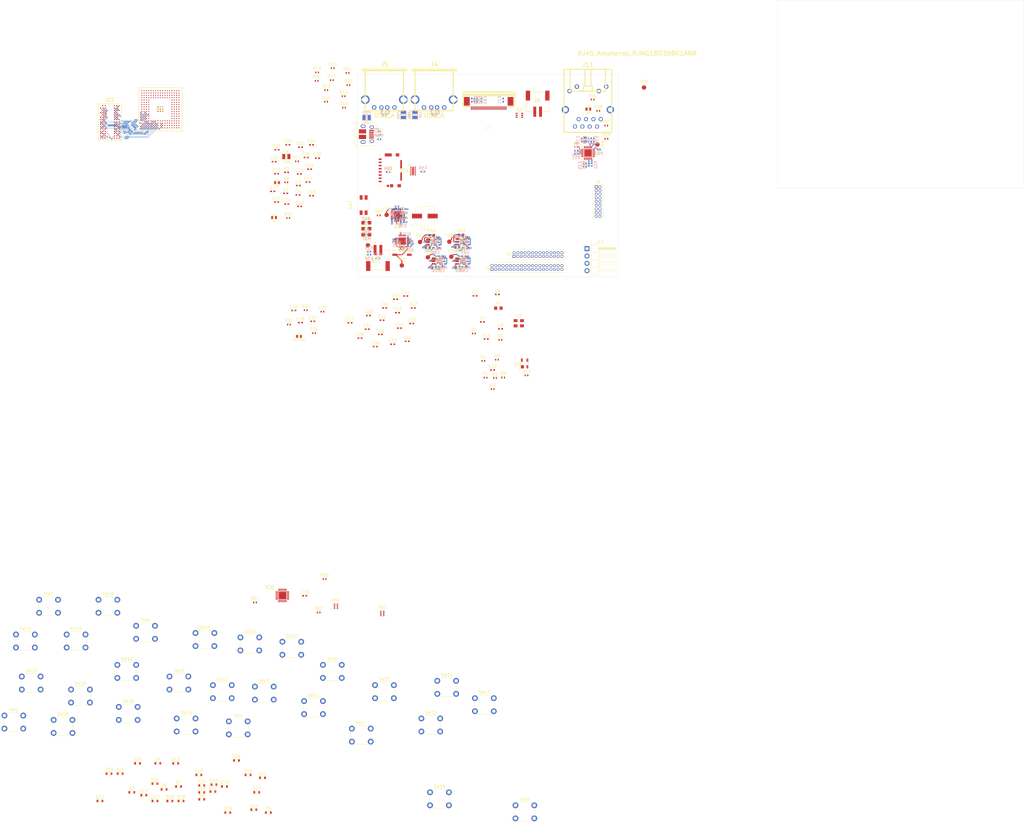
<source format=kicad_pcb>
(kicad_pcb (version 20171130) (host pcbnew 5.1.0-060a0da~80~ubuntu18.04.1)
  (layers (0 F.Cu signal) (1 Hi.Cu signal) (2 Gnd.Cu power) (3 Pwr.Cu power) (4 Lo.Cu signal) (31 B.Cu signal) (34 B.Paste user) (35 F.Paste user) (36 B.SilkS user) (37 F.SilkS user) (38 B.Mask user) (39 F.Mask user) (44 Edge.Cuts user))
  (net 0 "")
  (net 1 GND)
  (net 2 +BATT)
  (net 3 +1V0)
  (net 4 /XIN32)
  (net 5 /XOUT32)
  (net 6 /XIN)
  (net 7 /XOUT)
  (net 8 "Net-(C9-Pad1)")
  (net 9 /CPU_NRST)
  (net 10 +3V3)
  (net 11 "Net-(C12-Pad1)")
  (net 12 "Net-(C13-Pad1)")
  (net 13 /VBG)
  (net 14 "Net-(C17-Pad1)")
  (net 15 "Net-(C18-Pad1)")
  (net 16 "Net-(C19-Pad1)")
  (net 17 VEE)
  (net 18 +1V8)
  (net 19 /DDR_VREF)
  (net 20 "Net-(C36-Pad1)")
  (net 21 "Net-(C40-Pad1)")
  (net 22 VPP)
  (net 23 "Net-(C50-Pad2)")
  (net 24 +5V)
  (net 25 "Net-(C55-Pad2)")
  (net 26 "Net-(C60-Pad2)")
  (net 27 "Net-(C64-Pad2)")
  (net 28 "Net-(C65-Pad1)")
  (net 29 "Net-(C67-Pad2)")
  (net 30 "Net-(C67-Pad1)")
  (net 31 "Net-(C69-Pad1)")
  (net 32 "Net-(C70-Pad1)")
  (net 33 "Net-(C73-Pad1)")
  (net 34 "Net-(C76-Pad2)")
  (net 35 "Net-(D1-Pad1)")
  (net 36 VBUS)
  (net 37 "Net-(D2-Pad1)")
  (net 38 "Net-(D3-Pad2)")
  (net 39 "Net-(D4-Pad2)")
  (net 40 "Net-(D12-Pad1)")
  (net 41 "Net-(D13-Pad1)")
  (net 42 "Net-(D5-Pad2)")
  (net 43 "Net-(D10-Pad1)")
  (net 44 "Net-(D6-Pad2)")
  (net 45 "Net-(D11-Pad1)")
  (net 46 "Net-(D7-Pad2)")
  (net 47 "Net-(D8-Pad2)")
  (net 48 "Net-(D9-Pad2)")
  (net 49 "Net-(D10-Pad2)")
  (net 50 "Net-(D11-Pad2)")
  (net 51 "Net-(D12-Pad2)")
  (net 52 "Net-(D13-Pad2)")
  (net 53 "Net-(D14-Pad2)")
  (net 54 "Net-(D15-Pad2)")
  (net 55 "Net-(D16-Pad2)")
  (net 56 "Net-(D17-Pad2)")
  (net 57 "Net-(D18-Pad2)")
  (net 58 "Net-(D19-Pad2)")
  (net 59 "Net-(D20-Pad2)")
  (net 60 "Net-(D21-Pad2)")
  (net 61 "Net-(D22-Pad2)")
  (net 62 "Net-(D23-Pad2)")
  (net 63 "Net-(D24-Pad2)")
  (net 64 "Net-(D25-Pad2)")
  (net 65 "Net-(D26-Pad2)")
  (net 66 "Net-(D27-Pad2)")
  (net 67 "Net-(D28-Pad2)")
  (net 68 "Net-(D29-Pad2)")
  (net 69 "Net-(D30-Pad2)")
  (net 70 "Net-(D31-Pad2)")
  (net 71 /DEVICE_M)
  (net 72 /DEVICE_P)
  (net 73 "Net-(FL1-Pad2)")
  (net 74 "Net-(FL1-Pad1)")
  (net 75 "Net-(FL2-Pad1)")
  (net 76 "Net-(FL2-Pad2)")
  (net 77 /HOST_P)
  (net 78 /HOST_M)
  (net 79 "Net-(FL3-Pad1)")
  (net 80 "Net-(FL3-Pad2)")
  (net 81 /LHOST_P)
  (net 82 /LHOST_M)
  (net 83 /PB16_AD5)
  (net 84 /PB13_DISPLAY_BACKLIGHT)
  (net 85 "Net-(IC1-PadA3)")
  (net 86 /CPU_WKUP)
  (net 87 "Net-(IC1-PadA8)")
  (net 88 /DQS1)
  (net 89 /DQM0)
  (net 90 /DQS0)
  (net 91 /WEn)
  (net 92 /D14)
  (net 93 /D12)
  (net 94 /D8)
  (net 95 /D2)
  (net 96 /D4)
  (net 97 /BATTVOLT)
  (net 98 /PB10_ETX1)
  (net 99 "Net-(IC1-PadB3)")
  (net 100 /PB12_DISPLAY_RESET)
  (net 101 /NCS1)
  (net 102 "Net-(IC1-PadB9)")
  (net 103 /DQM1)
  (net 104 /RASn)
  (net 105 /SDCKE)
  (net 106 /D13)
  (net 107 /D7)
  (net 108 /D5)
  (net 109 /D3)
  (net 110 /A17)
  (net 111 /PB9_ETX0)
  (net 112 /PB7_ETXEN)
  (net 113 /PB15_AD4)
  (net 114 /PB14_DISPLAY_ADDRESS)
  (net 115 "Net-(IC1-PadC5)")
  (net 116 "Net-(IC1-PadC7)")
  (net 117 /SDA10)
  (net 118 "Net-(IC1-PadC9)")
  (net 119 /CASn)
  (net 120 /D15)
  (net 121 /D11)
  (net 122 /D6)
  (net 123 /D9)
  (net 124 /A16)
  (net 125 /A13)
  (net 126 /PB4_ETXCK)
  (net 127 /PB2_ERXER)
  (net 128 /PB0_ERX0)
  (net 129 /PB1_ERX1)
  (net 130 "Net-(IC1-PadD5)")
  (net 131 /JTAGSEL)
  (net 132 /CPU_SHDN)
  (net 133 "Net-(IC1-PadD9)")
  (net 134 /D10)
  (net 135 /D0)
  (net 136 /D1)
  (net 137 /A15)
  (net 138 /A12)
  (net 139 /PC4)
  (net 140 /CHARGING)
  (net 141 "Net-(IC1-PadE3)")
  (net 142 /PB3_ERXDV)
  (net 143 /A19)
  (net 144 /A18)
  (net 145 /A14)
  (net 146 /A7)
  (net 147 /PC7)
  (net 148 /PC6)
  (net 149 /LOWBATTERY)
  (net 150 /CHARGED)
  (net 151 /A11)
  (net 152 /A8)
  (net 153 /A6)
  (net 154 /PC8)
  (net 155 /PC10)
  (net 156 /PC9)
  (net 157 /PC5)
  (net 158 /A10)
  (net 159 /A9)
  (net 160 /A5)
  (net 161 /A4)
  (net 162 /PC14)
  (net 163 /PC3)
  (net 164 /PC11)
  (net 165 /A2)
  (net 166 /A1)
  (net 167 /A3)
  (net 168 /PC16)
  (net 169 /PC15)
  (net 170 /PC12)
  (net 171 /PC23_RXD3)
  (net 172 /A0)
  (net 173 "Net-(IC1-PadJ16)")
  (net 174 "Net-(IC1-PadJ17)")
  (net 175 /PC20_PWM2)
  (net 176 /PC18_PWM0)
  (net 177 /PC24_RTS3)
  (net 178 "Net-(IC1-PadK4)")
  (net 179 "Net-(IC1-PadK15)")
  (net 180 "Net-(IC1-PadK16)")
  (net 181 "Net-(IC1-PadK17)")
  (net 182 /PC17)
  (net 183 /PC13)
  (net 184 /PA0_TXD0)
  (net 185 /PA2_RTS0)
  (net 186 "Net-(IC1-PadL14)")
  (net 187 "Net-(IC1-PadL15)")
  (net 188 "Net-(IC1-PadL16)")
  (net 189 /HFSDPC)
  (net 190 "Net-(IC1-PadM1)")
  (net 191 /PC25_CTS3)
  (net 192 /PC21_PWM3)
  (net 193 "Net-(IC1-PadM14)")
  (net 194 "Net-(IC1-PadM15)")
  (net 195 "Net-(IC1-PadM16)")
  (net 196 /HFSDMC)
  (net 197 "Net-(IC1-PadN1)")
  (net 198 "Net-(IC1-PadN2)")
  (net 199 /PC19_PWM1)
  (net 200 /PA3_CTS0)
  (net 201 "Net-(IC1-PadN14)")
  (net 202 "Net-(IC1-PadN15)")
  (net 203 "Net-(IC1-PadN16)")
  (net 204 "Net-(IC1-PadN17)")
  (net 205 /PA1_RXD0)
  (net 206 /PC26_SCK3)
  (net 207 /PC22_TXD3)
  (net 208 /PA8_RXD2)
  (net 209 /PA16_MCI0_CDA)
  (net 210 /PA27_TIOB0)
  (net 211 /BMS)
  (net 212 "Net-(IC1-PadP11)")
  (net 213 "Net-(IC1-PadP12)")
  (net 214 "Net-(IC1-PadP13)")
  (net 215 "Net-(IC1-PadP14)")
  (net 216 "Net-(IC1-PadP15)")
  (net 217 /HFSDMB)
  (net 218 /HHSDMB)
  (net 219 /PA5_TXD1)
  (net 220 "Net-(IC1-PadR2)")
  (net 221 /PA7_TXD2)
  (net 222 /PA6_RXD1)
  (net 223 /PA17_MCI0_CK)
  (net 224 /PA22_TIOA1)
  (net 225 /PA26_TCLK2)
  (net 226 /PA30_TWD0)
  (net 227 /PA29_KEY_INT)
  (net 228 /RTCK)
  (net 229 "Net-(IC1-PadR11)")
  (net 230 "Net-(IC1-PadR13)")
  (net 231 "Net-(IC1-PadR14)")
  (net 232 "Net-(IC1-PadR15)")
  (net 233 /HFSDPB)
  (net 234 /HHSDPB)
  (net 235 /PA10_DTXD)
  (net 236 /PA12_SPI0_MOSI)
  (net 237 /PA4_SCK0)
  (net 238 /PA13_SPI0_SPCK)
  (net 239 /PA19_MCI0_DA2)
  (net 240 /PA21_TIOA0)
  (net 241 /PA24_TCLK0)
  (net 242 /PA25_TCLK1)
  (net 243 /TDI)
  (net 244 /TDO)
  (net 245 /CPU_NTRST)
  (net 246 /HFSDPA)
  (net 247 /HFSDMA)
  (net 248 "Net-(IC1-PadU1)")
  (net 249 /PA14_SPI0_NPCS0)
  (net 250 /PA9_DRDX)
  (net 251 /PA15_MCI0_DA0)
  (net 252 /PA18_MCI0_DA1)
  (net 253 /PA20_MCI0_DA3)
  (net 254 /PA23_TIOA2)
  (net 255 /PA28_TIOB1)
  (net 256 /PA31_TWCK0)
  (net 257 /TCK)
  (net 258 /TMS)
  (net 259 /HHSDPA)
  (net 260 /HHSDMA)
  (net 261 "Net-(IC2-PadA2)")
  (net 262 "Net-(IC2-PadA8)")
  (net 263 "Net-(IC2-PadE2)")
  (net 264 "Net-(IC2-PadE8)")
  (net 265 "Net-(IC2-PadR3)")
  (net 266 "Net-(IC2-PadR7)")
  (net 267 "Net-(IC2-PadR8)")
  (net 268 "Net-(IC3-Pad3)")
  (net 269 "Net-(IC4-Pad4)")
  (net 270 "Net-(IC4-Pad5)")
  (net 271 "Net-(IC4-Pad9)")
  (net 272 "Net-(IC4-Pad10)")
  (net 273 "Net-(IC4-Pad11)")
  (net 274 "Net-(IC4-Pad13)")
  (net 275 "Net-(IC4-Pad14)")
  (net 276 "Net-(IC4-Pad15)")
  (net 277 "Net-(IC4-Pad16)")
  (net 278 "Net-(IC5-Pad3)")
  (net 279 "Net-(IC6-Pad3)")
  (net 280 "Net-(IC7-Pad3)")
  (net 281 "Net-(IC8-Pad1)")
  (net 282 "Net-(IC8-Pad2)")
  (net 283 "Net-(IC8-Pad3)")
  (net 284 "Net-(IC8-Pad4)")
  (net 285 "Net-(IC8-Pad5)")
  (net 286 "Net-(IC8-Pad6)")
  (net 287 "Net-(IC8-Pad7)")
  (net 288 "Net-(IC8-Pad8)")
  (net 289 "Net-(IC8-Pad13)")
  (net 290 "Net-(IC8-Pad14)")
  (net 291 "Net-(IC8-Pad15)")
  (net 292 "Net-(IC8-Pad16)")
  (net 293 "Net-(IC8-Pad17)")
  (net 294 "Net-(IC8-Pad18)")
  (net 295 "Net-(J2-Pad6)")
  (net 296 "Net-(J2-Pad4)")
  (net 297 "Net-(J7-Pad15)")
  (net 298 "Net-(J7-Pad16)")
  (net 299 "Net-(J7-Pad17)")
  (net 300 "Net-(J7-Pad18)")
  (net 301 "Net-(J7-Pad19)")
  (net 302 "Net-(J7-Pad20)")
  (net 303 "Net-(J8-Pad2)")
  (net 304 "Net-(J9-Pad17)")
  (net 305 "Net-(J9-Pad8)")
  (net 306 "Net-(J9-Pad7)")
  (net 307 "Net-(J9-Pad6)")
  (net 308 "Net-(J11-Pad13)")
  (net 309 "Net-(L5-Pad1)")
  (net 310 "Net-(J4-Pad5)")
  (net 311 "Net-(J5-Pad5)")
  (net 312 "Net-(R12-Pad1)")
  (net 313 "Net-(R24-Pad1)")
  (net 314 "Net-(R25-Pad1)")
  (net 315 "Net-(R26-Pad1)")
  (net 316 "Net-(R27-Pad1)")
  (net 317 "Net-(R36-Pad2)")
  (net 318 "Net-(R40-Pad2)")
  (net 319 "Net-(R51-Pad2)")
  (net 320 "Net-(R52-Pad2)")
  (net 321 "Net-(R54-Pad2)")
  (net 322 "Net-(J11-PadL4)")
  (net 323 "Net-(J11-PadL1)")
  (net 324 "Net-(RN2-Pad4)")
  (net 325 "Net-(SW1-Pad1)")
  (net 326 "Net-(J11-PadL2)")
  (net 327 "Net-(U2-Pad6)")
  (net 328 "Net-(U3-Pad2)")
  (net 329 "Net-(J11-PadL3)")
  (net 330 "Net-(U4-Pad11)")
  (net 331 "Net-(U4-Pad8)")
  (net 332 "Net-(U4-Pad7)")
  (net 333 "Net-(J11-PadR1)")
  (net 334 "Net-(J11-PadR2)")
  (net 335 "Net-(J11-PadR3)")
  (net 336 "Net-(J11-PadR6)")
  (net 337 /DDR_CLK_N)
  (net 338 /DDR_CLK_P)
  (module Pin_Headers:Pin_Header_Straight_2x09_Pitch1.27mm (layer F.Cu) (at 252.4 68.9)
    (fp_text reference J9 (at 0.635 -1.695) (layer F.SilkS))
    (fp_text value DEBUG)
    (pad 1 thru_hole rect (at 0 0) (size 1 1) (drill 0.65) (layers *.Cu *.Mask) (net 257 /TCK))
    (pad 2 thru_hole oval (at 1.27 0) (size 1 1) (drill 0.65) (layers *.Cu *.Mask) (net 1 GND))
    (pad 3 thru_hole oval (at 0 1.27) (size 1 1) (drill 0.65) (layers *.Cu *.Mask) (net 244 /TDO))
    (pad 4 thru_hole oval (at 1.27 1.27) (size 1 1) (drill 0.65) (layers *.Cu *.Mask) (net 10 +3V3))
    (pad 5 thru_hole oval (at 0 2.54) (size 1 1) (drill 0.65) (layers *.Cu *.Mask) (net 258 /TMS))
    (pad 6 thru_hole oval (at 1.27 2.54) (size 1 1) (drill 0.65) (layers *.Cu *.Mask) (net 307 "Net-(J9-Pad6)"))
    (pad 7 thru_hole oval (at 0 3.81) (size 1 1) (drill 0.65) (layers *.Cu *.Mask) (net 306 "Net-(J9-Pad7)"))
    (pad 8 thru_hole oval (at 1.27 3.81) (size 1 1) (drill 0.65) (layers *.Cu *.Mask) (net 305 "Net-(J9-Pad8)"))
    (pad 9 thru_hole oval (at 0 5.08) (size 1 1) (drill 0.65) (layers *.Cu *.Mask) (net 243 /TDI))
    (pad 10 thru_hole oval (at 1.27 5.08) (size 1 1) (drill 0.65) (layers *.Cu *.Mask) (net 1 GND))
    (pad 11 thru_hole oval (at 0 6.35) (size 1 1) (drill 0.65) (layers *.Cu *.Mask) (net 131 /JTAGSEL))
    (pad 12 thru_hole oval (at 1.27 6.35) (size 1 1) (drill 0.65) (layers *.Cu *.Mask) (net 228 /RTCK))
    (pad 13 thru_hole oval (at 0 7.62) (size 1 1) (drill 0.65) (layers *.Cu *.Mask) (net 211 /BMS))
    (pad 14 thru_hole oval (at 1.27 7.62) (size 1 1) (drill 0.65) (layers *.Cu *.Mask) (net 86 /CPU_WKUP))
    (pad 15 thru_hole oval (at 0 8.89) (size 1 1) (drill 0.65) (layers *.Cu *.Mask) (net 9 /CPU_NRST))
    (pad 16 thru_hole oval (at 1.27 8.89) (size 1 1) (drill 0.65) (layers *.Cu *.Mask) (net 245 /CPU_NTRST))
    (pad 17 thru_hole oval (at 0 10.16) (size 1 1) (drill 0.65) (layers *.Cu *.Mask) (net 304 "Net-(J9-Pad17)"))
    (pad 18 thru_hole oval (at 1.27 10.16) (size 1 1) (drill 0.65) (layers *.Cu *.Mask) (net 132 /CPU_SHDN))
  )
  (module Pin_Headers:Pin_Header_Straight_2x14_Pitch1.27mm (layer F.Cu) (at 224.04 92.92 90)
    (fp_text reference J3 (at 0.635 -1.695 90) (layer F.SilkS))
    (fp_text value HISPEED)
    (pad 1 thru_hole rect (at 0 0 90) (size 1 1) (drill 0.65) (layers *.Cu *.Mask) (net 10 +3V3))
    (pad 2 thru_hole oval (at 1.27 0 90) (size 1 1) (drill 0.65) (layers *.Cu *.Mask) (net 1 GND))
    (pad 3 thru_hole oval (at 0 1.27 90) (size 1 1) (drill 0.65) (layers *.Cu *.Mask) (net 1 GND))
    (pad 4 thru_hole oval (at 1.27 1.27 90) (size 1 1) (drill 0.65) (layers *.Cu *.Mask) (net 255 /PA28_TIOB1))
    (pad 5 thru_hole oval (at 0 2.54 90) (size 1 1) (drill 0.65) (layers *.Cu *.Mask) (net 210 /PA27_TIOB0))
    (pad 6 thru_hole oval (at 1.27 2.54 90) (size 1 1) (drill 0.65) (layers *.Cu *.Mask) (net 1 GND))
    (pad 7 thru_hole oval (at 0 3.81 90) (size 1 1) (drill 0.65) (layers *.Cu *.Mask) (net 1 GND))
    (pad 8 thru_hole oval (at 1.27 3.81 90) (size 1 1) (drill 0.65) (layers *.Cu *.Mask) (net 241 /PA24_TCLK0))
    (pad 9 thru_hole oval (at 0 5.08 90) (size 1 1) (drill 0.65) (layers *.Cu *.Mask) (net 240 /PA21_TIOA0))
    (pad 10 thru_hole oval (at 1.27 5.08 90) (size 1 1) (drill 0.65) (layers *.Cu *.Mask) (net 1 GND))
    (pad 11 thru_hole oval (at 0 6.35 90) (size 1 1) (drill 0.65) (layers *.Cu *.Mask) (net 1 GND))
    (pad 12 thru_hole oval (at 1.27 6.35 90) (size 1 1) (drill 0.65) (layers *.Cu *.Mask) (net 242 /PA25_TCLK1))
    (pad 13 thru_hole oval (at 0 7.62 90) (size 1 1) (drill 0.65) (layers *.Cu *.Mask) (net 224 /PA22_TIOA1))
    (pad 14 thru_hole oval (at 1.27 7.62 90) (size 1 1) (drill 0.65) (layers *.Cu *.Mask) (net 1 GND))
    (pad 15 thru_hole oval (at 0 8.89 90) (size 1 1) (drill 0.65) (layers *.Cu *.Mask) (net 1 GND))
    (pad 16 thru_hole oval (at 1.27 8.89 90) (size 1 1) (drill 0.65) (layers *.Cu *.Mask) (net 225 /PA26_TCLK2))
    (pad 17 thru_hole oval (at 0 10.16 90) (size 1 1) (drill 0.65) (layers *.Cu *.Mask) (net 254 /PA23_TIOA2))
    (pad 18 thru_hole oval (at 1.27 10.16 90) (size 1 1) (drill 0.65) (layers *.Cu *.Mask) (net 1 GND))
    (pad 19 thru_hole oval (at 0 11.43 90) (size 1 1) (drill 0.65) (layers *.Cu *.Mask) (net 1 GND))
    (pad 20 thru_hole oval (at 1.27 11.43 90) (size 1 1) (drill 0.65) (layers *.Cu *.Mask) (net 175 /PC20_PWM2))
    (pad 21 thru_hole oval (at 0 12.7 90) (size 1 1) (drill 0.65) (layers *.Cu *.Mask) (net 176 /PC18_PWM0))
    (pad 22 thru_hole oval (at 1.27 12.7 90) (size 1 1) (drill 0.65) (layers *.Cu *.Mask) (net 1 GND))
    (pad 23 thru_hole oval (at 0 13.97 90) (size 1 1) (drill 0.65) (layers *.Cu *.Mask) (net 1 GND))
    (pad 24 thru_hole oval (at 1.27 13.97 90) (size 1 1) (drill 0.65) (layers *.Cu *.Mask) (net 192 /PC21_PWM3))
    (pad 25 thru_hole oval (at 0 15.24 90) (size 1 1) (drill 0.65) (layers *.Cu *.Mask) (net 199 /PC19_PWM1))
    (pad 26 thru_hole oval (at 1.27 15.24 90) (size 1 1) (drill 0.65) (layers *.Cu *.Mask) (net 1 GND))
    (pad 27 thru_hole oval (at 0 16.51 90) (size 1 1) (drill 0.65) (layers *.Cu *.Mask) (net 1 GND))
    (pad 28 thru_hole oval (at 1.27 16.51 90) (size 1 1) (drill 0.65) (layers *.Cu *.Mask) (net 10 +3V3))
  )
  (module Pin_Headers:Pin_Header_Straight_2x20_Pitch1.27mm (layer F.Cu) (at 216.4 97.4 90)
    (fp_text reference J1 (at 0.635 -1.695 90) (layer F.SilkS))
    (fp_text value GPIO)
    (pad 1 thru_hole rect (at 0 0 90) (size 1 1) (drill 0.65) (layers *.Cu *.Mask) (net 10 +3V3))
    (pad 2 thru_hole oval (at 1.27 0 90) (size 1 1) (drill 0.65) (layers *.Cu *.Mask) (net 24 +5V))
    (pad 3 thru_hole oval (at 0 1.27 90) (size 1 1) (drill 0.65) (layers *.Cu *.Mask) (net 163 /PC3))
    (pad 4 thru_hole oval (at 1.27 1.27 90) (size 1 1) (drill 0.65) (layers *.Cu *.Mask) (net 155 /PC10))
    (pad 5 thru_hole oval (at 0 2.54 90) (size 1 1) (drill 0.65) (layers *.Cu *.Mask) (net 139 /PC4))
    (pad 6 thru_hole oval (at 1.27 2.54 90) (size 1 1) (drill 0.65) (layers *.Cu *.Mask) (net 164 /PC11))
    (pad 7 thru_hole oval (at 0 3.81 90) (size 1 1) (drill 0.65) (layers *.Cu *.Mask) (net 157 /PC5))
    (pad 8 thru_hole oval (at 1.27 3.81 90) (size 1 1) (drill 0.65) (layers *.Cu *.Mask) (net 170 /PC12))
    (pad 9 thru_hole oval (at 0 5.08 90) (size 1 1) (drill 0.65) (layers *.Cu *.Mask) (net 148 /PC6))
    (pad 10 thru_hole oval (at 1.27 5.08 90) (size 1 1) (drill 0.65) (layers *.Cu *.Mask) (net 183 /PC13))
    (pad 11 thru_hole oval (at 0 6.35 90) (size 1 1) (drill 0.65) (layers *.Cu *.Mask) (net 147 /PC7))
    (pad 12 thru_hole oval (at 1.27 6.35 90) (size 1 1) (drill 0.65) (layers *.Cu *.Mask) (net 162 /PC14))
    (pad 13 thru_hole oval (at 0 7.62 90) (size 1 1) (drill 0.65) (layers *.Cu *.Mask) (net 154 /PC8))
    (pad 14 thru_hole oval (at 1.27 7.62 90) (size 1 1) (drill 0.65) (layers *.Cu *.Mask) (net 169 /PC15))
    (pad 15 thru_hole oval (at 0 8.89 90) (size 1 1) (drill 0.65) (layers *.Cu *.Mask) (net 156 /PC9))
    (pad 16 thru_hole oval (at 1.27 8.89 90) (size 1 1) (drill 0.65) (layers *.Cu *.Mask) (net 168 /PC16))
    (pad 17 thru_hole oval (at 0 10.16 90) (size 1 1) (drill 0.65) (layers *.Cu *.Mask) (net 17 VEE))
    (pad 18 thru_hole oval (at 1.27 10.16 90) (size 1 1) (drill 0.65) (layers *.Cu *.Mask) (net 182 /PC17))
    (pad 19 thru_hole oval (at 0 11.43 90) (size 1 1) (drill 0.65) (layers *.Cu *.Mask) (net 1 GND))
    (pad 20 thru_hole oval (at 1.27 11.43 90) (size 1 1) (drill 0.65) (layers *.Cu *.Mask) (net 113 /PB15_AD4))
    (pad 21 thru_hole oval (at 0 12.7 90) (size 1 1) (drill 0.65) (layers *.Cu *.Mask) (net 184 /PA0_TXD0))
    (pad 22 thru_hole oval (at 1.27 12.7 90) (size 1 1) (drill 0.65) (layers *.Cu *.Mask) (net 185 /PA2_RTS0))
    (pad 23 thru_hole oval (at 0 13.97 90) (size 1 1) (drill 0.65) (layers *.Cu *.Mask) (net 1 GND))
    (pad 24 thru_hole oval (at 1.27 13.97 90) (size 1 1) (drill 0.65) (layers *.Cu *.Mask) (net 200 /PA3_CTS0))
    (pad 25 thru_hole oval (at 0 15.24 90) (size 1 1) (drill 0.65) (layers *.Cu *.Mask) (net 205 /PA1_RXD0))
    (pad 26 thru_hole oval (at 1.27 15.24 90) (size 1 1) (drill 0.65) (layers *.Cu *.Mask) (net 237 /PA4_SCK0))
    (pad 27 thru_hole oval (at 0 16.51 90) (size 1 1) (drill 0.65) (layers *.Cu *.Mask) (net 1 GND))
    (pad 28 thru_hole oval (at 1.27 16.51 90) (size 1 1) (drill 0.65) (layers *.Cu *.Mask) (net 83 /PB16_AD5))
    (pad 29 thru_hole oval (at 0 17.78 90) (size 1 1) (drill 0.65) (layers *.Cu *.Mask) (net 219 /PA5_TXD1))
    (pad 30 thru_hole oval (at 1.27 17.78 90) (size 1 1) (drill 0.65) (layers *.Cu *.Mask) (net 221 /PA7_TXD2))
    (pad 31 thru_hole oval (at 0 19.05 90) (size 1 1) (drill 0.65) (layers *.Cu *.Mask) (net 222 /PA6_RXD1))
    (pad 32 thru_hole oval (at 1.27 19.05 90) (size 1 1) (drill 0.65) (layers *.Cu *.Mask) (net 208 /PA8_RXD2))
    (pad 33 thru_hole oval (at 0 20.32 90) (size 1 1) (drill 0.65) (layers *.Cu *.Mask) (net 1 GND))
    (pad 34 thru_hole oval (at 1.27 20.32 90) (size 1 1) (drill 0.65) (layers *.Cu *.Mask) (net 1 GND))
    (pad 35 thru_hole oval (at 0 21.59 90) (size 1 1) (drill 0.65) (layers *.Cu *.Mask) (net 207 /PC22_TXD3))
    (pad 36 thru_hole oval (at 1.27 21.59 90) (size 1 1) (drill 0.65) (layers *.Cu *.Mask) (net 177 /PC24_RTS3))
    (pad 37 thru_hole oval (at 0 22.86 90) (size 1 1) (drill 0.65) (layers *.Cu *.Mask) (net 1 GND))
    (pad 38 thru_hole oval (at 1.27 22.86 90) (size 1 1) (drill 0.65) (layers *.Cu *.Mask) (net 191 /PC25_CTS3))
    (pad 39 thru_hole oval (at 0 24.13 90) (size 1 1) (drill 0.65) (layers *.Cu *.Mask) (net 171 /PC23_RXD3))
    (pad 40 thru_hole oval (at 1.27 24.13 90) (size 1 1) (drill 0.65) (layers *.Cu *.Mask) (net 206 /PC26_SCK3))
  )
  (module AT91SAM9G25-CU-999:BGA217C80P17X17_1500X1500X140 (layer F.Cu) (at 101.85 42.1 180)
    (fp_text reference IC1 (at 0 0 180) (layer F.SilkS) (effects (font (size 1.27 1.27) (thickness 0.254))))
    (fp_text value AT91SAM9G25-CU-999 hide)
    (pad A1 smd circle (at -6.4 -6.4 270) (size 0.37 0.37) (layers F.Cu F.Paste F.Mask) (net 83 /PB16_AD5))
    (pad A2 smd circle (at -5.6 -6.4 270) (size 0.37 0.37) (layers F.Cu F.Paste F.Mask) (net 84 /PB13_DISPLAY_BACKLIGHT))
    (pad A3 smd circle (at -4.8 -6.4 270) (size 0.37 0.37) (layers F.Cu F.Paste F.Mask) (net 85 "Net-(IC1-PadA3)"))
    (pad A4 smd circle (at -4 -6.4 270) (size 0.37 0.37) (layers F.Cu F.Paste F.Mask) (net 10 +3V3))
    (pad A5 smd circle (at -3.2 -6.4 270) (size 0.37 0.37) (layers F.Cu F.Paste F.Mask) (net 5 /XOUT32))
    (pad A6 smd circle (at -2.4 -6.4 270) (size 0.37 0.37) (layers F.Cu F.Paste F.Mask) (net 4 /XIN32))
    (pad A7 smd circle (at -1.6 -6.4 270) (size 0.37 0.37) (layers F.Cu F.Paste F.Mask) (net 86 /CPU_WKUP))
    (pad A8 smd circle (at -0.8 -6.4 270) (size 0.37 0.37) (layers F.Cu F.Paste F.Mask) (net 87 "Net-(IC1-PadA8)"))
    (pad A9 smd circle (at 0 -6.4 270) (size 0.37 0.37) (layers F.Cu F.Paste F.Mask) (net 88 /DQS1))
    (pad A10 smd circle (at 0.8 -6.4 270) (size 0.37 0.37) (layers F.Cu F.Paste F.Mask) (net 89 /DQM0))
    (pad A11 smd circle (at 1.6 -6.4 270) (size 0.37 0.37) (layers F.Cu F.Paste F.Mask) (net 90 /DQS0))
    (pad A12 smd circle (at 2.4 -6.4 270) (size 0.37 0.37) (layers F.Cu F.Paste F.Mask) (net 91 /WEn))
    (pad A13 smd circle (at 3.2 -6.4 270) (size 0.37 0.37) (layers F.Cu F.Paste F.Mask) (net 92 /D14))
    (pad A14 smd circle (at 4 -6.4 270) (size 0.37 0.37) (layers F.Cu F.Paste F.Mask) (net 93 /D12))
    (pad A15 smd circle (at 4.8 -6.4 270) (size 0.37 0.37) (layers F.Cu F.Paste F.Mask) (net 94 /D8))
    (pad A16 smd circle (at 5.6 -6.4 270) (size 0.37 0.37) (layers F.Cu F.Paste F.Mask) (net 95 /D2))
    (pad A17 smd circle (at 6.4 -6.4 270) (size 0.37 0.37) (layers F.Cu F.Paste F.Mask) (net 96 /D4))
    (pad B1 smd circle (at -6.4 -5.6 270) (size 0.37 0.37) (layers F.Cu F.Paste F.Mask) (net 97 /BATTVOLT))
    (pad B2 smd circle (at -5.6 -5.6 270) (size 0.37 0.37) (layers F.Cu F.Paste F.Mask) (net 98 /PB10_ETX1))
    (pad B3 smd circle (at -4.8 -5.6 270) (size 0.37 0.37) (layers F.Cu F.Paste F.Mask) (net 99 "Net-(IC1-PadB3)"))
    (pad B4 smd circle (at -4 -5.6 270) (size 0.37 0.37) (layers F.Cu F.Paste F.Mask) (net 100 /PB12_DISPLAY_RESET))
    (pad B5 smd circle (at -3.2 -5.6 270) (size 0.37 0.37) (layers F.Cu F.Paste F.Mask) (net 17 VEE))
    (pad B6 smd circle (at -2.4 -5.6 270) (size 0.37 0.37) (layers F.Cu F.Paste F.Mask) (net 1 GND))
    (pad B7 smd circle (at -1.6 -5.6 270) (size 0.37 0.37) (layers F.Cu F.Paste F.Mask) (net 1 GND))
    (pad B8 smd circle (at -0.8 -5.6 270) (size 0.37 0.37) (layers F.Cu F.Paste F.Mask) (net 101 /NCS1))
    (pad B9 smd circle (at 0 -5.6 270) (size 0.37 0.37) (layers F.Cu F.Paste F.Mask) (net 102 "Net-(IC1-PadB9)"))
    (pad B10 smd circle (at 0.8 -5.6 270) (size 0.37 0.37) (layers F.Cu F.Paste F.Mask) (net 103 /DQM1))
    (pad B11 smd circle (at 1.6 -5.6 270) (size 0.37 0.37) (layers F.Cu F.Paste F.Mask) (net 104 /RASn))
    (pad B12 smd circle (at 2.4 -5.6 270) (size 0.37 0.37) (layers F.Cu F.Paste F.Mask) (net 105 /SDCKE))
    (pad B13 smd circle (at 3.2 -5.6 270) (size 0.37 0.37) (layers F.Cu F.Paste F.Mask) (net 106 /D13))
    (pad B14 smd circle (at 4 -5.6 270) (size 0.37 0.37) (layers F.Cu F.Paste F.Mask) (net 107 /D7))
    (pad B15 smd circle (at 4.8 -5.6 270) (size 0.37 0.37) (layers F.Cu F.Paste F.Mask) (net 108 /D5))
    (pad B16 smd circle (at 5.6 -5.6 270) (size 0.37 0.37) (layers F.Cu F.Paste F.Mask) (net 109 /D3))
    (pad B17 smd circle (at 6.4 -5.6 270) (size 0.37 0.37) (layers F.Cu F.Paste F.Mask) (net 110 /A17))
    (pad C1 smd circle (at -6.4 -4.8 270) (size 0.37 0.37) (layers F.Cu F.Paste F.Mask) (net 111 /PB9_ETX0))
    (pad C2 smd circle (at -5.6 -4.8 270) (size 0.37 0.37) (layers F.Cu F.Paste F.Mask) (net 112 /PB7_ETXEN))
    (pad C3 smd circle (at -4.8 -4.8 270) (size 0.37 0.37) (layers F.Cu F.Paste F.Mask) (net 113 /PB15_AD4))
    (pad C4 smd circle (at -4 -4.8 270) (size 0.37 0.37) (layers F.Cu F.Paste F.Mask) (net 114 /PB14_DISPLAY_ADDRESS))
    (pad C5 smd circle (at -3.2 -4.8 270) (size 0.37 0.37) (layers F.Cu F.Paste F.Mask) (net 115 "Net-(IC1-PadC5)"))
    (pad C6 smd circle (at -2.4 -4.8 270) (size 0.37 0.37) (layers F.Cu F.Paste F.Mask) (net 15 "Net-(C18-Pad1)"))
    (pad C7 smd circle (at -1.6 -4.8 270) (size 0.37 0.37) (layers F.Cu F.Paste F.Mask) (net 116 "Net-(IC1-PadC7)"))
    (pad C8 smd circle (at -0.8 -4.8 270) (size 0.37 0.37) (layers F.Cu F.Paste F.Mask) (net 117 /SDA10))
    (pad C9 smd circle (at 0 -4.8 270) (size 0.37 0.37) (layers F.Cu F.Paste F.Mask) (net 118 "Net-(IC1-PadC9)"))
    (pad C10 smd circle (at 0.8 -4.8 270) (size 0.37 0.37) (layers F.Cu F.Paste F.Mask) (net 119 /CASn))
    (pad C11 smd circle (at 1.6 -4.8 270) (size 0.37 0.37) (layers F.Cu F.Paste F.Mask) (net 337 /DDR_CLK_N))
    (pad C12 smd circle (at 2.4 -4.8 270) (size 0.37 0.37) (layers F.Cu F.Paste F.Mask) (net 120 /D15))
    (pad C13 smd circle (at 3.2 -4.8 270) (size 0.37 0.37) (layers F.Cu F.Paste F.Mask) (net 121 /D11))
    (pad C14 smd circle (at 4 -4.8 270) (size 0.37 0.37) (layers F.Cu F.Paste F.Mask) (net 122 /D6))
    (pad C15 smd circle (at 4.8 -4.8 270) (size 0.37 0.37) (layers F.Cu F.Paste F.Mask) (net 123 /D9))
    (pad C16 smd circle (at 5.6 -4.8 270) (size 0.37 0.37) (layers F.Cu F.Paste F.Mask) (net 124 /A16))
    (pad C17 smd circle (at 6.4 -4.8 270) (size 0.37 0.37) (layers F.Cu F.Paste F.Mask) (net 125 /A13))
    (pad D1 smd circle (at -6.4 -4 270) (size 0.37 0.37) (layers F.Cu F.Paste F.Mask) (net 126 /PB4_ETXCK))
    (pad D2 smd circle (at -5.6 -4 270) (size 0.37 0.37) (layers F.Cu F.Paste F.Mask) (net 127 /PB2_ERXER))
    (pad D3 smd circle (at -4.8 -4 270) (size 0.37 0.37) (layers F.Cu F.Paste F.Mask) (net 128 /PB0_ERX0))
    (pad D4 smd circle (at -4 -4 270) (size 0.37 0.37) (layers F.Cu F.Paste F.Mask) (net 129 /PB1_ERX1))
    (pad D5 smd circle (at -3.2 -4 270) (size 0.37 0.37) (layers F.Cu F.Paste F.Mask) (net 130 "Net-(IC1-PadD5)"))
    (pad D6 smd circle (at -2.4 -4 270) (size 0.37 0.37) (layers F.Cu F.Paste F.Mask) (net 1 GND))
    (pad D7 smd circle (at -1.6 -4 270) (size 0.37 0.37) (layers F.Cu F.Paste F.Mask) (net 131 /JTAGSEL))
    (pad D8 smd circle (at -0.8 -4 270) (size 0.37 0.37) (layers F.Cu F.Paste F.Mask) (net 132 /CPU_SHDN))
    (pad D9 smd circle (at 0 -4 270) (size 0.37 0.37) (layers F.Cu F.Paste F.Mask) (net 133 "Net-(IC1-PadD9)"))
    (pad D10 smd circle (at 0.8 -4 270) (size 0.37 0.37) (layers F.Cu F.Paste F.Mask) (net 18 +1V8))
    (pad D11 smd circle (at 1.6 -4 270) (size 0.37 0.37) (layers F.Cu F.Paste F.Mask) (net 338 /DDR_CLK_P))
    (pad D12 smd circle (at 2.4 -4 270) (size 0.37 0.37) (layers F.Cu F.Paste F.Mask) (net 134 /D10))
    (pad D13 smd circle (at 3.2 -4 270) (size 0.37 0.37) (layers F.Cu F.Paste F.Mask) (net 18 +1V8))
    (pad D14 smd circle (at 4 -4 270) (size 0.37 0.37) (layers F.Cu F.Paste F.Mask) (net 135 /D0))
    (pad D15 smd circle (at 4.8 -4 270) (size 0.37 0.37) (layers F.Cu F.Paste F.Mask) (net 136 /D1))
    (pad D16 smd circle (at 5.6 -4 270) (size 0.37 0.37) (layers F.Cu F.Paste F.Mask) (net 137 /A15))
    (pad D17 smd circle (at 6.4 -4 270) (size 0.37 0.37) (layers F.Cu F.Paste F.Mask) (net 138 /A12))
    (pad E1 smd circle (at -6.4 -3.2 270) (size 0.37 0.37) (layers F.Cu F.Paste F.Mask) (net 139 /PC4))
    (pad E2 smd circle (at -5.6 -3.2 270) (size 0.37 0.37) (layers F.Cu F.Paste F.Mask) (net 140 /CHARGING))
    (pad E3 smd circle (at -4.8 -3.2 270) (size 0.37 0.37) (layers F.Cu F.Paste F.Mask) (net 141 "Net-(IC1-PadE3)"))
    (pad E4 smd circle (at -4 -3.2 270) (size 0.37 0.37) (layers F.Cu F.Paste F.Mask) (net 142 /PB3_ERXDV))
    (pad E14 smd circle (at 4 -3.2 270) (size 0.37 0.37) (layers F.Cu F.Paste F.Mask) (net 143 /A19))
    (pad E15 smd circle (at 4.8 -3.2 270) (size 0.37 0.37) (layers F.Cu F.Paste F.Mask) (net 144 /A18))
    (pad E16 smd circle (at 5.6 -3.2 270) (size 0.37 0.37) (layers F.Cu F.Paste F.Mask) (net 145 /A14))
    (pad E17 smd circle (at 6.4 -3.2 270) (size 0.37 0.37) (layers F.Cu F.Paste F.Mask) (net 146 /A7))
    (pad F1 smd circle (at -6.4 -2.4 270) (size 0.37 0.37) (layers F.Cu F.Paste F.Mask) (net 147 /PC7))
    (pad F2 smd circle (at -5.6 -2.4 270) (size 0.37 0.37) (layers F.Cu F.Paste F.Mask) (net 148 /PC6))
    (pad F3 smd circle (at -4.8 -2.4 270) (size 0.37 0.37) (layers F.Cu F.Paste F.Mask) (net 149 /LOWBATTERY))
    (pad F4 smd circle (at -4 -2.4 270) (size 0.37 0.37) (layers F.Cu F.Paste F.Mask) (net 150 /CHARGED))
    (pad F14 smd circle (at 4 -2.4 270) (size 0.37 0.37) (layers F.Cu F.Paste F.Mask) (net 18 +1V8))
    (pad F15 smd circle (at 4.8 -2.4 270) (size 0.37 0.37) (layers F.Cu F.Paste F.Mask) (net 151 /A11))
    (pad F16 smd circle (at 5.6 -2.4 270) (size 0.37 0.37) (layers F.Cu F.Paste F.Mask) (net 152 /A8))
    (pad F17 smd circle (at 6.4 -2.4 270) (size 0.37 0.37) (layers F.Cu F.Paste F.Mask) (net 153 /A6))
    (pad G1 smd circle (at -6.4 -1.6 270) (size 0.37 0.37) (layers F.Cu F.Paste F.Mask) (net 154 /PC8))
    (pad G2 smd circle (at -5.6 -1.6 270) (size 0.37 0.37) (layers F.Cu F.Paste F.Mask) (net 155 /PC10))
    (pad G3 smd circle (at -4.8 -1.6 270) (size 0.37 0.37) (layers F.Cu F.Paste F.Mask) (net 156 /PC9))
    (pad G4 smd circle (at -4 -1.6 270) (size 0.37 0.37) (layers F.Cu F.Paste F.Mask) (net 157 /PC5))
    (pad G14 smd circle (at 4 -1.6 270) (size 0.37 0.37) (layers F.Cu F.Paste F.Mask) (net 158 /A10))
    (pad G15 smd circle (at 4.8 -1.6 270) (size 0.37 0.37) (layers F.Cu F.Paste F.Mask) (net 159 /A9))
    (pad G16 smd circle (at 5.6 -1.6 270) (size 0.37 0.37) (layers F.Cu F.Paste F.Mask) (net 160 /A5))
    (pad G17 smd circle (at 6.4 -1.6 270) (size 0.37 0.37) (layers F.Cu F.Paste F.Mask) (net 161 /A4))
    (pad H1 smd circle (at -6.4 -0.8 270) (size 0.37 0.37) (layers F.Cu F.Paste F.Mask) (net 162 /PC14))
    (pad H2 smd circle (at -5.6 -0.8 270) (size 0.37 0.37) (layers F.Cu F.Paste F.Mask) (net 163 /PC3))
    (pad H3 smd circle (at -4.8 -0.8 270) (size 0.37 0.37) (layers F.Cu F.Paste F.Mask) (net 164 /PC11))
    (pad H4 smd circle (at -4 -0.8 270) (size 0.37 0.37) (layers F.Cu F.Paste F.Mask) (net 10 +3V3))
    (pad H8 smd circle (at -0.8 -0.8 270) (size 0.37 0.37) (layers F.Cu F.Paste F.Mask) (net 1 GND))
    (pad H9 smd circle (at 0 -0.8 270) (size 0.37 0.37) (layers F.Cu F.Paste F.Mask) (net 1 GND))
    (pad H10 smd circle (at 0.8 -0.8 270) (size 0.37 0.37) (layers F.Cu F.Paste F.Mask) (net 1 GND))
    (pad H14 smd circle (at 4 -0.8 270) (size 0.37 0.37) (layers F.Cu F.Paste F.Mask) (net 3 +1V0))
    (pad H15 smd circle (at 4.8 -0.8 270) (size 0.37 0.37) (layers F.Cu F.Paste F.Mask) (net 165 /A2))
    (pad H16 smd circle (at 5.6 -0.8 270) (size 0.37 0.37) (layers F.Cu F.Paste F.Mask) (net 166 /A1))
    (pad H17 smd circle (at 6.4 -0.8 270) (size 0.37 0.37) (layers F.Cu F.Paste F.Mask) (net 167 /A3))
    (pad J1 smd circle (at -6.4 0 270) (size 0.37 0.37) (layers F.Cu F.Paste F.Mask) (net 168 /PC16))
    (pad J2 smd circle (at -5.6 0 270) (size 0.37 0.37) (layers F.Cu F.Paste F.Mask) (net 169 /PC15))
    (pad J3 smd circle (at -4.8 0 270) (size 0.37 0.37) (layers F.Cu F.Paste F.Mask) (net 170 /PC12))
    (pad J4 smd circle (at -4 0 270) (size 0.37 0.37) (layers F.Cu F.Paste F.Mask) (net 171 /PC23_RXD3))
    (pad J8 smd circle (at -0.8 0 270) (size 0.37 0.37) (layers F.Cu F.Paste F.Mask) (net 1 GND))
    (pad J9 smd circle (at 0 0 270) (size 0.37 0.37) (layers F.Cu F.Paste F.Mask) (net 1 GND))
    (pad J10 smd circle (at 0.8 0 270) (size 0.37 0.37) (layers F.Cu F.Paste F.Mask) (net 1 GND))
    (pad J14 smd circle (at 4 0 270) (size 0.37 0.37) (layers F.Cu F.Paste F.Mask) (net 10 +3V3))
    (pad J15 smd circle (at 4.8 0 270) (size 0.37 0.37) (layers F.Cu F.Paste F.Mask) (net 172 /A0))
    (pad J16 smd circle (at 5.6 0 270) (size 0.37 0.37) (layers F.Cu F.Paste F.Mask) (net 173 "Net-(IC1-PadJ16)"))
    (pad J17 smd circle (at 6.4 0 270) (size 0.37 0.37) (layers F.Cu F.Paste F.Mask) (net 174 "Net-(IC1-PadJ17)"))
    (pad K1 smd circle (at -6.4 0.8 270) (size 0.37 0.37) (layers F.Cu F.Paste F.Mask) (net 175 /PC20_PWM2))
    (pad K2 smd circle (at -5.6 0.8 270) (size 0.37 0.37) (layers F.Cu F.Paste F.Mask) (net 176 /PC18_PWM0))
    (pad K3 smd circle (at -4.8 0.8 270) (size 0.37 0.37) (layers F.Cu F.Paste F.Mask) (net 177 /PC24_RTS3))
    (pad K4 smd circle (at -4 0.8 270) (size 0.37 0.37) (layers F.Cu F.Paste F.Mask) (net 178 "Net-(IC1-PadK4)"))
    (pad K8 smd circle (at -0.8 0.8 270) (size 0.37 0.37) (layers F.Cu F.Paste F.Mask) (net 3 +1V0))
    (pad K9 smd circle (at 0 0.8 270) (size 0.37 0.37) (layers F.Cu F.Paste F.Mask) (net 3 +1V0))
    (pad K10 smd circle (at 0.8 0.8 270) (size 0.37 0.37) (layers F.Cu F.Paste F.Mask) (net 1 GND))
    (pad K14 smd circle (at 4 0.8 270) (size 0.37 0.37) (layers F.Cu F.Paste F.Mask) (net 10 +3V3))
    (pad K15 smd circle (at 4.8 0.8 270) (size 0.37 0.37) (layers F.Cu F.Paste F.Mask) (net 179 "Net-(IC1-PadK15)"))
    (pad K16 smd circle (at 5.6 0.8 270) (size 0.37 0.37) (layers F.Cu F.Paste F.Mask) (net 180 "Net-(IC1-PadK16)"))
    (pad K17 smd circle (at 6.4 0.8 270) (size 0.37 0.37) (layers F.Cu F.Paste F.Mask) (net 181 "Net-(IC1-PadK17)"))
    (pad L1 smd circle (at -6.4 1.6 270) (size 0.37 0.37) (layers F.Cu F.Paste F.Mask) (net 182 /PC17))
    (pad L2 smd circle (at -5.6 1.6 270) (size 0.37 0.37) (layers F.Cu F.Paste F.Mask) (net 183 /PC13))
    (pad L3 smd circle (at -4.8 1.6 270) (size 0.37 0.37) (layers F.Cu F.Paste F.Mask) (net 184 /PA0_TXD0))
    (pad L4 smd circle (at -4 1.6 270) (size 0.37 0.37) (layers F.Cu F.Paste F.Mask) (net 185 /PA2_RTS0))
    (pad L14 smd circle (at 4 1.6 270) (size 0.37 0.37) (layers F.Cu F.Paste F.Mask) (net 186 "Net-(IC1-PadL14)"))
    (pad L15 smd circle (at 4.8 1.6 270) (size 0.37 0.37) (layers F.Cu F.Paste F.Mask) (net 187 "Net-(IC1-PadL15)"))
    (pad L16 smd circle (at 5.6 1.6 270) (size 0.37 0.37) (layers F.Cu F.Paste F.Mask) (net 188 "Net-(IC1-PadL16)"))
    (pad L17 smd circle (at 6.4 1.6 270) (size 0.37 0.37) (layers F.Cu F.Paste F.Mask) (net 189 /HFSDPC))
    (pad M1 smd circle (at -6.4 2.4 270) (size 0.37 0.37) (layers F.Cu F.Paste F.Mask) (net 190 "Net-(IC1-PadM1)"))
    (pad M2 smd circle (at -5.6 2.4 270) (size 0.37 0.37) (layers F.Cu F.Paste F.Mask) (net 191 /PC25_CTS3))
    (pad M3 smd circle (at -4.8 2.4 270) (size 0.37 0.37) (layers F.Cu F.Paste F.Mask) (net 192 /PC21_PWM3))
    (pad M4 smd circle (at -4 2.4 270) (size 0.37 0.37) (layers F.Cu F.Paste F.Mask) (net 1 GND))
    (pad M14 smd circle (at 4 2.4 270) (size 0.37 0.37) (layers F.Cu F.Paste F.Mask) (net 193 "Net-(IC1-PadM14)"))
    (pad M15 smd circle (at 4.8 2.4 270) (size 0.37 0.37) (layers F.Cu F.Paste F.Mask) (net 194 "Net-(IC1-PadM15)"))
    (pad M16 smd circle (at 5.6 2.4 270) (size 0.37 0.37) (layers F.Cu F.Paste F.Mask) (net 195 "Net-(IC1-PadM16)"))
    (pad M17 smd circle (at 6.4 2.4 270) (size 0.37 0.37) (layers F.Cu F.Paste F.Mask) (net 196 /HFSDMC))
    (pad N1 smd circle (at -6.4 3.2 270) (size 0.37 0.37) (layers F.Cu F.Paste F.Mask) (net 197 "Net-(IC1-PadN1)"))
    (pad N2 smd circle (at -5.6 3.2 270) (size 0.37 0.37) (layers F.Cu F.Paste F.Mask) (net 198 "Net-(IC1-PadN2)"))
    (pad N3 smd circle (at -4.8 3.2 270) (size 0.37 0.37) (layers F.Cu F.Paste F.Mask) (net 199 /PC19_PWM1))
    (pad N4 smd circle (at -4 3.2 270) (size 0.37 0.37) (layers F.Cu F.Paste F.Mask) (net 200 /PA3_CTS0))
    (pad N14 smd circle (at 4 3.2 270) (size 0.37 0.37) (layers F.Cu F.Paste F.Mask) (net 201 "Net-(IC1-PadN14)"))
    (pad N15 smd circle (at 4.8 3.2 270) (size 0.37 0.37) (layers F.Cu F.Paste F.Mask) (net 202 "Net-(IC1-PadN15)"))
    (pad N16 smd circle (at 5.6 3.2 270) (size 0.37 0.37) (layers F.Cu F.Paste F.Mask) (net 203 "Net-(IC1-PadN16)"))
    (pad N17 smd circle (at 6.4 3.2 270) (size 0.37 0.37) (layers F.Cu F.Paste F.Mask) (net 204 "Net-(IC1-PadN17)"))
    (pad P1 smd circle (at -6.4 4 270) (size 0.37 0.37) (layers F.Cu F.Paste F.Mask) (net 205 /PA1_RXD0))
    (pad P2 smd circle (at -5.6 4 270) (size 0.37 0.37) (layers F.Cu F.Paste F.Mask) (net 206 /PC26_SCK3))
    (pad P3 smd circle (at -4.8 4 270) (size 0.37 0.37) (layers F.Cu F.Paste F.Mask) (net 207 /PC22_TXD3))
    (pad P4 smd circle (at -4 4 270) (size 0.37 0.37) (layers F.Cu F.Paste F.Mask) (net 208 /PA8_RXD2))
    (pad P5 smd circle (at -3.2 4 270) (size 0.37 0.37) (layers F.Cu F.Paste F.Mask) (net 209 /PA16_MCI0_CDA))
    (pad P6 smd circle (at -2.4 4 270) (size 0.37 0.37) (layers F.Cu F.Paste F.Mask) (net 1 GND))
    (pad P7 smd circle (at -1.6 4 270) (size 0.37 0.37) (layers F.Cu F.Paste F.Mask) (net 10 +3V3))
    (pad P8 smd circle (at -0.8 4 270) (size 0.37 0.37) (layers F.Cu F.Paste F.Mask) (net 210 /PA27_TIOB0))
    (pad P9 smd circle (at 0 4 270) (size 0.37 0.37) (layers F.Cu F.Paste F.Mask) (net 211 /BMS))
    (pad P10 smd circle (at 0.8 4 270) (size 0.37 0.37) (layers F.Cu F.Paste F.Mask) (net 9 /CPU_NRST))
    (pad P11 smd circle (at 1.6 4 270) (size 0.37 0.37) (layers F.Cu F.Paste F.Mask) (net 212 "Net-(IC1-PadP11)"))
    (pad P12 smd circle (at 2.4 4 270) (size 0.37 0.37) (layers F.Cu F.Paste F.Mask) (net 213 "Net-(IC1-PadP12)"))
    (pad P13 smd circle (at 3.2 4 270) (size 0.37 0.37) (layers F.Cu F.Paste F.Mask) (net 214 "Net-(IC1-PadP13)"))
    (pad P14 smd circle (at 4 4 270) (size 0.37 0.37) (layers F.Cu F.Paste F.Mask) (net 215 "Net-(IC1-PadP14)"))
    (pad P15 smd circle (at 4.8 4 270) (size 0.37 0.37) (layers F.Cu F.Paste F.Mask) (net 216 "Net-(IC1-PadP15)"))
    (pad P16 smd circle (at 5.6 4 270) (size 0.37 0.37) (layers F.Cu F.Paste F.Mask) (net 217 /HFSDMB))
    (pad P17 smd circle (at 6.4 4 270) (size 0.37 0.37) (layers F.Cu F.Paste F.Mask) (net 218 /HHSDMB))
    (pad R1 smd circle (at -6.4 4.8 270) (size 0.37 0.37) (layers F.Cu F.Paste F.Mask) (net 219 /PA5_TXD1))
    (pad R2 smd circle (at -5.6 4.8 270) (size 0.37 0.37) (layers F.Cu F.Paste F.Mask) (net 220 "Net-(IC1-PadR2)"))
    (pad R3 smd circle (at -4.8 4.8 270) (size 0.37 0.37) (layers F.Cu F.Paste F.Mask) (net 221 /PA7_TXD2))
    (pad R4 smd circle (at -4 4.8 270) (size 0.37 0.37) (layers F.Cu F.Paste F.Mask) (net 222 /PA6_RXD1))
    (pad R5 smd circle (at -3.2 4.8 270) (size 0.37 0.37) (layers F.Cu F.Paste F.Mask) (net 223 /PA17_MCI0_CK))
    (pad R6 smd circle (at -2.4 4.8 270) (size 0.37 0.37) (layers F.Cu F.Paste F.Mask) (net 224 /PA22_TIOA1))
    (pad R7 smd circle (at -1.6 4.8 270) (size 0.37 0.37) (layers F.Cu F.Paste F.Mask) (net 225 /PA26_TCLK2))
    (pad R8 smd circle (at -0.8 4.8 270) (size 0.37 0.37) (layers F.Cu F.Paste F.Mask) (net 226 /PA30_TWD0))
    (pad R9 smd circle (at 0 4.8 270) (size 0.37 0.37) (layers F.Cu F.Paste F.Mask) (net 227 /PA29_KEY_INT))
    (pad R10 smd circle (at 0.8 4.8 270) (size 0.37 0.37) (layers F.Cu F.Paste F.Mask) (net 228 /RTCK))
    (pad R11 smd circle (at 1.6 4.8 270) (size 0.37 0.37) (layers F.Cu F.Paste F.Mask) (net 229 "Net-(IC1-PadR11)"))
    (pad R12 smd circle (at 2.4 4.8 270) (size 0.37 0.37) (layers F.Cu F.Paste F.Mask) (net 12 "Net-(C13-Pad1)"))
    (pad R13 smd circle (at 3.2 4.8 270) (size 0.37 0.37) (layers F.Cu F.Paste F.Mask) (net 230 "Net-(IC1-PadR13)"))
    (pad R14 smd circle (at 4 4.8 270) (size 0.37 0.37) (layers F.Cu F.Paste F.Mask) (net 231 "Net-(IC1-PadR14)"))
    (pad R15 smd circle (at 4.8 4.8 270) (size 0.37 0.37) (layers F.Cu F.Paste F.Mask) (net 232 "Net-(IC1-PadR15)"))
    (pad R16 smd circle (at 5.6 4.8 270) (size 0.37 0.37) (layers F.Cu F.Paste F.Mask) (net 233 /HFSDPB))
    (pad R17 smd circle (at 6.4 4.8 270) (size 0.37 0.37) (layers F.Cu F.Paste F.Mask) (net 234 /HHSDPB))
    (pad T1 smd circle (at -6.4 5.6 270) (size 0.37 0.37) (layers F.Cu F.Paste F.Mask) (net 235 /PA10_DTXD))
    (pad T2 smd circle (at -5.6 5.6 270) (size 0.37 0.37) (layers F.Cu F.Paste F.Mask) (net 236 /PA12_SPI0_MOSI))
    (pad T3 smd circle (at -4.8 5.6 270) (size 0.37 0.37) (layers F.Cu F.Paste F.Mask) (net 237 /PA4_SCK0))
    (pad T4 smd circle (at -4 5.6 270) (size 0.37 0.37) (layers F.Cu F.Paste F.Mask) (net 238 /PA13_SPI0_SPCK))
    (pad T5 smd circle (at -3.2 5.6 270) (size 0.37 0.37) (layers F.Cu F.Paste F.Mask) (net 239 /PA19_MCI0_DA2))
    (pad T6 smd circle (at -2.4 5.6 270) (size 0.37 0.37) (layers F.Cu F.Paste F.Mask) (net 240 /PA21_TIOA0))
    (pad T7 smd circle (at -1.6 5.6 270) (size 0.37 0.37) (layers F.Cu F.Paste F.Mask) (net 241 /PA24_TCLK0))
    (pad T8 smd circle (at -0.8 5.6 270) (size 0.37 0.37) (layers F.Cu F.Paste F.Mask) (net 242 /PA25_TCLK1))
    (pad T9 smd circle (at 0 5.6 270) (size 0.37 0.37) (layers F.Cu F.Paste F.Mask) (net 243 /TDI))
    (pad T10 smd circle (at 0.8 5.6 270) (size 0.37 0.37) (layers F.Cu F.Paste F.Mask) (net 244 /TDO))
    (pad T11 smd circle (at 1.6 5.6 270) (size 0.37 0.37) (layers F.Cu F.Paste F.Mask) (net 245 /CPU_NTRST))
    (pad T12 smd circle (at 2.4 5.6 270) (size 0.37 0.37) (layers F.Cu F.Paste F.Mask) (net 6 /XIN))
    (pad T13 smd circle (at 3.2 5.6 270) (size 0.37 0.37) (layers F.Cu F.Paste F.Mask) (net 8 "Net-(C9-Pad1)"))
    (pad T14 smd circle (at 4 5.6 270) (size 0.37 0.37) (layers F.Cu F.Paste F.Mask) (net 246 /HFSDPA))
    (pad T15 smd circle (at 4.8 5.6 270) (size 0.37 0.37) (layers F.Cu F.Paste F.Mask) (net 247 /HFSDMA))
    (pad T16 smd circle (at 5.6 5.6 270) (size 0.37 0.37) (layers F.Cu F.Paste F.Mask) (net 1 GND))
    (pad T17 smd circle (at 6.4 5.6 270) (size 0.37 0.37) (layers F.Cu F.Paste F.Mask) (net 3 +1V0))
    (pad U1 smd circle (at -6.4 6.4 270) (size 0.37 0.37) (layers F.Cu F.Paste F.Mask) (net 248 "Net-(IC1-PadU1)"))
    (pad U2 smd circle (at -5.6 6.4 270) (size 0.37 0.37) (layers F.Cu F.Paste F.Mask) (net 249 /PA14_SPI0_NPCS0))
    (pad U3 smd circle (at -4.8 6.4 270) (size 0.37 0.37) (layers F.Cu F.Paste F.Mask) (net 250 /PA9_DRDX))
    (pad U4 smd circle (at -4 6.4 270) (size 0.37 0.37) (layers F.Cu F.Paste F.Mask) (net 251 /PA15_MCI0_DA0))
    (pad U5 smd circle (at -3.2 6.4 270) (size 0.37 0.37) (layers F.Cu F.Paste F.Mask) (net 252 /PA18_MCI0_DA1))
    (pad U6 smd circle (at -2.4 6.4 270) (size 0.37 0.37) (layers F.Cu F.Paste F.Mask) (net 253 /PA20_MCI0_DA3))
    (pad U7 smd circle (at -1.6 6.4 270) (size 0.37 0.37) (layers F.Cu F.Paste F.Mask) (net 254 /PA23_TIOA2))
    (pad U8 smd circle (at -0.8 6.4 270) (size 0.37 0.37) (layers F.Cu F.Paste F.Mask) (net 255 /PA28_TIOB1))
    (pad U9 smd circle (at 0 6.4 270) (size 0.37 0.37) (layers F.Cu F.Paste F.Mask) (net 256 /PA31_TWCK0))
    (pad U10 smd circle (at 0.8 6.4 270) (size 0.37 0.37) (layers F.Cu F.Paste F.Mask) (net 257 /TCK))
    (pad U11 smd circle (at 1.6 6.4 270) (size 0.37 0.37) (layers F.Cu F.Paste F.Mask) (net 258 /TMS))
    (pad U12 smd circle (at 2.4 6.4 270) (size 0.37 0.37) (layers F.Cu F.Paste F.Mask) (net 7 /XOUT))
    (pad U13 smd circle (at 3.2 6.4 270) (size 0.37 0.37) (layers F.Cu F.Paste F.Mask) (net 1 GND))
    (pad U14 smd circle (at 4 6.4 270) (size 0.37 0.37) (layers F.Cu F.Paste F.Mask) (net 259 /HHSDPA))
    (pad U15 smd circle (at 4.8 6.4 270) (size 0.37 0.37) (layers F.Cu F.Paste F.Mask) (net 260 /HHSDMA))
    (pad U16 smd circle (at 5.6 6.4 270) (size 0.37 0.37) (layers F.Cu F.Paste F.Mask) (net 10 +3V3))
    (pad U17 smd circle (at 6.4 6.4 270) (size 0.37 0.37) (layers F.Cu F.Paste F.Mask) (net 13 /VBG))
  )
  (module Housings_DFN_QFN:QFN-20-1EP_4x4mm_Pitch0.5mm (layer F.Cu) (at 185.35 87.65 180)
    (fp_text reference U2 (at 0 -3.33 180) (layer F.SilkS))
    (fp_text value MCP73871)
    (pad 21 smd rect (at -0.625 -0.625 180) (size 1.25 1.25) (layers F.Cu F.Paste F.Mask) (net 1 GND))
    (pad 21 smd rect (at -0.625 0.625 180) (size 1.25 1.25) (layers F.Cu F.Paste F.Mask) (net 1 GND))
    (pad 21 smd rect (at 0.625 -0.625 180) (size 1.25 1.25) (layers F.Cu F.Paste F.Mask) (net 1 GND))
    (pad 21 smd rect (at 0.625 0.625 180) (size 1.25 1.25) (layers F.Cu F.Paste F.Mask) (net 1 GND))
    (pad 20 smd rect (at -1 -1.965 270) (size 0.73 0.3) (layers F.Cu F.Paste F.Mask) (net 325 "Net-(SW1-Pad1)"))
    (pad 19 smd rect (at -0.5 -1.965 270) (size 0.73 0.3) (layers F.Cu F.Paste F.Mask) (net 36 VBUS))
    (pad 18 smd rect (at 0 -1.965 270) (size 0.73 0.3) (layers F.Cu F.Paste F.Mask) (net 36 VBUS))
    (pad 17 smd rect (at 0.5 -1.965 270) (size 0.73 0.3) (layers F.Cu F.Paste F.Mask) (net 36 VBUS))
    (pad 16 smd rect (at 1 -1.965 270) (size 0.73 0.3) (layers F.Cu F.Paste F.Mask) (net 2 +BATT))
    (pad 15 smd rect (at 1.965 -1 180) (size 0.73 0.3) (layers F.Cu F.Paste F.Mask) (net 2 +BATT))
    (pad 14 smd rect (at 1.965 -0.5 180) (size 0.73 0.3) (layers F.Cu F.Paste F.Mask) (net 2 +BATT))
    (pad 13 smd rect (at 1.965 0 180) (size 0.73 0.3) (layers F.Cu F.Paste F.Mask) (net 314 "Net-(R25-Pad1)"))
    (pad 12 smd rect (at 1.965 0.5 180) (size 0.73 0.3) (layers F.Cu F.Paste F.Mask) (net 315 "Net-(R26-Pad1)"))
    (pad 11 smd rect (at 1.965 1 180) (size 0.73 0.3) (layers F.Cu F.Paste F.Mask) (net 1 GND))
    (pad 10 smd rect (at 1 1.965 270) (size 0.73 0.3) (layers F.Cu F.Paste F.Mask) (net 1 GND))
    (pad 9 smd rect (at 0.5 1.965 270) (size 0.73 0.3) (layers F.Cu F.Paste F.Mask) (net 36 VBUS))
    (pad 8 smd rect (at 0 1.965 270) (size 0.73 0.3) (layers F.Cu F.Paste F.Mask) (net 140 /CHARGING))
    (pad 7 smd rect (at -0.5 1.965 270) (size 0.73 0.3) (layers F.Cu F.Paste F.Mask) (net 150 /CHARGED))
    (pad 6 smd rect (at -1 1.965 270) (size 0.73 0.3) (layers F.Cu F.Paste F.Mask) (net 327 "Net-(U2-Pad6)"))
    (pad 5 smd rect (at -1.965 1 180) (size 0.73 0.3) (layers F.Cu F.Paste F.Mask) (net 316 "Net-(R27-Pad1)"))
    (pad 4 smd rect (at -1.965 0.5 180) (size 0.73 0.3) (layers F.Cu F.Paste F.Mask) (net 36 VBUS))
    (pad 3 smd rect (at -1.965 0 180) (size 0.73 0.3) (layers F.Cu F.Paste F.Mask) (net 36 VBUS))
    (pad 2 smd rect (at -1.965 -0.5 180) (size 0.73 0.3) (layers F.Cu F.Paste F.Mask) (net 313 "Net-(R24-Pad1)"))
    (pad 1 smd rect (at -1.965 -1 180) (size 0.73 0.3) (layers F.Cu F.Paste F.Mask) (net 325 "Net-(SW1-Pad1)"))
  )
  (module 1769:1769 (layer F.Cu) (at 177 90.7)
    (fp_text reference BT1 (at -0.662 3.794) (layer F.SilkS) (effects (font (size 1.27 1.27) (thickness 0.254))))
    (fp_text value Battery_Cell hide)
    (pad 4 smd rect (at 3.35 5.55) (size 1.5 3.4) (layers F.Cu F.Paste F.Mask))
    (pad 3 smd rect (at -3.35 5.55) (size 1.5 3.4) (layers F.Cu F.Paste F.Mask))
    (pad 2 smd rect (at 1 0) (size 1 3.5) (layers F.Cu F.Paste F.Mask) (net 1 GND))
    (pad 1 smd rect (at -1 0) (size 1 3.5) (layers F.Cu F.Paste F.Mask) (net 2 +BATT))
  )
  (module Capacitors_SMD:C_0402 (layer F.Cu) (at 140.65 70.45)
    (fp_text reference C1 (at 0 -1.27) (layer F.SilkS))
    (fp_text value 100n)
    (pad 1 smd rect (at -0.55 0) (size 0.6 0.5) (layers F.Cu F.Paste F.Mask) (net 3 +1V0))
    (pad 2 smd rect (at 0.55 0) (size 0.6 0.5) (layers F.Cu F.Paste F.Mask) (net 1 GND))
  )
  (module Capacitors_SMD:C_0402 (layer F.Cu) (at 145.15 71.15)
    (fp_text reference C2 (at 0 -1.27) (layer F.SilkS))
    (fp_text value 100n)
    (pad 2 smd rect (at 0.55 0) (size 0.6 0.5) (layers F.Cu F.Paste F.Mask) (net 1 GND))
    (pad 1 smd rect (at -0.55 0) (size 0.6 0.5) (layers F.Cu F.Paste F.Mask) (net 3 +1V0))
  )
  (module Capacitors_SMD:C_0402 (layer F.Cu) (at 149.5 68.45)
    (fp_text reference C3 (at 0 -1.27) (layer F.SilkS))
    (fp_text value 100n)
    (pad 1 smd rect (at -0.55 0) (size 0.6 0.5) (layers F.Cu F.Paste F.Mask) (net 3 +1V0))
    (pad 2 smd rect (at 0.55 0) (size 0.6 0.5) (layers F.Cu F.Paste F.Mask) (net 1 GND))
  )
  (module Capacitors_SMD:C_0402 (layer F.Cu) (at 149.4 71.7)
    (fp_text reference C4 (at 0 -1.27) (layer F.SilkS))
    (fp_text value 4.7u)
    (pad 2 smd rect (at 0.55 0) (size 0.6 0.5) (layers F.Cu F.Paste F.Mask) (net 1 GND))
    (pad 1 smd rect (at -0.55 0) (size 0.6 0.5) (layers F.Cu F.Paste F.Mask) (net 3 +1V0))
  )
  (module Capacitors_SMD:C_0402 (layer F.Cu) (at 210.55 106.55)
    (fp_text reference C5 (at 0 -1.27) (layer F.SilkS))
    (fp_text value 22p)
    (pad 1 smd rect (at -0.55 0) (size 0.6 0.5) (layers F.Cu F.Paste F.Mask) (net 4 /XIN32))
    (pad 2 smd rect (at 0.55 0) (size 0.6 0.5) (layers F.Cu F.Paste F.Mask) (net 1 GND))
  )
  (module Capacitors_SMD:C_0402 (layer F.Cu) (at 218.25 106.05)
    (fp_text reference C6 (at 0 -1.27) (layer F.SilkS))
    (fp_text value 22p)
    (pad 2 smd rect (at 0.55 0) (size 0.6 0.5) (layers F.Cu F.Paste F.Mask) (net 1 GND))
    (pad 1 smd rect (at -0.55 0) (size 0.6 0.5) (layers F.Cu F.Paste F.Mask) (net 5 /XOUT32))
  )
  (module Capacitors_SMD:C_0402 (layer F.Cu) (at 213.1 115.55)
    (fp_text reference C7 (at 0 -1.27) (layer F.SilkS))
    (fp_text value 27p)
    (pad 1 smd rect (at -0.55 0) (size 0.6 0.5) (layers F.Cu F.Paste F.Mask) (net 6 /XIN))
    (pad 2 smd rect (at 0.55 0) (size 0.6 0.5) (layers F.Cu F.Paste F.Mask) (net 1 GND))
  )
  (module Capacitors_SMD:C_0402 (layer F.Cu) (at 219.35 117.95)
    (fp_text reference C8 (at 0 -1.27) (layer F.SilkS))
    (fp_text value 27p)
    (pad 2 smd rect (at 0.55 0) (size 0.6 0.5) (layers F.Cu F.Paste F.Mask) (net 1 GND))
    (pad 1 smd rect (at -0.55 0) (size 0.6 0.5) (layers F.Cu F.Paste F.Mask) (net 7 /XOUT))
  )
  (module Capacitors_SMD:C_0402 (layer F.Cu) (at 145.45 63.9)
    (fp_text reference C9 (at 0 -1.27) (layer F.SilkS))
    (fp_text value 100n)
    (pad 2 smd rect (at 0.55 0) (size 0.6 0.5) (layers F.Cu F.Paste F.Mask) (net 1 GND))
    (pad 1 smd rect (at -0.55 0) (size 0.6 0.5) (layers F.Cu F.Paste F.Mask) (net 8 "Net-(C9-Pad1)"))
  )
  (module Capacitors_SMD:C_0402 (layer F.Cu) (at 216.6 132.15)
    (fp_text reference C10 (at 0 -1.27) (layer F.SilkS))
    (fp_text value 10n)
    (pad 1 smd rect (at -0.55 0) (size 0.6 0.5) (layers F.Cu F.Paste F.Mask) (net 9 /CPU_NRST))
    (pad 2 smd rect (at 0.55 0) (size 0.6 0.5) (layers F.Cu F.Paste F.Mask) (net 1 GND))
  )
  (module Capacitors_SMD:C_0402 (layer F.Cu) (at 142 74.15)
    (fp_text reference C11 (at 0 -1.27) (layer F.SilkS))
    (fp_text value 100n)
    (pad 1 smd rect (at -0.55 0) (size 0.6 0.5) (layers F.Cu F.Paste F.Mask) (net 10 +3V3))
    (pad 2 smd rect (at 0.55 0) (size 0.6 0.5) (layers F.Cu F.Paste F.Mask) (net 1 GND))
  )
  (module Capacitors_SMD:C_0402 (layer F.Cu) (at 142 64.35)
    (fp_text reference C12 (at 0 -1.27) (layer F.SilkS))
    (fp_text value 4.7u)
    (pad 1 smd rect (at -0.55 0) (size 0.6 0.5) (layers F.Cu F.Paste F.Mask) (net 11 "Net-(C12-Pad1)"))
    (pad 2 smd rect (at 0.55 0) (size 0.6 0.5) (layers F.Cu F.Paste F.Mask) (net 1 GND))
  )
  (module Capacitors_SMD:C_0402 (layer F.Cu) (at 149.85 64.45)
    (fp_text reference C13 (at 0 -1.27) (layer F.SilkS))
    (fp_text value 100n)
    (pad 1 smd rect (at -0.55 0) (size 0.6 0.5) (layers F.Cu F.Paste F.Mask) (net 12 "Net-(C13-Pad1)"))
    (pad 2 smd rect (at 0.55 0) (size 0.6 0.5) (layers F.Cu F.Paste F.Mask) (net 1 GND))
  )
  (module Capacitors_SMD:C_0402 (layer F.Cu) (at 145.5 74.85)
    (fp_text reference C14 (at 0 -1.27) (layer F.SilkS))
    (fp_text value 4.7u)
    (pad 2 smd rect (at 0.55 0) (size 0.6 0.5) (layers F.Cu F.Paste F.Mask) (net 1 GND))
    (pad 1 smd rect (at -0.55 0) (size 0.6 0.5) (layers F.Cu F.Paste F.Mask) (net 10 +3V3))
  )
  (module Capacitors_SMD:C_0402 (layer F.Cu) (at 214.4 121.45)
    (fp_text reference C15 (at 0 -1.27) (layer F.SilkS))
    (fp_text value 10p)
    (pad 1 smd rect (at -0.55 0) (size 0.6 0.5) (layers F.Cu F.Paste F.Mask) (net 1 GND))
    (pad 2 smd rect (at 0.55 0) (size 0.6 0.5) (layers F.Cu F.Paste F.Mask) (net 13 /VBG))
  )
  (module Capacitors_SMD:C_0402 (layer F.Cu) (at 149.95 75.65)
    (fp_text reference C16 (at 0 -1.27) (layer F.SilkS))
    (fp_text value 100n)
    (pad 2 smd rect (at 0.55 0) (size 0.6 0.5) (layers F.Cu F.Paste F.Mask) (net 3 +1V0))
    (pad 1 smd rect (at -0.55 0) (size 0.6 0.5) (layers F.Cu F.Paste F.Mask) (net 1 GND))
  )
  (module Capacitors_SMD:C_0402 (layer F.Cu) (at 152.85 67.25)
    (fp_text reference C17 (at 0 -1.27) (layer F.SilkS))
    (fp_text value 4.7u)
    (pad 1 smd rect (at -0.55 0) (size 0.6 0.5) (layers F.Cu F.Paste F.Mask) (net 14 "Net-(C17-Pad1)"))
    (pad 2 smd rect (at 0.55 0) (size 0.6 0.5) (layers F.Cu F.Paste F.Mask) (net 1 GND))
  )
  (module Capacitors_SMD:C_0402 (layer F.Cu) (at 154.05 71.95)
    (fp_text reference C18 (at 0 -1.27) (layer F.SilkS))
    (fp_text value 100n)
    (pad 2 smd rect (at 0.55 0) (size 0.6 0.5) (layers F.Cu F.Paste F.Mask) (net 1 GND))
    (pad 1 smd rect (at -0.55 0) (size 0.6 0.5) (layers F.Cu F.Paste F.Mask) (net 15 "Net-(C18-Pad1)"))
  )
  (module Capacitors_SMD:C_0402 (layer F.Cu) (at 153.4 62.8)
    (fp_text reference C19 (at 0 -1.27) (layer F.SilkS))
    (fp_text value 4.7u)
    (pad 2 smd rect (at 0.55 0) (size 0.6 0.5) (layers F.Cu F.Paste F.Mask) (net 1 GND))
    (pad 1 smd rect (at -0.55 0) (size 0.6 0.5) (layers F.Cu F.Paste F.Mask) (net 16 "Net-(C19-Pad1)"))
  )
  (module Capacitors_SMD:C_0402 (layer F.Cu) (at 141.15 60.2)
    (fp_text reference C20 (at 0 -1.27) (layer F.SilkS))
    (fp_text value 100n)
    (pad 1 smd rect (at -0.55 0) (size 0.6 0.5) (layers F.Cu F.Paste F.Mask) (net 17 VEE))
    (pad 2 smd rect (at 0.55 0) (size 0.6 0.5) (layers F.Cu F.Paste F.Mask) (net 1 GND))
  )
  (module Capacitors_SMD:C_0402 (layer F.Cu) (at 142.15 56.1)
    (fp_text reference C21 (at 0 -1.27) (layer F.SilkS))
    (fp_text value 100n)
    (pad 2 smd rect (at 0.55 0) (size 0.6 0.5) (layers F.Cu F.Paste F.Mask) (net 1 GND))
    (pad 1 smd rect (at -0.55 0) (size 0.6 0.5) (layers F.Cu F.Paste F.Mask) (net 10 +3V3))
  )
  (module Capacitors_SMD:C_0402 (layer F.Cu) (at 156.1 59)
    (fp_text reference C22 (at 0 -1.27) (layer F.SilkS))
    (fp_text value 100n)
    (pad 1 smd rect (at -0.55 0) (size 0.6 0.5) (layers F.Cu F.Paste F.Mask) (net 18 +1V8))
    (pad 2 smd rect (at 0.55 0) (size 0.6 0.5) (layers F.Cu F.Paste F.Mask) (net 1 GND))
  )
  (module Capacitors_SMD:C_0402 (layer F.Cu) (at 145.9 54.4)
    (fp_text reference C23 (at 0 -1.27) (layer F.SilkS))
    (fp_text value 100n)
    (pad 1 smd rect (at -0.55 0) (size 0.6 0.5) (layers F.Cu F.Paste F.Mask) (net 10 +3V3))
    (pad 2 smd rect (at 0.55 0) (size 0.6 0.5) (layers F.Cu F.Paste F.Mask) (net 1 GND))
  )
  (module Capacitors_SMD:C_0402 (layer F.Cu) (at 154.05 54.4)
    (fp_text reference C24 (at 0 -1.27) (layer F.SilkS))
    (fp_text value 100n)
    (pad 2 smd rect (at 0.55 0) (size 0.6 0.5) (layers F.Cu F.Paste F.Mask) (net 1 GND))
    (pad 1 smd rect (at -0.55 0) (size 0.6 0.5) (layers F.Cu F.Paste F.Mask) (net 18 +1V8))
  )
  (module Capacitors_SMD:C_0402 (layer F.Cu) (at 150.25 55.2)
    (fp_text reference C25 (at 0 -1.27) (layer F.SilkS))
    (fp_text value 100n)
    (pad 2 smd rect (at 0.55 0) (size 0.6 0.5) (layers F.Cu F.Paste F.Mask) (net 1 GND))
    (pad 1 smd rect (at -0.55 0) (size 0.6 0.5) (layers F.Cu F.Paste F.Mask) (net 10 +3V3))
  )
  (module Capacitors_SMD:C_0402 (layer F.Cu) (at 152.2 58.75)
    (fp_text reference C26 (at 0 -1.27) (layer F.SilkS))
    (fp_text value 100n)
    (pad 1 smd rect (at -0.55 0) (size 0.6 0.5) (layers F.Cu F.Paste F.Mask) (net 18 +1V8))
    (pad 2 smd rect (at 0.55 0) (size 0.6 0.5) (layers F.Cu F.Paste F.Mask) (net 1 GND))
  )
  (module Capacitors_SMD:C_0402 (layer F.Cu) (at 167.35 115.85)
    (fp_text reference C27 (at 0 -1.27) (layer F.SilkS))
    (fp_text value 100n)
    (pad 1 smd rect (at -0.55 0) (size 0.6 0.5) (layers F.Cu F.Paste F.Mask) (net 1 GND))
    (pad 2 smd rect (at 0.55 0) (size 0.6 0.5) (layers F.Cu F.Paste F.Mask) (net 18 +1V8))
  )
  (module Capacitors_SMD:C_0402 (layer F.Cu) (at 170.8 121.15)
    (fp_text reference C28 (at 0 -1.27) (layer F.SilkS))
    (fp_text value 100n)
    (pad 2 smd rect (at 0.55 0) (size 0.6 0.5) (layers F.Cu F.Paste F.Mask) (net 1 GND))
    (pad 1 smd rect (at -0.55 0) (size 0.6 0.5) (layers F.Cu F.Paste F.Mask) (net 18 +1V8))
  )
  (module Capacitors_SMD:C_0402 (layer F.Cu) (at 173.7 113.35)
    (fp_text reference C29 (at 0 -1.27) (layer F.SilkS))
    (fp_text value 100n)
    (pad 2 smd rect (at 0.55 0) (size 0.6 0.5) (layers F.Cu F.Paste F.Mask) (net 18 +1V8))
    (pad 1 smd rect (at -0.55 0) (size 0.6 0.5) (layers F.Cu F.Paste F.Mask) (net 1 GND))
  )
  (module Capacitors_SMD:C_0402 (layer F.Cu) (at 176.05 124.05)
    (fp_text reference C30 (at 0 -1.27) (layer F.SilkS))
    (fp_text value 100n)
    (pad 1 smd rect (at -0.55 0) (size 0.6 0.5) (layers F.Cu F.Paste F.Mask) (net 18 +1V8))
    (pad 2 smd rect (at 0.55 0) (size 0.6 0.5) (layers F.Cu F.Paste F.Mask) (net 1 GND))
  )
  (module Capacitors_SMD:C_0402 (layer F.Cu) (at 173.3 118.05)
    (fp_text reference C31 (at 0 -1.27) (layer F.SilkS))
    (fp_text value 100n)
    (pad 1 smd rect (at -0.55 0) (size 0.6 0.5) (layers F.Cu F.Paste F.Mask) (net 1 GND))
    (pad 2 smd rect (at 0.55 0) (size 0.6 0.5) (layers F.Cu F.Paste F.Mask) (net 18 +1V8))
  )
  (module Capacitors_SMD:C_0402 (layer F.Cu) (at 182.1 123.25)
    (fp_text reference C32 (at 0 -1.27) (layer F.SilkS))
    (fp_text value 100n)
    (pad 2 smd rect (at 0.55 0) (size 0.6 0.5) (layers F.Cu F.Paste F.Mask) (net 1 GND))
    (pad 1 smd rect (at -0.55 0) (size 0.6 0.5) (layers F.Cu F.Paste F.Mask) (net 18 +1V8))
  )
  (module Capacitors_SMD:C_0402 (layer F.Cu) (at 178.4 114.95)
    (fp_text reference C33 (at 0 -1.27) (layer F.SilkS))
    (fp_text value 100n)
    (pad 1 smd rect (at -0.55 0) (size 0.6 0.5) (layers F.Cu F.Paste F.Mask) (net 1 GND))
    (pad 2 smd rect (at 0.55 0) (size 0.6 0.5) (layers F.Cu F.Paste F.Mask) (net 18 +1V8))
  )
  (module Capacitors_SMD:C_0402 (layer F.Cu) (at 187.1 122.25)
    (fp_text reference C34 (at 0 -1.27) (layer F.SilkS))
    (fp_text value 100n)
    (pad 2 smd rect (at 0.55 0) (size 0.6 0.5) (layers F.Cu F.Paste F.Mask) (net 1 GND))
    (pad 1 smd rect (at -0.55 0) (size 0.6 0.5) (layers F.Cu F.Paste F.Mask) (net 18 +1V8))
  )
  (module Capacitors_SMD:C_0402 (layer F.Cu) (at 154.5 115.35)
    (fp_text reference C35 (at 0 -1.27) (layer F.SilkS))
    (fp_text value 100n)
    (pad 2 smd rect (at 0.55 0) (size 0.6 0.5) (layers F.Cu F.Paste F.Mask) (net 1 GND))
    (pad 1 smd rect (at -0.55 0) (size 0.6 0.5) (layers F.Cu F.Paste F.Mask) (net 19 /DDR_VREF))
  )
  (module Capacitors_SMD:C_0402 (layer F.Cu) (at 150.25 115.8)
    (fp_text reference C36 (at 0 -1.27) (layer F.SilkS))
    (fp_text value 4.7u)
    (pad 1 smd rect (at -0.55 0) (size 0.6 0.5) (layers F.Cu F.Paste F.Mask) (net 20 "Net-(C36-Pad1)"))
    (pad 2 smd rect (at 0.55 0) (size 0.6 0.5) (layers F.Cu F.Paste F.Mask) (net 1 GND))
  )
  (module Capacitors_SMD:C_0402 (layer B.Cu) (at 176.95 93.65 180)
    (fp_text reference C37 (at 0 1.27 180) (layer B.SilkS) (effects (justify mirror)))
    (fp_text value 10u)
    (pad 1 smd rect (at -0.55 0 180) (size 0.6 0.5) (layers B.Cu B.Paste B.Mask) (net 1 GND))
    (pad 2 smd rect (at 0.55 0 180) (size 0.6 0.5) (layers B.Cu B.Paste B.Mask) (net 2 +BATT))
  )
  (module Capacitors_SMD:C_0402 (layer F.Cu) (at 177.85 119.85)
    (fp_text reference C38 (at 0 -1.27) (layer F.SilkS))
    (fp_text value 100n)
    (pad 1 smd rect (at -0.55 0) (size 0.6 0.5) (layers F.Cu F.Paste F.Mask) (net 1 GND))
    (pad 2 smd rect (at 0.55 0) (size 0.6 0.5) (layers F.Cu F.Paste F.Mask) (net 18 +1V8))
  )
  (module Capacitors_SMD:C_0402 (layer F.Cu) (at 188.65 116.1)
    (fp_text reference C39 (at 0 -1.27) (layer F.SilkS))
    (fp_text value 100n)
    (pad 2 smd rect (at 0.55 0) (size 0.6 0.5) (layers F.Cu F.Paste F.Mask) (net 1 GND))
    (pad 1 smd rect (at -0.55 0) (size 0.6 0.5) (layers F.Cu F.Paste F.Mask) (net 18 +1V8))
  )
  (module Capacitors_SMD:C_0402 (layer F.Cu) (at 147.95 111.6)
    (fp_text reference C40 (at 0 -1.27) (layer F.SilkS))
    (fp_text value 100n)
    (pad 2 smd rect (at 0.55 0) (size 0.6 0.5) (layers F.Cu F.Paste F.Mask) (net 19 /DDR_VREF))
    (pad 1 smd rect (at -0.55 0) (size 0.6 0.5) (layers F.Cu F.Paste F.Mask) (net 21 "Net-(C40-Pad1)"))
  )
  (module Capacitors_SMD:C_0402 (layer F.Cu) (at 184.45 117.7)
    (fp_text reference C41 (at 0 -1.27) (layer F.SilkS))
    (fp_text value 100n)
    (pad 2 smd rect (at 0.55 0) (size 0.6 0.5) (layers F.Cu F.Paste F.Mask) (net 18 +1V8))
    (pad 1 smd rect (at -0.55 0) (size 0.6 0.5) (layers F.Cu F.Paste F.Mask) (net 1 GND))
  )
  (module Capacitors_SMD:C_0402 (layer F.Cu) (at 189.2 110.75)
    (fp_text reference C42 (at 0 -1.27) (layer F.SilkS))
    (fp_text value 100n)
    (pad 1 smd rect (at -0.55 0) (size 0.6 0.5) (layers F.Cu F.Paste F.Mask) (net 18 +1V8))
    (pad 2 smd rect (at 0.55 0) (size 0.6 0.5) (layers F.Cu F.Paste F.Mask) (net 1 GND))
  )
  (module Capacitors_SMD:C_0402 (layer F.Cu) (at 183.75 112.35)
    (fp_text reference C43 (at 0 -1.27) (layer F.SilkS))
    (fp_text value 100n)
    (pad 1 smd rect (at -0.55 0) (size 0.6 0.5) (layers F.Cu F.Paste F.Mask) (net 1 GND))
    (pad 2 smd rect (at 0.55 0) (size 0.6 0.5) (layers F.Cu F.Paste F.Mask) (net 18 +1V8))
  )
  (module Capacitors_SMD:C_0402 (layer F.Cu) (at 186.6 106.6)
    (fp_text reference C44 (at 0 -1.27) (layer F.SilkS))
    (fp_text value 100n)
    (pad 2 smd rect (at 0.55 0) (size 0.6 0.5) (layers F.Cu F.Paste F.Mask) (net 1 GND))
    (pad 1 smd rect (at -0.55 0) (size 0.6 0.5) (layers F.Cu F.Paste F.Mask) (net 18 +1V8))
  )
  (module Capacitors_SMD:C_0402 (layer B.Cu) (at 185.45 80.3)
    (fp_text reference C45 (at 0 1.27) (layer B.SilkS) (effects (justify mirror)))
    (fp_text value 10u)
    (pad 2 smd rect (at 0.55 0) (size 0.6 0.5) (layers B.Cu B.Paste B.Mask) (net 1 GND))
    (pad 1 smd rect (at -0.55 0) (size 0.6 0.5) (layers B.Cu B.Paste B.Mask) (net 22 VPP))
  )
  (module Capacitors_SMD:C_0402 (layer F.Cu) (at 179.3 110.7)
    (fp_text reference C46 (at 0 -1.27) (layer F.SilkS))
    (fp_text value 100n)
    (pad 2 smd rect (at 0.55 0) (size 0.6 0.5) (layers F.Cu F.Paste F.Mask) (net 18 +1V8))
    (pad 1 smd rect (at -0.55 0) (size 0.6 0.5) (layers F.Cu F.Paste F.Mask) (net 1 GND))
  )
  (module Capacitors_SMD:C_0402 (layer F.Cu) (at 183.1 107.7)
    (fp_text reference C47 (at 0 -1.27) (layer F.SilkS))
    (fp_text value 100n)
    (pad 1 smd rect (at -0.55 0) (size 0.6 0.5) (layers F.Cu F.Paste F.Mask) (net 18 +1V8))
    (pad 2 smd rect (at 0.55 0) (size 0.6 0.5) (layers F.Cu F.Paste F.Mask) (net 1 GND))
  )
  (module Capacitors_SMD:C_0402 (layer B.Cu) (at 185.45 81.1)
    (fp_text reference C48 (at 0 1.27) (layer B.SilkS) (effects (justify mirror)))
    (fp_text value 0.1u)
    (pad 1 smd rect (at -0.55 0) (size 0.6 0.5) (layers B.Cu B.Paste B.Mask) (net 22 VPP))
    (pad 2 smd rect (at 0.55 0) (size 0.6 0.5) (layers B.Cu B.Paste B.Mask) (net 1 GND))
  )
  (module Capacitors_SMD:C_0402 (layer B.Cu) (at 197.55 94.6 90)
    (fp_text reference C49 (at 0 1.27 90) (layer B.SilkS) (effects (justify mirror)))
    (fp_text value 10u)
    (pad 1 smd rect (at -0.55 0 90) (size 0.6 0.5) (layers B.Cu B.Paste B.Mask) (net 18 +1V8))
    (pad 2 smd rect (at 0.55 0 90) (size 0.6 0.5) (layers B.Cu B.Paste B.Mask) (net 1 GND))
  )
  (module Capacitors_SMD:C_0402 (layer B.Cu) (at 198.6 92.85)
    (fp_text reference C50 (at 0 1.27) (layer B.SilkS) (effects (justify mirror)))
    (fp_text value 15p)
    (pad 2 smd rect (at 0.55 0) (size 0.6 0.5) (layers B.Cu B.Paste B.Mask) (net 23 "Net-(C50-Pad2)"))
    (pad 1 smd rect (at -0.55 0) (size 0.6 0.5) (layers B.Cu B.Paste B.Mask) (net 18 +1V8))
  )
  (module Capacitors_SMD:C_0402 (layer B.Cu) (at 198.6 96.55)
    (fp_text reference C51 (at 0 1.27) (layer B.SilkS) (effects (justify mirror)))
    (fp_text value 100n)
    (pad 2 smd rect (at 0.55 0) (size 0.6 0.5) (layers B.Cu B.Paste B.Mask) (net 10 +3V3))
    (pad 1 smd rect (at -0.55 0) (size 0.6 0.5) (layers B.Cu B.Paste B.Mask) (net 1 GND))
  )
  (module Capacitors_SMD:C_0402 (layer B.Cu) (at 182.55 76.6)
    (fp_text reference C52 (at 0 1.27) (layer B.SilkS) (effects (justify mirror)))
    (fp_text value 2.2u)
    (pad 2 smd rect (at 0.55 0) (size 0.6 0.5) (layers B.Cu B.Paste B.Mask) (net 1 GND))
    (pad 1 smd rect (at -0.55 0) (size 0.6 0.5) (layers B.Cu B.Paste B.Mask) (net 24 +5V))
  )
  (module Capacitors_SMD:CP_Elec_6.3x5.3 (layer F.Cu) (at 193.2 79)
    (fp_text reference C53 (at 0 4.56) (layer F.SilkS))
    (fp_text value 100u)
    (fp_text user + (at -4.28 3.01) (layer F.SilkS))
    (pad 1 smd rect (at -2.7 0 180) (size 3.5 1.6) (layers F.Cu F.Paste F.Mask) (net 24 +5V))
    (pad 2 smd rect (at 2.7 0 180) (size 3.5 1.6) (layers F.Cu F.Paste F.Mask) (net 1 GND))
  )
  (module Capacitors_SMD:C_0402 (layer B.Cu) (at 205.65 94.6 90)
    (fp_text reference C54 (at 0 1.27 90) (layer B.SilkS) (effects (justify mirror)))
    (fp_text value 10u)
    (pad 1 smd rect (at -0.55 0 90) (size 0.6 0.5) (layers B.Cu B.Paste B.Mask) (net 3 +1V0))
    (pad 2 smd rect (at 0.55 0 90) (size 0.6 0.5) (layers B.Cu B.Paste B.Mask) (net 1 GND))
  )
  (module Capacitors_SMD:C_0402 (layer B.Cu) (at 206.7 92.85)
    (fp_text reference C55 (at 0 1.27) (layer B.SilkS) (effects (justify mirror)))
    (fp_text value 15p)
    (pad 2 smd rect (at 0.55 0) (size 0.6 0.5) (layers B.Cu B.Paste B.Mask) (net 25 "Net-(C55-Pad2)"))
    (pad 1 smd rect (at -0.55 0) (size 0.6 0.5) (layers B.Cu B.Paste B.Mask) (net 3 +1V0))
  )
  (module Capacitors_SMD:C_0402 (layer B.Cu) (at 180.55 63.75 180)
    (fp_text reference C56 (at 0 1.27 180) (layer B.SilkS) (effects (justify mirror)))
    (fp_text value 10u)
    (pad 2 smd rect (at 0.55 0 180) (size 0.6 0.5) (layers B.Cu B.Paste B.Mask) (net 10 +3V3))
    (pad 1 smd rect (at -0.55 0 180) (size 0.6 0.5) (layers B.Cu B.Paste B.Mask) (net 1 GND))
  )
  (module Capacitors_SMD:C_0402 (layer B.Cu) (at 205.65 87.9 90)
    (fp_text reference C57 (at 0 1.27 90) (layer B.SilkS) (effects (justify mirror)))
    (fp_text value 10u)
    (pad 2 smd rect (at 0.55 0 90) (size 0.6 0.5) (layers B.Cu B.Paste B.Mask) (net 1 GND))
    (pad 1 smd rect (at -0.55 0 90) (size 0.6 0.5) (layers B.Cu B.Paste B.Mask) (net 10 +3V3))
  )
  (module Capacitors_SMD:C_0402 (layer B.Cu) (at 206.75 96.55)
    (fp_text reference C58 (at 0 1.27) (layer B.SilkS) (effects (justify mirror)))
    (fp_text value 100n)
    (pad 1 smd rect (at -0.55 0) (size 0.6 0.5) (layers B.Cu B.Paste B.Mask) (net 1 GND))
    (pad 2 smd rect (at 0.55 0) (size 0.6 0.5) (layers B.Cu B.Paste B.Mask) (net 10 +3V3))
  )
  (module Capacitors_SMD:C_0402 (layer B.Cu) (at 192.5 63.65 180)
    (fp_text reference C59 (at 0 1.27 180) (layer B.SilkS) (effects (justify mirror)))
    (fp_text value 100n)
    (pad 1 smd rect (at -0.55 0 180) (size 0.6 0.5) (layers B.Cu B.Paste B.Mask) (net 1 GND))
    (pad 2 smd rect (at 0.55 0 180) (size 0.6 0.5) (layers B.Cu B.Paste B.Mask) (net 10 +3V3))
  )
  (module Capacitors_SMD:C_0402 (layer B.Cu) (at 207.7 88.85)
    (fp_text reference C60 (at 0 1.27) (layer B.SilkS) (effects (justify mirror)))
    (fp_text value 15p)
    (pad 1 smd rect (at -0.55 0) (size 0.6 0.5) (layers B.Cu B.Paste B.Mask) (net 10 +3V3))
    (pad 2 smd rect (at 0.55 0) (size 0.6 0.5) (layers B.Cu B.Paste B.Mask) (net 26 "Net-(C60-Pad2)"))
  )
  (module Capacitors_SMD:C_0603 (layer B.Cu) (at 207.15 90.05)
    (fp_text reference C61 (at 0 1.5) (layer B.SilkS) (effects (justify mirror)))
    (fp_text value "47u 6.3v")
    (pad 1 smd rect (at -0.75 0) (size 0.8 0.75) (layers B.Cu B.Paste B.Mask) (net 1 GND))
    (pad 2 smd rect (at 0.75 0) (size 0.8 0.75) (layers B.Cu B.Paste B.Mask) (net 24 +5V))
  )
  (module Capacitors_SMD:C_0402 (layer B.Cu) (at 195.55 88 90)
    (fp_text reference C62 (at 0 1.27 90) (layer B.SilkS) (effects (justify mirror)))
    (fp_text value 10u)
    (pad 1 smd rect (at -0.55 0 90) (size 0.6 0.5) (layers B.Cu B.Paste B.Mask) (net 17 VEE))
    (pad 2 smd rect (at 0.55 0 90) (size 0.6 0.5) (layers B.Cu B.Paste B.Mask) (net 1 GND))
  )
  (module Capacitors_SMD:C_0603 (layer F.Cu) (at 205.7 85.45)
    (fp_text reference C63 (at 0 -1.5) (layer F.SilkS))
    (fp_text value "47u 6.3v")
    (pad 2 smd rect (at 0.75 0) (size 0.8 0.75) (layers F.Cu F.Paste F.Mask) (net 1 GND))
    (pad 1 smd rect (at -0.75 0) (size 0.8 0.75) (layers F.Cu F.Paste F.Mask) (net 10 +3V3))
  )
  (module Capacitors_SMD:C_0402 (layer B.Cu) (at 197.6 88.95)
    (fp_text reference C64 (at 0 1.27) (layer B.SilkS) (effects (justify mirror)))
    (fp_text value 15p)
    (pad 2 smd rect (at 0.55 0) (size 0.6 0.5) (layers B.Cu B.Paste B.Mask) (net 27 "Net-(C64-Pad2)"))
    (pad 1 smd rect (at -0.55 0) (size 0.6 0.5) (layers B.Cu B.Paste B.Mask) (net 17 VEE))
  )
  (module Capacitors_SMD:C_0402 (layer B.Cu) (at 212.75 38.95 90)
    (fp_text reference C65 (at 0 1.27 90) (layer B.SilkS) (effects (justify mirror)))
    (fp_text value 1u)
    (pad 2 smd rect (at 0.55 0 90) (size 0.6 0.5) (layers B.Cu B.Paste B.Mask) (net 1 GND))
    (pad 1 smd rect (at -0.55 0 90) (size 0.6 0.5) (layers B.Cu B.Paste B.Mask) (net 28 "Net-(C65-Pad1)"))
  )
  (module Capacitors_SMD:C_0603 (layer B.Cu) (at 196.9 90.05)
    (fp_text reference C66 (at 0 1.5) (layer B.SilkS) (effects (justify mirror)))
    (fp_text value "47u 6.3v")
    (pad 1 smd rect (at -0.75 0) (size 0.8 0.75) (layers B.Cu B.Paste B.Mask) (net 1 GND))
    (pad 2 smd rect (at 0.75 0) (size 0.8 0.75) (layers B.Cu B.Paste B.Mask) (net 22 VPP))
  )
  (module Capacitors_SMD:C_0402 (layer B.Cu) (at 210.35 38.95 90)
    (fp_text reference C67 (at 0 1.27 90) (layer B.SilkS) (effects (justify mirror)))
    (fp_text value 1u)
    (pad 2 smd rect (at 0.55 0 90) (size 0.6 0.5) (layers B.Cu B.Paste B.Mask) (net 29 "Net-(C67-Pad2)"))
    (pad 1 smd rect (at -0.55 0 90) (size 0.6 0.5) (layers B.Cu B.Paste B.Mask) (net 30 "Net-(C67-Pad1)"))
  )
  (module Capacitors_SMD:C_0603 (layer F.Cu) (at 195.6 85.55)
    (fp_text reference C68 (at 0 -1.5) (layer F.SilkS))
    (fp_text value "47u 6.3v")
    (pad 2 smd rect (at 0.75 0) (size 0.8 0.75) (layers F.Cu F.Paste F.Mask) (net 1 GND))
    (pad 1 smd rect (at -0.75 0) (size 0.8 0.75) (layers F.Cu F.Paste F.Mask) (net 17 VEE))
  )
  (module Capacitors_SMD:C_0402 (layer B.Cu) (at 209.45 38.95 90)
    (fp_text reference C69 (at 0 1.27 90) (layer B.SilkS) (effects (justify mirror)))
    (fp_text value 1u)
    (pad 2 smd rect (at 0.55 0 90) (size 0.6 0.5) (layers B.Cu B.Paste B.Mask) (net 1 GND))
    (pad 1 smd rect (at -0.55 0 90) (size 0.6 0.5) (layers B.Cu B.Paste B.Mask) (net 31 "Net-(C69-Pad1)"))
  )
  (module Capacitors_SMD:C_0402 (layer B.Cu) (at 211.25 38.95 90)
    (fp_text reference C70 (at 0 1.27 90) (layer B.SilkS) (effects (justify mirror)))
    (fp_text value 1u)
    (pad 2 smd rect (at 0.55 0 90) (size 0.6 0.5) (layers B.Cu B.Paste B.Mask) (net 1 GND))
    (pad 1 smd rect (at -0.55 0 90) (size 0.6 0.5) (layers B.Cu B.Paste B.Mask) (net 32 "Net-(C70-Pad1)"))
  )
  (module Capacitors_SMD:C_0402 (layer B.Cu) (at 220.25 38.95 270)
    (fp_text reference C71 (at 0 1.27 270) (layer B.SilkS) (effects (justify mirror)))
    (fp_text value 0.1u)
    (pad 1 smd rect (at -0.55 0 270) (size 0.6 0.5) (layers B.Cu B.Paste B.Mask) (net 1 GND))
    (pad 2 smd rect (at 0.55 0 270) (size 0.6 0.5) (layers B.Cu B.Paste B.Mask) (net 10 +3V3))
  )
  (module Capacitors_SMD:C_0402 (layer B.Cu) (at 250.65 52.7 90)
    (fp_text reference C73 (at 0 1.27 90) (layer B.SilkS) (effects (justify mirror)))
    (fp_text value 2.2u)
    (pad 1 smd rect (at -0.55 0 90) (size 0.6 0.5) (layers B.Cu B.Paste B.Mask) (net 33 "Net-(C73-Pad1)"))
    (pad 2 smd rect (at 0.55 0 90) (size 0.6 0.5) (layers B.Cu B.Paste B.Mask) (net 1 GND))
  )
  (module Capacitors_SMD:C_0402 (layer B.Cu) (at 251.55 52.7 90)
    (fp_text reference C74 (at 0 1.27 90) (layer B.SilkS) (effects (justify mirror)))
    (fp_text value 0.1u)
    (pad 2 smd rect (at 0.55 0 90) (size 0.6 0.5) (layers B.Cu B.Paste B.Mask) (net 1 GND))
    (pad 1 smd rect (at -0.55 0 90) (size 0.6 0.5) (layers B.Cu B.Paste B.Mask) (net 33 "Net-(C73-Pad1)"))
  )
  (module Capacitors_SMD:C_0402 (layer B.Cu) (at 248 61.45 270)
    (fp_text reference C75 (at 0 1.27 270) (layer B.SilkS) (effects (justify mirror)))
    (fp_text value 2.2u)
    (pad 1 smd rect (at -0.55 0 270) (size 0.6 0.5) (layers B.Cu B.Paste B.Mask) (net 10 +3V3))
    (pad 2 smd rect (at 0.55 0 270) (size 0.6 0.5) (layers B.Cu B.Paste B.Mask) (net 1 GND))
  )
  (module Capacitors_SMD:C_0402 (layer B.Cu) (at 247.35 52.7 270)
    (fp_text reference C76 (at 0 1.27 270) (layer B.SilkS) (effects (justify mirror)))
    (fp_text value 2.2u)
    (pad 1 smd rect (at -0.55 0 270) (size 0.6 0.5) (layers B.Cu B.Paste B.Mask) (net 1 GND))
    (pad 2 smd rect (at 0.55 0 270) (size 0.6 0.5) (layers B.Cu B.Paste B.Mask) (net 34 "Net-(C76-Pad2)"))
  )
  (module Capacitors_SMD:C_0402 (layer B.Cu) (at 248.9 61.45 270)
    (fp_text reference C77 (at 0 1.27 270) (layer B.SilkS) (effects (justify mirror)))
    (fp_text value 0.1u)
    (pad 2 smd rect (at 0.55 0 270) (size 0.6 0.5) (layers B.Cu B.Paste B.Mask) (net 1 GND))
    (pad 1 smd rect (at -0.55 0 270) (size 0.6 0.5) (layers B.Cu B.Paste B.Mask) (net 10 +3V3))
  )
  (module Capacitors_SMD:C_0402 (layer B.Cu) (at 249.75 52.7 270)
    (fp_text reference C78 (at 0 1.27 270) (layer B.SilkS) (effects (justify mirror)))
    (fp_text value 0.1u)
    (pad 2 smd rect (at 0.55 0 270) (size 0.6 0.5) (layers B.Cu B.Paste B.Mask) (net 34 "Net-(C76-Pad2)"))
    (pad 1 smd rect (at -0.55 0 270) (size 0.6 0.5) (layers B.Cu B.Paste B.Mask) (net 1 GND))
  )
  (module Capacitors_SMD:C_0402 (layer F.Cu) (at 151.7 210.1)
    (fp_text reference C79 (at 0 -1.27) (layer F.SilkS))
    (fp_text value 0.1u)
    (pad 1 smd rect (at -0.55 0) (size 0.6 0.5) (layers F.Cu F.Paste F.Mask) (net 10 +3V3))
    (pad 2 smd rect (at 0.55 0) (size 0.6 0.5) (layers F.Cu F.Paste F.Mask) (net 1 GND))
  )
  (module LEDs:LED_0805 (layer F.Cu) (at 173 83.35)
    (fp_text reference D1 (at 0 -1.45) (layer F.SilkS))
    (fp_text value CHARGED)
    (pad 1 smd rect (at -1.1 0 180) (size 1.2 1.2) (layers F.Cu F.Paste F.Mask) (net 35 "Net-(D1-Pad1)"))
    (pad 2 smd rect (at 1.1 0 180) (size 1.2 1.2) (layers F.Cu F.Paste F.Mask) (net 36 VBUS))
  )
  (module LEDs:LED_0805 (layer F.Cu) (at 173 85.4)
    (fp_text reference D2 (at 0 -1.45) (layer F.SilkS))
    (fp_text value CHARGING)
    (pad 1 smd rect (at -1.1 0 180) (size 1.2 1.2) (layers F.Cu F.Paste F.Mask) (net 37 "Net-(D2-Pad1)"))
    (pad 2 smd rect (at 1.1 0 180) (size 1.2 1.2) (layers F.Cu F.Paste F.Mask) (net 36 VBUS))
  )
  (module LEDs:LED_0805 (layer F.Cu) (at 173 81.3)
    (fp_text reference D3 (at 0 -1.45) (layer F.SilkS))
    (fp_text value POWERON)
    (pad 2 smd rect (at 1.1 0 180) (size 1.2 1.2) (layers F.Cu F.Paste F.Mask) (net 38 "Net-(D3-Pad2)"))
    (pad 1 smd rect (at -1.1 0 180) (size 1.2 1.2) (layers F.Cu F.Paste F.Mask) (net 1 GND))
  )
  (module Diodes_SMD:D_0603 (layer F.Cu) (at 101 268)
    (fp_text reference D4 (at 0 -1.4) (layer F.SilkS))
    (fp_text value RO)
    (pad 2 smd rect (at 0.85 0) (size 0.6 0.8) (layers F.Cu F.Paste F.Mask) (net 39 "Net-(D4-Pad2)"))
    (pad 1 smd rect (at -0.85 0) (size 0.6 0.8) (layers F.Cu F.Paste F.Mask) (net 40 "Net-(D12-Pad1)"))
  )
  (module Diodes_SMD:D_0603 (layer F.Cu) (at 139.15 285)
    (fp_text reference D5 (at 0 -1.4) (layer F.SilkS))
    (fp_text value RO)
    (pad 1 smd rect (at -0.85 0) (size 0.6 0.8) (layers F.Cu F.Paste F.Mask) (net 41 "Net-(D13-Pad1)"))
    (pad 2 smd rect (at 0.85 0) (size 0.6 0.8) (layers F.Cu F.Paste F.Mask) (net 42 "Net-(D5-Pad2)"))
  )
  (module Diodes_SMD:D_0603 (layer F.Cu) (at 103.15 277)
    (fp_text reference D6 (at 0 -1.4) (layer F.SilkS))
    (fp_text value RO)
    (pad 1 smd rect (at -0.85 0) (size 0.6 0.8) (layers F.Cu F.Paste F.Mask) (net 43 "Net-(D10-Pad1)"))
    (pad 2 smd rect (at 0.85 0) (size 0.6 0.8) (layers F.Cu F.Paste F.Mask) (net 44 "Net-(D6-Pad2)"))
  )
  (module Diodes_SMD:D_0603 (layer F.Cu) (at 108.15 276)
    (fp_text reference D7 (at 0 -1.4) (layer F.SilkS))
    (fp_text value RO)
    (pad 1 smd rect (at -0.85 0) (size 0.6 0.8) (layers F.Cu F.Paste F.Mask) (net 45 "Net-(D11-Pad1)"))
    (pad 2 smd rect (at 0.85 0) (size 0.6 0.8) (layers F.Cu F.Paste F.Mask) (net 46 "Net-(D7-Pad2)"))
  )
  (module Diodes_SMD:D_0603 (layer F.Cu) (at 116.155001 280.425001)
    (fp_text reference D8 (at 0 -1.4) (layer F.SilkS))
    (fp_text value RO)
    (pad 1 smd rect (at -0.85 0) (size 0.6 0.8) (layers F.Cu F.Paste F.Mask) (net 40 "Net-(D12-Pad1)"))
    (pad 2 smd rect (at 0.85 0) (size 0.6 0.8) (layers F.Cu F.Paste F.Mask) (net 47 "Net-(D8-Pad2)"))
  )
  (module Diodes_SMD:D_0603 (layer F.Cu) (at 92 278)
    (fp_text reference D9 (at 0 -1.4) (layer F.SilkS))
    (fp_text value RO)
    (pad 2 smd rect (at 0.85 0) (size 0.6 0.8) (layers F.Cu F.Paste F.Mask) (net 48 "Net-(D9-Pad2)"))
    (pad 1 smd rect (at -0.85 0) (size 0.6 0.8) (layers F.Cu F.Paste F.Mask) (net 41 "Net-(D13-Pad1)"))
  )
  (module Diodes_SMD:D_0603 (layer F.Cu) (at 124 276)
    (fp_text reference D10 (at 0 -1.4) (layer F.SilkS))
    (fp_text value RO)
    (pad 1 smd rect (at -0.85 0) (size 0.6 0.8) (layers F.Cu F.Paste F.Mask) (net 43 "Net-(D10-Pad1)"))
    (pad 2 smd rect (at 0.85 0) (size 0.6 0.8) (layers F.Cu F.Paste F.Mask) (net 49 "Net-(D10-Pad2)"))
  )
  (module Diodes_SMD:D_0603 (layer F.Cu) (at 137.15 273)
    (fp_text reference D11 (at 0 -1.4) (layer F.SilkS))
    (fp_text value RO)
    (pad 2 smd rect (at 0.85 0) (size 0.6 0.8) (layers F.Cu F.Paste F.Mask) (net 50 "Net-(D11-Pad2)"))
    (pad 1 smd rect (at -0.85 0) (size 0.6 0.8) (layers F.Cu F.Paste F.Mask) (net 45 "Net-(D11-Pad1)"))
  )
  (module Diodes_SMD:D_0603 (layer F.Cu) (at 120.005001 277.735001)
    (fp_text reference D12 (at 0 -1.4) (layer F.SilkS))
    (fp_text value RO)
    (pad 2 smd rect (at 0.85 0) (size 0.6 0.8) (layers F.Cu F.Paste F.Mask) (net 51 "Net-(D12-Pad2)"))
    (pad 1 smd rect (at -0.85 0) (size 0.6 0.8) (layers F.Cu F.Paste F.Mask) (net 40 "Net-(D12-Pad1)"))
  )
  (module Diodes_SMD:D_0603 (layer F.Cu) (at 107.15 268)
    (fp_text reference D13 (at 0 -1.4) (layer F.SilkS))
    (fp_text value RO)
    (pad 2 smd rect (at 0.85 0) (size 0.6 0.8) (layers F.Cu F.Paste F.Mask) (net 52 "Net-(D13-Pad2)"))
    (pad 1 smd rect (at -0.85 0) (size 0.6 0.8) (layers F.Cu F.Paste F.Mask) (net 41 "Net-(D13-Pad1)"))
  )
  (module Diodes_SMD:D_0603 (layer F.Cu) (at 134.15 284)
    (fp_text reference D14 (at 0 -1.4) (layer F.SilkS))
    (fp_text value RO)
    (pad 2 smd rect (at 0.85 0) (size 0.6 0.8) (layers F.Cu F.Paste F.Mask) (net 53 "Net-(D14-Pad2)"))
    (pad 1 smd rect (at -0.85 0) (size 0.6 0.8) (layers F.Cu F.Paste F.Mask) (net 43 "Net-(D10-Pad1)"))
  )
  (module Diodes_SMD:D_0603 (layer F.Cu) (at 115.15 272)
    (fp_text reference D15 (at 0 -1.4) (layer F.SilkS))
    (fp_text value RO)
    (pad 1 smd rect (at -0.85 0) (size 0.6 0.8) (layers F.Cu F.Paste F.Mask) (net 45 "Net-(D11-Pad1)"))
    (pad 2 smd rect (at 0.85 0) (size 0.6 0.8) (layers F.Cu F.Paste F.Mask) (net 54 "Net-(D15-Pad2)"))
  )
  (module Diodes_SMD:D_0603 (layer F.Cu) (at 132.15 272)
    (fp_text reference D16 (at 0 -1.4) (layer F.SilkS))
    (fp_text value RO)
    (pad 2 smd rect (at 0.85 0) (size 0.6 0.8) (layers F.Cu F.Paste F.Mask) (net 55 "Net-(D16-Pad2)"))
    (pad 1 smd rect (at -0.85 0) (size 0.6 0.8) (layers F.Cu F.Paste F.Mask) (net 40 "Net-(D12-Pad1)"))
  )
  (module Diodes_SMD:D_0603 (layer F.Cu) (at 96.15 279)
    (fp_text reference D17 (at 0 -1.4) (layer F.SilkS))
    (fp_text value RO)
    (pad 1 smd rect (at -0.85 0) (size 0.6 0.8) (layers F.Cu F.Paste F.Mask) (net 41 "Net-(D13-Pad1)"))
    (pad 2 smd rect (at 0.85 0) (size 0.6 0.8) (layers F.Cu F.Paste F.Mask) (net 56 "Net-(D17-Pad2)"))
  )
  (module Diodes_SMD:D_0603 (layer F.Cu) (at 116.155001 278.035001)
    (fp_text reference D18 (at 0 -1.4) (layer F.SilkS))
    (fp_text value RO)
    (pad 1 smd rect (at -0.85 0) (size 0.6 0.8) (layers F.Cu F.Paste F.Mask) (net 43 "Net-(D10-Pad1)"))
    (pad 2 smd rect (at 0.85 0) (size 0.6 0.8) (layers F.Cu F.Paste F.Mask) (net 57 "Net-(D18-Pad2)"))
  )
  (module Diodes_SMD:D_0603 (layer F.Cu) (at 125.15 285)
    (fp_text reference D19 (at 0 -1.4) (layer F.SilkS))
    (fp_text value RO)
    (pad 2 smd rect (at 0.85 0) (size 0.6 0.8) (layers F.Cu F.Paste F.Mask) (net 58 "Net-(D19-Pad2)"))
    (pad 1 smd rect (at -0.85 0) (size 0.6 0.8) (layers F.Cu F.Paste F.Mask) (net 45 "Net-(D11-Pad1)"))
  )
  (module Diodes_SMD:D_0603 (layer F.Cu) (at 84.125001 271.555001)
    (fp_text reference D20 (at 0 -1.4) (layer F.SilkS))
    (fp_text value RO)
    (pad 1 smd rect (at -0.85 0) (size 0.6 0.8) (layers F.Cu F.Paste F.Mask) (net 40 "Net-(D12-Pad1)"))
    (pad 2 smd rect (at 0.85 0) (size 0.6 0.8) (layers F.Cu F.Paste F.Mask) (net 59 "Net-(D20-Pad2)"))
  )
  (module Diodes_SMD:D_0603 (layer F.Cu) (at 87.975001 271.555001)
    (fp_text reference D21 (at 0 -1.4) (layer F.SilkS))
    (fp_text value RO)
    (pad 2 smd rect (at 0.85 0) (size 0.6 0.8) (layers F.Cu F.Paste F.Mask) (net 60 "Net-(D21-Pad2)"))
    (pad 1 smd rect (at -0.85 0) (size 0.6 0.8) (layers F.Cu F.Paste F.Mask) (net 41 "Net-(D13-Pad1)"))
  )
  (module Diodes_SMD:D_0603 (layer F.Cu) (at 81 281)
    (fp_text reference D22 (at 0 -1.4) (layer F.SilkS))
    (fp_text value RO)
    (pad 2 smd rect (at 0.85 0) (size 0.6 0.8) (layers F.Cu F.Paste F.Mask) (net 61 "Net-(D22-Pad2)"))
    (pad 1 smd rect (at -0.85 0) (size 0.6 0.8) (layers F.Cu F.Paste F.Mask) (net 43 "Net-(D10-Pad1)"))
  )
  (module Diodes_SMD:D_0603 (layer F.Cu) (at 100 281)
    (fp_text reference D23 (at 0 -1.4) (layer F.SilkS))
    (fp_text value RO)
    (pad 1 smd rect (at -0.85 0) (size 0.6 0.8) (layers F.Cu F.Paste F.Mask) (net 45 "Net-(D11-Pad1)"))
    (pad 2 smd rect (at 0.85 0) (size 0.6 0.8) (layers F.Cu F.Paste F.Mask) (net 62 "Net-(D23-Pad2)"))
  )
  (module Diodes_SMD:D_0603 (layer F.Cu) (at 116.155001 275.645001)
    (fp_text reference D24 (at 0 -1.4) (layer F.SilkS))
    (fp_text value RO)
    (pad 1 smd rect (at -0.85 0) (size 0.6 0.8) (layers F.Cu F.Paste F.Mask) (net 40 "Net-(D12-Pad1)"))
    (pad 2 smd rect (at 0.85 0) (size 0.6 0.8) (layers F.Cu F.Paste F.Mask) (net 63 "Net-(D24-Pad2)"))
  )
  (module Diodes_SMD:D_0603 (layer F.Cu) (at 120.365001 275.345001)
    (fp_text reference D25 (at 0 -1.4) (layer F.SilkS))
    (fp_text value RO)
    (pad 1 smd rect (at -0.85 0) (size 0.6 0.8) (layers F.Cu F.Paste F.Mask) (net 41 "Net-(D13-Pad1)"))
    (pad 2 smd rect (at 0.85 0) (size 0.6 0.8) (layers F.Cu F.Paste F.Mask) (net 64 "Net-(D25-Pad2)"))
  )
  (module Diodes_SMD:D_0603 (layer F.Cu) (at 128.15 267)
    (fp_text reference D26 (at 0 -1.4) (layer F.SilkS))
    (fp_text value RO)
    (pad 1 smd rect (at -0.85 0) (size 0.6 0.8) (layers F.Cu F.Paste F.Mask) (net 43 "Net-(D10-Pad1)"))
    (pad 2 smd rect (at 0.85 0) (size 0.6 0.8) (layers F.Cu F.Paste F.Mask) (net 65 "Net-(D26-Pad2)"))
  )
  (module Diodes_SMD:D_0603 (layer F.Cu) (at 135.15 278)
    (fp_text reference D27 (at 0 -1.4) (layer F.SilkS))
    (fp_text value RO)
    (pad 2 smd rect (at 0.85 0) (size 0.6 0.8) (layers F.Cu F.Paste F.Mask) (net 66 "Net-(D27-Pad2)"))
    (pad 1 smd rect (at -0.85 0) (size 0.6 0.8) (layers F.Cu F.Paste F.Mask) (net 45 "Net-(D11-Pad1)"))
  )
  (module Diodes_SMD:D_0603 (layer F.Cu) (at 109 281)
    (fp_text reference D28 (at 0 -1.4) (layer F.SilkS))
    (fp_text value RO)
    (pad 2 smd rect (at 0.85 0) (size 0.6 0.8) (layers F.Cu F.Paste F.Mask) (net 67 "Net-(D28-Pad2)"))
    (pad 1 smd rect (at -0.85 0) (size 0.6 0.8) (layers F.Cu F.Paste F.Mask) (net 40 "Net-(D12-Pad1)"))
  )
  (module Diodes_SMD:D_0603 (layer F.Cu) (at 105.15 281)
    (fp_text reference D29 (at 0 -1.4) (layer F.SilkS))
    (fp_text value RO)
    (pad 2 smd rect (at 0.85 0) (size 0.6 0.8) (layers F.Cu F.Paste F.Mask) (net 68 "Net-(D29-Pad2)"))
    (pad 1 smd rect (at -0.85 0) (size 0.6 0.8) (layers F.Cu F.Paste F.Mask) (net 41 "Net-(D13-Pad1)"))
  )
  (module Diodes_SMD:D_0603 (layer F.Cu) (at 94 268)
    (fp_text reference D30 (at 0 -1.4) (layer F.SilkS))
    (fp_text value RO)
    (pad 2 smd rect (at 0.85 0) (size 0.6 0.8) (layers F.Cu F.Paste F.Mask) (net 69 "Net-(D30-Pad2)"))
    (pad 1 smd rect (at -0.85 0) (size 0.6 0.8) (layers F.Cu F.Paste F.Mask) (net 43 "Net-(D10-Pad1)"))
  )
  (module Diodes_SMD:D_0603 (layer F.Cu) (at 100 275)
    (fp_text reference D31 (at 0 -1.4) (layer F.SilkS))
    (fp_text value RO)
    (pad 1 smd rect (at -0.85 0) (size 0.6 0.8) (layers F.Cu F.Paste F.Mask) (net 45 "Net-(D11-Pad1)"))
    (pad 2 smd rect (at 0.85 0) (size 0.6 0.8) (layers F.Cu F.Paste F.Mask) (net 70 "Net-(D31-Pad2)"))
  )
  (module w_smd_inductors:inductor_smd_0603 (layer B.Cu) (at 248.55 52.61246 270)
    (fp_text reference FB1 (at 0 1.2 270) (layer B.SilkS) (effects (font (size 0.5 0.5) (thickness 0.1)) (justify mirror)))
    (fp_text value Ferrite (at 0 -1.2 270) (layer B.SilkS) (effects (font (size 0.5 0.5) (thickness 0.1)) (justify mirror)))
    (pad 1 smd rect (at -0.63754 0 270) (size 0.635 1.016) (layers B.Cu B.Paste B.Mask) (net 10 +3V3))
    (pad 2 smd rect (at 0.63754 0 270) (size 0.635 1.016) (layers B.Cu B.Paste B.Mask) (net 34 "Net-(C76-Pad2)"))
  )
  (module DLP11SA900HL2L:DLP11S (layer B.Cu) (at 177.5 50.4 270)
    (fp_text reference FL1 (at -0.333 0.904 270) (layer B.SilkS) (effects (font (size 1.27 1.27) (thickness 0.254)) (justify mirror)))
    (fp_text value "LC DLP11S" hide)
    (pad 4 smd rect (at -0.625 -0.275 180) (size 0.3 0.7) (layers B.Cu B.Paste B.Mask) (net 71 /DEVICE_M))
    (pad 3 smd rect (at 0.625 -0.275 180) (size 0.3 0.7) (layers B.Cu B.Paste B.Mask) (net 72 /DEVICE_P))
    (pad 2 smd rect (at 0.625 0.275 180) (size 0.3 0.7) (layers B.Cu B.Paste B.Mask) (net 73 "Net-(FL1-Pad2)"))
    (pad 1 smd rect (at -0.625 0.275 180) (size 0.3 0.7) (layers B.Cu B.Paste B.Mask) (net 74 "Net-(FL1-Pad1)"))
  )
  (module DLP11SA900HL2L:DLP11S (layer B.Cu) (at 196.4 44.05 180)
    (fp_text reference FL2 (at -0.333 0.904 180) (layer B.SilkS) (effects (font (size 1.27 1.27) (thickness 0.254)) (justify mirror)))
    (fp_text value "LC DLP11S" hide)
    (pad 1 smd rect (at -0.625 0.275 90) (size 0.3 0.7) (layers B.Cu B.Paste B.Mask) (net 75 "Net-(FL2-Pad1)"))
    (pad 2 smd rect (at 0.625 0.275 90) (size 0.3 0.7) (layers B.Cu B.Paste B.Mask) (net 76 "Net-(FL2-Pad2)"))
    (pad 3 smd rect (at 0.625 -0.275 90) (size 0.3 0.7) (layers B.Cu B.Paste B.Mask) (net 77 /HOST_P))
    (pad 4 smd rect (at -0.625 -0.275 90) (size 0.3 0.7) (layers B.Cu B.Paste B.Mask) (net 78 /HOST_M))
  )
  (module DLP11SA900HL2L:DLP11S (layer B.Cu) (at 179.2 44.05 180)
    (fp_text reference FL3 (at -0.333 0.904 180) (layer B.SilkS) (effects (font (size 1.27 1.27) (thickness 0.254)) (justify mirror)))
    (fp_text value "LC DLP11S" hide)
    (pad 1 smd rect (at -0.625 0.275 90) (size 0.3 0.7) (layers B.Cu B.Paste B.Mask) (net 79 "Net-(FL3-Pad1)"))
    (pad 2 smd rect (at 0.625 0.275 90) (size 0.3 0.7) (layers B.Cu B.Paste B.Mask) (net 80 "Net-(FL3-Pad2)"))
    (pad 3 smd rect (at 0.625 -0.275 90) (size 0.3 0.7) (layers B.Cu B.Paste B.Mask) (net 81 /LHOST_P))
    (pad 4 smd rect (at -0.625 -0.275 90) (size 0.3 0.7) (layers B.Cu B.Paste B.Mask) (net 82 /LHOST_M))
  )
  (module W971GG6SB-25:BGA84C80P9X15_800X1250X120 (layer F.Cu) (at 84.4 46.5 180)
    (fp_text reference IC2 (at 0 7.6 180) (layer F.SilkS) (effects (font (size 1.27 1.27) (thickness 0.254))))
    (fp_text value W971GG6SB-25 hide)
    (pad A1 smd circle (at -3.2 -5.6 270) (size 0.41 0.41) (layers F.Cu F.Paste F.Mask) (net 18 +1V8))
    (pad A2 smd circle (at -2.4 -5.6 270) (size 0.41 0.41) (layers F.Cu F.Paste F.Mask) (net 261 "Net-(IC2-PadA2)"))
    (pad A3 smd circle (at -1.6 -5.6 270) (size 0.41 0.41) (layers F.Cu F.Paste F.Mask) (net 1 GND))
    (pad A7 smd circle (at 1.6 -5.6 270) (size 0.41 0.41) (layers F.Cu F.Paste F.Mask) (net 1 GND))
    (pad A8 smd circle (at 2.4 -5.6 270) (size 0.41 0.41) (layers F.Cu F.Paste F.Mask) (net 262 "Net-(IC2-PadA8)"))
    (pad A9 smd circle (at 3.2 -5.6 270) (size 0.41 0.41) (layers F.Cu F.Paste F.Mask) (net 18 +1V8))
    (pad B1 smd circle (at -3.2 -4.8 270) (size 0.41 0.41) (layers F.Cu F.Paste F.Mask) (net 92 /D14))
    (pad B2 smd circle (at -2.4 -4.8 270) (size 0.41 0.41) (layers F.Cu F.Paste F.Mask) (net 1 GND))
    (pad B3 smd circle (at -1.6 -4.8 270) (size 0.41 0.41) (layers F.Cu F.Paste F.Mask) (net 103 /DQM1))
    (pad B7 smd circle (at 1.6 -4.8 270) (size 0.41 0.41) (layers F.Cu F.Paste F.Mask) (net 88 /DQS1))
    (pad B8 smd circle (at 2.4 -4.8 270) (size 0.41 0.41) (layers F.Cu F.Paste F.Mask) (net 1 GND))
    (pad B9 smd circle (at 3.2 -4.8 270) (size 0.41 0.41) (layers F.Cu F.Paste F.Mask) (net 120 /D15))
    (pad C1 smd circle (at -3.2 -4 270) (size 0.41 0.41) (layers F.Cu F.Paste F.Mask) (net 18 +1V8))
    (pad C2 smd circle (at -2.4 -4 270) (size 0.41 0.41) (layers F.Cu F.Paste F.Mask) (net 123 /D9))
    (pad C3 smd circle (at -1.6 -4 270) (size 0.41 0.41) (layers F.Cu F.Paste F.Mask) (net 18 +1V8))
    (pad C7 smd circle (at 1.6 -4 270) (size 0.41 0.41) (layers F.Cu F.Paste F.Mask) (net 18 +1V8))
    (pad C8 smd circle (at 2.4 -4 270) (size 0.41 0.41) (layers F.Cu F.Paste F.Mask) (net 94 /D8))
    (pad C9 smd circle (at 3.2 -4 270) (size 0.41 0.41) (layers F.Cu F.Paste F.Mask) (net 18 +1V8))
    (pad D1 smd circle (at -3.2 -3.2 270) (size 0.41 0.41) (layers F.Cu F.Paste F.Mask) (net 93 /D12))
    (pad D2 smd circle (at -2.4 -3.2 270) (size 0.41 0.41) (layers F.Cu F.Paste F.Mask) (net 1 GND))
    (pad D3 smd circle (at -1.6 -3.2 270) (size 0.41 0.41) (layers F.Cu F.Paste F.Mask) (net 121 /D11))
    (pad D7 smd circle (at 1.6 -3.2 270) (size 0.41 0.41) (layers F.Cu F.Paste F.Mask) (net 134 /D10))
    (pad D8 smd circle (at 2.4 -3.2 270) (size 0.41 0.41) (layers F.Cu F.Paste F.Mask) (net 1 GND))
    (pad D9 smd circle (at 3.2 -3.2 270) (size 0.41 0.41) (layers F.Cu F.Paste F.Mask) (net 106 /D13))
    (pad E1 smd circle (at -3.2 -2.4 270) (size 0.41 0.41) (layers F.Cu F.Paste F.Mask) (net 18 +1V8))
    (pad E2 smd circle (at -2.4 -2.4 270) (size 0.41 0.41) (layers F.Cu F.Paste F.Mask) (net 263 "Net-(IC2-PadE2)"))
    (pad E3 smd circle (at -1.6 -2.4 270) (size 0.41 0.41) (layers F.Cu F.Paste F.Mask) (net 1 GND))
    (pad E7 smd circle (at 1.6 -2.4 270) (size 0.41 0.41) (layers F.Cu F.Paste F.Mask) (net 1 GND))
    (pad E8 smd circle (at 2.4 -2.4 270) (size 0.41 0.41) (layers F.Cu F.Paste F.Mask) (net 264 "Net-(IC2-PadE8)"))
    (pad E9 smd circle (at 3.2 -2.4 270) (size 0.41 0.41) (layers F.Cu F.Paste F.Mask) (net 18 +1V8))
    (pad F1 smd circle (at -3.2 -1.6 270) (size 0.41 0.41) (layers F.Cu F.Paste F.Mask) (net 122 /D6))
    (pad F2 smd circle (at -2.4 -1.6 270) (size 0.41 0.41) (layers F.Cu F.Paste F.Mask) (net 1 GND))
    (pad F3 smd circle (at -1.6 -1.6 270) (size 0.41 0.41) (layers F.Cu F.Paste F.Mask) (net 89 /DQM0))
    (pad F7 smd circle (at 1.6 -1.6 270) (size 0.41 0.41) (layers F.Cu F.Paste F.Mask) (net 90 /DQS0))
    (pad F8 smd circle (at 2.4 -1.6 270) (size 0.41 0.41) (layers F.Cu F.Paste F.Mask) (net 1 GND))
    (pad F9 smd circle (at 3.2 -1.6 270) (size 0.41 0.41) (layers F.Cu F.Paste F.Mask) (net 107 /D7))
    (pad G1 smd circle (at -3.2 -0.8 270) (size 0.41 0.41) (layers F.Cu F.Paste F.Mask) (net 18 +1V8))
    (pad G2 smd circle (at -2.4 -0.8 270) (size 0.41 0.41) (layers F.Cu F.Paste F.Mask) (net 136 /D1))
    (pad G3 smd circle (at -1.6 -0.8 270) (size 0.41 0.41) (layers F.Cu F.Paste F.Mask) (net 18 +1V8))
    (pad G7 smd circle (at 1.6 -0.8 270) (size 0.41 0.41) (layers F.Cu F.Paste F.Mask) (net 18 +1V8))
    (pad G8 smd circle (at 2.4 -0.8 270) (size 0.41 0.41) (layers F.Cu F.Paste F.Mask) (net 135 /D0))
    (pad G9 smd circle (at 3.2 -0.8 270) (size 0.41 0.41) (layers F.Cu F.Paste F.Mask) (net 18 +1V8))
    (pad H1 smd circle (at -3.2 0 270) (size 0.41 0.41) (layers F.Cu F.Paste F.Mask) (net 96 /D4))
    (pad H2 smd circle (at -2.4 0 270) (size 0.41 0.41) (layers F.Cu F.Paste F.Mask) (net 1 GND))
    (pad H3 smd circle (at -1.6 0 270) (size 0.41 0.41) (layers F.Cu F.Paste F.Mask) (net 109 /D3))
    (pad H7 smd circle (at 1.6 0 270) (size 0.41 0.41) (layers F.Cu F.Paste F.Mask) (net 95 /D2))
    (pad H8 smd circle (at 2.4 0 270) (size 0.41 0.41) (layers F.Cu F.Paste F.Mask) (net 1 GND))
    (pad H9 smd circle (at 3.2 0 270) (size 0.41 0.41) (layers F.Cu F.Paste F.Mask) (net 108 /D5))
    (pad J1 smd circle (at -3.2 0.8 270) (size 0.41 0.41) (layers F.Cu F.Paste F.Mask) (net 18 +1V8))
    (pad J2 smd circle (at -2.4 0.8 270) (size 0.41 0.41) (layers F.Cu F.Paste F.Mask) (net 19 /DDR_VREF))
    (pad J3 smd circle (at -1.6 0.8 270) (size 0.41 0.41) (layers F.Cu F.Paste F.Mask) (net 1 GND))
    (pad J7 smd circle (at 1.6 0.8 270) (size 0.41 0.41) (layers F.Cu F.Paste F.Mask) (net 1 GND))
    (pad J8 smd circle (at 2.4 0.8 270) (size 0.41 0.41) (layers F.Cu F.Paste F.Mask) (net 338 /DDR_CLK_P))
    (pad J9 smd circle (at 3.2 0.8 270) (size 0.41 0.41) (layers F.Cu F.Paste F.Mask) (net 18 +1V8))
    (pad K2 smd circle (at -2.4 1.6 270) (size 0.41 0.41) (layers F.Cu F.Paste F.Mask) (net 105 /SDCKE))
    (pad K3 smd circle (at -1.6 1.6 270) (size 0.41 0.41) (layers F.Cu F.Paste F.Mask) (net 91 /WEn))
    (pad K7 smd circle (at 1.6 1.6 270) (size 0.41 0.41) (layers F.Cu F.Paste F.Mask) (net 104 /RASn))
    (pad K8 smd circle (at 2.4 1.6 270) (size 0.41 0.41) (layers F.Cu F.Paste F.Mask) (net 337 /DDR_CLK_N))
    (pad K9 smd circle (at 3.2 1.6 270) (size 0.41 0.41) (layers F.Cu F.Paste F.Mask) (net 1 GND))
    (pad L1 smd circle (at -3.2 2.4 270) (size 0.41 0.41) (layers F.Cu F.Paste F.Mask) (net 144 /A18))
    (pad L2 smd circle (at -2.4 2.4 270) (size 0.41 0.41) (layers F.Cu F.Paste F.Mask) (net 124 /A16))
    (pad L3 smd circle (at -1.6 2.4 270) (size 0.41 0.41) (layers F.Cu F.Paste F.Mask) (net 110 /A17))
    (pad L7 smd circle (at 1.6 2.4 270) (size 0.41 0.41) (layers F.Cu F.Paste F.Mask) (net 119 /CASn))
    (pad L8 smd circle (at 2.4 2.4 270) (size 0.41 0.41) (layers F.Cu F.Paste F.Mask) (net 101 /NCS1))
    (pad M2 smd circle (at -2.4 3.2 270) (size 0.41 0.41) (layers F.Cu F.Paste F.Mask) (net 117 /SDA10))
    (pad M3 smd circle (at -1.6 3.2 270) (size 0.41 0.41) (layers F.Cu F.Paste F.Mask) (net 167 /A3))
    (pad M7 smd circle (at 1.6 3.2 270) (size 0.41 0.41) (layers F.Cu F.Paste F.Mask) (net 161 /A4))
    (pad M8 smd circle (at 2.4 3.2 270) (size 0.41 0.41) (layers F.Cu F.Paste F.Mask) (net 165 /A2))
    (pad M9 smd circle (at 3.2 3.2 270) (size 0.41 0.41) (layers F.Cu F.Paste F.Mask) (net 18 +1V8))
    (pad N1 smd circle (at -3.2 4 270) (size 0.41 0.41) (layers F.Cu F.Paste F.Mask) (net 1 GND))
    (pad N2 smd circle (at -2.4 4 270) (size 0.41 0.41) (layers F.Cu F.Paste F.Mask) (net 160 /A5))
    (pad N3 smd circle (at -1.6 4 270) (size 0.41 0.41) (layers F.Cu F.Paste F.Mask) (net 146 /A7))
    (pad N7 smd circle (at 1.6 4 270) (size 0.41 0.41) (layers F.Cu F.Paste F.Mask) (net 152 /A8))
    (pad N8 smd circle (at 2.4 4 270) (size 0.41 0.41) (layers F.Cu F.Paste F.Mask) (net 153 /A6))
    (pad P2 smd circle (at -2.4 4.8 270) (size 0.41 0.41) (layers F.Cu F.Paste F.Mask) (net 159 /A9))
    (pad P3 smd circle (at -1.6 4.8 270) (size 0.41 0.41) (layers F.Cu F.Paste F.Mask) (net 151 /A11))
    (pad P7 smd circle (at 1.6 4.8 270) (size 0.41 0.41) (layers F.Cu F.Paste F.Mask) (net 125 /A13))
    (pad P8 smd circle (at 2.4 4.8 270) (size 0.41 0.41) (layers F.Cu F.Paste F.Mask) (net 158 /A10))
    (pad P9 smd circle (at 3.2 4.8 270) (size 0.41 0.41) (layers F.Cu F.Paste F.Mask) (net 1 GND))
    (pad R1 smd circle (at -3.2 5.6 270) (size 0.41 0.41) (layers F.Cu F.Paste F.Mask) (net 18 +1V8))
    (pad R2 smd circle (at -2.4 5.6 270) (size 0.41 0.41) (layers F.Cu F.Paste F.Mask) (net 145 /A14))
    (pad R3 smd circle (at -1.6 5.6 270) (size 0.41 0.41) (layers F.Cu F.Paste F.Mask) (net 265 "Net-(IC2-PadR3)"))
    (pad R7 smd circle (at 1.6 5.6 270) (size 0.41 0.41) (layers F.Cu F.Paste F.Mask) (net 266 "Net-(IC2-PadR7)"))
    (pad R8 smd circle (at 2.4 5.6 270) (size 0.41 0.41) (layers F.Cu F.Paste F.Mask) (net 267 "Net-(IC2-PadR8)"))
  )
  (module NCP1529ASNT1G:SOT95P275X110-5N (layer F.Cu) (at 197.5 94.55)
    (fp_text reference IC3 (at 0 3.05) (layer F.SilkS) (effects (font (size 1.27 1.27) (thickness 0.254))))
    (fp_text value NCP1529ASNT1G hide)
    (pad 5 smd rect (at 1.25 -0.95 90) (size 0.6 1.25) (layers F.Cu F.Paste F.Mask) (net 23 "Net-(C50-Pad2)"))
    (pad 4 smd rect (at 1.25 0.95 90) (size 0.6 1.25) (layers F.Cu F.Paste F.Mask) (net 10 +3V3))
    (pad 3 smd rect (at -1.25 0.95 90) (size 0.6 1.25) (layers F.Cu F.Paste F.Mask) (net 268 "Net-(IC3-Pad3)"))
    (pad 2 smd rect (at -1.25 0 90) (size 0.6 1.25) (layers F.Cu F.Paste F.Mask) (net 1 GND))
    (pad 1 smd rect (at -1.25 -0.95 90) (size 0.6 1.25) (layers F.Cu F.Paste F.Mask) (net 10 +3V3))
  )
  (module CM1624-08DE:SON40P135X330X55-17N (layer F.Cu) (at 189.1 63.45)
    (fp_text reference IC4 (at -3 0) (layer F.SilkS) (effects (font (size 1.27 1.27) (thickness 0.254))))
    (fp_text value CM1624-08DE hide)
    (pad 1 smd rect (at -0.75 -1.4 90) (size 0.2 0.6) (layers F.Cu F.Paste F.Mask) (net 252 /PA18_MCI0_DA1))
    (pad 2 smd rect (at -0.75 -1 90) (size 0.2 0.6) (layers F.Cu F.Paste F.Mask) (net 251 /PA15_MCI0_DA0))
    (pad 3 smd rect (at -0.75 -0.6 90) (size 0.2 0.6) (layers F.Cu F.Paste F.Mask) (net 223 /PA17_MCI0_CK))
    (pad 4 smd rect (at -0.75 -0.2 90) (size 0.2 0.6) (layers F.Cu F.Paste F.Mask) (net 269 "Net-(IC4-Pad4)"))
    (pad 5 smd rect (at -0.75 0.2 90) (size 0.2 0.6) (layers F.Cu F.Paste F.Mask) (net 270 "Net-(IC4-Pad5)"))
    (pad 6 smd rect (at -0.75 0.6 90) (size 0.2 0.6) (layers F.Cu F.Paste F.Mask) (net 209 /PA16_MCI0_CDA))
    (pad 7 smd rect (at -0.75 1 90) (size 0.2 0.6) (layers F.Cu F.Paste F.Mask) (net 253 /PA20_MCI0_DA3))
    (pad 8 smd rect (at -0.75 1.4 90) (size 0.2 0.6) (layers F.Cu F.Paste F.Mask) (net 239 /PA19_MCI0_DA2))
    (pad 9 smd rect (at 0.75 1.4 90) (size 0.2 0.6) (layers F.Cu F.Paste F.Mask) (net 271 "Net-(IC4-Pad9)"))
    (pad 10 smd rect (at 0.75 1 90) (size 0.2 0.6) (layers F.Cu F.Paste F.Mask) (net 272 "Net-(IC4-Pad10)"))
    (pad 11 smd rect (at 0.75 0.6 90) (size 0.2 0.6) (layers F.Cu F.Paste F.Mask) (net 273 "Net-(IC4-Pad11)"))
    (pad 12 smd rect (at 0.75 0.2 90) (size 0.2 0.6) (layers F.Cu F.Paste F.Mask) (net 10 +3V3))
    (pad 13 smd rect (at 0.75 -0.2 90) (size 0.2 0.6) (layers F.Cu F.Paste F.Mask) (net 274 "Net-(IC4-Pad13)"))
    (pad 14 smd rect (at 0.75 -0.6 90) (size 0.2 0.6) (layers F.Cu F.Paste F.Mask) (net 275 "Net-(IC4-Pad14)"))
    (pad 15 smd rect (at 0.75 -1 90) (size 0.2 0.6) (layers F.Cu F.Paste F.Mask) (net 276 "Net-(IC4-Pad15)"))
    (pad 16 smd rect (at 0.75 -1.4 90) (size 0.2 0.6) (layers F.Cu F.Paste F.Mask) (net 277 "Net-(IC4-Pad16)"))
    (pad 17 smd rect (at 0 0) (size 0.5 2.9) (layers F.Cu F.Paste F.Mask) (net 1 GND))
  )
  (module NCP1529ASNT1G:SOT95P275X110-5N (layer F.Cu) (at 205.6 94.55)
    (fp_text reference IC5 (at 0 3) (layer F.SilkS) (effects (font (size 1.27 1.27) (thickness 0.254))))
    (fp_text value NCP1529ASNT1G hide)
    (pad 1 smd rect (at -1.25 -0.95 90) (size 0.6 1.25) (layers F.Cu F.Paste F.Mask) (net 10 +3V3))
    (pad 2 smd rect (at -1.25 0 90) (size 0.6 1.25) (layers F.Cu F.Paste F.Mask) (net 1 GND))
    (pad 3 smd rect (at -1.25 0.95 90) (size 0.6 1.25) (layers F.Cu F.Paste F.Mask) (net 278 "Net-(IC5-Pad3)"))
    (pad 4 smd rect (at 1.25 0.95 90) (size 0.6 1.25) (layers F.Cu F.Paste F.Mask) (net 10 +3V3))
    (pad 5 smd rect (at 1.25 -0.95 90) (size 0.6 1.25) (layers F.Cu F.Paste F.Mask) (net 25 "Net-(C55-Pad2)"))
  )
  (module NCP1529ASNT1G:SOT95P275X110-5N (layer F.Cu) (at 205.65 87.85)
    (fp_text reference IC6 (at 0 3) (layer F.SilkS) (effects (font (size 1.27 1.27) (thickness 0.254))))
    (fp_text value NCP1529ASNT1G hide)
    (pad 5 smd rect (at 1.25 -0.95 90) (size 0.6 1.25) (layers F.Cu F.Paste F.Mask) (net 26 "Net-(C60-Pad2)"))
    (pad 4 smd rect (at 1.25 0.95 90) (size 0.6 1.25) (layers F.Cu F.Paste F.Mask) (net 24 +5V))
    (pad 3 smd rect (at -1.25 0.95 90) (size 0.6 1.25) (layers F.Cu F.Paste F.Mask) (net 279 "Net-(IC6-Pad3)"))
    (pad 2 smd rect (at -1.25 0 90) (size 0.6 1.25) (layers F.Cu F.Paste F.Mask) (net 1 GND))
    (pad 1 smd rect (at -1.25 -0.95 90) (size 0.6 1.25) (layers F.Cu F.Paste F.Mask) (net 24 +5V))
  )
  (module NCP1529ASNT1G:SOT95P275X110-5N (layer F.Cu) (at 195.55 87.95)
    (fp_text reference IC7 (at 0 3.034999) (layer F.SilkS) (effects (font (size 1.27 1.27) (thickness 0.254))))
    (fp_text value NCP1529ASNT1G hide)
    (pad 1 smd rect (at -1.25 -0.95 90) (size 0.6 1.25) (layers F.Cu F.Paste F.Mask) (net 22 VPP))
    (pad 2 smd rect (at -1.25 0 90) (size 0.6 1.25) (layers F.Cu F.Paste F.Mask) (net 1 GND))
    (pad 3 smd rect (at -1.25 0.95 90) (size 0.6 1.25) (layers F.Cu F.Paste F.Mask) (net 280 "Net-(IC7-Pad3)"))
    (pad 4 smd rect (at 1.25 0.95 90) (size 0.6 1.25) (layers F.Cu F.Paste F.Mask) (net 22 VPP))
    (pad 5 smd rect (at 1.25 -0.95 90) (size 0.6 1.25) (layers F.Cu F.Paste F.Mask) (net 27 "Net-(C64-Pad2)"))
  )
  (module TCA8418RTWR:QFN50P400X400X80-25N (layer F.Cu) (at 144 210)
    (fp_text reference IC8 (at -4.445 -2.7686) (layer F.SilkS) (effects (font (size 1.27 1.27) (thickness 0.254))))
    (fp_text value TCA8418RTWR hide)
    (pad 1 smd rect (at -1.9304 -1.2446 90) (size 0.3048 0.8128) (layers F.Cu F.Paste F.Mask) (net 281 "Net-(IC8-Pad1)"))
    (pad 2 smd rect (at -1.9304 -0.762 90) (size 0.3048 0.8128) (layers F.Cu F.Paste F.Mask) (net 282 "Net-(IC8-Pad2)"))
    (pad 3 smd rect (at -1.9304 -0.254 90) (size 0.3048 0.8128) (layers F.Cu F.Paste F.Mask) (net 283 "Net-(IC8-Pad3)"))
    (pad 4 smd rect (at -1.9304 0.254 90) (size 0.3048 0.8128) (layers F.Cu F.Paste F.Mask) (net 284 "Net-(IC8-Pad4)"))
    (pad 5 smd rect (at -1.9304 0.762 90) (size 0.3048 0.8128) (layers F.Cu F.Paste F.Mask) (net 285 "Net-(IC8-Pad5)"))
    (pad 6 smd rect (at -1.9304 1.2446 90) (size 0.3048 0.8128) (layers F.Cu F.Paste F.Mask) (net 286 "Net-(IC8-Pad6)"))
    (pad 7 smd rect (at -1.2446 1.9304) (size 0.3048 0.8128) (layers F.Cu F.Paste F.Mask) (net 287 "Net-(IC8-Pad7)"))
    (pad 8 smd rect (at -0.762 1.9304) (size 0.3048 0.8128) (layers F.Cu F.Paste F.Mask) (net 288 "Net-(IC8-Pad8)"))
    (pad 9 smd rect (at -0.254 1.9304) (size 0.3048 0.8128) (layers F.Cu F.Paste F.Mask) (net 40 "Net-(D12-Pad1)"))
    (pad 10 smd rect (at 0.254 1.9304) (size 0.3048 0.8128) (layers F.Cu F.Paste F.Mask) (net 41 "Net-(D13-Pad1)"))
    (pad 11 smd rect (at 0.762 1.9304) (size 0.3048 0.8128) (layers F.Cu F.Paste F.Mask) (net 43 "Net-(D10-Pad1)"))
    (pad 12 smd rect (at 1.2446 1.9304) (size 0.3048 0.8128) (layers F.Cu F.Paste F.Mask) (net 45 "Net-(D11-Pad1)"))
    (pad 13 smd rect (at 1.9304 1.2446 90) (size 0.3048 0.8128) (layers F.Cu F.Paste F.Mask) (net 289 "Net-(IC8-Pad13)"))
    (pad 14 smd rect (at 1.9304 0.762 90) (size 0.3048 0.8128) (layers F.Cu F.Paste F.Mask) (net 290 "Net-(IC8-Pad14)"))
    (pad 15 smd rect (at 1.9304 0.254 90) (size 0.3048 0.8128) (layers F.Cu F.Paste F.Mask) (net 291 "Net-(IC8-Pad15)"))
    (pad 16 smd rect (at 1.9304 -0.254 90) (size 0.3048 0.8128) (layers F.Cu F.Paste F.Mask) (net 292 "Net-(IC8-Pad16)"))
    (pad 17 smd rect (at 1.9304 -0.762 90) (size 0.3048 0.8128) (layers F.Cu F.Paste F.Mask) (net 293 "Net-(IC8-Pad17)"))
    (pad 18 smd rect (at 1.9304 -1.2446 90) (size 0.3048 0.8128) (layers F.Cu F.Paste F.Mask) (net 294 "Net-(IC8-Pad18)"))
    (pad 19 smd rect (at 1.2446 -1.9304) (size 0.3048 0.8128) (layers F.Cu F.Paste F.Mask) (net 1 GND))
    (pad 20 smd rect (at 0.762 -1.9304) (size 0.3048 0.8128) (layers F.Cu F.Paste F.Mask) (net 9 /CPU_NRST))
    (pad 21 smd rect (at 0.254 -1.9304) (size 0.3048 0.8128) (layers F.Cu F.Paste F.Mask) (net 10 +3V3))
    (pad 22 smd rect (at -0.254 -1.9304) (size 0.3048 0.8128) (layers F.Cu F.Paste F.Mask) (net 226 /PA30_TWD0))
    (pad 23 smd rect (at -0.762 -1.9304) (size 0.3048 0.8128) (layers F.Cu F.Paste F.Mask) (net 256 /PA31_TWCK0))
    (pad 24 smd rect (at -1.2446 -1.9304) (size 0.3048 0.8128) (layers F.Cu F.Paste F.Mask) (net 227 /PA29_KEY_INT))
    (pad 25 smd rect (at 0 0 90) (size 2.6924 2.6924) (layers F.Cu F.Paste F.Mask) (net 1 GND))
  )
  (module Connect:USB_Micro-B_10103594-0001LF (layer F.Cu) (at 173.27 50.71 270)
    (fp_text reference J2 (at -1.5 -4.62 270) (layer F.SilkS))
    (fp_text value USB_OTG)
    (pad 6 smd rect (at 0.96 1.62) (size 2.5 1.43) (layers F.Cu F.Paste F.Mask) (net 295 "Net-(J2-Pad6)"))
    (pad 6 smd rect (at -0.96 1.62) (size 2.5 1.43) (layers F.Cu F.Paste F.Mask) (net 295 "Net-(J2-Pad6)"))
    (pad 6 thru_hole oval (at 2.73 1.38) (size 1.7 1.2) (drill oval 1.2 0.7) (layers *.Cu *.Mask) (net 295 "Net-(J2-Pad6)"))
    (pad 6 thru_hole oval (at -2.73 1.38) (size 1.7 1.2) (drill oval 1.2 0.7) (layers *.Cu *.Mask) (net 295 "Net-(J2-Pad6)"))
    (pad 6 thru_hole oval (at 2.42 -1.62) (size 1.5 1.1) (drill oval 1.05 0.65) (layers *.Cu *.Mask) (net 295 "Net-(J2-Pad6)"))
    (pad 6 thru_hole oval (at -2.42 -1.62) (size 1.5 1.1) (drill oval 1.05 0.65) (layers *.Cu *.Mask) (net 295 "Net-(J2-Pad6)"))
    (pad 5 smd rect (at 1.3 -1.5) (size 1.65 0.4) (layers F.Cu F.Paste F.Mask) (net 1 GND))
    (pad 4 smd rect (at 0.65 -1.5) (size 1.65 0.4) (layers F.Cu F.Paste F.Mask) (net 296 "Net-(J2-Pad4)"))
    (pad 3 smd rect (at 0 -1.5) (size 1.65 0.4) (layers F.Cu F.Paste F.Mask) (net 73 "Net-(FL1-Pad2)"))
    (pad 2 smd rect (at -0.65 -1.5) (size 1.65 0.4) (layers F.Cu F.Paste F.Mask) (net 74 "Net-(FL1-Pad1)"))
    (pad 1 smd rect (at -1.3 -1.5) (size 1.65 0.4) (layers F.Cu F.Paste F.Mask) (net 36 VBUS))
  )
  (module w_conn_pc:conn_usb_A (layer F.Cu) (at 196.4 35.5 180)
    (fp_text reference J4 (at 0 8.89 180) (layer F.SilkS) (effects (font (size 1.524 1.524) (thickness 0.3048))))
    (fp_text value USB_A (at 0 -8.636 180) (layer F.SilkS) (effects (font (size 1.524 1.524) (thickness 0.3048))))
    (pad "" thru_hole circle (at -6.57098 -3.27914 180) (size 2.99974 2.99974) (drill 1.99898) (layers *.Cu *.Mask))
    (pad "" thru_hole circle (at 6.57098 -3.27914 180) (size 2.99974 2.99974) (drill 1.99898) (layers *.Cu *.Mask))
    (pad 1 thru_hole circle (at -3.50012 -5.98932 180) (size 1.50114 1.50114) (drill 0.89916) (layers *.Cu *.Mask) (net 36 VBUS))
    (pad 2 thru_hole circle (at -1.00076 -5.98932 180) (size 1.50114 1.50114) (drill 0.89916) (layers *.Cu *.Mask) (net 75 "Net-(FL2-Pad1)"))
    (pad 3 thru_hole circle (at 1.00076 -5.98932 180) (size 1.50114 1.50114) (drill 0.89916) (layers *.Cu *.Mask) (net 76 "Net-(FL2-Pad2)"))
    (pad 4 thru_hole circle (at 3.50012 -5.98932 180) (size 1.50114 1.50114) (drill 0.89916) (layers *.Cu *.Mask) (net 1 GND))
  )
  (module w_conn_pc:conn_usb_A (layer F.Cu) (at 179.2 35.5 180)
    (fp_text reference J5 (at 0 8.89 180) (layer F.SilkS) (effects (font (size 1.524 1.524) (thickness 0.3048))))
    (fp_text value USB_A (at 0 -8.636 180) (layer F.SilkS) (effects (font (size 1.524 1.524) (thickness 0.3048))))
    (pad 4 thru_hole circle (at 3.50012 -5.98932 180) (size 1.50114 1.50114) (drill 0.89916) (layers *.Cu *.Mask) (net 1 GND))
    (pad 3 thru_hole circle (at 1.00076 -5.98932 180) (size 1.50114 1.50114) (drill 0.89916) (layers *.Cu *.Mask) (net 80 "Net-(FL3-Pad2)"))
    (pad 2 thru_hole circle (at -1.00076 -5.98932 180) (size 1.50114 1.50114) (drill 0.89916) (layers *.Cu *.Mask) (net 79 "Net-(FL3-Pad1)"))
    (pad 1 thru_hole circle (at -3.50012 -5.98932 180) (size 1.50114 1.50114) (drill 0.89916) (layers *.Cu *.Mask) (net 36 VBUS))
    (pad "" thru_hole circle (at 6.57098 -3.27914 180) (size 2.99974 2.99974) (drill 1.99898) (layers *.Cu *.Mask))
    (pad "" thru_hole circle (at -6.57098 -3.27914 180) (size 2.99974 2.99974) (drill 1.99898) (layers *.Cu *.Mask))
  )
  (module 1051620001:1051620001 (layer F.Cu) (at 181.1 63.2 270)
    (fp_text reference J6 (at 0 0 270) (layer F.SilkS) (effects (font (size 1.27 1.27) (thickness 0.254))))
    (fp_text value Micro_SD_Card hide)
    (pad 1 smd rect (at 3.85 3.335 270) (size 0.5 1) (layers F.Cu F.Paste F.Mask) (net 271 "Net-(IC4-Pad9)"))
    (pad 2 smd rect (at 2.75 3.335 270) (size 0.5 1) (layers F.Cu F.Paste F.Mask) (net 272 "Net-(IC4-Pad10)"))
    (pad 3 smd rect (at 1.65 3.335 270) (size 0.5 1) (layers F.Cu F.Paste F.Mask) (net 273 "Net-(IC4-Pad11)"))
    (pad 4 smd rect (at 0.55 3.335 270) (size 0.5 1) (layers F.Cu F.Paste F.Mask) (net 10 +3V3))
    (pad 5 smd rect (at -0.55 3.335 270) (size 0.5 1) (layers F.Cu F.Paste F.Mask) (net 275 "Net-(IC4-Pad14)"))
    (pad 6 smd rect (at -1.65 3.335 270) (size 0.5 1) (layers F.Cu F.Paste F.Mask) (net 1 GND))
    (pad 7 smd rect (at -2.75 3.335 270) (size 0.5 1) (layers F.Cu F.Paste F.Mask) (net 276 "Net-(IC4-Pad15)"))
    (pad 8 smd rect (at -3.85 3.335 270) (size 0.5 1) (layers F.Cu F.Paste F.Mask) (net 277 "Net-(IC4-Pad16)"))
    (pad 9 smd rect (at 5.36 0.655 270) (size 0.72 0.78) (layers F.Cu F.Paste F.Mask) (net 1 GND))
    (pad 10 smd rect (at 5.325 -0.615 270) (size 1.05 1.08) (layers F.Cu F.Paste F.Mask))
    (pad 11 smd rect (at 5.325 -3.225 270) (size 1.05 1.2) (layers F.Cu F.Paste F.Mask))
    (pad 12 smd rect (at -5.325 -2.655 270) (size 1.05 1.2) (layers F.Cu F.Paste F.Mask))
    (pad 13 smd rect (at -5.325 0.53 270) (size 1.05 2.39) (layers F.Cu F.Paste F.Mask))
    (pad 14 smd rect (at -2.095 -3.9) (size 0.55 2.91) (layers F.Cu F.Paste F.Mask))
    (pad 15 smd rect (at 2.095 -3.9) (size 0.55 2.91) (layers F.Cu F.Paste F.Mask))
  )
  (module ER-CON25HB:ER-CON25HB (layer F.Cu) (at 210.75 39.2)
    (fp_text reference J7 (at 4.191 9.3392) (layer F.SilkS))
    (fp_text value DISPLAY)
    (pad 1 smd rect (at -1.5 2.5) (size 0.3 1.25) (layers F.Cu F.Paste F.Mask) (net 1 GND))
    (pad 2 smd rect (at -1 2.5) (size 0.3 1.25) (layers F.Cu F.Paste F.Mask) (net 31 "Net-(C69-Pad1)"))
    (pad 3 smd rect (at -0.5 2.5) (size 0.3 1.25) (layers F.Cu F.Paste F.Mask) (net 29 "Net-(C67-Pad2)"))
    (pad 4 smd rect (at 0 2.5) (size 0.3 1.25) (layers F.Cu F.Paste F.Mask) (net 30 "Net-(C67-Pad1)"))
    (pad 5 smd rect (at 0.5 2.5) (size 0.3 1.25) (layers F.Cu F.Paste F.Mask) (net 32 "Net-(C70-Pad1)"))
    (pad 6 smd rect (at 1 2.5) (size 0.3 1.25) (layers F.Cu F.Paste F.Mask) (net 10 +3V3))
    (pad 7 smd rect (at 1.5 2.5) (size 0.3 1.25) (layers F.Cu F.Paste F.Mask) (net 1 GND))
    (pad 8 smd rect (at 2 2.5) (size 0.3 1.25) (layers F.Cu F.Paste F.Mask) (net 28 "Net-(C65-Pad1)"))
    (pad 9 smd rect (at 2.5 2.5) (size 0.3 1.25) (layers F.Cu F.Paste F.Mask) (net 249 /PA14_SPI0_NPCS0))
    (pad 10 smd rect (at 3 2.5) (size 0.3 1.25) (layers F.Cu F.Paste F.Mask) (net 1 GND))
    (pad 11 smd rect (at 3.5 2.5) (size 0.3 1.25) (layers F.Cu F.Paste F.Mask) (net 10 +3V3))
    (pad 12 smd rect (at 4 2.5) (size 0.3 1.25) (layers F.Cu F.Paste F.Mask) (net 10 +3V3))
    (pad 13 smd rect (at 4.5 2.5) (size 0.3 1.25) (layers F.Cu F.Paste F.Mask) (net 100 /PB12_DISPLAY_RESET))
    (pad 14 smd rect (at 5 2.5) (size 0.3 1.25) (layers F.Cu F.Paste F.Mask) (net 10 +3V3))
    (pad 15 smd rect (at 5.5 2.5) (size 0.3 1.25) (layers F.Cu F.Paste F.Mask) (net 297 "Net-(J7-Pad15)"))
    (pad 16 smd rect (at 6 2.5) (size 0.3 1.25) (layers F.Cu F.Paste F.Mask) (net 298 "Net-(J7-Pad16)"))
    (pad 17 smd rect (at 6.5 2.5) (size 0.3 1.25) (layers F.Cu F.Paste F.Mask) (net 299 "Net-(J7-Pad17)"))
    (pad 18 smd rect (at 7 2.5) (size 0.3 1.25) (layers F.Cu F.Paste F.Mask) (net 300 "Net-(J7-Pad18)"))
    (pad 19 smd rect (at 7.5 2.5) (size 0.3 1.25) (layers F.Cu F.Paste F.Mask) (net 301 "Net-(J7-Pad19)"))
    (pad 20 smd rect (at 8 2.5) (size 0.3 1.25) (layers F.Cu F.Paste F.Mask) (net 302 "Net-(J7-Pad20)"))
    (pad 21 smd rect (at 8.5 2.5) (size 0.3 1.25) (layers F.Cu F.Paste F.Mask) (net 114 /PB14_DISPLAY_ADDRESS))
    (pad 22 smd rect (at 9 2.5) (size 0.3 1.25) (layers F.Cu F.Paste F.Mask) (net 236 /PA12_SPI0_MOSI))
    (pad 23 smd rect (at 9.5 2.5) (size 0.3 1.25) (layers F.Cu F.Paste F.Mask) (net 10 +3V3))
    (pad 24 smd rect (at 10 2.5) (size 0.3 1.25) (layers F.Cu F.Paste F.Mask) (net 238 /PA13_SPI0_SPCK))
    (pad 25 smd rect (at 10.5 2.5) (size 0.3 1.25) (layers F.Cu F.Paste F.Mask) (net 1 GND))
    (pad 26 smd rect (at 12.04 0.175) (size 2 3) (layers F.Cu F.Paste F.Mask))
    (pad 27 smd rect (at -3.04 0.175) (size 2 3) (layers F.Cu F.Paste F.Mask))
  )
  (module 1769:1769 (layer F.Cu) (at 232.15 42.95 180)
    (fp_text reference J8 (at 0.25 3.8 180) (layer F.SilkS) (effects (font (size 1.27 1.27) (thickness 0.254))))
    (fp_text value BACKLIGHT hide)
    (pad 1 smd rect (at -1 0 180) (size 1 3.5) (layers F.Cu F.Paste F.Mask) (net 10 +3V3))
    (pad 2 smd rect (at 1 0 180) (size 1 3.5) (layers F.Cu F.Paste F.Mask) (net 303 "Net-(J8-Pad2)"))
    (pad 3 smd rect (at -3.35 5.55 180) (size 1.5 3.4) (layers F.Cu F.Paste F.Mask))
    (pad 4 smd rect (at 3.35 5.55 180) (size 1.5 3.4) (layers F.Cu F.Paste F.Mask))
  )
  (module Pin_Headers:Pin_Header_Angled_1x04_Pitch2.54mm (layer F.Cu) (at 249.2 90.25)
    (fp_text reference J10 (at 4.385 -2.27) (layer F.SilkS))
    (fp_text value SERIAL)
    (pad 4 thru_hole oval (at 0 7.62) (size 1.7 1.7) (drill 1) (layers *.Cu *.Mask) (net 235 /PA10_DTXD))
    (pad 3 thru_hole oval (at 0 5.08) (size 1.7 1.7) (drill 1) (layers *.Cu *.Mask) (net 250 /PA9_DRDX))
    (pad 2 thru_hole oval (at 0 2.54) (size 1.7 1.7) (drill 1) (layers *.Cu *.Mask) (net 9 /CPU_NRST))
    (pad 1 thru_hole rect (at 0 0) (size 1.7 1.7) (drill 1) (layers *.Cu *.Mask) (net 1 GND))
  )
  (module w_conn_pc:rj45-wiznet-rb1-125bag1a (layer F.Cu) (at 249.5 39.2 180)
    (fp_text reference J11 (at 0 12.446 180) (layer F.SilkS) (effects (font (size 1.524 1.524) (thickness 0.3048))))
    (fp_text value RJ45_Amphenol_RJMG1BD3B8K1ANR (at -17 16.4 180) (layer F.SilkS) (effects (font (size 1.524 1.524) (thickness 0.3048))))
    (pad 3 thru_hole circle (at -1.905 -6.34 180) (size 1.4 1.4) (drill 0.9) (layers *.Cu *.Mask))
    (pad 1 thru_hole circle (at -4.445 -6.34 180) (size 1.4 1.4) (drill 0.9) (layers *.Cu *.Mask))
    (pad 2 thru_hole circle (at -3.175 -8.88 180) (size 1.4 1.4) (drill 0.9) (layers *.Cu *.Mask))
    (pad 4 thru_hole circle (at -0.635 -8.88 180) (size 1.4 1.4) (drill 0.9) (layers *.Cu *.Mask))
    (pad 5 thru_hole circle (at 0.635 -6.34 180) (size 1.4 1.4) (drill 0.9) (layers *.Cu *.Mask))
    (pad 6 thru_hole circle (at 1.905 -8.88 180) (size 1.4 1.4) (drill 0.9) (layers *.Cu *.Mask))
    (pad 7 thru_hole circle (at 3.175 -6.34 180) (size 1.4 1.4) (drill 0.9) (layers *.Cu *.Mask))
    (pad 8 thru_hole circle (at 4.445 -8.88 180) (size 1.4 1.4) (drill 0.9) (layers *.Cu *.Mask))
    (pad 13 thru_hole circle (at -7.75 -3.05 180) (size 2.5 2.5) (drill 1.6) (layers *.Cu *.Mask) (net 308 "Net-(J11-Pad13)"))
    (pad 13 thru_hole circle (at 7.75 -3.05 180) (size 2.5 2.5) (drill 1.6) (layers *.Cu *.Mask) (net 308 "Net-(J11-Pad13)"))
    (pad "" np_thru_hole circle (at -5.715 0 180) (size 3.25 3.25) (drill 3.25) (layers *.Cu))
    (pad "" np_thru_hole circle (at 5.715 0 180) (size 3.25 3.25) (drill 3.25) (layers *.Cu))
    (pad 10 thru_hole circle (at 3.785 4.9 180) (size 1.5 1.5) (drill 0.9) (layers *.Cu *.Mask))
    (pad 9 thru_hole circle (at 6.325 3.38 180) (size 1.5 1.5) (drill 0.9) (layers *.Cu *.Mask))
    (pad 12 thru_hole circle (at -6.325 4.9 180) (size 1.5 1.5) (drill 0.9) (layers *.Cu *.Mask))
    (pad 11 thru_hole circle (at -3.785 3.38 180) (size 1.5 1.5) (drill 0.9) (layers *.Cu *.Mask))
  )
  (module w_smd_inductors:inductor_smd_0603 (layer F.Cu) (at 142.15 67.45)
    (fp_text reference L1 (at 0 -1.2) (layer F.SilkS) (effects (font (size 0.5 0.5) (thickness 0.1))))
    (fp_text value 10u (at 0 1.2) (layer F.SilkS) (effects (font (size 0.5 0.5) (thickness 0.1))))
    (pad 2 smd rect (at 0.63754 0) (size 0.635 1.016) (layers F.Cu F.Paste F.Mask) (net 8 "Net-(C9-Pad1)"))
    (pad 1 smd rect (at -0.63754 0) (size 0.635 1.016) (layers F.Cu F.Paste F.Mask) (net 10 +3V3))
  )
  (module w_smd_inductors:inductor_smd_0603 (layer F.Cu) (at 141.11246 79.5)
    (fp_text reference L2 (at 0 -1.2) (layer F.SilkS) (effects (font (size 0.5 0.5) (thickness 0.1))))
    (fp_text value 10u (at 0 1.2) (layer F.SilkS) (effects (font (size 0.5 0.5) (thickness 0.1))))
    (pad 1 smd rect (at -0.63754 0) (size 0.635 1.016) (layers F.Cu F.Paste F.Mask) (net 3 +1V0))
    (pad 2 smd rect (at 0.63754 0) (size 0.635 1.016) (layers F.Cu F.Paste F.Mask) (net 12 "Net-(C13-Pad1)"))
  )
  (module w_smd_inductors:inductor_smd_0805 (layer F.Cu) (at 145.35 58.45)
    (fp_text reference L3 (at 0 -1.8) (layer F.SilkS) (effects (font (size 0.7 0.7) (thickness 0.14))))
    (fp_text value LF221 (at 0 1.8) (layer F.SilkS) (effects (font (size 0.7 0.7) (thickness 0.14))))
    (pad 2 smd rect (at 0.889 0) (size 1.016 1.778) (layers F.Cu F.Paste F.Mask) (net 15 "Net-(C18-Pad1)"))
    (pad 1 smd rect (at -0.889 0) (size 1.016 1.778) (layers F.Cu F.Paste F.Mask) (net 10 +3V3))
  )
  (module w_smd_inductors:inductor_smd_0603 (layer F.Cu) (at 149.71246 120.55)
    (fp_text reference L4 (at 0 -1.2) (layer F.SilkS) (effects (font (size 0.5 0.5) (thickness 0.1))))
    (fp_text value 10u/100mA (at 0 1.2) (layer F.SilkS) (effects (font (size 0.5 0.5) (thickness 0.1))))
    (pad 2 smd rect (at 0.63754 0) (size 0.635 1.016) (layers F.Cu F.Paste F.Mask) (net 21 "Net-(C40-Pad1)"))
    (pad 1 smd rect (at -0.63754 0) (size 0.635 1.016) (layers F.Cu F.Paste F.Mask) (net 18 +1V8))
  )
  (module w_smd_inductors:inductor_smd_0603 (layer B.Cu) (at 182.46246 79.9)
    (fp_text reference L5 (at 0 1.2) (layer B.SilkS) (effects (font (size 0.5 0.5) (thickness 0.1)) (justify mirror)))
    (fp_text value 6.8u (at 0 -1.2) (layer B.SilkS) (effects (font (size 0.5 0.5) (thickness 0.1)) (justify mirror)))
    (pad 1 smd rect (at -0.63754 0) (size 0.635 1.016) (layers B.Cu B.Paste B.Mask) (net 309 "Net-(L5-Pad1)"))
    (pad 2 smd rect (at 0.63754 0) (size 0.635 1.016) (layers B.Cu B.Paste B.Mask) (net 22 VPP))
  )
  (module w_smd_inductors:inductor_smd_0603 (layer B.Cu) (at 196.41246 96.85 180)
    (fp_text reference L6 (at 0 1.2 180) (layer B.SilkS) (effects (font (size 0.5 0.5) (thickness 0.1)) (justify mirror)))
    (fp_text value 2.2u (at 0 -1.2 180) (layer B.SilkS) (effects (font (size 0.5 0.5) (thickness 0.1)) (justify mirror)))
    (pad 2 smd rect (at 0.63754 0 180) (size 0.635 1.016) (layers B.Cu B.Paste B.Mask) (net 268 "Net-(IC3-Pad3)"))
    (pad 1 smd rect (at -0.63754 0 180) (size 0.635 1.016) (layers B.Cu B.Paste B.Mask) (net 18 +1V8))
  )
  (module w_smd_inductors:inductor_smd_0805 (layer B.Cu) (at 173.111 45)
    (fp_text reference L7 (at 0 1.8) (layer B.SilkS) (effects (font (size 0.7 0.7) (thickness 0.14)) (justify mirror)))
    (fp_text value LF221 (at 0 -1.8) (layer B.SilkS) (effects (font (size 0.7 0.7) (thickness 0.14)) (justify mirror)))
    (pad 1 smd rect (at -0.889 0) (size 1.016 1.778) (layers B.Cu B.Paste B.Mask) (net 1 GND))
    (pad 2 smd rect (at 0.889 0) (size 1.016 1.778) (layers B.Cu B.Paste B.Mask) (net 295 "Net-(J2-Pad6)"))
  )
  (module w_smd_inductors:inductor_smd_0603 (layer B.Cu) (at 204.58754 96.85 180)
    (fp_text reference L8 (at 0 1.2 180) (layer B.SilkS) (effects (font (size 0.5 0.5) (thickness 0.1)) (justify mirror)))
    (fp_text value 2.2u (at 0 -1.2 180) (layer B.SilkS) (effects (font (size 0.5 0.5) (thickness 0.1)) (justify mirror)))
    (pad 1 smd rect (at -0.63754 0 180) (size 0.635 1.016) (layers B.Cu B.Paste B.Mask) (net 3 +1V0))
    (pad 2 smd rect (at 0.63754 0 180) (size 0.635 1.016) (layers B.Cu B.Paste B.Mask) (net 278 "Net-(IC5-Pad3)"))
  )
  (module w_smd_inductors:inductor_smd_0603 (layer B.Cu) (at 204.41246 89.75 180)
    (fp_text reference L9 (at 0 1.2 180) (layer B.SilkS) (effects (font (size 0.5 0.5) (thickness 0.1)) (justify mirror)))
    (fp_text value 2.2u (at 0 -1.2 180) (layer B.SilkS) (effects (font (size 0.5 0.5) (thickness 0.1)) (justify mirror)))
    (pad 2 smd rect (at 0.63754 0 180) (size 0.635 1.016) (layers B.Cu B.Paste B.Mask) (net 279 "Net-(IC6-Pad3)"))
    (pad 1 smd rect (at -0.63754 0 180) (size 0.635 1.016) (layers B.Cu B.Paste B.Mask) (net 10 +3V3))
  )
  (module w_smd_inductors:inductor_smd_0805 (layer B.Cu) (at 189.8 44.039 90)
    (fp_text reference L10 (at 0 1.8 90) (layer B.SilkS) (effects (font (size 0.7 0.7) (thickness 0.14)) (justify mirror)))
    (fp_text value LF221 (at 0 -1.8 90) (layer B.SilkS) (effects (font (size 0.7 0.7) (thickness 0.14)) (justify mirror)))
    (pad 2 smd rect (at 0.889 0 90) (size 1.016 1.778) (layers B.Cu B.Paste B.Mask) (net 310 "Net-(J4-Pad5)"))
    (pad 1 smd rect (at -0.889 0 90) (size 1.016 1.778) (layers B.Cu B.Paste B.Mask) (net 1 GND))
  )
  (module w_smd_inductors:inductor_smd_0805 (layer B.Cu) (at 185.8 44.039 90)
    (fp_text reference L11 (at 0 1.8 90) (layer B.SilkS) (effects (font (size 0.7 0.7) (thickness 0.14)) (justify mirror)))
    (fp_text value LF221 (at 0 -1.8 90) (layer B.SilkS) (effects (font (size 0.7 0.7) (thickness 0.14)) (justify mirror)))
    (pad 1 smd rect (at -0.889 0 90) (size 1.016 1.778) (layers B.Cu B.Paste B.Mask) (net 1 GND))
    (pad 2 smd rect (at 0.889 0 90) (size 1.016 1.778) (layers B.Cu B.Paste B.Mask) (net 311 "Net-(J5-Pad5)"))
  )
  (module w_smd_inductors:inductor_smd_0603 (layer B.Cu) (at 194.21246 89.85 180)
    (fp_text reference L12 (at 0 1.2 180) (layer B.SilkS) (effects (font (size 0.5 0.5) (thickness 0.1)) (justify mirror)))
    (fp_text value 2.2u (at 0 -1.2 180) (layer B.SilkS) (effects (font (size 0.5 0.5) (thickness 0.1)) (justify mirror)))
    (pad 2 smd rect (at 0.63754 0 180) (size 0.635 1.016) (layers B.Cu B.Paste B.Mask) (net 280 "Net-(IC7-Pad3)"))
    (pad 1 smd rect (at -0.63754 0 180) (size 0.635 1.016) (layers B.Cu B.Paste B.Mask) (net 17 VEE))
  )
  (module w_smd_inductors:inductor_smd_0603 (layer F.Cu) (at 249.66246 42.05)
    (fp_text reference L13 (at 0 -1.2) (layer F.SilkS) (effects (font (size 0.5 0.5) (thickness 0.1))))
    (fp_text value 10u (at 0 1.2) (layer F.SilkS) (effects (font (size 0.5 0.5) (thickness 0.1))))
    (pad 1 smd rect (at -0.63754 0) (size 0.635 1.016) (layers F.Cu F.Paste F.Mask) (net 1 GND))
    (pad 2 smd rect (at 0.63754 0) (size 0.635 1.016) (layers F.Cu F.Paste F.Mask) (net 308 "Net-(J11-Pad13)"))
  )
  (module TO_SOT_Packages_SMD:SOT-363_SC-70-6 (layer F.Cu) (at 225.85 44.2)
    (fp_text reference Q1 (at 0 -2) (layer F.SilkS))
    (fp_text value Si1442DH)
    (pad 6 smd rect (at 0.95 -0.65) (size 0.65 0.4) (layers F.Cu F.Paste F.Mask) (net 303 "Net-(J8-Pad2)"))
    (pad 4 smd rect (at 0.95 0.65) (size 0.65 0.4) (layers F.Cu F.Paste F.Mask) (net 1 GND))
    (pad 2 smd rect (at -0.95 0) (size 0.65 0.4) (layers F.Cu F.Paste F.Mask) (net 303 "Net-(J8-Pad2)"))
    (pad 5 smd rect (at 0.95 0) (size 0.65 0.4) (layers F.Cu F.Paste F.Mask) (net 303 "Net-(J8-Pad2)"))
    (pad 3 smd rect (at -0.95 0.65) (size 0.65 0.4) (layers F.Cu F.Paste F.Mask) (net 84 /PB13_DISPLAY_BACKLIGHT))
    (pad 1 smd rect (at -0.95 -0.65) (size 0.65 0.4) (layers F.Cu F.Paste F.Mask) (net 303 "Net-(J8-Pad2)"))
  )
  (module Resistors_SMD:R_0402 (layer F.Cu) (at 214.15 134.8)
    (fp_text reference R1 (at 0 -1.35) (layer F.SilkS))
    (fp_text value 100k)
    (pad 1 smd rect (at -0.45 0) (size 0.4 0.6) (layers F.Cu F.Paste F.Mask) (net 257 /TCK))
    (pad 2 smd rect (at 0.45 0) (size 0.4 0.6) (layers F.Cu F.Paste F.Mask) (net 10 +3V3))
  )
  (module Resistors_SMD:R_0402 (layer F.Cu) (at 217.45 134.9)
    (fp_text reference R2 (at 0 -1.35) (layer F.SilkS))
    (fp_text value 100k)
    (pad 2 smd rect (at 0.45 0) (size 0.4 0.6) (layers F.Cu F.Paste F.Mask) (net 10 +3V3))
    (pad 1 smd rect (at -0.45 0) (size 0.4 0.6) (layers F.Cu F.Paste F.Mask) (net 243 /TDI))
  )
  (module Resistors_SMD:R_0402 (layer F.Cu) (at 216.65 138.75)
    (fp_text reference R3 (at 0 -1.35) (layer F.SilkS))
    (fp_text value 100k)
    (pad 2 smd rect (at 0.45 0) (size 0.4 0.6) (layers F.Cu F.Paste F.Mask) (net 1 GND))
    (pad 1 smd rect (at -0.45 0) (size 0.4 0.6) (layers F.Cu F.Paste F.Mask) (net 131 /JTAGSEL))
  )
  (module Resistors_SMD:R_0402 (layer F.Cu) (at 213.4 129)
    (fp_text reference R4 (at 0 -1.35) (layer F.SilkS))
    (fp_text value 100k)
    (pad 1 smd rect (at -0.45 0) (size 0.4 0.6) (layers F.Cu F.Paste F.Mask) (net 211 /BMS))
    (pad 2 smd rect (at 0.45 0) (size 0.4 0.6) (layers F.Cu F.Paste F.Mask) (net 10 +3V3))
  )
  (module Resistors_SMD:R_0402 (layer F.Cu) (at 218.1 128.6)
    (fp_text reference R5 (at 0 -1.35) (layer F.SilkS))
    (fp_text value 10k)
    (pad 2 smd rect (at 0.45 0) (size 0.4 0.6) (layers F.Cu F.Paste F.Mask) (net 10 +3V3))
    (pad 1 smd rect (at -0.45 0) (size 0.4 0.6) (layers F.Cu F.Paste F.Mask) (net 9 /CPU_NRST))
  )
  (module Resistors_SMD:R_0402 (layer F.Cu) (at 210.15 119.55)
    (fp_text reference R6 (at 0 -1.35) (layer F.SilkS))
    (fp_text value 6.8k)
    (pad 2 smd rect (at 0.45 0) (size 0.4 0.6) (layers F.Cu F.Paste F.Mask) (net 13 /VBG))
    (pad 1 smd rect (at -0.45 0) (size 0.4 0.6) (layers F.Cu F.Paste F.Mask) (net 1 GND))
  )
  (module Resistors_SMD:R_0402 (layer F.Cu) (at 219.3 121.75)
    (fp_text reference R7 (at 0 -1.35) (layer F.SilkS))
    (fp_text value DNP)
    (pad 2 smd rect (at 0.45 0) (size 0.4 0.6) (layers F.Cu F.Paste F.Mask) (net 10 +3V3))
    (pad 1 smd rect (at -0.45 0) (size 0.4 0.6) (layers F.Cu F.Paste F.Mask) (net 10 +3V3))
  )
  (module Resistors_SMD:R_0402 (layer F.Cu) (at 220.25 134.75)
    (fp_text reference R8 (at 0 -1.35) (layer F.SilkS))
    (fp_text value 100k)
    (pad 1 smd rect (at -0.45 0) (size 0.4 0.6) (layers F.Cu F.Paste F.Mask) (net 258 /TMS))
    (pad 2 smd rect (at 0.45 0) (size 0.4 0.6) (layers F.Cu F.Paste F.Mask) (net 10 +3V3))
  )
  (module Resistors_SMD:R_0402 (layer F.Cu) (at 145.35 67.35)
    (fp_text reference R9 (at 0 -1.35) (layer F.SilkS))
    (fp_text value 1R)
    (pad 2 smd rect (at 0.45 0) (size 0.4 0.6) (layers F.Cu F.Paste F.Mask) (net 11 "Net-(C12-Pad1)"))
    (pad 1 smd rect (at -0.45 0) (size 0.4 0.6) (layers F.Cu F.Paste F.Mask) (net 8 "Net-(C9-Pad1)"))
  )
  (module Resistors_SMD:R_0402 (layer F.Cu) (at 146 79.65)
    (fp_text reference R10 (at 0 -1.35) (layer F.SilkS))
    (fp_text value 1R)
    (pad 1 smd rect (at -0.45 0) (size 0.4 0.6) (layers F.Cu F.Paste F.Mask) (net 12 "Net-(C13-Pad1)"))
    (pad 2 smd rect (at 0.45 0) (size 0.4 0.6) (layers F.Cu F.Paste F.Mask) (net 14 "Net-(C17-Pad1)"))
  )
  (module Resistors_SMD:R_0402 (layer F.Cu) (at 149.05 60.1)
    (fp_text reference R11 (at 0 -1.35) (layer F.SilkS))
    (fp_text value 1R)
    (pad 2 smd rect (at 0.45 0) (size 0.4 0.6) (layers F.Cu F.Paste F.Mask) (net 16 "Net-(C19-Pad1)"))
    (pad 1 smd rect (at -0.45 0) (size 0.4 0.6) (layers F.Cu F.Paste F.Mask) (net 15 "Net-(C18-Pad1)"))
  )
  (module Resistors_SMD:R_0402 (layer F.Cu) (at 228.3 134)
    (fp_text reference R12 (at 0 -1.35) (layer F.SilkS))
    (fp_text value 10k)
    (pad 1 smd rect (at -0.45 0) (size 0.4 0.6) (layers F.Cu F.Paste F.Mask) (net 312 "Net-(R12-Pad1)"))
    (pad 2 smd rect (at 0.45 0) (size 0.4 0.6) (layers F.Cu F.Paste F.Mask) (net 10 +3V3))
  )
  (module Resistors_SMD:R_0402 (layer F.Cu) (at 159.15 35.5)
    (fp_text reference R13 (at 0 -1.35) (layer F.SilkS))
    (fp_text value "39 1%")
    (pad 2 smd rect (at 0.45 0) (size 0.4 0.6) (layers F.Cu F.Paste F.Mask) (net 233 /HFSDPB))
    (pad 1 smd rect (at -0.45 0) (size 0.4 0.6) (layers F.Cu F.Paste F.Mask) (net 77 /HOST_P))
  )
  (module Resistors_SMD:R_0402 (layer F.Cu) (at 159.1 39.5)
    (fp_text reference R14 (at 0 -1.35) (layer F.SilkS))
    (fp_text value 0)
    (pad 2 smd rect (at 0.45 0) (size 0.4 0.6) (layers F.Cu F.Paste F.Mask) (net 234 /HHSDPB))
    (pad 1 smd rect (at -0.45 0) (size 0.4 0.6) (layers F.Cu F.Paste F.Mask) (net 77 /HOST_P))
  )
  (module Resistors_SMD:R_0402 (layer F.Cu) (at 156 29.4)
    (fp_text reference R15 (at 0 -1.35) (layer F.SilkS))
    (fp_text value 27)
    (pad 2 smd rect (at 0.45 0) (size 0.4 0.6) (layers F.Cu F.Paste F.Mask) (net 189 /HFSDPC))
    (pad 1 smd rect (at -0.45 0) (size 0.4 0.6) (layers F.Cu F.Paste F.Mask) (net 81 /LHOST_P))
  )
  (module Resistors_SMD:R_0402 (layer F.Cu) (at 161.4 27.9)
    (fp_text reference R16 (at 0 -1.35) (layer F.SilkS))
    (fp_text value "39 1%")
    (pad 1 smd rect (at -0.45 0) (size 0.4 0.6) (layers F.Cu F.Paste F.Mask) (net 72 /DEVICE_P))
    (pad 2 smd rect (at 0.45 0) (size 0.4 0.6) (layers F.Cu F.Paste F.Mask) (net 246 /HFSDPA))
  )
  (module Resistors_SMD:R_0402 (layer F.Cu) (at 161.05 32.05)
    (fp_text reference R17 (at 0 -1.35) (layer F.SilkS))
    (fp_text value 0)
    (pad 1 smd rect (at -0.45 0) (size 0.4 0.6) (layers F.Cu F.Paste F.Mask) (net 72 /DEVICE_P))
    (pad 2 smd rect (at 0.45 0) (size 0.4 0.6) (layers F.Cu F.Paste F.Mask) (net 259 /HHSDPA))
  )
  (module Resistors_SMD:R_0402 (layer F.Cu) (at 165.15 37.6)
    (fp_text reference R18 (at 0 -1.35) (layer F.SilkS))
    (fp_text value "39 1%")
    (pad 1 smd rect (at -0.45 0) (size 0.4 0.6) (layers F.Cu F.Paste F.Mask) (net 78 /HOST_M))
    (pad 2 smd rect (at 0.45 0) (size 0.4 0.6) (layers F.Cu F.Paste F.Mask) (net 217 /HFSDMB))
  )
  (module Resistors_SMD:R_0402 (layer F.Cu) (at 165.3 41.55)
    (fp_text reference R19 (at 0 -1.35) (layer F.SilkS))
    (fp_text value 0)
    (pad 1 smd rect (at -0.45 0) (size 0.4 0.6) (layers F.Cu F.Paste F.Mask) (net 78 /HOST_M))
    (pad 2 smd rect (at 0.45 0) (size 0.4 0.6) (layers F.Cu F.Paste F.Mask) (net 218 /HHSDMB))
  )
  (module Resistors_SMD:R_0402 (layer F.Cu) (at 155.85 32.3)
    (fp_text reference R20 (at 0 -1.35) (layer F.SilkS))
    (fp_text value 27)
    (pad 1 smd rect (at -0.45 0) (size 0.4 0.6) (layers F.Cu F.Paste F.Mask) (net 82 /LHOST_M))
    (pad 2 smd rect (at 0.45 0) (size 0.4 0.6) (layers F.Cu F.Paste F.Mask) (net 196 /HFSDMC))
  )
  (module Resistors_SMD:R_0402 (layer F.Cu) (at 166.5 29.55)
    (fp_text reference R21 (at 0 -1.35) (layer F.SilkS))
    (fp_text value "39 1%")
    (pad 2 smd rect (at 0.45 0) (size 0.4 0.6) (layers F.Cu F.Paste F.Mask) (net 247 /HFSDMA))
    (pad 1 smd rect (at -0.45 0) (size 0.4 0.6) (layers F.Cu F.Paste F.Mask) (net 71 /DEVICE_M))
  )
  (module Resistors_SMD:R_0402 (layer F.Cu) (at 166.8 33.75)
    (fp_text reference R22 (at 0 -1.35) (layer F.SilkS))
    (fp_text value 0)
    (pad 1 smd rect (at -0.45 0) (size 0.4 0.6) (layers F.Cu F.Paste F.Mask) (net 71 /DEVICE_M))
    (pad 2 smd rect (at 0.45 0) (size 0.4 0.6) (layers F.Cu F.Paste F.Mask) (net 260 /HHSDMA))
  )
  (module Resistors_SMD:R_0402 (layer F.Cu) (at 157.85 112)
    (fp_text reference R23 (at 0 -1.35) (layer F.SilkS))
    (fp_text value DNP)
    (pad 1 smd rect (at -0.45 0) (size 0.4 0.6) (layers F.Cu F.Paste F.Mask) (net 1 GND))
    (pad 2 smd rect (at 0.45 0) (size 0.4 0.6) (layers F.Cu F.Paste F.Mask) (net 18 +1V8))
  )
  (module Resistors_SMD:R_0402 (layer B.Cu) (at 187.9 89.45)
    (fp_text reference R24 (at 0 1.35) (layer B.SilkS) (effects (justify mirror)))
    (fp_text value 270k)
    (pad 1 smd rect (at -0.45 0) (size 0.4 0.6) (layers B.Cu B.Paste B.Mask) (net 313 "Net-(R24-Pad1)"))
    (pad 2 smd rect (at 0.45 0) (size 0.4 0.6) (layers B.Cu B.Paste B.Mask) (net 36 VBUS))
  )
  (module Resistors_SMD:R_0402 (layer B.Cu) (at 183.6 87.85)
    (fp_text reference R25 (at 0 1.35) (layer B.SilkS) (effects (justify mirror)))
    (fp_text value 1k)
    (pad 2 smd rect (at 0.45 0) (size 0.4 0.6) (layers B.Cu B.Paste B.Mask) (net 1 GND))
    (pad 1 smd rect (at -0.45 0) (size 0.4 0.6) (layers B.Cu B.Paste B.Mask) (net 314 "Net-(R25-Pad1)"))
  )
  (module Resistors_SMD:R_0402 (layer B.Cu) (at 183.6 86.85)
    (fp_text reference R26 (at 0 1.35) (layer B.SilkS) (effects (justify mirror)))
    (fp_text value 100k)
    (pad 1 smd rect (at -0.45 0) (size 0.4 0.6) (layers B.Cu B.Paste B.Mask) (net 315 "Net-(R26-Pad1)"))
    (pad 2 smd rect (at 0.45 0) (size 0.4 0.6) (layers B.Cu B.Paste B.Mask) (net 1 GND))
  )
  (module Resistors_SMD:R_0402 (layer B.Cu) (at 187 86.65 180)
    (fp_text reference R27 (at 0 1.35 180) (layer B.SilkS) (effects (justify mirror)))
    (fp_text value 16k)
    (pad 1 smd rect (at -0.45 0 180) (size 0.4 0.6) (layers B.Cu B.Paste B.Mask) (net 316 "Net-(R27-Pad1)"))
    (pad 2 smd rect (at 0.45 0 180) (size 0.4 0.6) (layers B.Cu B.Paste B.Mask) (net 1 GND))
  )
  (module Resistors_SMD:R_0402 (layer B.Cu) (at 187 88.45)
    (fp_text reference R28 (at 0 1.35) (layer B.SilkS) (effects (justify mirror)))
    (fp_text value 100k)
    (pad 2 smd rect (at 0.45 0) (size 0.4 0.6) (layers B.Cu B.Paste B.Mask) (net 313 "Net-(R24-Pad1)"))
    (pad 1 smd rect (at -0.45 0) (size 0.4 0.6) (layers B.Cu B.Paste B.Mask) (net 1 GND))
  )
  (module Resistors_SMD:R_0402 (layer B.Cu) (at 173 83.4)
    (fp_text reference R29 (at 0 1.35) (layer B.SilkS) (effects (justify mirror)))
    (fp_text value 1k)
    (pad 2 smd rect (at 0.45 0) (size 0.4 0.6) (layers B.Cu B.Paste B.Mask) (net 150 /CHARGED))
    (pad 1 smd rect (at -0.45 0) (size 0.4 0.6) (layers B.Cu B.Paste B.Mask) (net 35 "Net-(D1-Pad1)"))
  )
  (module Resistors_SMD:R_0402 (layer B.Cu) (at 174 92.35)
    (fp_text reference R30 (at 0 1.35) (layer B.SilkS) (effects (justify mirror)))
    (fp_text value 1k)
    (pad 1 smd rect (at -0.45 0) (size 0.4 0.6) (layers B.Cu B.Paste B.Mask) (net 97 /BATTVOLT))
    (pad 2 smd rect (at 0.45 0) (size 0.4 0.6) (layers B.Cu B.Paste B.Mask) (net 2 +BATT))
  )
  (module Resistors_SMD:R_0402 (layer B.Cu) (at 173 85.4)
    (fp_text reference R31 (at 0 1.35) (layer B.SilkS) (effects (justify mirror)))
    (fp_text value 1k)
    (pad 2 smd rect (at 0.45 0) (size 0.4 0.6) (layers B.Cu B.Paste B.Mask) (net 140 /CHARGING))
    (pad 1 smd rect (at -0.45 0) (size 0.4 0.6) (layers B.Cu B.Paste B.Mask) (net 37 "Net-(D2-Pad1)"))
  )
  (module Resistors_SMD:R_0402 (layer F.Cu) (at 146.25 116.45)
    (fp_text reference R32 (at 0 -1.35) (layer F.SilkS))
    (fp_text value 1.5k)
    (pad 2 smd rect (at 0.45 0) (size 0.4 0.6) (layers F.Cu F.Paste F.Mask) (net 1 GND))
    (pad 1 smd rect (at -0.45 0) (size 0.4 0.6) (layers F.Cu F.Paste F.Mask) (net 19 /DDR_VREF))
  )
  (module Resistors_SMD:R_0402 (layer B.Cu) (at 174 91.3 180)
    (fp_text reference R33 (at 0 1.35 180) (layer B.SilkS) (effects (justify mirror)))
    (fp_text value 1.4k)
    (pad 2 smd rect (at 0.45 0 180) (size 0.4 0.6) (layers B.Cu B.Paste B.Mask) (net 97 /BATTVOLT))
    (pad 1 smd rect (at -0.45 0 180) (size 0.4 0.6) (layers B.Cu B.Paste B.Mask) (net 1 GND))
  )
  (module Resistors_SMD:R_0402 (layer F.Cu) (at 152.05 111.5)
    (fp_text reference R34 (at 0 -1.35) (layer F.SilkS))
    (fp_text value 1.5k)
    (pad 1 smd rect (at -0.45 0) (size 0.4 0.6) (layers F.Cu F.Paste F.Mask) (net 21 "Net-(C40-Pad1)"))
    (pad 2 smd rect (at 0.45 0) (size 0.4 0.6) (layers F.Cu F.Paste F.Mask) (net 19 /DDR_VREF))
  )
  (module Resistors_SMD:R_0402 (layer F.Cu) (at 154.95 119.4)
    (fp_text reference R35 (at 0 -1.35) (layer F.SilkS))
    (fp_text value 1)
    (pad 1 smd rect (at -0.45 0) (size 0.4 0.6) (layers F.Cu F.Paste F.Mask) (net 21 "Net-(C40-Pad1)"))
    (pad 2 smd rect (at 0.45 0) (size 0.4 0.6) (layers F.Cu F.Paste F.Mask) (net 20 "Net-(C36-Pad1)"))
  )
  (module Resistors_SMD:R_0402 (layer B.Cu) (at 185.65 78.5)
    (fp_text reference R36 (at 0 1.35) (layer B.SilkS) (effects (justify mirror)))
    (fp_text value 1.87m)
    (pad 2 smd rect (at 0.45 0) (size 0.4 0.6) (layers B.Cu B.Paste B.Mask) (net 317 "Net-(R36-Pad2)"))
    (pad 1 smd rect (at -0.45 0) (size 0.4 0.6) (layers B.Cu B.Paste B.Mask) (net 22 VPP))
  )
  (module Resistors_SMD:R_0402 (layer B.Cu) (at 185.65 79.4 180)
    (fp_text reference R37 (at 0 1.35 180) (layer B.SilkS) (effects (justify mirror)))
    (fp_text value 340k)
    (pad 1 smd rect (at -0.45 0 180) (size 0.4 0.6) (layers B.Cu B.Paste B.Mask) (net 317 "Net-(R36-Pad2)"))
    (pad 2 smd rect (at 0.45 0 180) (size 0.4 0.6) (layers B.Cu B.Paste B.Mask) (net 1 GND))
  )
  (module Resistors_SMD:R_0402 (layer B.Cu) (at 199.6 95.55)
    (fp_text reference R38 (at 0 1.35) (layer B.SilkS) (effects (justify mirror)))
    (fp_text value 200k)
    (pad 1 smd rect (at -0.45 0) (size 0.4 0.6) (layers B.Cu B.Paste B.Mask) (net 18 +1V8))
    (pad 2 smd rect (at 0.45 0) (size 0.4 0.6) (layers B.Cu B.Paste B.Mask) (net 23 "Net-(C50-Pad2)"))
  )
  (module Resistors_SMD:R_0402 (layer B.Cu) (at 200.05 94.2 270)
    (fp_text reference R39 (at 0 1.35 270) (layer B.SilkS) (effects (justify mirror)))
    (fp_text value 100k)
    (pad 1 smd rect (at -0.45 0 270) (size 0.4 0.6) (layers B.Cu B.Paste B.Mask) (net 23 "Net-(C50-Pad2)"))
    (pad 2 smd rect (at 0.45 0 270) (size 0.4 0.6) (layers B.Cu B.Paste B.Mask) (net 1 GND))
  )
  (module Resistors_SMD:R_0402 (layer B.Cu) (at 184.1 77.15 90)
    (fp_text reference R40 (at 0 1.35 90) (layer B.SilkS) (effects (justify mirror)))
    (fp_text value 1.87m)
    (pad 1 smd rect (at -0.45 0 90) (size 0.4 0.6) (layers B.Cu B.Paste B.Mask) (net 24 +5V))
    (pad 2 smd rect (at 0.45 0 90) (size 0.4 0.6) (layers B.Cu B.Paste B.Mask) (net 318 "Net-(R40-Pad2)"))
  )
  (module Resistors_SMD:R_0402 (layer B.Cu) (at 185.95 76.6)
    (fp_text reference R41 (at 0 1.35) (layer B.SilkS) (effects (justify mirror)))
    (fp_text value 200k)
    (pad 2 smd rect (at 0.45 0) (size 0.4 0.6) (layers B.Cu B.Paste B.Mask) (net 1 GND))
    (pad 1 smd rect (at -0.45 0) (size 0.4 0.6) (layers B.Cu B.Paste B.Mask) (net 318 "Net-(R40-Pad2)"))
  )
  (module Resistors_SMD:R_0402 (layer B.Cu) (at 177.5 52.45 180)
    (fp_text reference R42 (at 0 1.35 180) (layer B.SilkS) (effects (justify mirror)))
    (fp_text value 47k)
    (pad 2 smd rect (at 0.45 0 180) (size 0.4 0.6) (layers B.Cu B.Paste B.Mask) (net 296 "Net-(J2-Pad4)"))
    (pad 1 smd rect (at -0.45 0 180) (size 0.4 0.6) (layers B.Cu B.Paste B.Mask) (net 10 +3V3))
  )
  (module Resistors_SMD:R_0402 (layer B.Cu) (at 173 81.3 180)
    (fp_text reference R43 (at 0 1.35 180) (layer B.SilkS) (effects (justify mirror)))
    (fp_text value 1k)
    (pad 2 smd rect (at 0.45 0 180) (size 0.4 0.6) (layers B.Cu B.Paste B.Mask) (net 24 +5V))
    (pad 1 smd rect (at -0.45 0 180) (size 0.4 0.6) (layers B.Cu B.Paste B.Mask) (net 38 "Net-(D3-Pad2)"))
  )
  (module Resistors_SMD:R_0402 (layer B.Cu) (at 207.7 95.55)
    (fp_text reference R44 (at 0 1.35) (layer B.SilkS) (effects (justify mirror)))
    (fp_text value "147k 1%")
    (pad 2 smd rect (at 0.45 0) (size 0.4 0.6) (layers B.Cu B.Paste B.Mask) (net 25 "Net-(C55-Pad2)"))
    (pad 1 smd rect (at -0.45 0) (size 0.4 0.6) (layers B.Cu B.Paste B.Mask) (net 3 +1V0))
  )
  (module Resistors_SMD:R_0402 (layer B.Cu) (at 208.15 94.2 270)
    (fp_text reference R45 (at 0 1.35 270) (layer B.SilkS) (effects (justify mirror)))
    (fp_text value 200k)
    (pad 2 smd rect (at 0.45 0 270) (size 0.4 0.6) (layers B.Cu B.Paste B.Mask) (net 1 GND))
    (pad 1 smd rect (at -0.45 0 270) (size 0.4 0.6) (layers B.Cu B.Paste B.Mask) (net 25 "Net-(C55-Pad2)"))
  )
  (module Resistors_SMD:R_0402 (layer B.Cu) (at 206.9 86.15)
    (fp_text reference R46 (at 0 1.35) (layer B.SilkS) (effects (justify mirror)))
    (fp_text value "1M 1%")
    (pad 1 smd rect (at -0.45 0) (size 0.4 0.6) (layers B.Cu B.Paste B.Mask) (net 10 +3V3))
    (pad 2 smd rect (at 0.45 0) (size 0.4 0.6) (layers B.Cu B.Paste B.Mask) (net 26 "Net-(C60-Pad2)"))
  )
  (module Resistors_SMD:R_0402 (layer B.Cu) (at 208.25 87.5 270)
    (fp_text reference R47 (at 0 1.35 270) (layer B.SilkS) (effects (justify mirror)))
    (fp_text value "220k 1%")
    (pad 1 smd rect (at -0.45 0 270) (size 0.4 0.6) (layers B.Cu B.Paste B.Mask) (net 26 "Net-(C60-Pad2)"))
    (pad 2 smd rect (at 0.45 0 270) (size 0.4 0.6) (layers B.Cu B.Paste B.Mask) (net 1 GND))
  )
  (module Resistors_SMD:R_0402 (layer B.Cu) (at 196.8 86.25)
    (fp_text reference R48 (at 0 1.35) (layer B.SilkS) (effects (justify mirror)))
    (fp_text value "1M 1%")
    (pad 1 smd rect (at -0.45 0) (size 0.4 0.6) (layers B.Cu B.Paste B.Mask) (net 17 VEE))
    (pad 2 smd rect (at 0.45 0) (size 0.4 0.6) (layers B.Cu B.Paste B.Mask) (net 27 "Net-(C64-Pad2)"))
  )
  (module Resistors_SMD:R_0402 (layer B.Cu) (at 198.15 87.6 270)
    (fp_text reference R49 (at 0 1.35 270) (layer B.SilkS) (effects (justify mirror)))
    (fp_text value "220k 1%")
    (pad 2 smd rect (at 0.45 0 270) (size 0.4 0.6) (layers B.Cu B.Paste B.Mask) (net 1 GND))
    (pad 1 smd rect (at -0.45 0 270) (size 0.4 0.6) (layers B.Cu B.Paste B.Mask) (net 27 "Net-(C64-Pad2)"))
  )
  (module Resistors_SMD:R_0402 (layer B.Cu) (at 249.85 61.25 270)
    (fp_text reference R50 (at 0 1.35 270) (layer B.SilkS) (effects (justify mirror)))
    (fp_text value DNP)
    (pad 1 smd rect (at -0.45 0 270) (size 0.4 0.6) (layers B.Cu B.Paste B.Mask) (net 126 /PB4_ETXCK))
    (pad 2 smd rect (at 0.45 0 270) (size 0.4 0.6) (layers B.Cu B.Paste B.Mask) (net 126 /PB4_ETXCK))
  )
  (module Resistors_SMD:R_0402 (layer B.Cu) (at 245.45 57.45)
    (fp_text reference R51 (at 0 1.35) (layer B.SilkS) (effects (justify mirror)))
    (fp_text value 1k)
    (pad 2 smd rect (at 0.45 0) (size 0.4 0.6) (layers B.Cu B.Paste B.Mask) (net 319 "Net-(R51-Pad2)"))
    (pad 1 smd rect (at -0.45 0) (size 0.4 0.6) (layers B.Cu B.Paste B.Mask) (net 10 +3V3))
  )
  (module Resistors_SMD:R_0402 (layer B.Cu) (at 250.85 61.25 90)
    (fp_text reference R52 (at 0 1.35 90) (layer B.SilkS) (effects (justify mirror)))
    (fp_text value 1k)
    (pad 2 smd rect (at 0.45 0 90) (size 0.4 0.6) (layers B.Cu B.Paste B.Mask) (net 320 "Net-(R52-Pad2)"))
    (pad 1 smd rect (at -0.45 0 90) (size 0.4 0.6) (layers B.Cu B.Paste B.Mask) (net 10 +3V3))
  )
  (module Resistors_SMD:R_0402 (layer B.Cu) (at 253.3 56)
    (fp_text reference R53 (at 0 1.35) (layer B.SilkS) (effects (justify mirror)))
    (fp_text value DNP)
    (pad 2 smd rect (at 0.45 0) (size 0.4 0.6) (layers B.Cu B.Paste B.Mask) (net 9 /CPU_NRST))
    (pad 1 smd rect (at -0.45 0) (size 0.4 0.6) (layers B.Cu B.Paste B.Mask) (net 9 /CPU_NRST))
  )
  (module Resistors_SMD:R_0402 (layer B.Cu) (at 245.45 56.45)
    (fp_text reference R54 (at 0 1.35) (layer B.SilkS) (effects (justify mirror)))
    (fp_text value 6.49k)
    (pad 1 smd rect (at -0.45 0) (size 0.4 0.6) (layers B.Cu B.Paste B.Mask) (net 1 GND))
    (pad 2 smd rect (at 0.45 0) (size 0.4 0.6) (layers B.Cu B.Paste B.Mask) (net 321 "Net-(R54-Pad2)"))
  )
  (module Resistors_SMD:R_0402 (layer F.Cu) (at 177.3 78.75)
    (fp_text reference R55 (at 0 -1.35) (layer F.SilkS))
    (fp_text value 10k)
    (pad 2 smd rect (at 0.45 0) (size 0.4 0.6) (layers F.Cu F.Paste F.Mask) (net 17 VEE))
    (pad 1 smd rect (at -0.45 0) (size 0.4 0.6) (layers F.Cu F.Paste F.Mask) (net 86 /CPU_WKUP))
  )
  (module Resistors_SMD:R_0402 (layer F.Cu) (at 251.15 38.75)
    (fp_text reference R56 (at 0 -1.35) (layer F.SilkS))
    (fp_text value 1k)
    (pad 2 smd rect (at 0.45 0) (size 0.4 0.6) (layers F.Cu F.Paste F.Mask) (net 322 "Net-(J11-PadL4)"))
    (pad 1 smd rect (at -0.45 0) (size 0.4 0.6) (layers F.Cu F.Paste F.Mask) (net 10 +3V3))
  )
  (module Resistors_SMD:R_0402 (layer F.Cu) (at 255.85 47.75)
    (fp_text reference R57 (at 0 -1.35) (layer F.SilkS))
    (fp_text value DNP)
    (pad 2 smd rect (at 0.45 0) (size 0.4 0.6) (layers F.Cu F.Paste F.Mask) (net 10 +3V3))
    (pad 1 smd rect (at -0.45 0) (size 0.4 0.6) (layers F.Cu F.Paste F.Mask) (net 10 +3V3))
  )
  (module Resistors_SMD:R_0402 (layer F.Cu) (at 253.1 42.65)
    (fp_text reference R58 (at 0 -1.35) (layer F.SilkS))
    (fp_text value 1k)
    (pad 1 smd rect (at -0.45 0) (size 0.4 0.6) (layers F.Cu F.Paste F.Mask) (net 10 +3V3))
    (pad 2 smd rect (at 0.45 0) (size 0.4 0.6) (layers F.Cu F.Paste F.Mask) (net 323 "Net-(J11-PadL1)"))
  )
  (module Resistors_SMD:R_0402 (layer F.Cu) (at 255.9 52.3)
    (fp_text reference R59 (at 0 -1.35) (layer F.SilkS))
    (fp_text value DNP)
    (pad 1 smd rect (at -0.45 0) (size 0.4 0.6) (layers F.Cu F.Paste F.Mask) (net 10 +3V3))
    (pad 2 smd rect (at 0.45 0) (size 0.4 0.6) (layers F.Cu F.Paste F.Mask) (net 1 GND))
  )
  (module Resistors_SMD:R_0402 (layer F.Cu) (at 158.55 204.35)
    (fp_text reference R60 (at 0 -1.35) (layer F.SilkS))
    (fp_text value 47k)
    (pad 1 smd rect (at -0.45 0) (size 0.4 0.6) (layers F.Cu F.Paste F.Mask) (net 10 +3V3))
    (pad 2 smd rect (at 0.45 0) (size 0.4 0.6) (layers F.Cu F.Paste F.Mask) (net 226 /PA30_TWD0))
  )
  (module Resistors_SMD:R_0402 (layer F.Cu) (at 134.55 212.45)
    (fp_text reference R61 (at 0 -1.35) (layer F.SilkS))
    (fp_text value 47k)
    (pad 2 smd rect (at 0.45 0) (size 0.4 0.6) (layers F.Cu F.Paste F.Mask) (net 256 /PA31_TWCK0))
    (pad 1 smd rect (at -0.45 0) (size 0.4 0.6) (layers F.Cu F.Paste F.Mask) (net 10 +3V3))
  )
  (module Resistors_SMD:R_0402 (layer F.Cu) (at 156.5 215.9)
    (fp_text reference R62 (at 0 -1.35) (layer F.SilkS))
    (fp_text value DNP)
    (pad 1 smd rect (at -0.45 0) (size 0.4 0.6) (layers F.Cu F.Paste F.Mask) (net 9 /CPU_NRST))
    (pad 2 smd rect (at 0.45 0) (size 0.4 0.6) (layers F.Cu F.Paste F.Mask) (net 9 /CPU_NRST))
  )
  (module Resistors_SMD:R_Array_Concave_4x0402 (layer F.Cu) (at 178.5 216.25)
    (fp_text reference RN1 (at 0 -2.1) (layer F.SilkS))
    (fp_text value 10k)
    (pad 5 smd rect (at 0.5 0.75) (size 0.5 0.32) (layers F.Cu F.Paste F.Mask) (net 10 +3V3))
    (pad 6 smd rect (at 0.5 0.25) (size 0.5 0.32) (layers F.Cu F.Paste F.Mask) (net 10 +3V3))
    (pad 8 smd rect (at 0.5 -0.75) (size 0.5 0.32) (layers F.Cu F.Paste F.Mask) (net 10 +3V3))
    (pad 7 smd rect (at 0.5 -0.25) (size 0.5 0.32) (layers F.Cu F.Paste F.Mask) (net 10 +3V3))
    (pad 4 smd rect (at -0.5 0.75) (size 0.5 0.32) (layers F.Cu F.Paste F.Mask) (net 291 "Net-(IC8-Pad15)"))
    (pad 2 smd rect (at -0.5 -0.25) (size 0.5 0.32) (layers F.Cu F.Paste F.Mask) (net 293 "Net-(IC8-Pad17)"))
    (pad 3 smd rect (at -0.5 0.25) (size 0.5 0.32) (layers F.Cu F.Paste F.Mask) (net 292 "Net-(IC8-Pad16)"))
    (pad 1 smd rect (at -0.5 -0.75) (size 0.5 0.32) (layers F.Cu F.Paste F.Mask) (net 294 "Net-(IC8-Pad18)"))
  )
  (module Resistors_SMD:R_Array_Concave_4x0402 (layer F.Cu) (at 162.5 213.75)
    (fp_text reference RN2 (at 0 -2.1) (layer F.SilkS))
    (fp_text value 10k)
    (pad 1 smd rect (at -0.5 -0.75) (size 0.5 0.32) (layers F.Cu F.Paste F.Mask) (net 290 "Net-(IC8-Pad14)"))
    (pad 3 smd rect (at -0.5 0.25) (size 0.5 0.32) (layers F.Cu F.Paste F.Mask) (net 281 "Net-(IC8-Pad1)"))
    (pad 2 smd rect (at -0.5 -0.25) (size 0.5 0.32) (layers F.Cu F.Paste F.Mask) (net 289 "Net-(IC8-Pad13)"))
    (pad 4 smd rect (at -0.5 0.75) (size 0.5 0.32) (layers F.Cu F.Paste F.Mask) (net 324 "Net-(RN2-Pad4)"))
    (pad 7 smd rect (at 0.5 -0.25) (size 0.5 0.32) (layers F.Cu F.Paste F.Mask) (net 10 +3V3))
    (pad 8 smd rect (at 0.5 -0.75) (size 0.5 0.32) (layers F.Cu F.Paste F.Mask) (net 10 +3V3))
    (pad 6 smd rect (at 0.5 0.25) (size 0.5 0.32) (layers F.Cu F.Paste F.Mask) (net 10 +3V3))
    (pad 5 smd rect (at 0.5 0.75) (size 0.5 0.32) (layers F.Cu F.Paste F.Mask) (net 10 +3V3))
  )
  (module Buttons_Switches_SMD:SW_DIP_x1_W5.08mm_Slide_Copal_CHS-A (layer F.Cu) (at 185.31 92.35)
    (fp_text reference SW1 (at 0 -2.33) (layer F.SilkS))
    (fp_text value CUTOFF)
    (pad 1 smd rect (at -2.54 0) (size 1.6 0.76) (layers F.Cu F.Paste F.Mask) (net 325 "Net-(SW1-Pad1)"))
    (pad 2 smd rect (at 2.54 0) (size 1.6 0.76) (layers F.Cu F.Paste F.Mask) (net 22 VPP))
  )
  (module Buttons_Switches_SMD:Panasonic_EVQPUL_EVQPUC (layer F.Cu) (at 172.05 75.2 90)
    (fp_text reference SW2 (at 0 -4.5 90) (layer F.SilkS))
    (fp_text value POWER)
    (pad "" np_thru_hole circle (at 0 -1.375 270) (size 0.75 0.75) (drill 0.75) (layers *.Cu *.Mask))
    (pad "" np_thru_hole circle (at 0 1.375 270) (size 0.75 0.75) (drill 0.75) (layers *.Cu *.Mask))
    (pad 1 smd rect (at 2.625 -0.85 270) (size 1.55 1) (layers F.Cu F.Paste F.Mask) (net 86 /CPU_WKUP))
    (pad 1 smd rect (at -2.625 -0.85 270) (size 1.55 1) (layers F.Cu F.Paste F.Mask) (net 86 /CPU_WKUP))
    (pad 2 smd rect (at -2.625 0.85 270) (size 1.55 1) (layers F.Cu F.Paste F.Mask) (net 1 GND))
    (pad 2 smd rect (at 2.625 0.85 270) (size 1.55 1) (layers F.Cu F.Paste F.Mask) (net 1 GND))
  )
  (module Buttons_Switches_ThroughHole:SW_PUSH_6mm_h5mm (layer F.Cu) (at 134.5 241.5)
    (fp_text reference SW3 (at 3.25 -2) (layer F.SilkS))
    (fp_text value LEFT)
    (pad 1 thru_hole circle (at 6.5 0 90) (size 2 2) (drill 1.1) (layers *.Cu *.Mask) (net 282 "Net-(IC8-Pad2)"))
    (pad 2 thru_hole circle (at 6.5 4.5 90) (size 2 2) (drill 1.1) (layers *.Cu *.Mask) (net 39 "Net-(D4-Pad2)"))
    (pad 1 thru_hole circle (at 0 0 90) (size 2 2) (drill 1.1) (layers *.Cu *.Mask) (net 282 "Net-(IC8-Pad2)"))
    (pad 2 thru_hole circle (at 0 4.5 90) (size 2 2) (drill 1.1) (layers *.Cu *.Mask) (net 39 "Net-(D4-Pad2)"))
  )
  (module Buttons_Switches_ThroughHole:SW_PUSH_6mm_h5mm (layer F.Cu) (at 125.5 253.5)
    (fp_text reference SW4 (at 3.25 -2) (layer F.SilkS))
    (fp_text value SKP)
    (pad 2 thru_hole circle (at 0 4.5 90) (size 2 2) (drill 1.1) (layers *.Cu *.Mask) (net 42 "Net-(D5-Pad2)"))
    (pad 1 thru_hole circle (at 0 0 90) (size 2 2) (drill 1.1) (layers *.Cu *.Mask) (net 282 "Net-(IC8-Pad2)"))
    (pad 2 thru_hole circle (at 6.5 4.5 90) (size 2 2) (drill 1.1) (layers *.Cu *.Mask) (net 42 "Net-(D5-Pad2)"))
    (pad 1 thru_hole circle (at 6.5 0 90) (size 2 2) (drill 1.1) (layers *.Cu *.Mask) (net 282 "Net-(IC8-Pad2)"))
  )
  (module Buttons_Switches_ThroughHole:SW_PUSH_6mm_h5mm (layer F.Cu) (at 48 251.5)
    (fp_text reference SW5 (at 3.25 -2) (layer F.SilkS))
    (fp_text value SYM)
    (pad 1 thru_hole circle (at 6.5 0 90) (size 2 2) (drill 1.1) (layers *.Cu *.Mask) (net 282 "Net-(IC8-Pad2)"))
    (pad 2 thru_hole circle (at 6.5 4.5 90) (size 2 2) (drill 1.1) (layers *.Cu *.Mask) (net 44 "Net-(D6-Pad2)"))
    (pad 1 thru_hole circle (at 0 0 90) (size 2 2) (drill 1.1) (layers *.Cu *.Mask) (net 282 "Net-(IC8-Pad2)"))
    (pad 2 thru_hole circle (at 0 4.5 90) (size 2 2) (drill 1.1) (layers *.Cu *.Mask) (net 44 "Net-(D6-Pad2)"))
  )
  (module Buttons_Switches_ThroughHole:SW_PUSH_6mm_h5mm (layer F.Cu) (at 93.5 220.5)
    (fp_text reference SW6 (at 3.25 -2) (layer F.SilkS))
    (fp_text value SHFT)
    (pad 2 thru_hole circle (at 0 4.5 90) (size 2 2) (drill 1.1) (layers *.Cu *.Mask) (net 46 "Net-(D7-Pad2)"))
    (pad 1 thru_hole circle (at 0 0 90) (size 2 2) (drill 1.1) (layers *.Cu *.Mask) (net 282 "Net-(IC8-Pad2)"))
    (pad 2 thru_hole circle (at 6.5 4.5 90) (size 2 2) (drill 1.1) (layers *.Cu *.Mask) (net 46 "Net-(D7-Pad2)"))
    (pad 1 thru_hole circle (at 6.5 0 90) (size 2 2) (drill 1.1) (layers *.Cu *.Mask) (net 282 "Net-(IC8-Pad2)"))
  )
  (module Buttons_Switches_ThroughHole:SW_PUSH_6mm_h5mm (layer F.Cu) (at 60 211.5)
    (fp_text reference SW7 (at 3.25 -2) (layer F.SilkS))
    (fp_text value UP)
    (pad 2 thru_hole circle (at 0 4.5 90) (size 2 2) (drill 1.1) (layers *.Cu *.Mask) (net 47 "Net-(D8-Pad2)"))
    (pad 1 thru_hole circle (at 0 0 90) (size 2 2) (drill 1.1) (layers *.Cu *.Mask) (net 283 "Net-(IC8-Pad3)"))
    (pad 2 thru_hole circle (at 6.5 4.5 90) (size 2 2) (drill 1.1) (layers *.Cu *.Mask) (net 47 "Net-(D8-Pad2)"))
    (pad 1 thru_hole circle (at 6.5 0 90) (size 2 2) (drill 1.1) (layers *.Cu *.Mask) (net 283 "Net-(IC8-Pad3)"))
  )
  (module Buttons_Switches_ThroughHole:SW_PUSH_6mm_h5mm (layer F.Cu) (at 158 234)
    (fp_text reference SW8 (at 3.25 -2) (layer F.SilkS))
    (fp_text value QW)
    (pad 1 thru_hole circle (at 6.5 0 90) (size 2 2) (drill 1.1) (layers *.Cu *.Mask) (net 283 "Net-(IC8-Pad3)"))
    (pad 2 thru_hole circle (at 6.5 4.5 90) (size 2 2) (drill 1.1) (layers *.Cu *.Mask) (net 48 "Net-(D9-Pad2)"))
    (pad 1 thru_hole circle (at 0 0 90) (size 2 2) (drill 1.1) (layers *.Cu *.Mask) (net 283 "Net-(IC8-Pad3)"))
    (pad 2 thru_hole circle (at 0 4.5 90) (size 2 2) (drill 1.1) (layers *.Cu *.Mask) (net 48 "Net-(D9-Pad2)"))
  )
  (module Buttons_Switches_ThroughHole:SW_PUSH_6mm_h5mm (layer F.Cu) (at 224.5 282.5)
    (fp_text reference SW9 (at 3.25 -2) (layer F.SilkS))
    (fp_text value AS)
    (pad 2 thru_hole circle (at 0 4.5 90) (size 2 2) (drill 1.1) (layers *.Cu *.Mask) (net 49 "Net-(D10-Pad2)"))
    (pad 1 thru_hole circle (at 0 0 90) (size 2 2) (drill 1.1) (layers *.Cu *.Mask) (net 283 "Net-(IC8-Pad3)"))
    (pad 2 thru_hole circle (at 6.5 4.5 90) (size 2 2) (drill 1.1) (layers *.Cu *.Mask) (net 49 "Net-(D10-Pad2)"))
    (pad 1 thru_hole circle (at 6.5 0 90) (size 2 2) (drill 1.1) (layers *.Cu *.Mask) (net 283 "Net-(IC8-Pad3)"))
  )
  (module Buttons_Switches_ThroughHole:SW_PUSH_6mm_h5mm (layer F.Cu) (at 144 226)
    (fp_text reference SW10 (at 3.25 -2) (layer F.SilkS))
    (fp_text value ZX)
    (pad 1 thru_hole circle (at 6.5 0 90) (size 2 2) (drill 1.1) (layers *.Cu *.Mask) (net 283 "Net-(IC8-Pad3)"))
    (pad 2 thru_hole circle (at 6.5 4.5 90) (size 2 2) (drill 1.1) (layers *.Cu *.Mask) (net 50 "Net-(D11-Pad2)"))
    (pad 1 thru_hole circle (at 0 0 90) (size 2 2) (drill 1.1) (layers *.Cu *.Mask) (net 283 "Net-(IC8-Pad3)"))
    (pad 2 thru_hole circle (at 0 4.5 90) (size 2 2) (drill 1.1) (layers *.Cu *.Mask) (net 50 "Net-(D11-Pad2)"))
  )
  (module Buttons_Switches_ThroughHole:SW_PUSH_6mm_h5mm (layer F.Cu) (at 168 256)
    (fp_text reference SW11 (at 3.25 -2) (layer F.SilkS))
    (fp_text value SELECT)
    (pad 2 thru_hole circle (at 0 4.5 90) (size 2 2) (drill 1.1) (layers *.Cu *.Mask) (net 51 "Net-(D12-Pad2)"))
    (pad 1 thru_hole circle (at 0 0 90) (size 2 2) (drill 1.1) (layers *.Cu *.Mask) (net 284 "Net-(IC8-Pad4)"))
    (pad 2 thru_hole circle (at 6.5 4.5 90) (size 2 2) (drill 1.1) (layers *.Cu *.Mask) (net 51 "Net-(D12-Pad2)"))
    (pad 1 thru_hole circle (at 6.5 0 90) (size 2 2) (drill 1.1) (layers *.Cu *.Mask) (net 284 "Net-(IC8-Pad4)"))
  )
  (module Buttons_Switches_ThroughHole:SW_PUSH_6mm_h5mm (layer F.Cu) (at 120 241)
    (fp_text reference SW12 (at 3.25 -2) (layer F.SilkS))
    (fp_text value ER)
    (pad 2 thru_hole circle (at 0 4.5 90) (size 2 2) (drill 1.1) (layers *.Cu *.Mask) (net 52 "Net-(D13-Pad2)"))
    (pad 1 thru_hole circle (at 0 0 90) (size 2 2) (drill 1.1) (layers *.Cu *.Mask) (net 284 "Net-(IC8-Pad4)"))
    (pad 2 thru_hole circle (at 6.5 4.5 90) (size 2 2) (drill 1.1) (layers *.Cu *.Mask) (net 52 "Net-(D13-Pad2)"))
    (pad 1 thru_hole circle (at 6.5 0 90) (size 2 2) (drill 1.1) (layers *.Cu *.Mask) (net 284 "Net-(IC8-Pad4)"))
  )
  (module Buttons_Switches_ThroughHole:SW_PUSH_6mm_h5mm (layer F.Cu) (at 192 252.5)
    (fp_text reference SW13 (at 3.25 -2) (layer F.SilkS))
    (fp_text value DF)
    (pad 1 thru_hole circle (at 6.5 0 90) (size 2 2) (drill 1.1) (layers *.Cu *.Mask) (net 284 "Net-(IC8-Pad4)"))
    (pad 2 thru_hole circle (at 6.5 4.5 90) (size 2 2) (drill 1.1) (layers *.Cu *.Mask) (net 53 "Net-(D14-Pad2)"))
    (pad 1 thru_hole circle (at 0 0 90) (size 2 2) (drill 1.1) (layers *.Cu *.Mask) (net 284 "Net-(IC8-Pad4)"))
    (pad 2 thru_hole circle (at 0 4.5 90) (size 2 2) (drill 1.1) (layers *.Cu *.Mask) (net 53 "Net-(D14-Pad2)"))
  )
  (module Buttons_Switches_ThroughHole:SW_PUSH_6mm_h5mm (layer F.Cu) (at 114 223)
    (fp_text reference SW14 (at 3.25 -2) (layer F.SilkS))
    (fp_text value CV)
    (pad 2 thru_hole circle (at 0 4.5 90) (size 2 2) (drill 1.1) (layers *.Cu *.Mask) (net 54 "Net-(D15-Pad2)"))
    (pad 1 thru_hole circle (at 0 0 90) (size 2 2) (drill 1.1) (layers *.Cu *.Mask) (net 284 "Net-(IC8-Pad4)"))
    (pad 2 thru_hole circle (at 6.5 4.5 90) (size 2 2) (drill 1.1) (layers *.Cu *.Mask) (net 54 "Net-(D15-Pad2)"))
    (pad 1 thru_hole circle (at 6.5 0 90) (size 2 2) (drill 1.1) (layers *.Cu *.Mask) (net 284 "Net-(IC8-Pad4)"))
  )
  (module Buttons_Switches_ThroughHole:SW_PUSH_6mm_h5mm (layer F.Cu) (at 52 223.5)
    (fp_text reference SW15 (at 3.25 -2) (layer F.SilkS))
    (fp_text value DOWN)
    (pad 1 thru_hole circle (at 6.5 0 90) (size 2 2) (drill 1.1) (layers *.Cu *.Mask) (net 285 "Net-(IC8-Pad5)"))
    (pad 2 thru_hole circle (at 6.5 4.5 90) (size 2 2) (drill 1.1) (layers *.Cu *.Mask) (net 55 "Net-(D16-Pad2)"))
    (pad 1 thru_hole circle (at 0 0 90) (size 2 2) (drill 1.1) (layers *.Cu *.Mask) (net 285 "Net-(IC8-Pad5)"))
    (pad 2 thru_hole circle (at 0 4.5 90) (size 2 2) (drill 1.1) (layers *.Cu *.Mask) (net 55 "Net-(D16-Pad2)"))
  )
  (module Buttons_Switches_ThroughHole:SW_PUSH_6mm_h5mm (layer F.Cu) (at 107.5 252.5)
    (fp_text reference SW16 (at 3.25 -2) (layer F.SilkS))
    (fp_text value TY)
    (pad 1 thru_hole circle (at 6.5 0 90) (size 2 2) (drill 1.1) (layers *.Cu *.Mask) (net 285 "Net-(IC8-Pad5)"))
    (pad 2 thru_hole circle (at 6.5 4.5 90) (size 2 2) (drill 1.1) (layers *.Cu *.Mask) (net 56 "Net-(D17-Pad2)"))
    (pad 1 thru_hole circle (at 0 0 90) (size 2 2) (drill 1.1) (layers *.Cu *.Mask) (net 285 "Net-(IC8-Pad5)"))
    (pad 2 thru_hole circle (at 0 4.5 90) (size 2 2) (drill 1.1) (layers *.Cu *.Mask) (net 56 "Net-(D17-Pad2)"))
  )
  (module Buttons_Switches_ThroughHole:SW_PUSH_6mm_h5mm (layer F.Cu) (at 210.5 245.5)
    (fp_text reference SW17 (at 3.25 -2) (layer F.SilkS))
    (fp_text value GH)
    (pad 2 thru_hole circle (at 0 4.5 90) (size 2 2) (drill 1.1) (layers *.Cu *.Mask) (net 57 "Net-(D18-Pad2)"))
    (pad 1 thru_hole circle (at 0 0 90) (size 2 2) (drill 1.1) (layers *.Cu *.Mask) (net 285 "Net-(IC8-Pad5)"))
    (pad 2 thru_hole circle (at 6.5 4.5 90) (size 2 2) (drill 1.1) (layers *.Cu *.Mask) (net 57 "Net-(D18-Pad2)"))
    (pad 1 thru_hole circle (at 6.5 0 90) (size 2 2) (drill 1.1) (layers *.Cu *.Mask) (net 285 "Net-(IC8-Pad5)"))
  )
  (module Buttons_Switches_ThroughHole:SW_PUSH_6mm_h5mm (layer F.Cu) (at 80.5 211.5)
    (fp_text reference SW18 (at 3.25 -2) (layer F.SilkS))
    (fp_text value BN)
    (pad 1 thru_hole circle (at 6.5 0 90) (size 2 2) (drill 1.1) (layers *.Cu *.Mask) (net 285 "Net-(IC8-Pad5)"))
    (pad 2 thru_hole circle (at 6.5 4.5 90) (size 2 2) (drill 1.1) (layers *.Cu *.Mask) (net 58 "Net-(D19-Pad2)"))
    (pad 1 thru_hole circle (at 0 0 90) (size 2 2) (drill 1.1) (layers *.Cu *.Mask) (net 285 "Net-(IC8-Pad5)"))
    (pad 2 thru_hole circle (at 0 4.5 90) (size 2 2) (drill 1.1) (layers *.Cu *.Mask) (net 58 "Net-(D19-Pad2)"))
  )
  (module Buttons_Switches_ThroughHole:SW_PUSH_6mm_h5mm (layer F.Cu) (at 69.5 223.5)
    (fp_text reference SW19 (at 3.25 -2) (layer F.SilkS))
    (fp_text value RIGHT)
    (pad 1 thru_hole circle (at 6.5 0 90) (size 2 2) (drill 1.1) (layers *.Cu *.Mask) (net 286 "Net-(IC8-Pad6)"))
    (pad 2 thru_hole circle (at 6.5 4.5 90) (size 2 2) (drill 1.1) (layers *.Cu *.Mask) (net 59 "Net-(D20-Pad2)"))
    (pad 1 thru_hole circle (at 0 0 90) (size 2 2) (drill 1.1) (layers *.Cu *.Mask) (net 286 "Net-(IC8-Pad6)"))
    (pad 2 thru_hole circle (at 0 4.5 90) (size 2 2) (drill 1.1) (layers *.Cu *.Mask) (net 59 "Net-(D20-Pad2)"))
  )
  (module Buttons_Switches_ThroughHole:SW_PUSH_6mm_h5mm (layer F.Cu) (at 129.5 224.5)
    (fp_text reference SW20 (at 3.25 -2) (layer F.SilkS))
    (fp_text value UI)
    (pad 1 thru_hole circle (at 6.5 0 90) (size 2 2) (drill 1.1) (layers *.Cu *.Mask) (net 286 "Net-(IC8-Pad6)"))
    (pad 2 thru_hole circle (at 6.5 4.5 90) (size 2 2) (drill 1.1) (layers *.Cu *.Mask) (net 60 "Net-(D21-Pad2)"))
    (pad 1 thru_hole circle (at 0 0 90) (size 2 2) (drill 1.1) (layers *.Cu *.Mask) (net 286 "Net-(IC8-Pad6)"))
    (pad 2 thru_hole circle (at 0 4.5 90) (size 2 2) (drill 1.1) (layers *.Cu *.Mask) (net 60 "Net-(D21-Pad2)"))
  )
  (module Buttons_Switches_ThroughHole:SW_PUSH_6mm_h5mm (layer F.Cu) (at 151.5 246.5)
    (fp_text reference SW21 (at 3.25 -2) (layer F.SilkS))
    (fp_text value JK)
    (pad 1 thru_hole circle (at 6.5 0 90) (size 2 2) (drill 1.1) (layers *.Cu *.Mask) (net 286 "Net-(IC8-Pad6)"))
    (pad 2 thru_hole circle (at 6.5 4.5 90) (size 2 2) (drill 1.1) (layers *.Cu *.Mask) (net 61 "Net-(D22-Pad2)"))
    (pad 1 thru_hole circle (at 0 0 90) (size 2 2) (drill 1.1) (layers *.Cu *.Mask) (net 286 "Net-(IC8-Pad6)"))
    (pad 2 thru_hole circle (at 0 4.5 90) (size 2 2) (drill 1.1) (layers *.Cu *.Mask) (net 61 "Net-(D22-Pad2)"))
  )
  (module Buttons_Switches_ThroughHole:SW_PUSH_6mm_h5mm (layer F.Cu) (at 71.025001 242.5)
    (fp_text reference SW22 (at 3.25 -2) (layer F.SilkS))
    (fp_text value M.)
    (pad 2 thru_hole circle (at 0 4.5 90) (size 2 2) (drill 1.1) (layers *.Cu *.Mask) (net 62 "Net-(D23-Pad2)"))
    (pad 1 thru_hole circle (at 0 0 90) (size 2 2) (drill 1.1) (layers *.Cu *.Mask) (net 286 "Net-(IC8-Pad6)"))
    (pad 2 thru_hole circle (at 6.5 4.5 90) (size 2 2) (drill 1.1) (layers *.Cu *.Mask) (net 62 "Net-(D23-Pad2)"))
    (pad 1 thru_hole circle (at 6.5 0 90) (size 2 2) (drill 1.1) (layers *.Cu *.Mask) (net 286 "Net-(IC8-Pad6)"))
  )
  (module Buttons_Switches_ThroughHole:SW_PUSH_6mm_h5mm (layer F.Cu) (at 54 238)
    (fp_text reference SW23 (at 3.25 -2) (layer F.SilkS))
    (fp_text value BL2)
    (pad 2 thru_hole circle (at 0 4.5 90) (size 2 2) (drill 1.1) (layers *.Cu *.Mask) (net 63 "Net-(D24-Pad2)"))
    (pad 1 thru_hole circle (at 0 0 90) (size 2 2) (drill 1.1) (layers *.Cu *.Mask) (net 287 "Net-(IC8-Pad7)"))
    (pad 2 thru_hole circle (at 6.5 4.5 90) (size 2 2) (drill 1.1) (layers *.Cu *.Mask) (net 63 "Net-(D24-Pad2)"))
    (pad 1 thru_hole circle (at 6.5 0 90) (size 2 2) (drill 1.1) (layers *.Cu *.Mask) (net 287 "Net-(IC8-Pad7)"))
  )
  (module Buttons_Switches_ThroughHole:SW_PUSH_6mm_h5mm (layer F.Cu) (at 197.5 239.5)
    (fp_text reference SW24 (at 3.25 -2) (layer F.SilkS))
    (fp_text value OP)
    (pad 2 thru_hole circle (at 0 4.5 90) (size 2 2) (drill 1.1) (layers *.Cu *.Mask) (net 64 "Net-(D25-Pad2)"))
    (pad 1 thru_hole circle (at 0 0 90) (size 2 2) (drill 1.1) (layers *.Cu *.Mask) (net 287 "Net-(IC8-Pad7)"))
    (pad 2 thru_hole circle (at 6.5 4.5 90) (size 2 2) (drill 1.1) (layers *.Cu *.Mask) (net 64 "Net-(D25-Pad2)"))
    (pad 1 thru_hole circle (at 6.5 0 90) (size 2 2) (drill 1.1) (layers *.Cu *.Mask) (net 287 "Net-(IC8-Pad7)"))
  )
  (module Buttons_Switches_ThroughHole:SW_PUSH_6mm_h5mm (layer F.Cu) (at 105 238)
    (fp_text reference SW25 (at 3.25 -2) (layer F.SilkS))
    (fp_text value L,)
    (pad 2 thru_hole circle (at 0 4.5 90) (size 2 2) (drill 1.1) (layers *.Cu *.Mask) (net 65 "Net-(D26-Pad2)"))
    (pad 1 thru_hole circle (at 0 0 90) (size 2 2) (drill 1.1) (layers *.Cu *.Mask) (net 287 "Net-(IC8-Pad7)"))
    (pad 2 thru_hole circle (at 6.5 4.5 90) (size 2 2) (drill 1.1) (layers *.Cu *.Mask) (net 65 "Net-(D26-Pad2)"))
    (pad 1 thru_hole circle (at 6.5 0 90) (size 2 2) (drill 1.1) (layers *.Cu *.Mask) (net 287 "Net-(IC8-Pad7)"))
  )
  (module Buttons_Switches_ThroughHole:SW_PUSH_6mm_h5mm (layer F.Cu) (at 87.5 248.5)
    (fp_text reference SW26 (at 3.25 -2) (layer F.SilkS))
    (fp_text value SPC)
    (pad 2 thru_hole circle (at 0 4.5 90) (size 2 2) (drill 1.1) (layers *.Cu *.Mask) (net 66 "Net-(D27-Pad2)"))
    (pad 1 thru_hole circle (at 0 0 90) (size 2 2) (drill 1.1) (layers *.Cu *.Mask) (net 287 "Net-(IC8-Pad7)"))
    (pad 2 thru_hole circle (at 6.5 4.5 90) (size 2 2) (drill 1.1) (layers *.Cu *.Mask) (net 66 "Net-(D27-Pad2)"))
    (pad 1 thru_hole circle (at 6.5 0 90) (size 2 2) (drill 1.1) (layers *.Cu *.Mask) (net 287 "Net-(IC8-Pad7)"))
  )
  (module Buttons_Switches_ThroughHole:SW_PUSH_6mm_h5mm (layer F.Cu) (at 176 241)
    (fp_text reference SW27 (at 3.25 -2) (layer F.SilkS))
    (fp_text value BL3)
    (pad 2 thru_hole circle (at 0 4.5 90) (size 2 2) (drill 1.1) (layers *.Cu *.Mask) (net 67 "Net-(D28-Pad2)"))
    (pad 1 thru_hole circle (at 0 0 90) (size 2 2) (drill 1.1) (layers *.Cu *.Mask) (net 288 "Net-(IC8-Pad8)"))
    (pad 2 thru_hole circle (at 6.5 4.5 90) (size 2 2) (drill 1.1) (layers *.Cu *.Mask) (net 67 "Net-(D28-Pad2)"))
    (pad 1 thru_hole circle (at 6.5 0 90) (size 2 2) (drill 1.1) (layers *.Cu *.Mask) (net 288 "Net-(IC8-Pad8)"))
  )
  (module Buttons_Switches_ThroughHole:SW_PUSH_6mm_h5mm (layer F.Cu) (at 65 253)
    (fp_text reference SW28 (at 3.25 -2) (layer F.SilkS))
    (fp_text value BKSP)
    (pad 1 thru_hole circle (at 6.5 0 90) (size 2 2) (drill 1.1) (layers *.Cu *.Mask) (net 288 "Net-(IC8-Pad8)"))
    (pad 2 thru_hole circle (at 6.5 4.5 90) (size 2 2) (drill 1.1) (layers *.Cu *.Mask) (net 68 "Net-(D29-Pad2)"))
    (pad 1 thru_hole circle (at 0 0 90) (size 2 2) (drill 1.1) (layers *.Cu *.Mask) (net 288 "Net-(IC8-Pad8)"))
    (pad 2 thru_hole circle (at 0 4.5 90) (size 2 2) (drill 1.1) (layers *.Cu *.Mask) (net 68 "Net-(D29-Pad2)"))
  )
  (module Buttons_Switches_ThroughHole:SW_PUSH_6mm_h5mm (layer F.Cu) (at 195 278)
    (fp_text reference SW29 (at 3.25 -2) (layer F.SilkS))
    (fp_text value ENTR)
    (pad 1 thru_hole circle (at 6.5 0 90) (size 2 2) (drill 1.1) (layers *.Cu *.Mask) (net 288 "Net-(IC8-Pad8)"))
    (pad 2 thru_hole circle (at 6.5 4.5 90) (size 2 2) (drill 1.1) (layers *.Cu *.Mask) (net 69 "Net-(D30-Pad2)"))
    (pad 1 thru_hole circle (at 0 0 90) (size 2 2) (drill 1.1) (layers *.Cu *.Mask) (net 288 "Net-(IC8-Pad8)"))
    (pad 2 thru_hole circle (at 0 4.5 90) (size 2 2) (drill 1.1) (layers *.Cu *.Mask) (net 69 "Net-(D30-Pad2)"))
  )
  (module Buttons_Switches_ThroughHole:SW_PUSH_6mm_h5mm (layer F.Cu) (at 87 234)
    (fp_text reference SW30 (at 3.25 -2) (layer F.SilkS))
    (fp_text value FN)
    (pad 1 thru_hole circle (at 6.5 0 90) (size 2 2) (drill 1.1) (layers *.Cu *.Mask) (net 288 "Net-(IC8-Pad8)"))
    (pad 2 thru_hole circle (at 6.5 4.5 90) (size 2 2) (drill 1.1) (layers *.Cu *.Mask) (net 70 "Net-(D31-Pad2)"))
    (pad 1 thru_hole circle (at 0 0 90) (size 2 2) (drill 1.1) (layers *.Cu *.Mask) (net 288 "Net-(IC8-Pad8)"))
    (pad 2 thru_hole circle (at 0 4.5 90) (size 2 2) (drill 1.1) (layers *.Cu *.Mask) (net 70 "Net-(D31-Pad2)"))
  )
  (module Measurement_Points:Measurement_Point_Round-SMD-Pad_Small (layer F.Cu) (at 185.25 96.05)
    (fp_text reference TP1 (at 0 -2) (layer F.SilkS))
    (fp_text value TEST_Vcharge)
    (pad 1 smd circle (at 0 0) (size 1.5 1.5) (layers F.Cu F.Mask) (net 325 "Net-(SW1-Pad1)"))
  )
  (module Measurement_Points:Measurement_Point_Round-SMD-Pad_Small (layer F.Cu) (at 173.55 89.1)
    (fp_text reference TP2 (at 0 -2) (layer F.SilkS))
    (fp_text value TEST_Vbatt)
    (pad 1 smd circle (at 0 0) (size 1.5 1.5) (layers F.Cu F.Mask) (net 2 +BATT))
  )
  (module Measurement_Points:Measurement_Point_Round-SMD-Pad_Small (layer F.Cu) (at 194.25 93.25)
    (fp_text reference TP3 (at 0 -2) (layer F.SilkS))
    (fp_text value TEST_1.8v)
    (pad 1 smd circle (at 0 0) (size 1.5 1.5) (layers F.Cu F.Mask) (net 18 +1V8))
  )
  (module Measurement_Points:Measurement_Point_Round-SMD-Pad_Small (layer F.Cu) (at 180 78.6)
    (fp_text reference TP4 (at 0 -2) (layer F.SilkS))
    (fp_text value TEST_5v)
    (pad 1 smd circle (at 0 0) (size 1.5 1.5) (layers F.Cu F.Mask) (net 24 +5V))
  )
  (module Measurement_Points:Measurement_Point_Round-SMD-Pad_Small (layer F.Cu) (at 202.35 93.05)
    (fp_text reference TP5 (at 0 -2) (layer F.SilkS))
    (fp_text value TEST_1.0v)
    (pad 1 smd circle (at 0 0) (size 1.5 1.5) (layers F.Cu F.Mask) (net 3 +1V0))
  )
  (module Measurement_Points:Measurement_Point_Round-SMD-Pad_Small (layer F.Cu) (at 201.65 87.85)
    (fp_text reference TP6 (at 0 -2) (layer F.SilkS))
    (fp_text value TEST_3.3v)
    (pad 1 smd circle (at 0 0) (size 1.5 1.5) (layers F.Cu F.Mask) (net 10 +3V3))
  )
  (module Measurement_Points:Measurement_Point_Round-SMD-Pad_Small (layer F.Cu) (at 191.55 87.95)
    (fp_text reference TP7 (at 0 -2) (layer F.SilkS))
    (fp_text value TEST_Vbackup)
    (pad 1 smd circle (at 0 0) (size 1.5 1.5) (layers F.Cu F.Mask) (net 17 VEE))
  )
  (module Measurement_Points:Measurement_Point_Round-SMD-Pad_Small (layer F.Cu) (at 252.8 54.25 270)
    (fp_text reference TP8 (at 0 -2 270) (layer F.SilkS))
    (fp_text value TEST_1.2v)
    (pad 1 smd circle (at 0 0 270) (size 1.5 1.5) (layers F.Cu F.Mask) (net 33 "Net-(C73-Pad1)"))
  )
  (module Measurement_Points:Measurement_Point_Round-SMD-Pad_Small (layer F.Cu) (at 268.9 34.6)
    (fp_text reference TP9 (at 0 -2) (layer F.SilkS))
    (fp_text value TEST_LED)
    (pad 1 smd circle (at 0 0) (size 1.5 1.5) (layers F.Cu F.Mask) (net 326 "Net-(J11-PadL2)"))
  )
  (module "CAT811STBI-GT3:4-PIN-SOT-143(BI-SUFFIX-CASE-527AF)" (layer F.Cu) (at 227.65 129.9)
    (fp_text reference U1 (at -2.323031 0.15) (layer F.SilkS) (effects (font (size 1.27 1.27) (thickness 0.254))))
    (fp_text value CAT811TTBI-GT3 hide)
    (pad 1 smd rect (at -0.76 1.15) (size 1.05 1.1) (layers F.Cu F.Paste F.Mask) (net 1 GND))
    (pad 2 smd rect (at 0.96 1.15) (size 0.6 1.1) (layers F.Cu F.Paste F.Mask) (net 9 /CPU_NRST))
    (pad 3 smd rect (at 0.96 -1.15) (size 0.6 1.1) (layers F.Cu F.Paste F.Mask) (net 312 "Net-(R12-Pad1)"))
    (pad 4 smd rect (at -0.96 -1.15) (size 0.6 1.1) (layers F.Cu F.Paste F.Mask) (net 10 +3V3))
  )
  (module TPS61090RSAR:QFN65P400X400X100-17N (layer F.Cu) (at 183.8 78.6)
    (fp_text reference U3 (at 0 4) (layer F.SilkS) (effects (font (size 1.27 1.27) (thickness 0.254))))
    (fp_text value TPS61090 hide)
    (pad 1 smd rect (at -2 -0.975 90) (size 0.35 0.8) (layers F.Cu F.Paste F.Mask) (net 24 +5V))
    (pad 2 smd rect (at -2 -0.325 90) (size 0.35 0.8) (layers F.Cu F.Paste F.Mask) (net 328 "Net-(U3-Pad2)"))
    (pad 3 smd rect (at -2 0.325 90) (size 0.35 0.8) (layers F.Cu F.Paste F.Mask) (net 309 "Net-(L5-Pad1)"))
    (pad 4 smd rect (at -2 0.975 90) (size 0.35 0.8) (layers F.Cu F.Paste F.Mask) (net 309 "Net-(L5-Pad1)"))
    (pad 5 smd rect (at -0.975 2) (size 0.35 0.8) (layers F.Cu F.Paste F.Mask) (net 1 GND))
    (pad 6 smd rect (at -0.325 2) (size 0.35 0.8) (layers F.Cu F.Paste F.Mask) (net 1 GND))
    (pad 7 smd rect (at 0.325 2) (size 0.35 0.8) (layers F.Cu F.Paste F.Mask) (net 1 GND))
    (pad 8 smd rect (at 0.975 2) (size 0.35 0.8) (layers F.Cu F.Paste F.Mask) (net 22 VPP))
    (pad 9 smd rect (at 2 0.975 90) (size 0.35 0.8) (layers F.Cu F.Paste F.Mask) (net 317 "Net-(R36-Pad2)"))
    (pad 10 smd rect (at 2 0.325 90) (size 0.35 0.8) (layers F.Cu F.Paste F.Mask) (net 1 GND))
    (pad 11 smd rect (at 2 -0.325 90) (size 0.35 0.8) (layers F.Cu F.Paste F.Mask) (net 132 /CPU_SHDN))
    (pad 12 smd rect (at 2 -0.975 90) (size 0.35 0.8) (layers F.Cu F.Paste F.Mask) (net 149 /LOWBATTERY))
    (pad 13 smd rect (at 0.975 -2) (size 0.35 0.8) (layers F.Cu F.Paste F.Mask) (net 1 GND))
    (pad 14 smd rect (at 0.325 -2) (size 0.35 0.8) (layers F.Cu F.Paste F.Mask) (net 318 "Net-(R40-Pad2)"))
    (pad 15 smd rect (at -0.325 -2) (size 0.35 0.8) (layers F.Cu F.Paste F.Mask) (net 24 +5V))
    (pad 16 smd rect (at -0.975 -2) (size 0.35 0.8) (layers F.Cu F.Paste F.Mask) (net 24 +5V))
    (pad 17 smd rect (at 0 0) (size 2.8 2.8) (layers F.Cu F.Paste F.Mask) (net 1 GND))
  )
  (module Housings_DFN_QFN:QFN-24-1EP_4x4mm_Pitch0.5mm (layer F.Cu) (at 249.55 57.2 270)
    (fp_text reference U4 (at 0 -3.375 270) (layer F.SilkS))
    (fp_text value KSZ8081RND)
    (pad 25 smd rect (at -0.65 -0.65 270) (size 1.3 1.3) (layers F.Cu F.Paste F.Mask) (net 1 GND))
    (pad 25 smd rect (at -0.65 0.65 270) (size 1.3 1.3) (layers F.Cu F.Paste F.Mask) (net 1 GND))
    (pad 25 smd rect (at 0.65 -0.65 270) (size 1.3 1.3) (layers F.Cu F.Paste F.Mask) (net 1 GND))
    (pad 25 smd rect (at 0.65 0.65 270) (size 1.3 1.3) (layers F.Cu F.Paste F.Mask) (net 1 GND))
    (pad 24 smd rect (at -1.25 -1.95) (size 0.85 0.3) (layers F.Cu F.Paste F.Mask) (net 9 /CPU_NRST))
    (pad 23 smd rect (at -0.75 -1.95) (size 0.85 0.3) (layers F.Cu F.Paste F.Mask) (net 329 "Net-(J11-PadL3)"))
    (pad 22 smd rect (at -0.25 -1.95) (size 0.85 0.3) (layers F.Cu F.Paste F.Mask) (net 1 GND))
    (pad 21 smd rect (at 0.25 -1.95) (size 0.85 0.3) (layers F.Cu F.Paste F.Mask) (net 98 /PB10_ETX1))
    (pad 20 smd rect (at 0.75 -1.95) (size 0.85 0.3) (layers F.Cu F.Paste F.Mask) (net 111 /PB9_ETX0))
    (pad 19 smd rect (at 1.25 -1.95) (size 0.85 0.3) (layers F.Cu F.Paste F.Mask) (net 112 /PB7_ETXEN))
    (pad 18 smd rect (at 1.95 -1.25 270) (size 0.85 0.3) (layers F.Cu F.Paste F.Mask) (net 320 "Net-(R52-Pad2)"))
    (pad 17 smd rect (at 1.95 -0.75 270) (size 0.85 0.3) (layers F.Cu F.Paste F.Mask) (net 127 /PB2_ERXER))
    (pad 16 smd rect (at 1.95 -0.25 270) (size 0.85 0.3) (layers F.Cu F.Paste F.Mask) (net 126 /PB4_ETXCK))
    (pad 15 smd rect (at 1.95 0.25 270) (size 0.85 0.3) (layers F.Cu F.Paste F.Mask) (net 142 /PB3_ERXDV))
    (pad 14 smd rect (at 1.95 0.75 270) (size 0.85 0.3) (layers F.Cu F.Paste F.Mask) (net 10 +3V3))
    (pad 13 smd rect (at 1.95 1.25 270) (size 0.85 0.3) (layers F.Cu F.Paste F.Mask) (net 128 /PB0_ERX0))
    (pad 12 smd rect (at 1.25 1.95) (size 0.85 0.3) (layers F.Cu F.Paste F.Mask) (net 129 /PB1_ERX1))
    (pad 11 smd rect (at 0.75 1.95) (size 0.85 0.3) (layers F.Cu F.Paste F.Mask) (net 330 "Net-(U4-Pad11)"))
    (pad 10 smd rect (at 0.25 1.95) (size 0.85 0.3) (layers F.Cu F.Paste F.Mask) (net 319 "Net-(R51-Pad2)"))
    (pad 9 smd rect (at -0.25 1.95) (size 0.85 0.3) (layers F.Cu F.Paste F.Mask) (net 321 "Net-(R54-Pad2)"))
    (pad 8 smd rect (at -0.75 1.95) (size 0.85 0.3) (layers F.Cu F.Paste F.Mask) (net 331 "Net-(U4-Pad8)"))
    (pad 7 smd rect (at -1.25 1.95) (size 0.85 0.3) (layers F.Cu F.Paste F.Mask) (net 332 "Net-(U4-Pad7)"))
    (pad 6 smd rect (at -1.95 1.25 270) (size 0.85 0.3) (layers F.Cu F.Paste F.Mask) (net 333 "Net-(J11-PadR1)"))
    (pad 5 smd rect (at -1.95 0.75 270) (size 0.85 0.3) (layers F.Cu F.Paste F.Mask) (net 334 "Net-(J11-PadR2)"))
    (pad 4 smd rect (at -1.95 0.25 270) (size 0.85 0.3) (layers F.Cu F.Paste F.Mask) (net 335 "Net-(J11-PadR3)"))
    (pad 3 smd rect (at -1.95 -0.25 270) (size 0.85 0.3) (layers F.Cu F.Paste F.Mask) (net 336 "Net-(J11-PadR6)"))
    (pad 2 smd rect (at -1.95 -0.75 270) (size 0.85 0.3) (layers F.Cu F.Paste F.Mask) (net 34 "Net-(C76-Pad2)"))
    (pad 1 smd rect (at -1.95 -1.25 270) (size 0.85 0.3) (layers F.Cu F.Paste F.Mask) (net 33 "Net-(C73-Pad1)"))
  )
  (module ECS-1612MV-250-CN-TR:ECS1612MV250CNTR (layer F.Cu) (at 245.45 54.5 270)
    (fp_text reference X1 (at 0 0 270) (layer F.SilkS) (effects (font (size 1.27 1.27) (thickness 0.254))))
    (fp_text value "ECS1612MV (50m)" hide)
    (pad 1 smd rect (at -0.55 0.4) (size 0.5 0.6) (layers F.Cu F.Paste F.Mask) (net 10 +3V3))
    (pad 2 smd rect (at 0.55 0.4) (size 0.5 0.6) (layers F.Cu F.Paste F.Mask) (net 1 GND))
    (pad 3 smd rect (at 0.55 -0.4) (size 0.5 0.6) (layers F.Cu F.Paste F.Mask) (net 331 "Net-(U4-Pad8)"))
    (pad 4 smd rect (at -0.55 -0.4) (size 0.5 0.6) (layers F.Cu F.Paste F.Mask) (net 10 +3V3))
  )
  (module Crystals:Crystal_SMD_TXC_9HT11-2pin_2.0x1.2mm_HandSoldering (layer F.Cu) (at 218.6 110.8)
    (fp_text reference Y1 (at 0 -1.8) (layer F.SilkS))
    (fp_text value ABS06-127-32.768kHz)
    (pad 2 smd rect (at 0.925 0) (size 1.05 1.1) (layers F.Cu F.Paste F.Mask) (net 5 /XOUT32))
    (pad 1 smd rect (at -0.925 0) (size 1.05 1.1) (layers F.Cu F.Paste F.Mask) (net 4 /XIN32))
  )
  (module Crystals:Crystal_SMD_EuroQuartz_MT-4pin_3.2x2.5mm (layer F.Cu) (at 225.65 116)
    (fp_text reference Y2 (at 0 -2.45) (layer F.SilkS))
    (fp_text value "ECX33Q (12m)")
    (pad 4 smd rect (at -1.1 -0.9) (size 1.3 1) (layers F.Cu F.Paste F.Mask) (net 1 GND))
    (pad 3 smd rect (at 1.1 -0.9) (size 1.3 1) (layers F.Cu F.Paste F.Mask) (net 7 /XOUT))
    (pad 2 smd rect (at 1.1 0.9) (size 1.3 1) (layers F.Cu F.Paste F.Mask) (net 1 GND))
    (pad 1 smd rect (at -1.1 0.9) (size 1.3 1) (layers F.Cu F.Paste F.Mask) (net 6 /XIN))
  )
  (gr_line (start 315.1 69.4) (end 315.1 4.4) (layer Edge.Cuts) (width 0.05))
  (gr_line (start 400.1 69.4) (end 315.1 69.4) (layer Edge.Cuts) (width 0.05))
  (gr_line (start 400.1 4.4) (end 400.1 69.4) (layer Edge.Cuts) (width 0.05))
  (gr_line (start 315.1 4.4) (end 400.1 4.4) (layer Edge.Cuts) (width 0.05))
  (gr_line (start 170 100) (end 170 30) (layer Edge.Cuts) (width 0.05))
  (gr_line (start 260 100) (end 170 100) (layer Edge.Cuts) (width 0.05))
  (gr_line (start 260 30) (end 260 100) (layer Edge.Cuts) (width 0.05))
  (gr_line (start 170 30) (end 260 30) (layer Edge.Cuts) (width 0.05))
  (via (at 197.25 87.95) (size 0.6) (drill 0.3) (layers F.Cu B.Cu) (net 1))
  (segment (start 198.15 88.05) (end 197.35 88.05) (width 0.3) (layer B.Cu) (net 1))
  (segment (start 197.35 88.05) (end 197.25 87.95) (width 0.3) (layer B.Cu) (net 1))
  (via (at 193.05 87.95) (size 0.6) (drill 0.3) (layers F.Cu B.Cu) (net 1))
  (segment (start 194.3 87.95) (end 193.05 87.95) (width 0.3) (layer F.Cu) (net 1))
  (via (at 195.25 90.95) (size 0.6) (drill 0.3) (layers F.Cu B.Cu) (net 1))
  (segment (start 196.15 90.05) (end 195.25 90.95) (width 0.3) (layer B.Cu) (net 1))
  (segment (start 193.05 87.525736) (end 193.05 87.95) (width 0.3) (layer F.Cu) (net 1))
  (segment (start 193.394999 86.349999) (end 193.05 86.694998) (width 0.3) (layer F.Cu) (net 1))
  (segment (start 195.525001 86.349999) (end 193.394999 86.349999) (width 0.3) (layer F.Cu) (net 1))
  (segment (start 196.325 85.55) (end 195.525001 86.349999) (width 0.3) (layer F.Cu) (net 1))
  (segment (start 193.05 86.694998) (end 193.05 87.525736) (width 0.3) (layer F.Cu) (net 1))
  (segment (start 196.35 85.55) (end 196.325 85.55) (width 0.3) (layer F.Cu) (net 1))
  (segment (start 193.55 87.45) (end 193.05 87.95) (width 0.3) (layer B.Cu) (net 1))
  (segment (start 195.55 87.45) (end 193.55 87.45) (width 0.3) (layer B.Cu) (net 1))
  (via (at 203.15 87.85) (size 0.6) (drill 0.3) (layers F.Cu B.Cu) (net 1))
  (segment (start 204.4 87.85) (end 203.15 87.85) (width 0.3) (layer F.Cu) (net 1))
  (segment (start 205.15 87.85) (end 205.65 87.35) (width 0.3) (layer B.Cu) (net 1))
  (segment (start 203.15 87.85) (end 205.15 87.85) (width 0.3) (layer B.Cu) (net 1))
  (segment (start 203.15 87.425736) (end 203.15 87.85) (width 0.3) (layer F.Cu) (net 1))
  (segment (start 203.15 86.594998) (end 203.15 87.425736) (width 0.3) (layer F.Cu) (net 1))
  (segment (start 205.625001 86.249999) (end 203.494999 86.249999) (width 0.3) (layer F.Cu) (net 1))
  (segment (start 206.425 85.45) (end 205.625001 86.249999) (width 0.3) (layer F.Cu) (net 1))
  (segment (start 203.494999 86.249999) (end 203.15 86.594998) (width 0.3) (layer F.Cu) (net 1))
  (segment (start 206.45 85.45) (end 206.425 85.45) (width 0.3) (layer F.Cu) (net 1))
  (via (at 205.45 91.05) (size 0.6) (drill 0.3) (layers F.Cu B.Cu) (net 1))
  (segment (start 206.4 90.05) (end 206.4 90.1) (width 0.3) (layer B.Cu) (net 1))
  (segment (start 206.4 90.1) (end 205.45 91.05) (width 0.3) (layer B.Cu) (net 1))
  (via (at 207.35 87.85) (size 0.6) (drill 0.3) (layers F.Cu B.Cu) (net 1))
  (segment (start 208.25 87.95) (end 207.45 87.95) (width 0.3) (layer B.Cu) (net 1))
  (segment (start 207.45 87.95) (end 207.35 87.85) (width 0.3) (layer B.Cu) (net 1))
  (via (at 207.25 94.55) (size 0.6) (drill 0.3) (layers F.Cu B.Cu) (net 1))
  (segment (start 208.15 94.65) (end 207.35 94.65) (width 0.3) (layer B.Cu) (net 1))
  (segment (start 207.35 94.65) (end 207.25 94.55) (width 0.3) (layer B.Cu) (net 1))
  (via (at 199.15 94.55) (size 0.6) (drill 0.3) (layers F.Cu B.Cu) (net 1))
  (segment (start 200.05 94.65) (end 199.25 94.65) (width 0.3) (layer B.Cu) (net 1))
  (segment (start 199.25 94.65) (end 199.15 94.55) (width 0.3) (layer B.Cu) (net 1))
  (via (at 206.15 97.35) (size 0.6) (drill 0.3) (layers F.Cu B.Cu) (net 1))
  (segment (start 206.2 96.55) (end 206.2 97.3) (width 0.3) (layer B.Cu) (net 1))
  (segment (start 206.2 97.3) (end 206.15 97.35) (width 0.3) (layer B.Cu) (net 1))
  (via (at 197.95 97.35) (size 0.6) (drill 0.3) (layers F.Cu B.Cu) (net 1))
  (segment (start 198.05 96.55) (end 198.05 97.25) (width 0.3) (layer B.Cu) (net 1))
  (segment (start 198.05 97.25) (end 197.95 97.35) (width 0.3) (layer B.Cu) (net 1))
  (via (at 194.95 94.55) (size 0.6) (drill 0.3) (layers F.Cu B.Cu) (net 1))
  (segment (start 196.25 94.55) (end 194.95 94.55) (width 0.3) (layer F.Cu) (net 1))
  (segment (start 204.35 94.55) (end 202.95 94.55) (width 0.3) (layer F.Cu) (net 1))
  (segment (start 195.45 94.05) (end 194.95 94.55) (width 0.3) (layer B.Cu) (net 1))
  (segment (start 197.55 94.05) (end 195.45 94.05) (width 0.3) (layer B.Cu) (net 1))
  (segment (start 203.45 94.05) (end 202.95 94.55) (width 0.3) (layer B.Cu) (net 1))
  (segment (start 205.65 94.05) (end 203.45 94.05) (width 0.3) (layer B.Cu) (net 1))
  (segment (start 182.825 80.6) (end 184.125 80.6) (width 0.3) (layer F.Cu) (net 1))
  (segment (start 184.125 80.6) (end 184.125 78.925) (width 0.3) (layer F.Cu) (net 1))
  (segment (start 184.125 78.925) (end 183.8 78.6) (width 0.3) (layer F.Cu) (net 1))
  (segment (start 185.8 78.925) (end 184.125 78.925) (width 0.3) (layer F.Cu) (net 1))
  (segment (start 184.775 77.625) (end 183.8 78.6) (width 0.3) (layer F.Cu) (net 1))
  (segment (start 184.775 76.6) (end 184.775 77.625) (width 0.3) (layer F.Cu) (net 1))
  (segment (start 185.2 79.5) (end 186 80.3) (width 0.3) (layer B.Cu) (net 1))
  (segment (start 185.2 79.4) (end 185.2 79.5) (width 0.3) (layer B.Cu) (net 1))
  (segment (start 186 80.3) (end 186 81.1) (width 0.3) (layer B.Cu) (net 1))
  (via (at 183.1 75.6) (size 0.6) (drill 0.3) (layers F.Cu B.Cu) (net 1))
  (segment (start 183.1 76.6) (end 183.1 75.6) (width 0.3) (layer B.Cu) (net 1))
  (via (at 187.2 76.6) (size 0.6) (drill 0.3) (layers F.Cu B.Cu) (net 1))
  (segment (start 186.4 76.6) (end 187.2 76.6) (width 0.3) (layer B.Cu) (net 1))
  (segment (start 183.475 80.6) (end 183.475 81.575) (width 0.3) (layer F.Cu) (net 1))
  (via (at 183.5 81.6) (size 0.6) (drill 0.3) (layers F.Cu B.Cu) (net 1))
  (segment (start 183.475 81.575) (end 183.5 81.6) (width 0.3) (layer F.Cu) (net 1))
  (via (at 186.9 81.1) (size 0.6) (drill 0.3) (layers F.Cu B.Cu) (net 1))
  (segment (start 186 81.1) (end 186.9 81.1) (width 0.3) (layer B.Cu) (net 1))
  (segment (start 202.95 94.55) (end 202.95 94.55) (width 0.3) (layer F.Cu) (net 1))
  (via (at 202.95 94.55) (size 0.6) (drill 0.3) (layers F.Cu B.Cu) (net 1))
  (segment (start 82.8 52.1) (end 82 51.3) (width 0.0889) (layer F.Cu) (net 1))
  (segment (start 82.204999 49.495001) (end 82.8 48.9) (width 0.0889) (layer F.Cu) (net 1))
  (segment (start 82 49.7) (end 82.204999 49.495001) (width 0.0889) (layer F.Cu) (net 1))
  (segment (start 82.595001 48.695001) (end 82 48.1) (width 0.0889) (layer F.Cu) (net 1))
  (segment (start 82.8 48.9) (end 82.595001 48.695001) (width 0.0889) (layer F.Cu) (net 1))
  (segment (start 81.795001 46.295001) (end 81.795001 46.245001) (width 0.0889) (layer F.Cu) (net 1))
  (segment (start 82 46.5) (end 81.795001 46.295001) (width 0.0889) (layer F.Cu) (net 1))
  (segment (start 81.795001 46.245001) (end 81.6 46.05) (width 0.0889) (layer F.Cu) (net 1))
  (segment (start 81.6 45.3) (end 81.2 44.9) (width 0.0889) (layer F.Cu) (net 1))
  (segment (start 81.6 46.05) (end 81.6 45.3) (width 0.0889) (layer F.Cu) (net 1))
  (segment (start 81.2 44.610087) (end 81.55 44.260087) (width 0.0889) (layer F.Cu) (net 1))
  (segment (start 81.2 44.9) (end 81.2 44.610087) (width 0.0889) (layer F.Cu) (net 1))
  (segment (start 81.55 42.05) (end 81.2 41.7) (width 0.0889) (layer F.Cu) (net 1))
  (segment (start 81.55 44.260087) (end 81.55 42.05) (width 0.0889) (layer F.Cu) (net 1))
  (segment (start 183.385 89.1) (end 183.385 88.65) (width 0.3) (layer F.Cu) (net 2))
  (segment (start 183.9 89.615) (end 183.385 89.1) (width 0.3) (layer F.Cu) (net 2))
  (segment (start 184.35 89.615) (end 183.9 89.615) (width 0.3) (layer F.Cu) (net 2))
  (segment (start 183.385 88.65) (end 183.385 88.15) (width 0.3) (layer F.Cu) (net 2))
  (segment (start 205.22508 95.57492) (end 205.65 95.15) (width 0.3) (layer B.Cu) (net 3))
  (segment (start 205.22508 96.85) (end 205.22508 95.57492) (width 0.3) (layer B.Cu) (net 3))
  (segment (start 206.85 95.15) (end 207.25 95.55) (width 0.3) (layer B.Cu) (net 3))
  (segment (start 205.65 95.15) (end 206.85 95.15) (width 0.3) (layer B.Cu) (net 3))
  (segment (start 206.15 93.4) (end 206.15 92.85) (width 0.3) (layer B.Cu) (net 3))
  (segment (start 206.45 93.7) (end 206.15 93.4) (width 0.3) (layer B.Cu) (net 3))
  (segment (start 206.45 94.3) (end 206.45 93.7) (width 0.3) (layer B.Cu) (net 3))
  (segment (start 205.65 95.15) (end 205.65 95.1) (width 0.3) (layer B.Cu) (net 3))
  (segment (start 205.65 95.1) (end 206.45 94.3) (width 0.3) (layer B.Cu) (net 3))
  (via (at 204.35 92.25) (size 0.6) (drill 0.3) (layers F.Cu B.Cu) (net 3))
  (segment (start 206.15 92.85) (end 204.95 92.85) (width 0.3) (layer B.Cu) (net 3))
  (segment (start 204.95 92.85) (end 204.35 92.25) (width 0.3) (layer B.Cu) (net 3))
  (segment (start 203.15 92.25) (end 202.35 93.05) (width 0.3) (layer F.Cu) (net 3))
  (segment (start 204.35 92.25) (end 203.15 92.25) (width 0.3) (layer F.Cu) (net 3))
  (via (at 252.15 55.35) (size 0.6) (drill 0.3) (layers F.Cu B.Cu) (net 9))
  (segment (start 252.85 56) (end 252.8 56) (width 0.2) (layer B.Cu) (net 9))
  (segment (start 252.8 56) (end 252.15 55.35) (width 0.2) (layer B.Cu) (net 9))
  (segment (start 252.1 55.35) (end 251.5 55.95) (width 0.2) (layer F.Cu) (net 9))
  (segment (start 252.15 55.35) (end 252.1 55.35) (width 0.2) (layer F.Cu) (net 9))
  (segment (start 252.85 56) (end 253.75 56) (width 0.2) (layer B.Cu) (net 9))
  (segment (start 205.05 89.05) (end 205.65 88.45) (width 0.3) (layer B.Cu) (net 10))
  (segment (start 205.05 89.75) (end 205.05 89.05) (width 0.3) (layer B.Cu) (net 10))
  (segment (start 206.75 88.45) (end 207.15 88.85) (width 0.3) (layer B.Cu) (net 10))
  (segment (start 205.65 88.45) (end 206.75 88.45) (width 0.3) (layer B.Cu) (net 10))
  (segment (start 206.45 88.15) (end 206.45 86.15) (width 0.3) (layer B.Cu) (net 10))
  (segment (start 207.15 88.85) (end 206.45 88.15) (width 0.3) (layer B.Cu) (net 10))
  (via (at 203.85 85.45) (size 0.6) (drill 0.3) (layers F.Cu B.Cu) (net 10))
  (segment (start 204.95 85.45) (end 203.85 85.45) (width 0.3) (layer F.Cu) (net 10))
  (segment (start 205.75 85.45) (end 206.45 86.15) (width 0.3) (layer B.Cu) (net 10))
  (segment (start 203.85 85.45) (end 205.75 85.45) (width 0.3) (layer B.Cu) (net 10))
  (segment (start 202.399999 87.100001) (end 201.65 87.85) (width 0.3) (layer F.Cu) (net 10))
  (segment (start 203.587878 85.45) (end 202.399999 86.637879) (width 0.3) (layer F.Cu) (net 10))
  (segment (start 202.399999 86.637879) (end 202.399999 87.100001) (width 0.3) (layer F.Cu) (net 10))
  (segment (start 203.85 85.45) (end 203.587878 85.45) (width 0.3) (layer F.Cu) (net 10))
  (via (at 208.15 96.55) (size 0.6) (drill 0.3) (layers F.Cu B.Cu) (net 10))
  (segment (start 207.3 96.55) (end 208.15 96.55) (width 0.3) (layer B.Cu) (net 10))
  (segment (start 207.9 96.55) (end 206.85 95.5) (width 0.3) (layer F.Cu) (net 10))
  (segment (start 208.15 96.55) (end 207.9 96.55) (width 0.3) (layer F.Cu) (net 10))
  (via (at 200.05 96.55) (size 0.6) (drill 0.3) (layers F.Cu B.Cu) (net 10))
  (segment (start 199.15 96.55) (end 200.05 96.55) (width 0.3) (layer B.Cu) (net 10))
  (segment (start 199.8 96.55) (end 198.75 95.5) (width 0.3) (layer F.Cu) (net 10))
  (segment (start 200.05 96.55) (end 199.8 96.55) (width 0.3) (layer F.Cu) (net 10))
  (segment (start 198.425 95.5) (end 198.75 95.5) (width 0.3) (layer F.Cu) (net 10))
  (segment (start 197.825 94.25) (end 197.825 94.9) (width 0.3) (layer F.Cu) (net 10))
  (segment (start 197.175 93.6) (end 197.825 94.25) (width 0.3) (layer F.Cu) (net 10))
  (segment (start 197.825 94.9) (end 198.425 95.5) (width 0.3) (layer F.Cu) (net 10))
  (segment (start 196.25 93.6) (end 197.175 93.6) (width 0.3) (layer F.Cu) (net 10))
  (segment (start 206.525 95.5) (end 206.85 95.5) (width 0.3) (layer F.Cu) (net 10))
  (segment (start 205.925 94.9) (end 206.525 95.5) (width 0.3) (layer F.Cu) (net 10))
  (segment (start 205.925 94.25) (end 205.925 94.9) (width 0.3) (layer F.Cu) (net 10))
  (segment (start 205.275 93.6) (end 205.925 94.25) (width 0.3) (layer F.Cu) (net 10))
  (segment (start 204.35 93.6) (end 205.275 93.6) (width 0.3) (layer F.Cu) (net 10))
  (segment (start 195.55 89.15) (end 194.85 89.85) (width 0.3) (layer B.Cu) (net 17))
  (segment (start 195.55 88.55) (end 195.55 89.15) (width 0.3) (layer B.Cu) (net 17))
  (segment (start 196.65 88.55) (end 197.05 88.95) (width 0.3) (layer B.Cu) (net 17))
  (segment (start 195.55 88.55) (end 196.65 88.55) (width 0.3) (layer B.Cu) (net 17))
  (via (at 193.75 85.55) (size 0.6) (drill 0.3) (layers F.Cu B.Cu) (net 17))
  (segment (start 194.85 85.55) (end 193.75 85.55) (width 0.3) (layer F.Cu) (net 17))
  (segment (start 195.65 85.55) (end 196.35 86.25) (width 0.3) (layer B.Cu) (net 17))
  (segment (start 193.75 85.55) (end 195.65 85.55) (width 0.3) (layer B.Cu) (net 17))
  (segment (start 197 88.95) (end 197.05 88.95) (width 0.3) (layer B.Cu) (net 17))
  (segment (start 196.35 88.3) (end 197 88.95) (width 0.3) (layer B.Cu) (net 17))
  (segment (start 196.35 86.25) (end 196.35 88.3) (width 0.3) (layer B.Cu) (net 17))
  (segment (start 193.325736 85.55) (end 193.75 85.55) (width 0.3) (layer F.Cu) (net 17))
  (segment (start 192.299999 86.575737) (end 193.325736 85.55) (width 0.3) (layer F.Cu) (net 17))
  (segment (start 192.299999 87.200001) (end 192.299999 86.575737) (width 0.3) (layer F.Cu) (net 17))
  (segment (start 191.55 87.95) (end 192.299999 87.200001) (width 0.3) (layer F.Cu) (net 17))
  (segment (start 197.05 95.65) (end 197.05 96.85) (width 0.3) (layer B.Cu) (net 18))
  (segment (start 197.55 95.15) (end 197.05 95.65) (width 0.3) (layer B.Cu) (net 18))
  (segment (start 198.75 95.15) (end 199.15 95.55) (width 0.3) (layer B.Cu) (net 18))
  (segment (start 197.55 95.15) (end 198.75 95.15) (width 0.3) (layer B.Cu) (net 18))
  (segment (start 198.1 92.85) (end 198.05 92.85) (width 0.3) (layer B.Cu) (net 18))
  (segment (start 198.35 93.1) (end 198.1 92.85) (width 0.3) (layer B.Cu) (net 18))
  (segment (start 198.35 94.3) (end 198.35 93.1) (width 0.3) (layer B.Cu) (net 18))
  (segment (start 197.55 95.15) (end 197.55 95.1) (width 0.3) (layer B.Cu) (net 18))
  (segment (start 197.55 95.1) (end 198.35 94.3) (width 0.3) (layer B.Cu) (net 18))
  (via (at 196.25 92.25) (size 0.6) (drill 0.3) (layers F.Cu B.Cu) (net 18))
  (segment (start 198.05 92.85) (end 196.85 92.85) (width 0.3) (layer B.Cu) (net 18))
  (segment (start 196.85 92.85) (end 196.25 92.25) (width 0.3) (layer B.Cu) (net 18))
  (segment (start 195.25 92.25) (end 194.25 93.25) (width 0.3) (layer F.Cu) (net 18))
  (segment (start 196.25 92.25) (end 195.25 92.25) (width 0.3) (layer F.Cu) (net 18))
  (via (at 198.65 90.05) (size 0.6) (drill 0.3) (layers F.Cu B.Cu) (net 22))
  (segment (start 197.65 90.05) (end 198.65 90.05) (width 0.3) (layer B.Cu) (net 22))
  (segment (start 197.95 90.05) (end 196.8 88.9) (width 0.3) (layer F.Cu) (net 22))
  (segment (start 198.65 90.05) (end 197.95 90.05) (width 0.3) (layer F.Cu) (net 22))
  (segment (start 196.8 88.575) (end 196.8 88.9) (width 0.3) (layer F.Cu) (net 22))
  (segment (start 194.3 87) (end 195.225 87) (width 0.3) (layer F.Cu) (net 22))
  (segment (start 195.225 87) (end 196.8 88.575) (width 0.3) (layer F.Cu) (net 22))
  (segment (start 184.9 80.3) (end 184.9 81.1) (width 0.3) (layer B.Cu) (net 22))
  (segment (start 184.9 80.3) (end 183.4 80.3) (width 0.3) (layer B.Cu) (net 22))
  (segment (start 183.1 80) (end 183.1 79.9) (width 0.3) (layer B.Cu) (net 22))
  (segment (start 183.4 80.3) (end 183.1 80) (width 0.3) (layer B.Cu) (net 22))
  (segment (start 184.5 78.5) (end 185.2 78.5) (width 0.3) (layer B.Cu) (net 22))
  (segment (start 183.1 79.9) (end 184.5 78.5) (width 0.3) (layer B.Cu) (net 22))
  (via (at 184.8 81.9) (size 0.6) (drill 0.3) (layers F.Cu B.Cu) (net 22))
  (segment (start 184.775 80.6) (end 184.775 81.875) (width 0.3) (layer F.Cu) (net 22))
  (segment (start 184.775 81.875) (end 184.8 81.9) (width 0.3) (layer F.Cu) (net 22))
  (segment (start 184.8 81.2) (end 184.9 81.1) (width 0.3) (layer B.Cu) (net 22))
  (segment (start 184.8 81.9) (end 184.8 81.2) (width 0.3) (layer B.Cu) (net 22))
  (via (at 200.05 92.85) (size 0.6) (drill 0.3) (layers F.Cu B.Cu) (net 23))
  (segment (start 198.75 93.6) (end 199.3 93.6) (width 0.3) (layer F.Cu) (net 23))
  (segment (start 199.3 93.6) (end 200.05 92.85) (width 0.3) (layer F.Cu) (net 23))
  (segment (start 200.05 92.85) (end 199.15 92.85) (width 0.3) (layer B.Cu) (net 23))
  (segment (start 200.05 92.85) (end 200.05 93.75) (width 0.3) (layer B.Cu) (net 23))
  (segment (start 200.55 95.55) (end 200.05 95.55) (width 0.3) (layer B.Cu) (net 23))
  (segment (start 200.75 95.35) (end 200.55 95.55) (width 0.3) (layer B.Cu) (net 23))
  (segment (start 200.05 92.85) (end 200.75 93.55) (width 0.3) (layer B.Cu) (net 23))
  (segment (start 200.75 93.55) (end 200.75 95.35) (width 0.3) (layer B.Cu) (net 23))
  (segment (start 206.9 88.475) (end 206.9 88.8) (width 0.3) (layer F.Cu) (net 24))
  (segment (start 205.325 86.9) (end 206.9 88.475) (width 0.3) (layer F.Cu) (net 24))
  (segment (start 204.4 86.9) (end 205.325 86.9) (width 0.3) (layer F.Cu) (net 24))
  (via (at 209.049958 90.05) (size 0.6) (drill 0.3) (layers F.Cu B.Cu) (net 24))
  (segment (start 207.9 90.05) (end 209.049958 90.05) (width 0.3) (layer B.Cu) (net 24))
  (segment (start 206.9 88.8) (end 207.225 88.8) (width 0.3) (layer F.Cu) (net 24))
  (segment (start 207.225 88.8) (end 208.475 90.05) (width 0.3) (layer F.Cu) (net 24))
  (segment (start 208.625694 90.05) (end 209.049958 90.05) (width 0.3) (layer F.Cu) (net 24))
  (segment (start 208.475 90.05) (end 208.625694 90.05) (width 0.3) (layer F.Cu) (net 24))
  (segment (start 183 77.6) (end 184.1 77.6) (width 0.3) (layer B.Cu) (net 24))
  (segment (start 182 76.6) (end 183 77.6) (width 0.3) (layer B.Cu) (net 24))
  (segment (start 181.8 77.15) (end 181.8 77.625) (width 0.3) (layer F.Cu) (net 24))
  (segment (start 182.35 76.6) (end 181.8 77.15) (width 0.3) (layer F.Cu) (net 24))
  (segment (start 183.475 76.6) (end 182.35 76.6) (width 0.3) (layer F.Cu) (net 24))
  (via (at 180.8 76.6) (size 0.6) (drill 0.3) (layers F.Cu B.Cu) (net 24))
  (segment (start 182.825 76.6) (end 180.8 76.6) (width 0.3) (layer F.Cu) (net 24))
  (segment (start 180.8 76.6) (end 182 76.6) (width 0.3) (layer B.Cu) (net 24))
  (segment (start 180 77.4) (end 180.8 76.6) (width 0.3) (layer F.Cu) (net 24))
  (segment (start 180 78.6) (end 180 77.4) (width 0.3) (layer F.Cu) (net 24))
  (segment (start 206.85 93.6) (end 207.4 93.6) (width 0.3) (layer F.Cu) (net 25))
  (via (at 208.15 92.85) (size 0.6) (drill 0.3) (layers F.Cu B.Cu) (net 25))
  (segment (start 207.4 93.6) (end 208.15 92.85) (width 0.3) (layer F.Cu) (net 25))
  (segment (start 208.15 92.85) (end 207.25 92.85) (width 0.3) (layer B.Cu) (net 25))
  (segment (start 208.15 92.85) (end 208.15 93.75) (width 0.3) (layer B.Cu) (net 25))
  (segment (start 208.800001 95.399999) (end 208.65 95.55) (width 0.3) (layer B.Cu) (net 25))
  (segment (start 208.65 95.55) (end 208.15 95.55) (width 0.3) (layer B.Cu) (net 25))
  (segment (start 208.800001 93.500001) (end 208.800001 95.399999) (width 0.3) (layer B.Cu) (net 25))
  (segment (start 208.15 92.85) (end 208.800001 93.500001) (width 0.3) (layer B.Cu) (net 25))
  (via (at 208.25 86.15) (size 0.6) (drill 0.3) (layers F.Cu B.Cu) (net 26))
  (segment (start 206.9 86.9) (end 207.5 86.9) (width 0.3) (layer F.Cu) (net 26))
  (segment (start 207.5 86.9) (end 208.25 86.15) (width 0.3) (layer F.Cu) (net 26))
  (segment (start 208.25 86.15) (end 208.25 87.05) (width 0.3) (layer B.Cu) (net 26))
  (segment (start 208.25 86.15) (end 207.35 86.15) (width 0.3) (layer B.Cu) (net 26))
  (segment (start 208.85 88.85) (end 208.25 88.85) (width 0.3) (layer B.Cu) (net 26))
  (segment (start 208.900001 88.799999) (end 208.85 88.85) (width 0.3) (layer B.Cu) (net 26))
  (segment (start 208.25 86.15) (end 208.900001 86.800001) (width 0.3) (layer B.Cu) (net 26))
  (segment (start 208.900001 86.800001) (end 208.900001 88.799999) (width 0.3) (layer B.Cu) (net 26))
  (segment (start 196.8 87) (end 197.4 87) (width 0.3) (layer F.Cu) (net 27))
  (via (at 198.15 86.25) (size 0.6) (drill 0.3) (layers F.Cu B.Cu) (net 27))
  (segment (start 197.4 87) (end 198.15 86.25) (width 0.3) (layer F.Cu) (net 27))
  (segment (start 198.15 86.25) (end 198.15 87.15) (width 0.3) (layer B.Cu) (net 27))
  (segment (start 198.15 86.25) (end 197.25 86.25) (width 0.3) (layer B.Cu) (net 27))
  (segment (start 198.800001 86.900001) (end 198.449999 86.549999) (width 0.3) (layer B.Cu) (net 27))
  (segment (start 198.449999 86.549999) (end 198.15 86.25) (width 0.3) (layer B.Cu) (net 27))
  (segment (start 198.800001 88.899999) (end 198.800001 86.900001) (width 0.3) (layer B.Cu) (net 27))
  (segment (start 198.75 88.95) (end 198.800001 88.899999) (width 0.3) (layer B.Cu) (net 27))
  (segment (start 198.15 88.95) (end 198.75 88.95) (width 0.3) (layer B.Cu) (net 27))
  (via (at 251.4 54.4) (size 0.6) (drill 0.3) (layers F.Cu B.Cu) (net 33))
  (segment (start 250.8 55.25) (end 250.8 55) (width 0.2) (layer F.Cu) (net 33))
  (segment (start 250.8 55) (end 251.4 54.4) (width 0.2) (layer F.Cu) (net 33))
  (segment (start 251.55 54.25) (end 251.55 53.25) (width 0.2) (layer B.Cu) (net 33))
  (segment (start 251.4 54.4) (end 251.55 54.25) (width 0.2) (layer B.Cu) (net 33))
  (segment (start 251.4 54.4) (end 250.8 53.8) (width 0.2) (layer B.Cu) (net 33))
  (segment (start 250.65 53.75) (end 250.65 53.25) (width 0.2) (layer B.Cu) (net 33))
  (segment (start 250.7 53.8) (end 250.65 53.75) (width 0.2) (layer B.Cu) (net 33))
  (segment (start 250.8 53.8) (end 250.7 53.8) (width 0.2) (layer B.Cu) (net 33))
  (segment (start 251.55 54.25) (end 251.4 54.4) (width 0.2) (layer F.Cu) (net 33))
  (segment (start 252.8 54.25) (end 251.55 54.25) (width 0.2) (layer F.Cu) (net 33))
  (via (at 250.3 54.25) (size 0.6) (drill 0.3) (layers F.Cu B.Cu) (net 34))
  (segment (start 249.75 53.25) (end 249.75 53.7) (width 0.2) (layer B.Cu) (net 34))
  (segment (start 249.75 53.7) (end 250.3 54.25) (width 0.2) (layer B.Cu) (net 34))
  (segment (start 250.3 54.25) (end 250.3 55.25) (width 0.2) (layer F.Cu) (net 34))
  (segment (start 247.35 53.25) (end 248.55 53.25) (width 0.2) (layer B.Cu) (net 34))
  (segment (start 248.55 53.25) (end 249.75 53.25) (width 0.2) (layer B.Cu) (net 34))
  (segment (start 187.315 87.65) (end 187.315 87.15) (width 0.3) (layer F.Cu) (net 36))
  (segment (start 185.85 89.615) (end 184.85 89.615) (width 0.3) (layer F.Cu) (net 36))
  (via (at 185.35 90.55) (size 0.6) (drill 0.3) (layers F.Cu B.Cu) (net 36))
  (segment (start 185.35 89.615) (end 185.35 90.55) (width 0.3) (layer F.Cu) (net 36))
  (via (at 186.15 90.55) (size 0.6) (drill 0.3) (layers F.Cu B.Cu) (net 36))
  (segment (start 185.85 89.615) (end 185.85 90.25) (width 0.3) (layer F.Cu) (net 36))
  (segment (start 185.85 90.25) (end 186.15 90.55) (width 0.3) (layer F.Cu) (net 36))
  (via (at 184.55 90.55) (size 0.6) (drill 0.3) (layers F.Cu B.Cu) (net 36))
  (segment (start 184.85 89.615) (end 184.85 90.25) (width 0.3) (layer F.Cu) (net 36))
  (segment (start 184.85 90.25) (end 184.55 90.55) (width 0.3) (layer F.Cu) (net 36))
  (via (at 184.85 84.75) (size 0.6) (drill 0.3) (layers F.Cu B.Cu) (net 36))
  (segment (start 184.85 85.685) (end 184.85 84.75) (width 0.3) (layer F.Cu) (net 36))
  (via (at 188.25 86.85) (size 0.6) (drill 0.3) (layers F.Cu B.Cu) (net 36))
  (segment (start 187.315 87.15) (end 187.95 87.15) (width 0.3) (layer F.Cu) (net 36))
  (segment (start 187.95 87.15) (end 188.25 86.85) (width 0.3) (layer F.Cu) (net 36))
  (segment (start 187.315 87.65) (end 188.849997 87.65) (width 0.3) (layer F.Cu) (net 36))
  (via (at 188.849997 87.65) (size 0.6) (drill 0.3) (layers F.Cu B.Cu) (net 36))
  (via (at 189.184409 88.453106) (size 0.6) (drill 0.3) (layers F.Cu B.Cu) (net 36))
  (segment (start 188.35 89.45) (end 189.184409 88.615591) (width 0.3) (layer B.Cu) (net 36))
  (segment (start 189.184409 88.615591) (end 189.184409 88.453106) (width 0.3) (layer B.Cu) (net 36))
  (segment (start 101.85 48.5) (end 101.457282 48.892718) (width 0.0889) (layer F.Cu) (net 88))
  (segment (start 101.457282 48.892718) (end 101.457282 48.9) (width 0.0889) (layer F.Cu) (net 88))
  (via (at 101.457282 48.9) (size 0.45) (drill 0.2) (layers F.Cu B.Cu) (net 88))
  (segment (start 83.375005 51.484462) (end 83.600004 51.709461) (width 0.0889) (layer F.Cu) (net 88))
  (segment (start 83.190543 51.3) (end 83.375005 51.484462) (width 0.0889) (layer F.Cu) (net 88))
  (segment (start 82.8 51.3) (end 83.190543 51.3) (width 0.0889) (layer F.Cu) (net 88))
  (via (at 83.600004 51.709461) (size 0.45) (drill 0.2) (layers F.Cu B.Cu) (net 88))
  (via (at 86.400514 49.232904) (size 0.45) (drill 0.2) (layers F.Cu B.Cu) (net 89))
  (segment (start 86.400514 48.914706) (end 86.400514 49.232904) (width 0.0889) (layer F.Cu) (net 89))
  (segment (start 86 48.1) (end 86.400514 48.500514) (width 0.0889) (layer F.Cu) (net 89))
  (segment (start 86.400514 48.500514) (end 86.400514 48.914706) (width 0.0889) (layer F.Cu) (net 89))
  (segment (start 101.05 48.5) (end 100.650527 48.899473) (width 0.0889) (layer F.Cu) (net 89))
  (via (at 100.55946 48.899473) (size 0.45) (drill 0.2) (layers F.Cu B.Cu) (net 89))
  (segment (start 100.650527 48.899473) (end 100.55946 48.899473) (width 0.0889) (layer F.Cu) (net 89))
  (segment (start 97.608933 51.85) (end 100.334461 49.124472) (width 0.0889) (layer B.Cu) (net 89))
  (segment (start 91.030417 51.847772) (end 91.0502 51.85) (width 0.0889) (layer B.Cu) (net 89))
  (segment (start 91.011627 51.841197) (end 91.030417 51.847772) (width 0.0889) (layer B.Cu) (net 89))
  (segment (start 90.994771 51.830605) (end 91.011627 51.841197) (width 0.0889) (layer B.Cu) (net 89))
  (segment (start 90.980695 51.816529) (end 90.994771 51.830605) (width 0.0889) (layer B.Cu) (net 89))
  (segment (start 90.970103 51.799673) (end 90.980695 51.816529) (width 0.0889) (layer B.Cu) (net 89))
  (segment (start 90.963528 51.780883) (end 90.970103 51.799673) (width 0.0889) (layer B.Cu) (net 89))
  (segment (start 90.9613 51.7611) (end 90.963528 51.780883) (width 0.0889) (layer B.Cu) (net 89))
  (segment (start 90.9613 51.746888) (end 90.9613 51.7611) (width 0.0889) (layer B.Cu) (net 89))
  (segment (start 90.959071 51.727106) (end 90.9613 51.746888) (width 0.0889) (layer B.Cu) (net 89))
  (segment (start 90.952496 51.708316) (end 90.959071 51.727106) (width 0.0889) (layer B.Cu) (net 89))
  (segment (start 90.941904 51.69146) (end 90.952496 51.708316) (width 0.0889) (layer B.Cu) (net 89))
  (segment (start 90.927828 51.677384) (end 90.941904 51.69146) (width 0.0889) (layer B.Cu) (net 89))
  (segment (start 90.892182 51.660217) (end 90.910972 51.666792) (width 0.0889) (layer B.Cu) (net 89))
  (segment (start 90.8724 51.657988) (end 90.892182 51.660217) (width 0.0889) (layer B.Cu) (net 89))
  (segment (start 90.852617 51.660217) (end 90.8724 51.657988) (width 0.0889) (layer B.Cu) (net 89))
  (segment (start 90.833827 51.666792) (end 90.852617 51.660217) (width 0.0889) (layer B.Cu) (net 89))
  (segment (start 90.792303 51.708316) (end 90.802895 51.69146) (width 0.0889) (layer B.Cu) (net 89))
  (segment (start 90.785728 51.727106) (end 90.792303 51.708316) (width 0.0889) (layer B.Cu) (net 89))
  (segment (start 90.781271 52.272894) (end 90.7835 52.253112) (width 0.0889) (layer B.Cu) (net 89))
  (segment (start 90.774696 52.291684) (end 90.781271 52.272894) (width 0.0889) (layer B.Cu) (net 89))
  (segment (start 90.733172 52.333208) (end 90.750028 52.322616) (width 0.0889) (layer B.Cu) (net 89))
  (segment (start 90.625095 52.30854) (end 90.639171 52.322616) (width 0.0889) (layer B.Cu) (net 89))
  (segment (start 90.614503 52.291684) (end 90.625095 52.30854) (width 0.0889) (layer B.Cu) (net 89))
  (segment (start 90.607928 52.272894) (end 90.614503 52.291684) (width 0.0889) (layer B.Cu) (net 89))
  (segment (start 90.596896 51.408316) (end 90.603471 51.427106) (width 0.0889) (layer B.Cu) (net 89))
  (segment (start 90.816971 51.677384) (end 90.833827 51.666792) (width 0.0889) (layer B.Cu) (net 89))
  (segment (start 90.586304 51.39146) (end 90.596896 51.408316) (width 0.0889) (layer B.Cu) (net 89))
  (segment (start 90.802895 51.69146) (end 90.816971 51.677384) (width 0.0889) (layer B.Cu) (net 89))
  (segment (start 90.572228 51.377384) (end 90.586304 51.39146) (width 0.0889) (layer B.Cu) (net 89))
  (segment (start 90.555372 51.366792) (end 90.572228 51.377384) (width 0.0889) (layer B.Cu) (net 89))
  (segment (start 90.536582 51.360217) (end 90.555372 51.366792) (width 0.0889) (layer B.Cu) (net 89))
  (segment (start 90.7835 52.253112) (end 90.7835 51.746888) (width 0.0889) (layer B.Cu) (net 89))
  (segment (start 90.497017 51.360217) (end 90.5168 51.357988) (width 0.0889) (layer B.Cu) (net 89))
  (segment (start 90.478227 51.366792) (end 90.497017 51.360217) (width 0.0889) (layer B.Cu) (net 89))
  (segment (start 90.461371 51.377384) (end 90.478227 51.366792) (width 0.0889) (layer B.Cu) (net 89))
  (segment (start 90.447295 51.39146) (end 90.461371 51.377384) (width 0.0889) (layer B.Cu) (net 89))
  (segment (start 90.377572 52.333208) (end 90.394428 52.322616) (width 0.0889) (layer B.Cu) (net 89))
  (segment (start 90.358782 52.339783) (end 90.377572 52.333208) (width 0.0889) (layer B.Cu) (net 89))
  (segment (start 90.6057 52.253112) (end 90.607928 52.272894) (width 0.0889) (layer B.Cu) (net 89))
  (segment (start 89.825382 51.360217) (end 89.844172 51.366792) (width 0.0889) (layer B.Cu) (net 89))
  (segment (start 90.6057 51.446888) (end 90.6057 52.253112) (width 0.0889) (layer B.Cu) (net 89))
  (segment (start 89.8056 51.357988) (end 89.825382 51.360217) (width 0.0889) (layer B.Cu) (net 89))
  (segment (start 90.603471 51.427106) (end 90.6057 51.446888) (width 0.0889) (layer B.Cu) (net 89))
  (segment (start 89.785817 51.360217) (end 89.8056 51.357988) (width 0.0889) (layer B.Cu) (net 89))
  (segment (start 89.750171 51.377384) (end 89.767027 51.366792) (width 0.0889) (layer B.Cu) (net 89))
  (segment (start 90.419096 52.291684) (end 90.425671 52.272894) (width 0.0889) (layer B.Cu) (net 89))
  (segment (start 89.714471 52.272894) (end 89.7167 52.253112) (width 0.0889) (layer B.Cu) (net 89))
  (segment (start 90.0723 51.446888) (end 90.074528 51.427106) (width 0.0889) (layer B.Cu) (net 89))
  (segment (start 89.7167 51.446888) (end 89.718928 51.427106) (width 0.0889) (layer B.Cu) (net 89))
  (segment (start 89.7167 52.253112) (end 89.7167 51.446888) (width 0.0889) (layer B.Cu) (net 89))
  (segment (start 90.180982 51.360217) (end 90.199772 51.366792) (width 0.0889) (layer B.Cu) (net 89))
  (segment (start 86.400514 49.232904) (end 89.01761 51.85) (width 0.0889) (layer B.Cu) (net 89))
  (segment (start 89.683228 52.322616) (end 89.697304 52.30854) (width 0.0889) (layer B.Cu) (net 89))
  (segment (start 90.052904 52.30854) (end 90.063496 52.291684) (width 0.0889) (layer B.Cu) (net 89))
  (segment (start 89.666372 52.333208) (end 89.683228 52.322616) (width 0.0889) (layer B.Cu) (net 89))
  (segment (start 89.767027 51.366792) (end 89.785817 51.360217) (width 0.0889) (layer B.Cu) (net 89))
  (segment (start 89.469782 51.852228) (end 89.488572 51.858803) (width 0.0889) (layer B.Cu) (net 89))
  (segment (start 89.697304 52.30854) (end 89.707896 52.291684) (width 0.0889) (layer B.Cu) (net 89))
  (segment (start 89.541128 52.272894) (end 89.547703 52.291684) (width 0.0889) (layer B.Cu) (net 89))
  (segment (start 90.300427 52.333208) (end 90.319217 52.339783) (width 0.0889) (layer B.Cu) (net 89))
  (segment (start 89.6278 52.342012) (end 89.647582 52.339783) (width 0.0889) (layer B.Cu) (net 89))
  (segment (start 90.7835 51.746888) (end 90.785728 51.727106) (width 0.0889) (layer B.Cu) (net 89))
  (segment (start 90.5168 51.357988) (end 90.536582 51.360217) (width 0.0889) (layer B.Cu) (net 89))
  (segment (start 89.505428 51.869395) (end 89.519504 51.883471) (width 0.0889) (layer B.Cu) (net 89))
  (segment (start 89.519504 51.883471) (end 89.530096 51.900327) (width 0.0889) (layer B.Cu) (net 89))
  (segment (start 90.339 52.342012) (end 90.358782 52.339783) (width 0.0889) (layer B.Cu) (net 89))
  (segment (start 89.725503 51.408316) (end 89.736095 51.39146) (width 0.0889) (layer B.Cu) (net 89))
  (segment (start 90.319217 52.339783) (end 90.339 52.342012) (width 0.0889) (layer B.Cu) (net 89))
  (segment (start 89.01761 51.85) (end 89.45 51.85) (width 0.0889) (layer B.Cu) (net 89))
  (segment (start 90.199772 51.366792) (end 90.216628 51.377384) (width 0.0889) (layer B.Cu) (net 89))
  (segment (start 89.844172 51.366792) (end 89.861028 51.377384) (width 0.0889) (layer B.Cu) (net 89))
  (segment (start 89.718928 51.427106) (end 89.725503 51.408316) (width 0.0889) (layer B.Cu) (net 89))
  (segment (start 89.5389 52.253112) (end 89.541128 52.272894) (width 0.0889) (layer B.Cu) (net 89))
  (segment (start 90.639171 52.322616) (end 90.656027 52.333208) (width 0.0889) (layer B.Cu) (net 89))
  (segment (start 90.408504 52.30854) (end 90.419096 52.291684) (width 0.0889) (layer B.Cu) (net 89))
  (segment (start 89.885696 51.408316) (end 89.892271 51.427106) (width 0.0889) (layer B.Cu) (net 89))
  (segment (start 90.241296 51.408316) (end 90.247871 51.427106) (width 0.0889) (layer B.Cu) (net 89))
  (segment (start 100.334461 49.124472) (end 100.55946 48.899473) (width 0.0889) (layer B.Cu) (net 89))
  (segment (start 90.910972 51.666792) (end 90.927828 51.677384) (width 0.0889) (layer B.Cu) (net 89))
  (segment (start 89.45 51.85) (end 89.469782 51.852228) (width 0.0889) (layer B.Cu) (net 89))
  (segment (start 89.488572 51.858803) (end 89.505428 51.869395) (width 0.0889) (layer B.Cu) (net 89))
  (segment (start 90.105771 51.377384) (end 90.122627 51.366792) (width 0.0889) (layer B.Cu) (net 89))
  (segment (start 89.5389 51.9389) (end 89.5389 52.253112) (width 0.0889) (layer B.Cu) (net 89))
  (segment (start 90.021972 52.333208) (end 90.038828 52.322616) (width 0.0889) (layer B.Cu) (net 89))
  (segment (start 89.547703 52.291684) (end 89.558295 52.30854) (width 0.0889) (layer B.Cu) (net 89))
  (segment (start 89.572371 52.322616) (end 89.589227 52.333208) (width 0.0889) (layer B.Cu) (net 89))
  (segment (start 90.436703 51.408316) (end 90.447295 51.39146) (width 0.0889) (layer B.Cu) (net 89))
  (segment (start 90.003182 52.339783) (end 90.021972 52.333208) (width 0.0889) (layer B.Cu) (net 89))
  (segment (start 89.647582 52.339783) (end 89.666372 52.333208) (width 0.0889) (layer B.Cu) (net 89))
  (segment (start 90.081103 51.408316) (end 90.091695 51.39146) (width 0.0889) (layer B.Cu) (net 89))
  (segment (start 90.074528 51.427106) (end 90.081103 51.408316) (width 0.0889) (layer B.Cu) (net 89))
  (segment (start 90.091695 51.39146) (end 90.105771 51.377384) (width 0.0889) (layer B.Cu) (net 89))
  (segment (start 90.656027 52.333208) (end 90.674817 52.339783) (width 0.0889) (layer B.Cu) (net 89))
  (segment (start 90.247871 51.427106) (end 90.2501 51.446888) (width 0.0889) (layer B.Cu) (net 89))
  (segment (start 89.892271 51.427106) (end 89.8945 51.446888) (width 0.0889) (layer B.Cu) (net 89))
  (segment (start 89.913895 52.30854) (end 89.927971 52.322616) (width 0.0889) (layer B.Cu) (net 89))
  (segment (start 90.674817 52.339783) (end 90.6946 52.342012) (width 0.0889) (layer B.Cu) (net 89))
  (segment (start 89.927971 52.322616) (end 89.944827 52.333208) (width 0.0889) (layer B.Cu) (net 89))
  (segment (start 90.6946 52.342012) (end 90.714382 52.339783) (width 0.0889) (layer B.Cu) (net 89))
  (segment (start 89.589227 52.333208) (end 89.608017 52.339783) (width 0.0889) (layer B.Cu) (net 89))
  (segment (start 89.944827 52.333208) (end 89.963617 52.339783) (width 0.0889) (layer B.Cu) (net 89))
  (segment (start 90.714382 52.339783) (end 90.733172 52.333208) (width 0.0889) (layer B.Cu) (net 89))
  (segment (start 89.963617 52.339783) (end 89.9834 52.342012) (width 0.0889) (layer B.Cu) (net 89))
  (segment (start 89.530096 51.900327) (end 89.536671 51.919117) (width 0.0889) (layer B.Cu) (net 89))
  (segment (start 90.038828 52.322616) (end 90.052904 52.30854) (width 0.0889) (layer B.Cu) (net 89))
  (segment (start 89.736095 51.39146) (end 89.750171 51.377384) (width 0.0889) (layer B.Cu) (net 89))
  (segment (start 90.063496 52.291684) (end 90.070071 52.272894) (width 0.0889) (layer B.Cu) (net 89))
  (segment (start 90.070071 52.272894) (end 90.0723 52.253112) (width 0.0889) (layer B.Cu) (net 89))
  (segment (start 91.0502 51.85) (end 97.608933 51.85) (width 0.0889) (layer B.Cu) (net 89))
  (segment (start 89.707896 52.291684) (end 89.714471 52.272894) (width 0.0889) (layer B.Cu) (net 89))
  (segment (start 90.0723 52.253112) (end 90.0723 51.446888) (width 0.0889) (layer B.Cu) (net 89))
  (segment (start 89.536671 51.919117) (end 89.5389 51.9389) (width 0.0889) (layer B.Cu) (net 89))
  (segment (start 90.122627 51.366792) (end 90.141417 51.360217) (width 0.0889) (layer B.Cu) (net 89))
  (segment (start 89.608017 52.339783) (end 89.6278 52.342012) (width 0.0889) (layer B.Cu) (net 89))
  (segment (start 90.141417 51.360217) (end 90.1612 51.357988) (width 0.0889) (layer B.Cu) (net 89))
  (segment (start 89.558295 52.30854) (end 89.572371 52.322616) (width 0.0889) (layer B.Cu) (net 89))
  (segment (start 90.1612 51.357988) (end 90.180982 51.360217) (width 0.0889) (layer B.Cu) (net 89))
  (segment (start 89.861028 51.377384) (end 89.875104 51.39146) (width 0.0889) (layer B.Cu) (net 89))
  (segment (start 90.216628 51.377384) (end 90.230704 51.39146) (width 0.0889) (layer B.Cu) (net 89))
  (segment (start 90.394428 52.322616) (end 90.408504 52.30854) (width 0.0889) (layer B.Cu) (net 89))
  (segment (start 89.875104 51.39146) (end 89.885696 51.408316) (width 0.0889) (layer B.Cu) (net 89))
  (segment (start 90.230704 51.39146) (end 90.241296 51.408316) (width 0.0889) (layer B.Cu) (net 89))
  (segment (start 90.425671 52.272894) (end 90.4279 52.253112) (width 0.0889) (layer B.Cu) (net 89))
  (segment (start 89.8945 51.446888) (end 89.8945 52.253112) (width 0.0889) (layer B.Cu) (net 89))
  (segment (start 90.2501 51.446888) (end 90.2501 52.253112) (width 0.0889) (layer B.Cu) (net 89))
  (segment (start 90.4279 52.253112) (end 90.4279 51.446888) (width 0.0889) (layer B.Cu) (net 89))
  (segment (start 89.8945 52.253112) (end 89.896728 52.272894) (width 0.0889) (layer B.Cu) (net 89))
  (segment (start 90.2501 52.253112) (end 90.252328 52.272894) (width 0.0889) (layer B.Cu) (net 89))
  (segment (start 90.4279 51.446888) (end 90.430128 51.427106) (width 0.0889) (layer B.Cu) (net 89))
  (segment (start 89.896728 52.272894) (end 89.903303 52.291684) (width 0.0889) (layer B.Cu) (net 89))
  (segment (start 90.252328 52.272894) (end 90.258903 52.291684) (width 0.0889) (layer B.Cu) (net 89))
  (segment (start 90.430128 51.427106) (end 90.436703 51.408316) (width 0.0889) (layer B.Cu) (net 89))
  (segment (start 89.9834 52.342012) (end 90.003182 52.339783) (width 0.0889) (layer B.Cu) (net 89))
  (segment (start 89.903303 52.291684) (end 89.913895 52.30854) (width 0.0889) (layer B.Cu) (net 89))
  (segment (start 90.258903 52.291684) (end 90.269495 52.30854) (width 0.0889) (layer B.Cu) (net 89))
  (segment (start 90.750028 52.322616) (end 90.764104 52.30854) (width 0.0889) (layer B.Cu) (net 89))
  (segment (start 90.269495 52.30854) (end 90.283571 52.322616) (width 0.0889) (layer B.Cu) (net 89))
  (segment (start 90.764104 52.30854) (end 90.774696 52.291684) (width 0.0889) (layer B.Cu) (net 89))
  (segment (start 90.283571 52.322616) (end 90.300427 52.333208) (width 0.0889) (layer B.Cu) (net 89))
  (via (at 83.220826 48.588545) (size 0.45) (drill 0.2) (layers F.Cu B.Cu) (net 90))
  (segment (start 82.8 48.1) (end 83.220826 48.520826) (width 0.0889) (layer F.Cu) (net 90))
  (segment (start 83.220826 48.520826) (end 83.220826 48.588545) (width 0.0889) (layer F.Cu) (net 90))
  (segment (start 99.853854 48.896146) (end 99.825129 48.896146) (width 0.0889) (layer F.Cu) (net 90))
  (segment (start 100.25 48.5) (end 99.853854 48.896146) (width 0.0889) (layer F.Cu) (net 90))
  (via (at 99.825129 48.896146) (size 0.45) (drill 0.2) (layers F.Cu B.Cu) (net 90))
  (segment (start 99.60013 49.121145) (end 99.825129 48.896146) (width 0.0889) (layer B.Cu) (net 90))
  (segment (start 90.030054 50.480053) (end 91.1 51.55) (width 0.0889) (layer B.Cu) (net 90))
  (segment (start 90.004576 50.407238) (end 90.004576 50.427146) (width 0.0889) (layer B.Cu) (net 90))
  (segment (start 90.009004 50.387829) (end 90.004576 50.407238) (width 0.0889) (layer B.Cu) (net 90))
  (segment (start 90.017642 50.369893) (end 90.009004 50.387829) (width 0.0889) (layer B.Cu) (net 90))
  (segment (start 90.232363 50.148868) (end 90.219953 50.164433) (width 0.0889) (layer B.Cu) (net 90))
  (segment (start 90.241001 50.130932) (end 90.232363 50.148868) (width 0.0889) (layer B.Cu) (net 90))
  (segment (start 90.245431 50.111524) (end 90.241001 50.130932) (width 0.0889) (layer B.Cu) (net 90))
  (segment (start 90.204388 50.026297) (end 90.219952 50.038709) (width 0.0889) (layer B.Cu) (net 90))
  (segment (start 90.167043 50.01323) (end 90.186453 50.017661) (width 0.0889) (layer B.Cu) (net 90))
  (segment (start 90.147137 50.013231) (end 90.167043 50.01323) (width 0.0889) (layer B.Cu) (net 90))
  (segment (start 90.09423 50.038711) (end 90.109792 50.026297) (width 0.0889) (layer B.Cu) (net 90))
  (segment (start 89.535803 50.56971) (end 89.555211 50.56528) (width 0.0889) (layer B.Cu) (net 90))
  (segment (start 89.496487 50.56528) (end 89.515896 50.56971) (width 0.0889) (layer B.Cu) (net 90))
  (segment (start 89.478552 50.556642) (end 89.496487 50.56528) (width 0.0889) (layer B.Cu) (net 90))
  (segment (start 89.450576 50.528667) (end 89.462988 50.544231) (width 0.0889) (layer B.Cu) (net 90))
  (segment (start 89.729478 49.551388) (end 89.738115 49.569322) (width 0.0889) (layer B.Cu) (net 90))
  (segment (start 90.219953 50.164433) (end 90.030054 50.354329) (width 0.0889) (layer B.Cu) (net 90))
  (segment (start 89.717066 49.535823) (end 89.729478 49.551388) (width 0.0889) (layer B.Cu) (net 90))
  (segment (start 89.683567 49.514775) (end 89.701502 49.523411) (width 0.0889) (layer B.Cu) (net 90))
  (segment (start 89.664157 49.510344) (end 89.683567 49.514775) (width 0.0889) (layer B.Cu) (net 90))
  (segment (start 97.171275 51.55) (end 99.60013 49.121145) (width 0.0889) (layer B.Cu) (net 90))
  (segment (start 88.960102 50.041344) (end 88.975666 50.053755) (width 0.0889) (layer B.Cu) (net 90))
  (segment (start 89.644251 49.510345) (end 89.664157 49.510344) (width 0.0889) (layer B.Cu) (net 90))
  (segment (start 88.94769 50.02578) (end 88.960102 50.041344) (width 0.0889) (layer B.Cu) (net 90))
  (segment (start 89.624843 49.514775) (end 89.644251 49.510345) (width 0.0889) (layer B.Cu) (net 90))
  (segment (start 89.606906 49.523411) (end 89.624843 49.514775) (width 0.0889) (layer B.Cu) (net 90))
  (segment (start 89.993988 49.860081) (end 89.989558 49.879489) (width 0.0889) (layer B.Cu) (net 90))
  (segment (start 90.017642 50.464489) (end 90.030054 50.480053) (width 0.0889) (layer B.Cu) (net 90))
  (segment (start 89.085825 50.041344) (end 89.591344 49.535825) (width 0.0889) (layer B.Cu) (net 90))
  (segment (start 89.989558 49.820765) (end 89.993989 49.840175) (width 0.0889) (layer B.Cu) (net 90))
  (segment (start 88.993601 50.062393) (end 89.01301 50.066823) (width 0.0889) (layer B.Cu) (net 90))
  (segment (start 88.934623 49.988436) (end 88.939052 50.007844) (width 0.0889) (layer B.Cu) (net 90))
  (segment (start 89.876286 49.766218) (end 89.895694 49.761788) (width 0.0889) (layer B.Cu) (net 90))
  (segment (start 89.162411 49.615564) (end 89.171049 49.633499) (width 0.0889) (layer B.Cu) (net 90))
  (segment (start 89.070261 50.053755) (end 89.085825 50.041344) (width 0.0889) (layer B.Cu) (net 90))
  (segment (start 89.980921 49.802831) (end 89.989558 49.820765) (width 0.0889) (layer B.Cu) (net 90))
  (segment (start 89.15 49.6) (end 89.162411 49.615564) (width 0.0889) (layer B.Cu) (net 90))
  (segment (start 89.162411 49.710159) (end 89.15 49.725723) (width 0.0889) (layer B.Cu) (net 90))
  (segment (start 89.450576 50.434071) (end 89.441939 50.452007) (width 0.0889) (layer B.Cu) (net 90))
  (segment (start 88.975666 50.053755) (end 88.993601 50.062393) (width 0.0889) (layer B.Cu) (net 90))
  (segment (start 89.588711 50.544231) (end 90.09423 50.038711) (width 0.0889) (layer B.Cu) (net 90))
  (segment (start 89.858349 49.774854) (end 89.876286 49.766218) (width 0.0889) (layer B.Cu) (net 90))
  (segment (start 88.960102 49.91562) (end 88.94769 49.931184) (width 0.0889) (layer B.Cu) (net 90))
  (segment (start 88.94769 49.931184) (end 88.939052 49.94912) (width 0.0889) (layer B.Cu) (net 90))
  (segment (start 89.337268 50.292788) (end 89.842787 49.787268) (width 0.0889) (layer B.Cu) (net 90))
  (segment (start 87.396982 49.5) (end 89.05 49.5) (width 0.0889) (layer B.Cu) (net 90))
  (segment (start 90.245432 50.091618) (end 90.245431 50.111524) (width 0.0889) (layer B.Cu) (net 90))
  (segment (start 89.05 49.5) (end 89.15 49.6) (width 0.0889) (layer B.Cu) (net 90))
  (segment (start 89.738115 49.628046) (end 89.729477 49.645982) (width 0.0889) (layer B.Cu) (net 90))
  (segment (start 89.729477 49.645982) (end 89.717067 49.661547) (width 0.0889) (layer B.Cu) (net 90))
  (segment (start 89.968509 49.787266) (end 89.980921 49.802831) (width 0.0889) (layer B.Cu) (net 90))
  (segment (start 86.485527 48.588545) (end 87.396982 49.5) (width 0.0889) (layer B.Cu) (net 90))
  (segment (start 89.462988 50.418507) (end 89.450576 50.434071) (width 0.0889) (layer B.Cu) (net 90))
  (segment (start 83.220826 48.588545) (end 86.485527 48.588545) (width 0.0889) (layer B.Cu) (net 90))
  (segment (start 88.939052 49.94912) (end 88.934623 49.968528) (width 0.0889) (layer B.Cu) (net 90))
  (segment (start 89.842787 49.787268) (end 89.858349 49.774854) (width 0.0889) (layer B.Cu) (net 90))
  (segment (start 90.109792 50.026297) (end 90.127729 50.017661) (width 0.0889) (layer B.Cu) (net 90))
  (segment (start 88.934623 49.968528) (end 88.934623 49.988436) (width 0.0889) (layer B.Cu) (net 90))
  (segment (start 89.175479 49.652908) (end 89.175479 49.672815) (width 0.0889) (layer B.Cu) (net 90))
  (segment (start 89.515896 50.56971) (end 89.535803 50.56971) (width 0.0889) (layer B.Cu) (net 90))
  (segment (start 89.175479 49.672815) (end 89.171049 49.692223) (width 0.0889) (layer B.Cu) (net 90))
  (segment (start 91.1 51.55) (end 97.171275 51.55) (width 0.0889) (layer B.Cu) (net 90))
  (segment (start 89.555211 50.56528) (end 89.573147 50.556642) (width 0.0889) (layer B.Cu) (net 90))
  (segment (start 89.321704 50.305199) (end 89.337268 50.292788) (width 0.0889) (layer B.Cu) (net 90))
  (segment (start 90.219952 50.038709) (end 90.232364 50.054274) (width 0.0889) (layer B.Cu) (net 90))
  (segment (start 89.701502 49.523411) (end 89.717066 49.535823) (width 0.0889) (layer B.Cu) (net 90))
  (segment (start 89.742546 49.588732) (end 89.742545 49.608638) (width 0.0889) (layer B.Cu) (net 90))
  (segment (start 90.186453 50.017661) (end 90.204388 50.026297) (width 0.0889) (layer B.Cu) (net 90))
  (segment (start 89.245044 50.313837) (end 89.264453 50.318267) (width 0.0889) (layer B.Cu) (net 90))
  (segment (start 88.939052 50.007844) (end 88.94769 50.02578) (width 0.0889) (layer B.Cu) (net 90))
  (segment (start 89.591344 49.535825) (end 89.606906 49.523411) (width 0.0889) (layer B.Cu) (net 90))
  (segment (start 89.993989 49.840175) (end 89.993988 49.860081) (width 0.0889) (layer B.Cu) (net 90))
  (segment (start 90.004576 50.427146) (end 90.009004 50.446553) (width 0.0889) (layer B.Cu) (net 90))
  (segment (start 89.15 49.725723) (end 88.960102 49.91562) (width 0.0889) (layer B.Cu) (net 90))
  (segment (start 89.738115 49.569322) (end 89.742546 49.588732) (width 0.0889) (layer B.Cu) (net 90))
  (segment (start 89.742545 49.608638) (end 89.738115 49.628046) (width 0.0889) (layer B.Cu) (net 90))
  (segment (start 89.717067 49.661547) (end 89.211545 50.167064) (width 0.0889) (layer B.Cu) (net 90))
  (segment (start 90.127729 50.017661) (end 90.147137 50.013231) (width 0.0889) (layer B.Cu) (net 90))
  (segment (start 89.211545 50.167064) (end 89.199133 50.182628) (width 0.0889) (layer B.Cu) (net 90))
  (segment (start 90.241001 50.072208) (end 90.245432 50.091618) (width 0.0889) (layer B.Cu) (net 90))
  (segment (start 89.199133 50.182628) (end 89.190496 50.200564) (width 0.0889) (layer B.Cu) (net 90))
  (segment (start 89.190496 50.200564) (end 89.186066 50.219972) (width 0.0889) (layer B.Cu) (net 90))
  (segment (start 89.186066 50.239879) (end 89.190496 50.259288) (width 0.0889) (layer B.Cu) (net 90))
  (segment (start 89.171049 49.633499) (end 89.175479 49.652908) (width 0.0889) (layer B.Cu) (net 90))
  (segment (start 89.186066 50.219972) (end 89.186066 50.239879) (width 0.0889) (layer B.Cu) (net 90))
  (segment (start 89.171049 49.692223) (end 89.162411 49.710159) (width 0.0889) (layer B.Cu) (net 90))
  (segment (start 89.190496 50.259288) (end 89.199133 50.277224) (width 0.0889) (layer B.Cu) (net 90))
  (segment (start 89.199133 50.277224) (end 89.211545 50.292788) (width 0.0889) (layer B.Cu) (net 90))
  (segment (start 89.211545 50.292788) (end 89.227109 50.305199) (width 0.0889) (layer B.Cu) (net 90))
  (segment (start 89.227109 50.305199) (end 89.245044 50.313837) (width 0.0889) (layer B.Cu) (net 90))
  (segment (start 90.009004 50.446553) (end 90.017642 50.464489) (width 0.0889) (layer B.Cu) (net 90))
  (segment (start 89.264453 50.318267) (end 89.28436 50.318267) (width 0.0889) (layer B.Cu) (net 90))
  (segment (start 89.28436 50.318267) (end 89.303768 50.313837) (width 0.0889) (layer B.Cu) (net 90))
  (segment (start 89.303768 50.313837) (end 89.321704 50.305199) (width 0.0889) (layer B.Cu) (net 90))
  (segment (start 90.232364 50.054274) (end 90.241001 50.072208) (width 0.0889) (layer B.Cu) (net 90))
  (segment (start 89.895694 49.761788) (end 89.9156 49.761787) (width 0.0889) (layer B.Cu) (net 90))
  (segment (start 90.030054 50.354329) (end 90.017642 50.369893) (width 0.0889) (layer B.Cu) (net 90))
  (segment (start 89.9156 49.761787) (end 89.93501 49.766218) (width 0.0889) (layer B.Cu) (net 90))
  (segment (start 89.462988 50.544231) (end 89.478552 50.556642) (width 0.0889) (layer B.Cu) (net 90))
  (segment (start 89.93501 49.766218) (end 89.952945 49.774854) (width 0.0889) (layer B.Cu) (net 90))
  (segment (start 89.441939 50.452007) (end 89.437509 50.471415) (width 0.0889) (layer B.Cu) (net 90))
  (segment (start 89.952945 49.774854) (end 89.968509 49.787266) (width 0.0889) (layer B.Cu) (net 90))
  (segment (start 89.989558 49.879489) (end 89.98092 49.897425) (width 0.0889) (layer B.Cu) (net 90))
  (segment (start 89.98092 49.897425) (end 89.96851 49.91299) (width 0.0889) (layer B.Cu) (net 90))
  (segment (start 89.96851 49.91299) (end 89.462988 50.418507) (width 0.0889) (layer B.Cu) (net 90))
  (segment (start 89.573147 50.556642) (end 89.588711 50.544231) (width 0.0889) (layer B.Cu) (net 90))
  (segment (start 89.01301 50.066823) (end 89.032917 50.066823) (width 0.0889) (layer B.Cu) (net 90))
  (segment (start 89.437509 50.471415) (end 89.437509 50.491322) (width 0.0889) (layer B.Cu) (net 90))
  (segment (start 89.032917 50.066823) (end 89.052325 50.062393) (width 0.0889) (layer B.Cu) (net 90))
  (segment (start 89.437509 50.491322) (end 89.441939 50.510731) (width 0.0889) (layer B.Cu) (net 90))
  (segment (start 89.052325 50.062393) (end 89.070261 50.053755) (width 0.0889) (layer B.Cu) (net 90))
  (segment (start 89.441939 50.510731) (end 89.450576 50.528667) (width 0.0889) (layer B.Cu) (net 90))
  (via (at 99.05 48.9) (size 0.45) (drill 0.2) (layers F.Cu B.Cu) (net 91))
  (segment (start 99.45 48.5) (end 99.05 48.9) (width 0.0889) (layer F.Cu) (net 91))
  (via (at 86.395788 45.362566) (size 0.45) (drill 0.2) (layers F.Cu B.Cu) (net 91))
  (segment (start 86.395788 45.295788) (end 86.395788 45.362566) (width 0.0889) (layer F.Cu) (net 91))
  (segment (start 86 44.9) (end 86.395788 45.295788) (width 0.0889) (layer F.Cu) (net 91))
  (via (at 98.25 48.9) (size 0.45) (drill 0.2) (layers F.Cu B.Cu) (net 92))
  (segment (start 98.65 48.5) (end 98.25 48.9) (width 0.0889) (layer F.Cu) (net 92))
  (segment (start 87.6 51.3) (end 88 51.7) (width 0.0889) (layer F.Cu) (net 92))
  (via (at 88 51.7) (size 0.45) (drill 0.2) (layers F.Cu B.Cu) (net 92))
  (via (at 97.45 48.9) (size 0.45) (drill 0.2) (layers F.Cu B.Cu) (net 93))
  (segment (start 97.85 48.5) (end 97.45 48.9) (width 0.0889) (layer F.Cu) (net 93))
  (via (at 88 50.1) (size 0.45) (drill 0.2) (layers F.Cu B.Cu) (net 93))
  (segment (start 87.6 49.7) (end 88 50.1) (width 0.0889) (layer F.Cu) (net 93))
  (segment (start 97.05 48.5) (end 96.65 48.9) (width 0.0889) (layer F.Cu) (net 94))
  (via (at 96.65 48.9) (size 0.45) (drill 0.2) (layers F.Cu B.Cu) (net 94))
  (segment (start 82.311629 50.811629) (end 82.383721 50.811629) (width 0.0889) (layer F.Cu) (net 94))
  (via (at 82.383721 50.811629) (size 0.45) (drill 0.2) (layers F.Cu B.Cu) (net 94))
  (segment (start 82 50.5) (end 82.311629 50.811629) (width 0.0889) (layer F.Cu) (net 94))
  (via (at 95.85 48.9) (size 0.45) (drill 0.2) (layers F.Cu B.Cu) (net 95))
  (segment (start 96.25 48.5) (end 95.85 48.9) (width 0.0889) (layer F.Cu) (net 95))
  (segment (start 95.218198 49.85) (end 93.15 49.85) (width 0.0889) (layer B.Cu) (net 95))
  (segment (start 83.446539 47.104893) (end 83.22154 46.879894) (width 0.0889) (layer B.Cu) (net 95))
  (segment (start 95.85 48.9) (end 95.85 49.218198) (width 0.0889) (layer B.Cu) (net 95))
  (segment (start 82.8 46.5) (end 83.179894 46.879894) (width 0.0889) (layer F.Cu) (net 95))
  (segment (start 91.15 47.85) (end 87.85 47.85) (width 0.0889) (layer B.Cu) (net 95))
  (segment (start 87.85 47.85) (end 87.351253 47.351253) (width 0.0889) (layer B.Cu) (net 95))
  (segment (start 95.85 49.218198) (end 95.218198 49.85) (width 0.0889) (layer B.Cu) (net 95))
  (segment (start 83.692899 47.351253) (end 83.446539 47.104893) (width 0.0889) (layer B.Cu) (net 95))
  (segment (start 93.15 49.85) (end 91.15 47.85) (width 0.0889) (layer B.Cu) (net 95))
  (segment (start 87.351253 47.351253) (end 83.692899 47.351253) (width 0.0889) (layer B.Cu) (net 95))
  (via (at 83.22154 46.879894) (size 0.45) (drill 0.2) (layers F.Cu B.Cu) (net 95))
  (segment (start 83.179894 46.879894) (end 83.22154 46.879894) (width 0.0889) (layer F.Cu) (net 95))
  (segment (start 95.05 48.9) (end 95.04054 48.9) (width 0.0889) (layer F.Cu) (net 96))
  (via (at 95.04054 48.9) (size 0.45) (drill 0.2) (layers F.Cu B.Cu) (net 96))
  (segment (start 95.45 48.5) (end 95.05 48.9) (width 0.0889) (layer F.Cu) (net 96))
  (segment (start 87.6 46.5) (end 88 46.9) (width 0.0889) (layer F.Cu) (net 96))
  (via (at 88 46.9) (size 0.45) (drill 0.2) (layers F.Cu B.Cu) (net 96))
  (via (at 88 46.9) (size 0.45) (drill 0.2) (layers F.Cu B.Cu) (net 96))
  (segment (start 94.45 48.9) (end 94.487649 48.9) (width 0.0889) (layer B.Cu) (net 96))
  (segment (start 93.923413 48.37026) (end 93.935825 48.385824) (width 0.0889) (layer B.Cu) (net 96))
  (segment (start 93.910347 48.332917) (end 93.914777 48.352325) (width 0.0889) (layer B.Cu) (net 96))
  (segment (start 93.910346 48.313009) (end 93.910347 48.332917) (width 0.0889) (layer B.Cu) (net 96))
  (segment (start 93.914776 48.293601) (end 93.910346 48.313009) (width 0.0889) (layer B.Cu) (net 96))
  (segment (start 93.923414 48.275666) (end 93.914776 48.293601) (width 0.0889) (layer B.Cu) (net 96))
  (segment (start 94.143766 48.052161) (end 93.935826 48.260102) (width 0.0889) (layer B.Cu) (net 96))
  (segment (start 94.156178 48.036598) (end 94.143766 48.052161) (width 0.0889) (layer B.Cu) (net 96))
  (segment (start 94.169245 47.979346) (end 94.169246 47.999254) (width 0.0889) (layer B.Cu) (net 96))
  (segment (start 94.164816 47.959938) (end 94.169245 47.979346) (width 0.0889) (layer B.Cu) (net 96))
  (segment (start 94.156177 47.942002) (end 94.164816 47.959938) (width 0.0889) (layer B.Cu) (net 96))
  (segment (start 94.143767 47.926439) (end 94.156177 47.942002) (width 0.0889) (layer B.Cu) (net 96))
  (segment (start 94.128203 47.914027) (end 94.143767 47.926439) (width 0.0889) (layer B.Cu) (net 96))
  (segment (start 94.051544 47.90539) (end 94.070952 47.90096) (width 0.0889) (layer B.Cu) (net 96))
  (segment (start 94.033607 47.914026) (end 94.051544 47.90539) (width 0.0889) (layer B.Cu) (net 96))
  (segment (start 94.018045 47.92644) (end 94.033607 47.914026) (width 0.0889) (layer B.Cu) (net 96))
  (segment (start 93.47644 48.468045) (end 94.018045 47.92644) (width 0.0889) (layer B.Cu) (net 96))
  (segment (start 93.423532 48.493524) (end 93.44294 48.489094) (width 0.0889) (layer B.Cu) (net 96))
  (segment (start 93.403625 48.493524) (end 93.423532 48.493524) (width 0.0889) (layer B.Cu) (net 96))
  (segment (start 93.350717 48.468045) (end 93.366281 48.480456) (width 0.0889) (layer B.Cu) (net 96))
  (segment (start 93.338305 48.452481) (end 93.350717 48.468045) (width 0.0889) (layer B.Cu) (net 96))
  (segment (start 93.329668 48.434545) (end 93.338305 48.452481) (width 0.0889) (layer B.Cu) (net 96))
  (segment (start 93.325238 48.415137) (end 93.329668 48.434545) (width 0.0889) (layer B.Cu) (net 96))
  (segment (start 93.325238 48.39523) (end 93.325238 48.415137) (width 0.0889) (layer B.Cu) (net 96))
  (segment (start 93.329668 48.375822) (end 93.325238 48.39523) (width 0.0889) (layer B.Cu) (net 96))
  (segment (start 93.338305 48.357886) (end 93.329668 48.375822) (width 0.0889) (layer B.Cu) (net 96))
  (segment (start 93.350717 48.342322) (end 93.338305 48.357886) (width 0.0889) (layer B.Cu) (net 96))
  (segment (start 93.904735 47.785155) (end 93.892323 47.800718) (width 0.0889) (layer B.Cu) (net 96))
  (segment (start 93.913373 47.767219) (end 93.904735 47.785155) (width 0.0889) (layer B.Cu) (net 96))
  (segment (start 93.917802 47.727903) (end 93.917803 47.747811) (width 0.0889) (layer B.Cu) (net 96))
  (segment (start 93.913373 47.708495) (end 93.917802 47.727903) (width 0.0889) (layer B.Cu) (net 96))
  (segment (start 93.892324 47.674996) (end 93.904734 47.690559) (width 0.0889) (layer B.Cu) (net 96))
  (segment (start 93.87676 47.662584) (end 93.892324 47.674996) (width 0.0889) (layer B.Cu) (net 96))
  (segment (start 93.858823 47.653946) (end 93.87676 47.662584) (width 0.0889) (layer B.Cu) (net 96))
  (segment (start 93.819509 47.649517) (end 93.839415 47.649516) (width 0.0889) (layer B.Cu) (net 96))
  (segment (start 93.209433 48.229013) (end 93.224997 48.216602) (width 0.0889) (layer B.Cu) (net 96))
  (segment (start 93.191497 48.237651) (end 93.209433 48.229013) (width 0.0889) (layer B.Cu) (net 96))
  (segment (start 93.152182 48.242081) (end 93.172089 48.242081) (width 0.0889) (layer B.Cu) (net 96))
  (segment (start 93.114838 48.229013) (end 93.132773 48.237651) (width 0.0889) (layer B.Cu) (net 96))
  (segment (start 93.099274 48.216602) (end 93.114838 48.229013) (width 0.0889) (layer B.Cu) (net 96))
  (segment (start 93.073795 48.143787) (end 93.073795 48.163694) (width 0.0889) (layer B.Cu) (net 96))
  (segment (start 93.172089 48.242081) (end 93.191497 48.237651) (width 0.0889) (layer B.Cu) (net 96))
  (segment (start 93.078225 48.124379) (end 93.073795 48.143787) (width 0.0889) (layer B.Cu) (net 96))
  (segment (start 93.099274 48.090879) (end 93.086862 48.106443) (width 0.0889) (layer B.Cu) (net 96))
  (segment (start 93.66193 47.515776) (end 93.653292 47.533712) (width 0.0889) (layer B.Cu) (net 96))
  (segment (start 93.666359 47.47646) (end 93.66636 47.496368) (width 0.0889) (layer B.Cu) (net 96))
  (segment (start 93.66193 47.457052) (end 93.666359 47.47646) (width 0.0889) (layer B.Cu) (net 96))
  (segment (start 90.817027 46.308803) (end 90.835817 46.302228) (width 0.0889) (layer B.Cu) (net 96))
  (segment (start 89.219504 46.333471) (end 89.230096 46.350327) (width 0.0889) (layer B.Cu) (net 96))
  (segment (start 89.708295 46.666528) (end 89.722371 46.680604) (width 0.0889) (layer B.Cu) (net 96))
  (segment (start 91.285812 46.397345) (end 91.2939 46.410218) (width 0.0889) (layer B.Cu) (net 96))
  (segment (start 89.875503 46.350327) (end 89.886095 46.333471) (width 0.0889) (layer B.Cu) (net 96))
  (segment (start 91.272365 46.338433) (end 91.277386 46.352782) (width 0.0889) (layer B.Cu) (net 96))
  (segment (start 90.953303 46.749672) (end 90.963895 46.766528) (width 0.0889) (layer B.Cu) (net 96))
  (segment (start 92.611952 47.726127) (end 92.629887 47.734765) (width 0.0889) (layer B.Cu) (net 96))
  (segment (start 93.297215 47.151061) (end 93.316623 47.146631) (width 0.0889) (layer B.Cu) (net 96))
  (segment (start 93.515159 47.423554) (end 93.530721 47.41114) (width 0.0889) (layer B.Cu) (net 96))
  (segment (start 91.113496 46.749672) (end 91.120071 46.730882) (width 0.0889) (layer B.Cu) (net 96))
  (segment (start 89.847304 46.666528) (end 89.857896 46.649672) (width 0.0889) (layer B.Cu) (net 96))
  (segment (start 91.053182 46.797771) (end 91.071972 46.791196) (width 0.0889) (layer B.Cu) (net 96))
  (segment (start 92.688611 47.734765) (end 92.706547 47.726127) (width 0.0889) (layer B.Cu) (net 96))
  (segment (start 91.2112 46.3) (end 91.226306 46.301702) (width 0.0889) (layer B.Cu) (net 96))
  (segment (start 90.994827 46.791196) (end 91.013617 46.797771) (width 0.0889) (layer B.Cu) (net 96))
  (segment (start 90.800171 46.319395) (end 90.817027 46.308803) (width 0.0889) (layer B.Cu) (net 96))
  (segment (start 92.912031 46.742039) (end 92.907601 46.761447) (width 0.0889) (layer B.Cu) (net 96))
  (segment (start 90.963895 46.766528) (end 90.977971 46.780604) (width 0.0889) (layer B.Cu) (net 96))
  (segment (start 91.0334 46.8) (end 91.053182 46.797771) (width 0.0889) (layer B.Cu) (net 96))
  (segment (start 89.8667 46.6111) (end 89.8667 46.3889) (width 0.0889) (layer B.Cu) (net 96))
  (segment (start 93.137994 47.046389) (end 92.596388 47.587993) (width 0.0889) (layer B.Cu) (net 96))
  (segment (start 90.9445 46.3889) (end 90.9445 46.7111) (width 0.0889) (layer B.Cu) (net 96))
  (segment (start 91.389 46.435779) (end 91.404106 46.434076) (width 0.0889) (layer B.Cu) (net 96))
  (segment (start 91.82101 46.925886) (end 91.829647 46.943822) (width 0.0889) (layer B.Cu) (net 96))
  (segment (start 90.942271 46.369117) (end 90.9445 46.3889) (width 0.0889) (layer B.Cu) (net 96))
  (segment (start 89.289227 46.691196) (end 89.308017 46.697771) (width 0.0889) (layer B.Cu) (net 96))
  (segment (start 90.911028 46.319395) (end 90.925104 46.333471) (width 0.0889) (layer B.Cu) (net 96))
  (segment (start 90.8556 46.3) (end 90.875382 46.302228) (width 0.0889) (layer B.Cu) (net 96))
  (segment (start 90.314471 46.630882) (end 90.3167 46.6111) (width 0.0889) (layer B.Cu) (net 96))
  (segment (start 91.141695 46.333471) (end 91.155771 46.319395) (width 0.0889) (layer B.Cu) (net 96))
  (segment (start 90.768928 46.369117) (end 90.775503 46.350327) (width 0.0889) (layer B.Cu) (net 96))
  (segment (start 90.136671 46.369117) (end 90.1389 46.3889) (width 0.0889) (layer B.Cu) (net 96))
  (segment (start 91.240655 46.306723) (end 91.253528 46.314811) (width 0.0889) (layer B.Cu) (net 96))
  (segment (start 91.1223 46.3889) (end 91.124528 46.369117) (width 0.0889) (layer B.Cu) (net 96))
  (segment (start 90.733228 46.730604) (end 90.747304 46.716528) (width 0.0889) (layer B.Cu) (net 96))
  (segment (start 89.864471 46.630882) (end 89.8667 46.6111) (width 0.0889) (layer B.Cu) (net 96))
  (segment (start 90.658017 46.747771) (end 90.6778 46.75) (width 0.0889) (layer B.Cu) (net 96))
  (segment (start 91.226306 46.301702) (end 91.240655 46.306723) (width 0.0889) (layer B.Cu) (net 96))
  (segment (start 89.9556 46.3) (end 90.05 46.3) (width 0.0889) (layer B.Cu) (net 96))
  (segment (start 90.597703 46.699672) (end 90.608295 46.716528) (width 0.0889) (layer B.Cu) (net 96))
  (segment (start 91.071972 46.791196) (end 91.088828 46.780604) (width 0.0889) (layer B.Cu) (net 96))
  (segment (start 90.977971 46.780604) (end 90.994827 46.791196) (width 0.0889) (layer B.Cu) (net 96))
  (segment (start 92.596388 47.713716) (end 92.611952 47.726127) (width 0.0889) (layer B.Cu) (net 96))
  (segment (start 91.102904 46.766528) (end 91.113496 46.749672) (width 0.0889) (layer B.Cu) (net 96))
  (segment (start 89.686671 46.369117) (end 89.6889 46.3889) (width 0.0889) (layer B.Cu) (net 96))
  (segment (start 92.822352 47.912251) (end 92.826782 47.931659) (width 0.0889) (layer B.Cu) (net 96))
  (segment (start 90.569504 46.333471) (end 90.580096 46.350327) (width 0.0889) (layer B.Cu) (net 96))
  (segment (start 91.875558 46.980435) (end 91.894967 46.984865) (width 0.0889) (layer B.Cu) (net 96))
  (segment (start 90.875382 46.302228) (end 90.894172 46.308803) (width 0.0889) (layer B.Cu) (net 96))
  (segment (start 91.482449 46.314811) (end 91.495322 46.306723) (width 0.0889) (layer B.Cu) (net 96))
  (segment (start 92.5822 46.392301) (end 92.601608 46.396731) (width 0.0889) (layer B.Cu) (net 96))
  (segment (start 93.914777 48.352325) (end 93.923413 48.37026) (width 0.0889) (layer B.Cu) (net 96))
  (segment (start 91.172627 46.308803) (end 91.191417 46.302228) (width 0.0889) (layer B.Cu) (net 96))
  (segment (start 90.935696 46.350327) (end 90.942271 46.369117) (width 0.0889) (layer B.Cu) (net 96))
  (segment (start 90.538572 46.308803) (end 90.555428 46.319395) (width 0.0889) (layer B.Cu) (net 96))
  (segment (start 91.1223 46.7111) (end 91.1223 46.3889) (width 0.0889) (layer B.Cu) (net 96))
  (segment (start 90.5 46.3) (end 90.519782 46.302228) (width 0.0889) (layer B.Cu) (net 96))
  (segment (start 89.722371 46.680604) (end 89.739227 46.691196) (width 0.0889) (layer B.Cu) (net 96))
  (segment (start 90.325503 46.350327) (end 90.336095 46.333471) (width 0.0889) (layer B.Cu) (net 96))
  (segment (start 93.137995 46.920667) (end 93.150405 46.93623) (width 0.0889) (layer B.Cu) (net 96))
  (segment (start 94.090858 47.900959) (end 94.110266 47.905389) (width 0.0889) (layer B.Cu) (net 96))
  (segment (start 90.591128 46.680882) (end 90.597703 46.699672) (width 0.0889) (layer B.Cu) (net 96))
  (segment (start 90.318928 46.369117) (end 90.325503 46.350327) (width 0.0889) (layer B.Cu) (net 96))
  (segment (start 89.680096 46.350327) (end 89.686671 46.369117) (width 0.0889) (layer B.Cu) (net 96))
  (segment (start 91.418455 46.429055) (end 91.431328 46.420967) (width 0.0889) (layer B.Cu) (net 96))
  (segment (start 90.307896 46.649672) (end 90.314471 46.630882) (width 0.0889) (layer B.Cu) (net 96))
  (segment (start 90.835817 46.302228) (end 90.8556 46.3) (width 0.0889) (layer B.Cu) (net 96))
  (segment (start 93.401849 47.282269) (end 93.389437 47.297832) (width 0.0889) (layer B.Cu) (net 96))
  (segment (start 90.297304 46.666528) (end 90.307896 46.649672) (width 0.0889) (layer B.Cu) (net 96))
  (segment (start 91.131103 46.350327) (end 91.141695 46.333471) (width 0.0889) (layer B.Cu) (net 96))
  (segment (start 92.062411 46.610159) (end 92.05 46.625723) (width 0.0889) (layer B.Cu) (net 96))
  (segment (start 90.266372 46.691196) (end 90.283228 46.680604) (width 0.0889) (layer B.Cu) (net 96))
  (segment (start 93.653292 47.533712) (end 93.64088 47.549275) (width 0.0889) (layer B.Cu) (net 96))
  (segment (start 90.1389 46.3889) (end 90.1389 46.6111) (width 0.0889) (layer B.Cu) (net 96))
  (segment (start 93.086862 48.201038) (end 93.099274 48.216602) (width 0.0889) (layer B.Cu) (net 96))
  (segment (start 89.619782 46.302228) (end 89.638572 46.308803) (width 0.0889) (layer B.Cu) (net 96))
  (segment (start 89.638572 46.308803) (end 89.655428 46.319395) (width 0.0889) (layer B.Cu) (net 96))
  (segment (start 90.367027 46.308803) (end 90.385817 46.302228) (width 0.0889) (layer B.Cu) (net 96))
  (segment (start 94.169246 47.999254) (end 94.164816 48.018662) (width 0.0889) (layer B.Cu) (net 96))
  (segment (start 89.2389 46.3889) (end 89.2389 46.6111) (width 0.0889) (layer B.Cu) (net 96))
  (segment (start 93.60738 47.402503) (end 93.625317 47.411141) (width 0.0889) (layer B.Cu) (net 96))
  (segment (start 91.304649 46.420967) (end 91.317522 46.429055) (width 0.0889) (layer B.Cu) (net 96))
  (segment (start 90.2278 46.7) (end 90.247582 46.697771) (width 0.0889) (layer B.Cu) (net 96))
  (segment (start 93.159044 46.954166) (end 93.163473 46.973574) (width 0.0889) (layer B.Cu) (net 96))
  (segment (start 93.935826 48.260102) (end 93.923414 48.275666) (width 0.0889) (layer B.Cu) (net 96))
  (segment (start 93.163473 46.973574) (end 93.163474 46.993482) (width 0.0889) (layer B.Cu) (net 96))
  (segment (start 93.414916 47.225017) (end 93.414917 47.244925) (width 0.0889) (layer B.Cu) (net 96))
  (segment (start 89.797582 46.697771) (end 89.816372 46.691196) (width 0.0889) (layer B.Cu) (net 96))
  (segment (start 92.41776 47.487752) (end 92.437168 47.483322) (width 0.0889) (layer B.Cu) (net 96))
  (segment (start 93.460876 48.480456) (end 93.47644 48.468045) (width 0.0889) (layer B.Cu) (net 96))
  (segment (start 92.570909 47.660808) (end 92.575339 47.680216) (width 0.0889) (layer B.Cu) (net 96))
  (segment (start 91.191417 46.302228) (end 91.2112 46.3) (width 0.0889) (layer B.Cu) (net 96))
  (segment (start 89.4167 46.6111) (end 89.4167 46.3889) (width 0.0889) (layer B.Cu) (net 96))
  (segment (start 90.147703 46.649672) (end 90.158295 46.666528) (width 0.0889) (layer B.Cu) (net 96))
  (segment (start 91.013617 46.797771) (end 91.0334 46.8) (width 0.0889) (layer B.Cu) (net 96))
  (segment (start 89.450171 46.319395) (end 89.467027 46.308803) (width 0.0889) (layer B.Cu) (net 96))
  (segment (start 93.366281 48.480456) (end 93.384216 48.489094) (width 0.0889) (layer B.Cu) (net 96))
  (segment (start 92.64752 46.52794) (end 92.635108 46.543503) (width 0.0889) (layer B.Cu) (net 96))
  (segment (start 90.141128 46.630882) (end 90.147703 46.649672) (width 0.0889) (layer B.Cu) (net 96))
  (segment (start 89.655428 46.319395) (end 89.669504 46.333471) (width 0.0889) (layer B.Cu) (net 96))
  (segment (start 92.14641 47.236309) (end 92.166317 47.236309) (width 0.0889) (layer B.Cu) (net 96))
  (segment (start 89.6 46.3) (end 89.619782 46.302228) (width 0.0889) (layer B.Cu) (net 96))
  (segment (start 89.366372 46.691196) (end 89.383228 46.680604) (width 0.0889) (layer B.Cu) (net 96))
  (segment (start 89.935817 46.302228) (end 89.9556 46.3) (width 0.0889) (layer B.Cu) (net 96))
  (segment (start 90.697582 46.747771) (end 90.716372 46.741196) (width 0.0889) (layer B.Cu) (net 96))
  (segment (start 92.863395 47.97757) (end 92.88133 47.986208) (width 0.0889) (layer B.Cu) (net 96))
  (segment (start 89.347582 46.697771) (end 89.366372 46.691196) (width 0.0889) (layer B.Cu) (net 96))
  (segment (start 92.344945 47.33655) (end 92.332533 47.352114) (width 0.0889) (layer B.Cu) (net 96))
  (segment (start 89.414471 46.630882) (end 89.4167 46.6111) (width 0.0889) (layer B.Cu) (net 96))
  (segment (start 92.072453 47.17733) (end 92.08109 47.195266) (width 0.0889) (layer B.Cu) (net 96))
  (segment (start 89.4167 46.3889) (end 89.418928 46.369117) (width 0.0889) (layer B.Cu) (net 96))
  (segment (start 93.800101 47.653947) (end 93.819509 47.649517) (width 0.0889) (layer B.Cu) (net 96))
  (segment (start 90.716372 46.741196) (end 90.733228 46.730604) (width 0.0889) (layer B.Cu) (net 96))
  (segment (start 88 46.9) (end 88.6 46.3) (width 0.0889) (layer B.Cu) (net 96))
  (segment (start 89.697703 46.649672) (end 89.708295 46.666528) (width 0.0889) (layer B.Cu) (net 96))
  (segment (start 93.410487 47.205609) (end 93.414916 47.225017) (width 0.0889) (layer B.Cu) (net 96))
  (segment (start 93.336529 47.14663) (end 93.355937 47.15106) (width 0.0889) (layer B.Cu) (net 96))
  (segment (start 90.172371 46.680604) (end 90.189227 46.691196) (width 0.0889) (layer B.Cu) (net 96))
  (segment (start 92.319466 47.409365) (end 92.323896 47.428773) (width 0.0889) (layer B.Cu) (net 96))
  (segment (start 93.073795 48.163694) (end 93.078225 48.183102) (width 0.0889) (layer B.Cu) (net 96))
  (segment (start 90.747304 46.716528) (end 90.757896 46.699672) (width 0.0889) (layer B.Cu) (net 96))
  (segment (start 89.418928 46.369117) (end 89.425503 46.350327) (width 0.0889) (layer B.Cu) (net 96))
  (segment (start 90.4056 46.3) (end 90.5 46.3) (width 0.0889) (layer B.Cu) (net 96))
  (segment (start 90.247582 46.697771) (end 90.266372 46.691196) (width 0.0889) (layer B.Cu) (net 96))
  (segment (start 89.15 46.3) (end 89.169782 46.302228) (width 0.0889) (layer B.Cu) (net 96))
  (segment (start 93.917803 47.747811) (end 93.913373 47.767219) (width 0.0889) (layer B.Cu) (net 96))
  (segment (start 91.404106 46.434076) (end 91.418455 46.429055) (width 0.0889) (layer B.Cu) (net 96))
  (segment (start 90.283228 46.680604) (end 90.297304 46.666528) (width 0.0889) (layer B.Cu) (net 96))
  (segment (start 89.230096 46.350327) (end 89.236671 46.369117) (width 0.0889) (layer B.Cu) (net 96))
  (segment (start 88.6 46.3) (end 89.15 46.3) (width 0.0889) (layer B.Cu) (net 96))
  (segment (start 92.323896 47.37005) (end 92.319466 47.389458) (width 0.0889) (layer B.Cu) (net 96))
  (segment (start 90.5889 46.6611) (end 90.591128 46.680882) (width 0.0889) (layer B.Cu) (net 96))
  (segment (start 91.842059 46.959386) (end 91.857623 46.971797) (width 0.0889) (layer B.Cu) (net 96))
  (segment (start 90.775503 46.350327) (end 90.786095 46.333471) (width 0.0889) (layer B.Cu) (net 96))
  (segment (start 89.258295 46.666528) (end 89.272371 46.680604) (width 0.0889) (layer B.Cu) (net 96))
  (segment (start 92.185725 47.231879) (end 92.203661 47.223241) (width 0.0889) (layer B.Cu) (net 96))
  (segment (start 89.6889 46.3889) (end 89.6889 46.6111) (width 0.0889) (layer B.Cu) (net 96))
  (segment (start 90.519782 46.302228) (end 90.538572 46.308803) (width 0.0889) (layer B.Cu) (net 96))
  (segment (start 92.660587 46.470688) (end 92.660588 46.490596) (width 0.0889) (layer B.Cu) (net 96))
  (segment (start 92.575339 47.621493) (end 92.570909 47.640901) (width 0.0889) (layer B.Cu) (net 96))
  (segment (start 94.070952 47.90096) (end 94.090858 47.900959) (width 0.0889) (layer B.Cu) (net 96))
  (segment (start 90.336095 46.333471) (end 90.350171 46.319395) (width 0.0889) (layer B.Cu) (net 96))
  (segment (start 90.3167 46.3889) (end 90.318928 46.369117) (width 0.0889) (layer B.Cu) (net 96))
  (segment (start 89.169782 46.302228) (end 89.188572 46.308803) (width 0.0889) (layer B.Cu) (net 96))
  (segment (start 89.436095 46.333471) (end 89.450171 46.319395) (width 0.0889) (layer B.Cu) (net 96))
  (segment (start 94.110266 47.905389) (end 94.128203 47.914027) (width 0.0889) (layer B.Cu) (net 96))
  (segment (start 91.253528 46.314811) (end 91.264277 46.32556) (width 0.0889) (layer B.Cu) (net 96))
  (segment (start 90.7667 46.6611) (end 90.7667 46.3889) (width 0.0889) (layer B.Cu) (net 96))
  (segment (start 92.619545 46.405369) (end 92.635109 46.417781) (width 0.0889) (layer B.Cu) (net 96))
  (segment (start 89.485817 46.302228) (end 89.5056 46.3) (width 0.0889) (layer B.Cu) (net 96))
  (segment (start 89.5056 46.3) (end 89.6 46.3) (width 0.0889) (layer B.Cu) (net 96))
  (segment (start 89.917027 46.308803) (end 89.935817 46.302228) (width 0.0889) (layer B.Cu) (net 96))
  (segment (start 91.346978 46.435779) (end 91.389 46.435779) (width 0.0889) (layer B.Cu) (net 96))
  (segment (start 89.407896 46.649672) (end 89.414471 46.630882) (width 0.0889) (layer B.Cu) (net 96))
  (segment (start 90.1389 46.6111) (end 90.141128 46.630882) (width 0.0889) (layer B.Cu) (net 96))
  (segment (start 93.904734 47.690559) (end 93.913373 47.708495) (width 0.0889) (layer B.Cu) (net 96))
  (segment (start 92.649296 47.739195) (end 92.669203 47.739195) (width 0.0889) (layer B.Cu) (net 96))
  (segment (start 90.350171 46.319395) (end 90.367027 46.308803) (width 0.0889) (layer B.Cu) (net 96))
  (segment (start 90.894172 46.308803) (end 90.911028 46.319395) (width 0.0889) (layer B.Cu) (net 96))
  (segment (start 92.847831 47.839436) (end 92.835419 47.855) (width 0.0889) (layer B.Cu) (net 96))
  (segment (start 89.272371 46.680604) (end 89.289227 46.691196) (width 0.0889) (layer B.Cu) (net 96))
  (segment (start 91.2939 46.410218) (end 91.304649 46.420967) (width 0.0889) (layer B.Cu) (net 96))
  (segment (start 91.088828 46.780604) (end 91.102904 46.766528) (width 0.0889) (layer B.Cu) (net 96))
  (segment (start 89.205428 46.319395) (end 89.219504 46.333471) (width 0.0889) (layer B.Cu) (net 96))
  (segment (start 89.8667 46.3889) (end 89.868928 46.369117) (width 0.0889) (layer B.Cu) (net 96))
  (segment (start 93.410487 47.264333) (end 93.401849 47.282269) (width 0.0889) (layer B.Cu) (net 96))
  (segment (start 90.555428 46.319395) (end 90.569504 46.333471) (width 0.0889) (layer B.Cu) (net 96))
  (segment (start 91.155771 46.319395) (end 91.172627 46.308803) (width 0.0889) (layer B.Cu) (net 96))
  (segment (start 90.189227 46.691196) (end 90.208017 46.697771) (width 0.0889) (layer B.Cu) (net 96))
  (segment (start 90.757896 46.699672) (end 90.764471 46.680882) (width 0.0889) (layer B.Cu) (net 96))
  (segment (start 89.669504 46.333471) (end 89.680096 46.350327) (width 0.0889) (layer B.Cu) (net 96))
  (segment (start 93.150405 46.93623) (end 93.159044 46.954166) (width 0.0889) (layer B.Cu) (net 96))
  (segment (start 91.124528 46.369117) (end 91.131103 46.350327) (width 0.0889) (layer B.Cu) (net 96))
  (segment (start 90.786095 46.333471) (end 90.800171 46.319395) (width 0.0889) (layer B.Cu) (net 96))
  (segment (start 89.691128 46.630882) (end 89.697703 46.649672) (width 0.0889) (layer B.Cu) (net 96))
  (segment (start 89.739227 46.691196) (end 89.758017 46.697771) (width 0.0889) (layer B.Cu) (net 96))
  (segment (start 90.9445 46.7111) (end 90.946728 46.730882) (width 0.0889) (layer B.Cu) (net 96))
  (segment (start 92.706547 47.726127) (end 92.722111 47.713716) (width 0.0889) (layer B.Cu) (net 96))
  (segment (start 92.562294 46.392302) (end 92.5822 46.392301) (width 0.0889) (layer B.Cu) (net 96))
  (segment (start 93.66636 47.496368) (end 93.66193 47.515776) (width 0.0889) (layer B.Cu) (net 96))
  (segment (start 92.378444 47.483322) (end 92.397853 47.487752) (width 0.0889) (layer B.Cu) (net 96))
  (segment (start 89.758017 46.697771) (end 89.7778 46.7) (width 0.0889) (layer B.Cu) (net 96))
  (segment (start 89.868928 46.369117) (end 89.875503 46.350327) (width 0.0889) (layer B.Cu) (net 96))
  (segment (start 92.344945 47.462273) (end 92.360509 47.474684) (width 0.0889) (layer B.Cu) (net 96))
  (segment (start 90.088572 46.308803) (end 90.105428 46.319395) (width 0.0889) (layer B.Cu) (net 96))
  (segment (start 91.264277 46.32556) (end 91.272365 46.338433) (width 0.0889) (layer B.Cu) (net 96))
  (segment (start 92.776392 46.656811) (end 92.794329 46.648175) (width 0.0889) (layer B.Cu) (net 96))
  (segment (start 89.7778 46.7) (end 89.797582 46.697771) (width 0.0889) (layer B.Cu) (net 96))
  (segment (start 93.078225 48.183102) (end 93.086862 48.201038) (width 0.0889) (layer B.Cu) (net 96))
  (segment (start 90.580096 46.350327) (end 90.586671 46.369117) (width 0.0889) (layer B.Cu) (net 96))
  (segment (start 93.892323 47.800718) (end 93.350717 48.342322) (width 0.0889) (layer B.Cu) (net 96))
  (segment (start 89.816372 46.691196) (end 89.833228 46.680604) (width 0.0889) (layer B.Cu) (net 96))
  (segment (start 89.833228 46.680604) (end 89.847304 46.666528) (width 0.0889) (layer B.Cu) (net 96))
  (segment (start 89.886095 46.333471) (end 89.900171 46.319395) (width 0.0889) (layer B.Cu) (net 96))
  (segment (start 89.857896 46.649672) (end 89.864471 46.630882) (width 0.0889) (layer B.Cu) (net 96))
  (segment (start 91.280791 46.382996) (end 91.285812 46.397345) (width 0.0889) (layer B.Cu) (net 96))
  (segment (start 93.224997 48.216602) (end 93.766602 47.674997) (width 0.0889) (layer B.Cu) (net 96))
  (segment (start 90.05 46.3) (end 90.069782 46.302228) (width 0.0889) (layer B.Cu) (net 96))
  (segment (start 90.6778 46.75) (end 90.697582 46.747771) (width 0.0889) (layer B.Cu) (net 96))
  (segment (start 89.247703 46.649672) (end 89.258295 46.666528) (width 0.0889) (layer B.Cu) (net 96))
  (segment (start 89.188572 46.308803) (end 89.205428 46.319395) (width 0.0889) (layer B.Cu) (net 96))
  (segment (start 90.105428 46.319395) (end 90.119504 46.333471) (width 0.0889) (layer B.Cu) (net 96))
  (segment (start 89.900171 46.319395) (end 89.917027 46.308803) (width 0.0889) (layer B.Cu) (net 96))
  (segment (start 91.277386 46.352782) (end 91.280791 46.382996) (width 0.0889) (layer B.Cu) (net 96))
  (segment (start 92.822352 47.892344) (end 92.822352 47.912251) (width 0.0889) (layer B.Cu) (net 96))
  (segment (start 94.487649 48.9) (end 95.04054 48.9) (width 0.0889) (layer B.Cu) (net 96))
  (segment (start 89.3278 46.7) (end 89.347582 46.697771) (width 0.0889) (layer B.Cu) (net 96))
  (segment (start 90.130096 46.350327) (end 90.136671 46.369117) (width 0.0889) (layer B.Cu) (net 96))
  (segment (start 90.069782 46.302228) (end 90.088572 46.308803) (width 0.0889) (layer B.Cu) (net 96))
  (segment (start 90.208017 46.697771) (end 90.2278 46.7) (width 0.0889) (layer B.Cu) (net 96))
  (segment (start 90.385817 46.302228) (end 90.4056 46.3) (width 0.0889) (layer B.Cu) (net 96))
  (segment (start 92.575339 47.680216) (end 92.583976 47.698152) (width 0.0889) (layer B.Cu) (net 96))
  (segment (start 93.389438 47.17211) (end 93.401848 47.187673) (width 0.0889) (layer B.Cu) (net 96))
  (segment (start 90.925104 46.333471) (end 90.935696 46.350327) (width 0.0889) (layer B.Cu) (net 96))
  (segment (start 89.308017 46.697771) (end 89.3278 46.7) (width 0.0889) (layer B.Cu) (net 96))
  (segment (start 90.158295 46.666528) (end 90.172371 46.680604) (width 0.0889) (layer B.Cu) (net 96))
  (segment (start 91.317522 46.429055) (end 91.331871 46.434076) (width 0.0889) (layer B.Cu) (net 96))
  (segment (start 91.331871 46.434076) (end 91.346978 46.435779) (width 0.0889) (layer B.Cu) (net 96))
  (segment (start 93.64088 47.549275) (end 93.099274 48.090879) (width 0.0889) (layer B.Cu) (net 96))
  (segment (start 93.122431 46.908255) (end 93.137995 46.920667) (width 0.0889) (layer B.Cu) (net 96))
  (segment (start 91.431328 46.420967) (end 91.442077 46.410218) (width 0.0889) (layer B.Cu) (net 96))
  (segment (start 91.442077 46.410218) (end 91.450165 46.397345) (width 0.0889) (layer B.Cu) (net 96))
  (segment (start 91.455186 46.382996) (end 91.458591 46.352782) (width 0.0889) (layer B.Cu) (net 96))
  (segment (start 92.629887 47.734765) (end 92.649296 47.739195) (width 0.0889) (layer B.Cu) (net 96))
  (segment (start 91.458591 46.352782) (end 91.463612 46.338433) (width 0.0889) (layer B.Cu) (net 96))
  (segment (start 92.907601 46.761447) (end 92.898963 46.779383) (width 0.0889) (layer B.Cu) (net 96))
  (segment (start 90.639227 46.741196) (end 90.658017 46.747771) (width 0.0889) (layer B.Cu) (net 96))
  (segment (start 91.463612 46.338433) (end 91.4717 46.32556) (width 0.0889) (layer B.Cu) (net 96))
  (segment (start 91.4717 46.32556) (end 91.482449 46.314811) (width 0.0889) (layer B.Cu) (net 96))
  (segment (start 91.495322 46.306723) (end 91.509671 46.301702) (width 0.0889) (layer B.Cu) (net 96))
  (segment (start 93.839415 47.649516) (end 93.858823 47.653946) (width 0.0889) (layer B.Cu) (net 96))
  (segment (start 93.027835 46.908254) (end 93.045772 46.899618) (width 0.0889) (layer B.Cu) (net 96))
  (segment (start 93.132773 48.237651) (end 93.152182 48.242081) (width 0.0889) (layer B.Cu) (net 96))
  (segment (start 91.509671 46.301702) (end 91.524778 46.3) (width 0.0889) (layer B.Cu) (net 96))
  (segment (start 91.85 46.3) (end 92.05 46.5) (width 0.0889) (layer B.Cu) (net 96))
  (segment (start 92.062411 46.515564) (end 92.071049 46.533499) (width 0.0889) (layer B.Cu) (net 96))
  (segment (start 91.967782 46.959386) (end 92.509387 46.417782) (width 0.0889) (layer B.Cu) (net 96))
  (segment (start 91.82101 46.867163) (end 91.81658 46.886571) (width 0.0889) (layer B.Cu) (net 96))
  (segment (start 93.782164 47.662583) (end 93.800101 47.653947) (width 0.0889) (layer B.Cu) (net 96))
  (segment (start 92.075479 46.572815) (end 92.071049 46.592223) (width 0.0889) (layer B.Cu) (net 96))
  (segment (start 93.150406 47.030826) (end 93.137994 47.046389) (width 0.0889) (layer B.Cu) (net 96))
  (segment (start 92.071049 46.592223) (end 92.062411 46.610159) (width 0.0889) (layer B.Cu) (net 96))
  (segment (start 94.164816 48.018662) (end 94.156178 48.036598) (width 0.0889) (layer B.Cu) (net 96))
  (segment (start 93.104494 46.899617) (end 93.122431 46.908255) (width 0.0889) (layer B.Cu) (net 96))
  (segment (start 91.120071 46.730882) (end 91.1223 46.7111) (width 0.0889) (layer B.Cu) (net 96))
  (segment (start 90.586671 46.369117) (end 90.5889 46.3889) (width 0.0889) (layer B.Cu) (net 96))
  (segment (start 89.397304 46.666528) (end 89.407896 46.649672) (width 0.0889) (layer B.Cu) (net 96))
  (segment (start 89.383228 46.680604) (end 89.397304 46.666528) (width 0.0889) (layer B.Cu) (net 96))
  (segment (start 92.093502 47.085107) (end 92.08109 47.100671) (width 0.0889) (layer B.Cu) (net 96))
  (segment (start 92.470668 47.462273) (end 93.012273 46.920668) (width 0.0889) (layer B.Cu) (net 96))
  (segment (start 91.829647 46.943822) (end 91.842059 46.959386) (width 0.0889) (layer B.Cu) (net 96))
  (segment (start 92.826782 47.931659) (end 92.835419 47.949595) (width 0.0889) (layer B.Cu) (net 96))
  (segment (start 92.075479 46.552908) (end 92.075479 46.572815) (width 0.0889) (layer B.Cu) (net 96))
  (segment (start 91.857623 46.971797) (end 91.875558 46.980435) (width 0.0889) (layer B.Cu) (net 96))
  (segment (start 93.085086 46.895187) (end 93.104494 46.899617) (width 0.0889) (layer B.Cu) (net 96))
  (segment (start 91.914874 46.984865) (end 91.934282 46.980435) (width 0.0889) (layer B.Cu) (net 96))
  (segment (start 90.622371 46.730604) (end 90.639227 46.741196) (width 0.0889) (layer B.Cu) (net 96))
  (segment (start 92.08109 47.100671) (end 92.072453 47.118607) (width 0.0889) (layer B.Cu) (net 96))
  (segment (start 90.7667 46.3889) (end 90.768928 46.369117) (width 0.0889) (layer B.Cu) (net 96))
  (segment (start 91.842059 46.833663) (end 91.829647 46.849227) (width 0.0889) (layer B.Cu) (net 96))
  (segment (start 91.934282 46.980435) (end 91.952218 46.971797) (width 0.0889) (layer B.Cu) (net 96))
  (segment (start 92.722111 47.713716) (end 93.263716 47.172111) (width 0.0889) (layer B.Cu) (net 96))
  (segment (start 92.219225 47.21083) (end 92.76083 46.669225) (width 0.0889) (layer B.Cu) (net 96))
  (segment (start 91.952218 46.971797) (end 91.967782 46.959386) (width 0.0889) (layer B.Cu) (net 96))
  (segment (start 92.109066 47.223241) (end 92.127001 47.231879) (width 0.0889) (layer B.Cu) (net 96))
  (segment (start 89.425503 46.350327) (end 89.436095 46.333471) (width 0.0889) (layer B.Cu) (net 96))
  (segment (start 92.907601 46.702723) (end 92.91203 46.722131) (width 0.0889) (layer B.Cu) (net 96))
  (segment (start 90.3167 46.6111) (end 90.3167 46.3889) (width 0.0889) (layer B.Cu) (net 96))
  (segment (start 90.608295 46.716528) (end 90.622371 46.730604) (width 0.0889) (layer B.Cu) (net 96))
  (segment (start 91.81658 46.886571) (end 91.81658 46.906478) (width 0.0889) (layer B.Cu) (net 96))
  (segment (start 92.509387 46.417782) (end 92.524949 46.405368) (width 0.0889) (layer B.Cu) (net 96))
  (segment (start 92.524949 46.405368) (end 92.542886 46.396732) (width 0.0889) (layer B.Cu) (net 96))
  (segment (start 92.635108 46.543503) (end 92.093502 47.085107) (width 0.0889) (layer B.Cu) (net 96))
  (segment (start 92.635109 46.417781) (end 92.647519 46.433344) (width 0.0889) (layer B.Cu) (net 96))
  (segment (start 92.542886 46.396732) (end 92.562294 46.392302) (width 0.0889) (layer B.Cu) (net 96))
  (segment (start 92.647519 46.433344) (end 92.656158 46.45128) (width 0.0889) (layer B.Cu) (net 96))
  (segment (start 92.583976 47.603557) (end 92.575339 47.621493) (width 0.0889) (layer B.Cu) (net 96))
  (segment (start 92.656158 46.45128) (end 92.660587 46.470688) (width 0.0889) (layer B.Cu) (net 96))
  (segment (start 92.05 46.625723) (end 91.842059 46.833663) (width 0.0889) (layer B.Cu) (net 96))
  (segment (start 92.656158 46.510004) (end 92.64752 46.52794) (width 0.0889) (layer B.Cu) (net 96))
  (segment (start 92.072453 47.118607) (end 92.068023 47.138015) (width 0.0889) (layer B.Cu) (net 96))
  (segment (start 92.068023 47.138015) (end 92.068023 47.157922) (width 0.0889) (layer B.Cu) (net 96))
  (segment (start 93.766602 47.674997) (end 93.782164 47.662583) (width 0.0889) (layer B.Cu) (net 96))
  (segment (start 92.068023 47.157922) (end 92.072453 47.17733) (width 0.0889) (layer B.Cu) (net 96))
  (segment (start 92.870988 46.656812) (end 92.886552 46.669224) (width 0.0889) (layer B.Cu) (net 96))
  (segment (start 92.08109 47.195266) (end 92.093502 47.21083) (width 0.0889) (layer B.Cu) (net 96))
  (segment (start 93.086862 48.106443) (end 93.078225 48.124379) (width 0.0889) (layer B.Cu) (net 96))
  (segment (start 92.093502 47.21083) (end 92.109066 47.223241) (width 0.0889) (layer B.Cu) (net 96))
  (segment (start 92.166317 47.236309) (end 92.185725 47.231879) (width 0.0889) (layer B.Cu) (net 96))
  (segment (start 91.450165 46.397345) (end 91.455186 46.382996) (width 0.0889) (layer B.Cu) (net 96))
  (segment (start 92.203661 47.223241) (end 92.219225 47.21083) (width 0.0889) (layer B.Cu) (net 96))
  (segment (start 93.414917 47.244925) (end 93.410487 47.264333) (width 0.0889) (layer B.Cu) (net 96))
  (segment (start 92.76083 46.669225) (end 92.776392 46.656811) (width 0.0889) (layer B.Cu) (net 96))
  (segment (start 93.640881 47.423553) (end 93.653291 47.439116) (width 0.0889) (layer B.Cu) (net 96))
  (segment (start 92.813737 46.643745) (end 92.833643 46.643744) (width 0.0889) (layer B.Cu) (net 96))
  (segment (start 92.833643 46.643744) (end 92.853051 46.648174) (width 0.0889) (layer B.Cu) (net 96))
  (segment (start 92.853051 46.648174) (end 92.870988 46.656812) (width 0.0889) (layer B.Cu) (net 96))
  (segment (start 91.894967 46.984865) (end 91.914874 46.984865) (width 0.0889) (layer B.Cu) (net 96))
  (segment (start 92.886552 46.669224) (end 92.898962 46.684787) (width 0.0889) (layer B.Cu) (net 96))
  (segment (start 92.332533 47.446709) (end 92.344945 47.462273) (width 0.0889) (layer B.Cu) (net 96))
  (segment (start 92.91203 46.722131) (end 92.912031 46.742039) (width 0.0889) (layer B.Cu) (net 96))
  (segment (start 92.898963 46.779383) (end 92.886551 46.794946) (width 0.0889) (layer B.Cu) (net 96))
  (segment (start 92.071049 46.533499) (end 92.075479 46.552908) (width 0.0889) (layer B.Cu) (net 96))
  (segment (start 92.886551 46.794946) (end 92.344945 47.33655) (width 0.0889) (layer B.Cu) (net 96))
  (segment (start 89.241128 46.630882) (end 89.247703 46.649672) (width 0.0889) (layer B.Cu) (net 96))
  (segment (start 93.373874 47.159698) (end 93.389438 47.17211) (width 0.0889) (layer B.Cu) (net 96))
  (segment (start 92.319466 47.389458) (end 92.319466 47.409365) (width 0.0889) (layer B.Cu) (net 96))
  (segment (start 90.764471 46.680882) (end 90.7667 46.6611) (width 0.0889) (layer B.Cu) (net 96))
  (segment (start 92.323896 47.428773) (end 92.332533 47.446709) (width 0.0889) (layer B.Cu) (net 96))
  (segment (start 92.794329 46.648175) (end 92.813737 46.643745) (width 0.0889) (layer B.Cu) (net 96))
  (segment (start 91.81658 46.906478) (end 91.82101 46.925886) (width 0.0889) (layer B.Cu) (net 96))
  (segment (start 92.596388 47.587993) (end 92.583976 47.603557) (width 0.0889) (layer B.Cu) (net 96))
  (segment (start 92.360509 47.474684) (end 92.378444 47.483322) (width 0.0889) (layer B.Cu) (net 96))
  (segment (start 92.05 46.5) (end 92.062411 46.515564) (width 0.0889) (layer B.Cu) (net 96))
  (segment (start 92.397853 47.487752) (end 92.41776 47.487752) (width 0.0889) (layer B.Cu) (net 96))
  (segment (start 93.159044 47.01289) (end 93.150406 47.030826) (width 0.0889) (layer B.Cu) (net 96))
  (segment (start 93.316623 47.146631) (end 93.336529 47.14663) (width 0.0889) (layer B.Cu) (net 96))
  (segment (start 92.437168 47.483322) (end 92.455104 47.474684) (width 0.0889) (layer B.Cu) (net 96))
  (segment (start 92.455104 47.474684) (end 92.470668 47.462273) (width 0.0889) (layer B.Cu) (net 96))
  (segment (start 93.012273 46.920668) (end 93.027835 46.908254) (width 0.0889) (layer B.Cu) (net 96))
  (segment (start 93.163474 46.993482) (end 93.159044 47.01289) (width 0.0889) (layer B.Cu) (net 96))
  (segment (start 92.898962 46.684787) (end 92.907601 46.702723) (width 0.0889) (layer B.Cu) (net 96))
  (segment (start 93.279278 47.159697) (end 93.297215 47.151061) (width 0.0889) (layer B.Cu) (net 96))
  (segment (start 92.570909 47.640901) (end 92.570909 47.660808) (width 0.0889) (layer B.Cu) (net 96))
  (segment (start 93.44294 48.489094) (end 93.460876 48.480456) (width 0.0889) (layer B.Cu) (net 96))
  (segment (start 93.045772 46.899618) (end 93.06518 46.895188) (width 0.0889) (layer B.Cu) (net 96))
  (segment (start 92.583976 47.698152) (end 92.596388 47.713716) (width 0.0889) (layer B.Cu) (net 96))
  (segment (start 92.826782 47.872936) (end 92.822352 47.892344) (width 0.0889) (layer B.Cu) (net 96))
  (segment (start 92.669203 47.739195) (end 92.688611 47.734765) (width 0.0889) (layer B.Cu) (net 96))
  (segment (start 92.940054 47.986208) (end 92.95799 47.97757) (width 0.0889) (layer B.Cu) (net 96))
  (segment (start 93.263716 47.172111) (end 93.279278 47.159697) (width 0.0889) (layer B.Cu) (net 96))
  (segment (start 93.401848 47.187673) (end 93.410487 47.205609) (width 0.0889) (layer B.Cu) (net 96))
  (segment (start 89.467027 46.308803) (end 89.485817 46.302228) (width 0.0889) (layer B.Cu) (net 96))
  (segment (start 93.389437 47.297832) (end 92.847831 47.839436) (width 0.0889) (layer B.Cu) (net 96))
  (segment (start 92.835419 47.855) (end 92.826782 47.872936) (width 0.0889) (layer B.Cu) (net 96))
  (segment (start 92.835419 47.949595) (end 92.847831 47.965159) (width 0.0889) (layer B.Cu) (net 96))
  (segment (start 91.829647 46.849227) (end 91.82101 46.867163) (width 0.0889) (layer B.Cu) (net 96))
  (segment (start 90.5889 46.3889) (end 90.5889 46.6611) (width 0.0889) (layer B.Cu) (net 96))
  (segment (start 92.900739 47.990638) (end 92.920646 47.990638) (width 0.0889) (layer B.Cu) (net 96))
  (segment (start 89.236671 46.369117) (end 89.2389 46.3889) (width 0.0889) (layer B.Cu) (net 96))
  (segment (start 92.847831 47.965159) (end 92.863395 47.97757) (width 0.0889) (layer B.Cu) (net 96))
  (segment (start 92.88133 47.986208) (end 92.900739 47.990638) (width 0.0889) (layer B.Cu) (net 96))
  (segment (start 93.935825 48.385824) (end 94.45 48.9) (width 0.0889) (layer B.Cu) (net 96))
  (segment (start 93.384216 48.489094) (end 93.403625 48.493524) (width 0.0889) (layer B.Cu) (net 96))
  (segment (start 90.119504 46.333471) (end 90.130096 46.350327) (width 0.0889) (layer B.Cu) (net 96))
  (segment (start 92.601608 46.396731) (end 92.619545 46.405369) (width 0.0889) (layer B.Cu) (net 96))
  (segment (start 92.920646 47.990638) (end 92.940054 47.986208) (width 0.0889) (layer B.Cu) (net 96))
  (segment (start 92.95799 47.97757) (end 92.973554 47.965159) (width 0.0889) (layer B.Cu) (net 96))
  (segment (start 92.973554 47.965159) (end 93.515159 47.423554) (width 0.0889) (layer B.Cu) (net 96))
  (segment (start 93.355937 47.15106) (end 93.373874 47.159698) (width 0.0889) (layer B.Cu) (net 96))
  (segment (start 93.530721 47.41114) (end 93.548658 47.402504) (width 0.0889) (layer B.Cu) (net 96))
  (segment (start 92.660588 46.490596) (end 92.656158 46.510004) (width 0.0889) (layer B.Cu) (net 96))
  (segment (start 92.127001 47.231879) (end 92.14641 47.236309) (width 0.0889) (layer B.Cu) (net 96))
  (segment (start 92.332533 47.352114) (end 92.323896 47.37005) (width 0.0889) (layer B.Cu) (net 96))
  (segment (start 93.548658 47.402504) (end 93.568066 47.398074) (width 0.0889) (layer B.Cu) (net 96))
  (segment (start 90.946728 46.730882) (end 90.953303 46.749672) (width 0.0889) (layer B.Cu) (net 96))
  (segment (start 93.06518 46.895188) (end 93.085086 46.895187) (width 0.0889) (layer B.Cu) (net 96))
  (segment (start 93.568066 47.398074) (end 93.587972 47.398073) (width 0.0889) (layer B.Cu) (net 96))
  (segment (start 89.2389 46.6111) (end 89.241128 46.630882) (width 0.0889) (layer B.Cu) (net 96))
  (segment (start 89.6889 46.6111) (end 89.691128 46.630882) (width 0.0889) (layer B.Cu) (net 96))
  (segment (start 93.587972 47.398073) (end 93.60738 47.402503) (width 0.0889) (layer B.Cu) (net 96))
  (segment (start 93.625317 47.411141) (end 93.640881 47.423553) (width 0.0889) (layer B.Cu) (net 96))
  (segment (start 91.524778 46.3) (end 91.85 46.3) (width 0.0889) (layer B.Cu) (net 96))
  (segment (start 93.653291 47.439116) (end 93.66193 47.457052) (width 0.0889) (layer B.Cu) (net 96))
  (via (at 82.4 44.5) (size 0.45) (drill 0.2) (layers F.Cu B.Cu) (net 101))
  (segment (start 82 44.1) (end 82.4 44.5) (width 0.0889) (layer F.Cu) (net 101))
  (via (at 102.25 48.1) (size 0.45) (drill 0.2) (layers F.Cu B.Cu) (net 101))
  (segment (start 102.65 47.7) (end 102.25 48.1) (width 0.0889) (layer F.Cu) (net 101))
  (via (at 100.65 48.1) (size 0.45) (drill 0.2) (layers F.Cu B.Cu) (net 103))
  (segment (start 100.65 48.1) (end 101.05 47.7) (width 0.0889) (layer F.Cu) (net 103))
  (segment (start 85.05 52.25) (end 85.05 52.30946) (width 0.0889) (layer F.Cu) (net 103))
  (segment (start 86 51.3) (end 85.05 52.25) (width 0.0889) (layer F.Cu) (net 103))
  (via (at 85.05 52.30946) (size 0.45) (drill 0.2) (layers F.Cu B.Cu) (net 103))
  (segment (start 100.25 47.7) (end 99.826611 48.123389) (width 0.0889) (layer F.Cu) (net 104))
  (segment (start 99.826611 48.123389) (end 99.826611 48.134965) (width 0.0889) (layer F.Cu) (net 104))
  (via (at 99.826611 48.134965) (size 0.45) (drill 0.2) (layers F.Cu B.Cu) (net 104))
  (via (at 83.445628 45.102453) (size 0.45) (drill 0.2) (layers F.Cu B.Cu) (net 104))
  (segment (start 83.243175 44.9) (end 83.445628 45.102453) (width 0.0889) (layer F.Cu) (net 104))
  (segment (start 82.8 44.9) (end 83.243175 44.9) (width 0.0889) (layer F.Cu) (net 104))
  (via (at 99.05 48.1) (size 0.45) (drill 0.2) (layers F.Cu B.Cu) (net 105))
  (segment (start 99.45 47.7) (end 99.05 48.1) (width 0.0889) (layer F.Cu) (net 105))
  (segment (start 86.8 44.9) (end 87.195823 45.295823) (width 0.0889) (layer F.Cu) (net 105))
  (segment (start 87.195823 45.295823) (end 87.195823 45.304177) (width 0.0889) (layer F.Cu) (net 105))
  (via (at 87.195823 45.304177) (size 0.45) (drill 0.2) (layers F.Cu B.Cu) (net 105))
  (via (at 87.195822 45.304178) (size 0.45) (drill 0.2) (layers F.Cu B.Cu) (net 105))
  (segment (start 98.65 47.7) (end 98.25 48.1) (width 0.0889) (layer F.Cu) (net 106))
  (via (at 98.25 48.1) (size 0.45) (drill 0.2) (layers F.Cu B.Cu) (net 106))
  (segment (start 81.2 49.7) (end 81.6 50.1) (width 0.0889) (layer F.Cu) (net 106))
  (segment (start 81.6 50.1) (end 81.6 50.15946) (width 0.0889) (layer F.Cu) (net 106))
  (via (at 81.6 50.15946) (size 0.45) (drill 0.2) (layers F.Cu B.Cu) (net 106))
  (via (at 81.6 48.5) (size 0.45) (drill 0.2) (layers F.Cu B.Cu) (net 107))
  (segment (start 81.2 48.1) (end 81.6 48.5) (width 0.0889) (layer F.Cu) (net 107))
  (via (at 97.45 48.1) (size 0.45) (drill 0.2) (layers F.Cu B.Cu) (net 107))
  (segment (start 97.85 47.7) (end 97.45 48.1) (width 0.0889) (layer F.Cu) (net 107))
  (segment (start 82.096982 48.5) (end 81.6 48.5) (width 0.0889) (layer B.Cu) (net 107))
  (segment (start 87.62449 48.329702) (end 87.315877 48.021089) (width 0.0889) (layer B.Cu) (net 107))
  (segment (start 87.62449 48.608674) (end 87.62449 48.329702) (width 0.0889) (layer B.Cu) (net 107))
  (segment (start 87.957995 48.942179) (end 87.62449 48.608674) (width 0.0889) (layer B.Cu) (net 107))
  (segment (start 90.692179 48.942179) (end 87.957995 48.942179) (width 0.0889) (layer B.Cu) (net 107))
  (segment (start 91.05 49.3) (end 90.692179 48.942179) (width 0.0889) (layer B.Cu) (net 107))
  (segment (start 91.052367 49.303768) (end 91.051396 49.30175) (width 0.0889) (layer B.Cu) (net 107))
  (segment (start 91.052866 49.305951) (end 91.052367 49.303768) (width 0.0889) (layer B.Cu) (net 107))
  (segment (start 91.052866 49.30819) (end 91.052866 49.305951) (width 0.0889) (layer B.Cu) (net 107))
  (segment (start 91.051396 49.312391) (end 91.052367 49.310373) (width 0.0889) (layer B.Cu) (net 107))
  (segment (start 91.047133 49.320093) (end 91.047632 49.31791) (width 0.0889) (layer B.Cu) (net 107))
  (segment (start 91.047632 49.324515) (end 91.047133 49.322332) (width 0.0889) (layer B.Cu) (net 107))
  (segment (start 91.05 49.328284) (end 91.048603 49.326533) (width 0.0889) (layer B.Cu) (net 107))
  (segment (start 91.161581 49.439865) (end 91.05 49.328284) (width 0.0889) (layer B.Cu) (net 107))
  (segment (start 91.165349 49.442233) (end 91.163332 49.441261) (width 0.0889) (layer B.Cu) (net 107))
  (segment (start 91.167532 49.442731) (end 91.165349 49.442233) (width 0.0889) (layer B.Cu) (net 107))
  (segment (start 91.169772 49.442731) (end 91.167532 49.442731) (width 0.0889) (layer B.Cu) (net 107))
  (segment (start 91.177473 49.438468) (end 91.173972 49.441261) (width 0.0889) (layer B.Cu) (net 107))
  (segment (start 91.179491 49.437497) (end 91.177473 49.438468) (width 0.0889) (layer B.Cu) (net 107))
  (segment (start 91.048603 49.326533) (end 91.047632 49.324515) (width 0.0889) (layer B.Cu) (net 107))
  (segment (start 91.188114 49.438468) (end 91.186096 49.437497) (width 0.0889) (layer B.Cu) (net 107))
  (segment (start 91.189865 49.439865) (end 91.188114 49.438468) (width 0.0889) (layer B.Cu) (net 107))
  (segment (start 92.4 50.65) (end 91.189865 49.439865) (width 0.0889) (layer B.Cu) (net 107))
  (segment (start 96.205538 50.65) (end 92.4 50.65) (width 0.0889) (layer B.Cu) (net 107))
  (segment (start 97.007451 49.86013) (end 96.989516 49.868767) (width 0.0889) (layer B.Cu) (net 107))
  (segment (start 97.278305 49.604255) (end 97.258896 49.608685) (width 0.0889) (layer B.Cu) (net 107))
  (segment (start 97.02686 49.8557) (end 97.007451 49.86013) (width 0.0889) (layer B.Cu) (net 107))
  (segment (start 97.099675 49.881179) (end 97.084111 49.868767) (width 0.0889) (layer B.Cu) (net 107))
  (segment (start 97.415663 50.16974) (end 97.396255 50.16531) (width 0.0889) (layer B.Cu) (net 107))
  (segment (start 97.362755 50.14426) (end 97.099675 49.881179) (width 0.0889) (layer B.Cu) (net 107))
  (segment (start 97.084111 49.868767) (end 97.066175 49.86013) (width 0.0889) (layer B.Cu) (net 107))
  (segment (start 91.163332 49.441261) (end 91.161581 49.439865) (width 0.0889) (layer B.Cu) (net 107))
  (segment (start 96.405015 50.744978) (end 96.394455 50.748673) (width 0.0889) (layer B.Cu) (net 107))
  (segment (start 97.396255 50.16531) (end 97.378319 50.156672) (width 0.0889) (layer B.Cu) (net 107))
  (segment (start 97.454979 50.16531) (end 97.435569 50.169741) (width 0.0889) (layer B.Cu) (net 107))
  (segment (start 96.560772 50.408878) (end 96.541982 50.402303) (width 0.0889) (layer B.Cu) (net 107))
  (segment (start 97.378319 50.156672) (end 97.362755 50.14426) (width 0.0889) (layer B.Cu) (net 107))
  (segment (start 91.051396 49.30175) (end 91.05 49.3) (width 0.0889) (layer B.Cu) (net 107))
  (segment (start 97.85 48.5) (end 97.85 49.5) (width 0.0889) (layer B.Cu) (net 107))
  (segment (start 97.43963 49.286529) (end 97.421695 49.295166) (width 0.0889) (layer B.Cu) (net 107))
  (segment (start 97.500889 50.034101) (end 97.509527 50.052036) (width 0.0889) (layer B.Cu) (net 107))
  (segment (start 97.066175 49.86013) (end 97.046767 49.8557) (width 0.0889) (layer B.Cu) (net 107))
  (segment (start 97.435569 50.169741) (end 97.415663 50.16974) (width 0.0889) (layer B.Cu) (net 107))
  (segment (start 97.472913 50.156673) (end 97.454979 50.16531) (width 0.0889) (layer B.Cu) (net 107))
  (segment (start 97.834435 49.512411) (end 97.8165 49.521049) (width 0.0889) (layer B.Cu) (net 107))
  (segment (start 97.212984 49.645298) (end 97.204346 49.663233) (width 0.0889) (layer B.Cu) (net 107))
  (segment (start 97.240961 49.617322) (end 97.225396 49.629734) (width 0.0889) (layer B.Cu) (net 107))
  (segment (start 97.258896 49.608685) (end 97.240961 49.617322) (width 0.0889) (layer B.Cu) (net 107))
  (segment (start 97.298212 49.604255) (end 97.278305 49.604255) (width 0.0889) (layer B.Cu) (net 107))
  (segment (start 96.466771 50.41947) (end 96.452695 50.433546) (width 0.0889) (layer B.Cu) (net 107))
  (segment (start 97.31762 49.608685) (end 97.298212 49.604255) (width 0.0889) (layer B.Cu) (net 107))
  (segment (start 96.738071 50.120212) (end 96.722506 50.132624) (width 0.0889) (layer B.Cu) (net 107))
  (segment (start 97.509527 50.11076) (end 97.50089 50.128695) (width 0.0889) (layer B.Cu) (net 107))
  (segment (start 97.204346 49.663233) (end 97.199916 49.682642) (width 0.0889) (layer B.Cu) (net 107))
  (segment (start 97.35112 49.629734) (end 97.335556 49.617322) (width 0.0889) (layer B.Cu) (net 107))
  (segment (start 96.697026 50.185532) (end 96.697026 50.205439) (width 0.0889) (layer B.Cu) (net 107))
  (segment (start 97.73984 49.512411) (end 97.724276 49.5) (width 0.0889) (layer B.Cu) (net 107))
  (segment (start 97.513956 50.091352) (end 97.509527 50.11076) (width 0.0889) (layer B.Cu) (net 107))
  (segment (start 97.752335 49.87725) (end 97.739922 49.892816) (width 0.0889) (layer B.Cu) (net 107))
  (segment (start 97.706424 49.913865) (end 97.687014 49.918296) (width 0.0889) (layer B.Cu) (net 107))
  (segment (start 97.667108 49.918295) (end 97.6477 49.913865) (width 0.0889) (layer B.Cu) (net 107))
  (segment (start 97.724276 49.5) (end 97.531854 49.307578) (width 0.0889) (layer B.Cu) (net 107))
  (segment (start 97.513957 50.071444) (end 97.513956 50.091352) (width 0.0889) (layer B.Cu) (net 107))
  (segment (start 97.797091 49.525479) (end 97.777184 49.525479) (width 0.0889) (layer B.Cu) (net 107))
  (segment (start 96.701456 50.224847) (end 96.710094 50.242783) (width 0.0889) (layer B.Cu) (net 107))
  (segment (start 96.254247 50.688845) (end 96.250552 50.678285) (width 0.0889) (layer B.Cu) (net 107))
  (segment (start 97.38065 49.360486) (end 97.38065 49.380393) (width 0.0889) (layer B.Cu) (net 107))
  (segment (start 96.435528 50.469192) (end 96.4333 50.488975) (width 0.0889) (layer B.Cu) (net 107))
  (segment (start 97.204346 49.721957) (end 97.212984 49.739893) (width 0.0889) (layer B.Cu) (net 107))
  (segment (start 97.225396 49.755457) (end 97.488477 50.018537) (width 0.0889) (layer B.Cu) (net 107))
  (segment (start 97.50089 50.128695) (end 97.488477 50.144261) (width 0.0889) (layer B.Cu) (net 107))
  (segment (start 96.6111 50.488975) (end 96.608871 50.469192) (width 0.0889) (layer B.Cu) (net 107))
  (segment (start 96.236688 50.660901) (end 96.227215 50.654948) (width 0.0889) (layer B.Cu) (net 107))
  (segment (start 97.777184 49.525479) (end 97.757776 49.521049) (width 0.0889) (layer B.Cu) (net 107))
  (segment (start 96.989516 49.868767) (end 96.973951 49.881179) (width 0.0889) (layer B.Cu) (net 107))
  (segment (start 91.047133 49.322332) (end 91.047133 49.320093) (width 0.0889) (layer B.Cu) (net 107))
  (segment (start 96.948471 49.953994) (end 96.952901 49.973402) (width 0.0889) (layer B.Cu) (net 107))
  (segment (start 97.488477 50.144261) (end 97.472913 50.156673) (width 0.0889) (layer B.Cu) (net 107))
  (segment (start 97.40613 49.433301) (end 97.739922 49.767092) (width 0.0889) (layer B.Cu) (net 107))
  (segment (start 97.393718 49.323142) (end 97.38508 49.341077) (width 0.0889) (layer B.Cu) (net 107))
  (segment (start 97.199916 49.682642) (end 97.199916 49.702549) (width 0.0889) (layer B.Cu) (net 107))
  (segment (start 97.45 48.1) (end 97.85 48.5) (width 0.0889) (layer B.Cu) (net 107))
  (segment (start 96.952901 49.914678) (end 96.948471 49.934087) (width 0.0889) (layer B.Cu) (net 107))
  (segment (start 97.40613 49.307578) (end 97.393718 49.323142) (width 0.0889) (layer B.Cu) (net 107))
  (segment (start 91.186096 49.437497) (end 91.183913 49.436998) (width 0.0889) (layer B.Cu) (net 107))
  (segment (start 97.51629 49.295166) (end 97.498354 49.286529) (width 0.0889) (layer B.Cu) (net 107))
  (segment (start 91.047632 49.31791) (end 91.048603 49.315892) (width 0.0889) (layer B.Cu) (net 107))
  (segment (start 91.171955 49.442233) (end 91.169772 49.442731) (width 0.0889) (layer B.Cu) (net 107))
  (segment (start 97.6142 49.892815) (end 97.35112 49.629734) (width 0.0889) (layer B.Cu) (net 107))
  (segment (start 97.8165 49.521049) (end 97.797091 49.525479) (width 0.0889) (layer B.Cu) (net 107))
  (segment (start 97.421695 49.295166) (end 97.40613 49.307578) (width 0.0889) (layer B.Cu) (net 107))
  (segment (start 97.765401 49.839907) (end 97.760972 49.859315) (width 0.0889) (layer B.Cu) (net 107))
  (segment (start 97.757776 49.521049) (end 97.73984 49.512411) (width 0.0889) (layer B.Cu) (net 107))
  (segment (start 96.5222 50.400075) (end 96.502417 50.402303) (width 0.0889) (layer B.Cu) (net 107))
  (segment (start 97.38508 49.341077) (end 97.38065 49.360486) (width 0.0889) (layer B.Cu) (net 107))
  (segment (start 97.126874 50.408117) (end 97.11131 50.395705) (width 0.0889) (layer B.Cu) (net 107))
  (segment (start 96.722506 50.258347) (end 96.844216 50.380057) (width 0.0889) (layer B.Cu) (net 107))
  (segment (start 97.85 49.5) (end 97.834435 49.512411) (width 0.0889) (layer B.Cu) (net 107))
  (segment (start 96.541982 50.402303) (end 96.5222 50.400075) (width 0.0889) (layer B.Cu) (net 107))
  (segment (start 96.948471 49.934087) (end 96.948471 49.953994) (width 0.0889) (layer B.Cu) (net 107))
  (segment (start 96.952901 49.973402) (end 96.961539 49.991338) (width 0.0889) (layer B.Cu) (net 107))
  (segment (start 96.710094 50.242783) (end 96.722506 50.258347) (width 0.0889) (layer B.Cu) (net 107))
  (segment (start 97.6477 49.913865) (end 97.629764 49.905227) (width 0.0889) (layer B.Cu) (net 107))
  (segment (start 96.6111 50.5611) (end 96.6111 50.488975) (width 0.0889) (layer B.Cu) (net 107))
  (segment (start 97.38065 49.380393) (end 97.38508 49.399801) (width 0.0889) (layer B.Cu) (net 107))
  (segment (start 97.38508 49.399801) (end 97.393718 49.417737) (width 0.0889) (layer B.Cu) (net 107))
  (segment (start 96.644571 50.630604) (end 96.630495 50.616528) (width 0.0889) (layer B.Cu) (net 107))
  (segment (start 97.225396 49.629734) (end 97.212984 49.645298) (width 0.0889) (layer B.Cu) (net 107))
  (segment (start 97.739922 49.767092) (end 97.752334 49.782656) (width 0.0889) (layer B.Cu) (net 107))
  (segment (start 97.478946 49.282099) (end 97.459039 49.282099) (width 0.0889) (layer B.Cu) (net 107))
  (segment (start 97.221468 50.408118) (end 97.203534 50.416755) (width 0.0889) (layer B.Cu) (net 107))
  (segment (start 97.752334 49.782656) (end 97.760972 49.800591) (width 0.0889) (layer B.Cu) (net 107))
  (segment (start 96.305462 50.749925) (end 96.294344 50.748673) (width 0.0889) (layer B.Cu) (net 107))
  (segment (start 97.765402 49.819999) (end 97.765401 49.839907) (width 0.0889) (layer B.Cu) (net 107))
  (segment (start 97.046767 49.8557) (end 97.02686 49.8557) (width 0.0889) (layer B.Cu) (net 107))
  (segment (start 96.973951 50.006902) (end 97.237032 50.269982) (width 0.0889) (layer B.Cu) (net 107))
  (segment (start 97.459039 49.282099) (end 97.43963 49.286529) (width 0.0889) (layer B.Cu) (net 107))
  (segment (start 97.488477 50.018537) (end 97.500889 50.034101) (width 0.0889) (layer B.Cu) (net 107))
  (segment (start 97.739922 49.892816) (end 97.724358 49.905228) (width 0.0889) (layer B.Cu) (net 107))
  (segment (start 97.509527 50.052036) (end 97.513957 50.071444) (width 0.0889) (layer B.Cu) (net 107))
  (segment (start 97.760972 49.800591) (end 97.765402 49.819999) (width 0.0889) (layer B.Cu) (net 107))
  (segment (start 97.724358 49.905228) (end 97.706424 49.913865) (width 0.0889) (layer B.Cu) (net 107))
  (segment (start 96.856628 50.490217) (end 96.844216 50.505781) (width 0.0889) (layer B.Cu) (net 107))
  (segment (start 91.048603 49.315892) (end 91.051396 49.312391) (width 0.0889) (layer B.Cu) (net 107))
  (segment (start 91.181674 49.436998) (end 91.179491 49.437497) (width 0.0889) (layer B.Cu) (net 107))
  (segment (start 97.531854 49.307578) (end 97.51629 49.295166) (width 0.0889) (layer B.Cu) (net 107))
  (segment (start 97.687014 49.918296) (end 97.667108 49.918295) (width 0.0889) (layer B.Cu) (net 107))
  (segment (start 96.961539 49.896743) (end 96.952901 49.914678) (width 0.0889) (layer B.Cu) (net 107))
  (segment (start 96.608871 50.469192) (end 96.602296 50.450402) (width 0.0889) (layer B.Cu) (net 107))
  (segment (start 96.961539 49.991338) (end 96.973951 50.006902) (width 0.0889) (layer B.Cu) (net 107))
  (segment (start 96.227215 50.654948) (end 96.216655 50.651253) (width 0.0889) (layer B.Cu) (net 107))
  (segment (start 97.249444 50.285546) (end 97.258082 50.303481) (width 0.0889) (layer B.Cu) (net 107))
  (segment (start 97.262512 50.322889) (end 97.262511 50.342797) (width 0.0889) (layer B.Cu) (net 107))
  (segment (start 97.262511 50.342797) (end 97.258082 50.362205) (width 0.0889) (layer B.Cu) (net 107))
  (segment (start 91.183913 49.436998) (end 91.181674 49.436998) (width 0.0889) (layer B.Cu) (net 107))
  (segment (start 96.844216 50.505781) (end 96.7 50.65) (width 0.0889) (layer B.Cu) (net 107))
  (segment (start 96.701456 50.166123) (end 96.697026 50.185532) (width 0.0889) (layer B.Cu) (net 107))
  (segment (start 97.258082 50.362205) (end 97.249445 50.38014) (width 0.0889) (layer B.Cu) (net 107))
  (segment (start 97.249445 50.38014) (end 97.237032 50.395706) (width 0.0889) (layer B.Cu) (net 107))
  (segment (start 96.216655 50.651253) (end 96.205538 50.65) (width 0.0889) (layer B.Cu) (net 107))
  (segment (start 97.203534 50.416755) (end 97.184124 50.421186) (width 0.0889) (layer B.Cu) (net 107))
  (segment (start 96.84823 50.132624) (end 96.832666 50.120212) (width 0.0889) (layer B.Cu) (net 107))
  (segment (start 97.184124 50.421186) (end 97.164218 50.421185) (width 0.0889) (layer B.Cu) (net 107))
  (segment (start 96.81473 50.111575) (end 96.795322 50.107145) (width 0.0889) (layer B.Cu) (net 107))
  (segment (start 96.722506 50.132624) (end 96.710094 50.148188) (width 0.0889) (layer B.Cu) (net 107))
  (segment (start 97.164218 50.421185) (end 97.14481 50.416755) (width 0.0889) (layer B.Cu) (net 107))
  (segment (start 97.14481 50.416755) (end 97.126874 50.408117) (width 0.0889) (layer B.Cu) (net 107))
  (segment (start 97.11131 50.395705) (end 96.84823 50.132624) (width 0.0889) (layer B.Cu) (net 107))
  (segment (start 96.832666 50.120212) (end 96.81473 50.111575) (width 0.0889) (layer B.Cu) (net 107))
  (segment (start 96.795322 50.107145) (end 96.775415 50.107145) (width 0.0889) (layer B.Cu) (net 107))
  (segment (start 91.052367 49.310373) (end 91.052866 49.30819) (width 0.0889) (layer B.Cu) (net 107))
  (segment (start 96.775415 50.107145) (end 96.756006 50.111575) (width 0.0889) (layer B.Cu) (net 107))
  (segment (start 97.212984 49.739893) (end 97.225396 49.755457) (width 0.0889) (layer B.Cu) (net 107))
  (segment (start 96.756006 50.111575) (end 96.738071 50.120212) (width 0.0889) (layer B.Cu) (net 107))
  (segment (start 97.237032 50.269982) (end 97.249444 50.285546) (width 0.0889) (layer B.Cu) (net 107))
  (segment (start 97.393718 49.417737) (end 97.40613 49.433301) (width 0.0889) (layer B.Cu) (net 107))
  (segment (start 96.710094 50.148188) (end 96.701456 50.166123) (width 0.0889) (layer B.Cu) (net 107))
  (segment (start 91.173972 49.441261) (end 91.171955 49.442233) (width 0.0889) (layer B.Cu) (net 107))
  (segment (start 97.237032 50.395706) (end 97.221468 50.408118) (width 0.0889) (layer B.Cu) (net 107))
  (segment (start 96.661427 50.641196) (end 96.644571 50.630604) (width 0.0889) (layer B.Cu) (net 107))
  (segment (start 96.697026 50.205439) (end 96.701456 50.224847) (width 0.0889) (layer B.Cu) (net 107))
  (segment (start 96.844216 50.380057) (end 96.856628 50.395621) (width 0.0889) (layer B.Cu) (net 107))
  (segment (start 97.199916 49.702549) (end 97.204346 49.721957) (width 0.0889) (layer B.Cu) (net 107))
  (segment (start 96.856628 50.395621) (end 96.865266 50.413557) (width 0.0889) (layer B.Cu) (net 107))
  (segment (start 96.2664 50.731114) (end 96.260447 50.721641) (width 0.0889) (layer B.Cu) (net 107))
  (segment (start 96.865266 50.413557) (end 96.869695 50.432965) (width 0.0889) (layer B.Cu) (net 107))
  (segment (start 96.244599 50.668812) (end 96.236688 50.660901) (width 0.0889) (layer B.Cu) (net 107))
  (segment (start 96.869695 50.432965) (end 96.869695 50.452873) (width 0.0889) (layer B.Cu) (net 107))
  (segment (start 97.498354 49.286529) (end 97.478946 49.282099) (width 0.0889) (layer B.Cu) (net 107))
  (segment (start 96.283784 50.744978) (end 96.274311 50.739025) (width 0.0889) (layer B.Cu) (net 107))
  (segment (start 96.394455 50.748673) (end 96.383338 50.749925) (width 0.0889) (layer B.Cu) (net 107))
  (segment (start 97.760972 49.859315) (end 97.752335 49.87725) (width 0.0889) (layer B.Cu) (net 107))
  (segment (start 96.256752 50.711081) (end 96.254247 50.688845) (width 0.0889) (layer B.Cu) (net 107))
  (segment (start 96.869695 50.452873) (end 96.865266 50.472281) (width 0.0889) (layer B.Cu) (net 107))
  (segment (start 96.865266 50.472281) (end 96.856628 50.490217) (width 0.0889) (layer B.Cu) (net 107))
  (segment (start 96.7 50.65) (end 96.680217 50.647771) (width 0.0889) (layer B.Cu) (net 107))
  (segment (start 96.680217 50.647771) (end 96.661427 50.641196) (width 0.0889) (layer B.Cu) (net 107))
  (segment (start 96.591704 50.433546) (end 96.577628 50.41947) (width 0.0889) (layer B.Cu) (net 107))
  (segment (start 97.629764 49.905227) (end 97.6142 49.892815) (width 0.0889) (layer B.Cu) (net 107))
  (segment (start 96.630495 50.616528) (end 96.619903 50.599672) (width 0.0889) (layer B.Cu) (net 107))
  (segment (start 96.613328 50.580882) (end 96.6111 50.5611) (width 0.0889) (layer B.Cu) (net 107))
  (segment (start 97.335556 49.617322) (end 97.31762 49.608685) (width 0.0889) (layer B.Cu) (net 107))
  (segment (start 96.260447 50.721641) (end 96.256752 50.711081) (width 0.0889) (layer B.Cu) (net 107))
  (segment (start 96.602296 50.450402) (end 96.591704 50.433546) (width 0.0889) (layer B.Cu) (net 107))
  (segment (start 96.577628 50.41947) (end 96.560772 50.408878) (width 0.0889) (layer B.Cu) (net 107))
  (segment (start 97.258082 50.303481) (end 97.262512 50.322889) (width 0.0889) (layer B.Cu) (net 107))
  (segment (start 96.502417 50.402303) (end 96.483627 50.408878) (width 0.0889) (layer B.Cu) (net 107))
  (segment (start 96.383338 50.749925) (end 96.305462 50.749925) (width 0.0889) (layer B.Cu) (net 107))
  (segment (start 96.483627 50.408878) (end 96.466771 50.41947) (width 0.0889) (layer B.Cu) (net 107))
  (segment (start 96.619903 50.599672) (end 96.613328 50.580882) (width 0.0889) (layer B.Cu) (net 107))
  (segment (start 96.452695 50.433546) (end 96.442103 50.450402) (width 0.0889) (layer B.Cu) (net 107))
  (segment (start 96.442103 50.450402) (end 96.435528 50.469192) (width 0.0889) (layer B.Cu) (net 107))
  (segment (start 87.315877 48.021089) (end 82.575893 48.021089) (width 0.0889) (layer B.Cu) (net 107))
  (segment (start 96.4333 50.488975) (end 96.4333 50.699963) (width 0.0889) (layer B.Cu) (net 107))
  (segment (start 96.4333 50.699963) (end 96.432047 50.711081) (width 0.0889) (layer B.Cu) (net 107))
  (segment (start 96.432047 50.711081) (end 96.428352 50.721641) (width 0.0889) (layer B.Cu) (net 107))
  (segment (start 96.428352 50.721641) (end 96.422399 50.731114) (width 0.0889) (layer B.Cu) (net 107))
  (segment (start 96.422399 50.731114) (end 96.414488 50.739025) (width 0.0889) (layer B.Cu) (net 107))
  (segment (start 96.414488 50.739025) (end 96.405015 50.744978) (width 0.0889) (layer B.Cu) (net 107))
  (segment (start 96.973951 49.881179) (end 96.961539 49.896743) (width 0.0889) (layer B.Cu) (net 107))
  (segment (start 96.294344 50.748673) (end 96.283784 50.744978) (width 0.0889) (layer B.Cu) (net 107))
  (segment (start 82.575893 48.021089) (end 82.096982 48.5) (width 0.0889) (layer B.Cu) (net 107))
  (segment (start 96.274311 50.739025) (end 96.2664 50.731114) (width 0.0889) (layer B.Cu) (net 107))
  (segment (start 96.250552 50.678285) (end 96.244599 50.668812) (width 0.0889) (layer B.Cu) (net 107))
  (via (at 81.6 46.9) (size 0.45) (drill 0.2) (layers F.Cu B.Cu) (net 108))
  (segment (start 81.2 46.5) (end 81.6 46.9) (width 0.0889) (layer F.Cu) (net 108))
  (via (at 96.65 48.1) (size 0.45) (drill 0.2) (layers F.Cu B.Cu) (net 108))
  (segment (start 97.05 47.7) (end 96.65 48.1) (width 0.0889) (layer F.Cu) (net 108))
  (segment (start 91.09966 48.449659) (end 92.75 50.1) (width 0.0889) (layer B.Cu) (net 108))
  (segment (start 91.087248 48.434095) (end 91.09966 48.449659) (width 0.0889) (layer B.Cu) (net 108))
  (segment (start 91.171352 48.204909) (end 91.171353 48.224817) (width 0.0889) (layer B.Cu) (net 108))
  (segment (start 91.158284 48.167565) (end 91.166923 48.185501) (width 0.0889) (layer B.Cu) (net 108))
  (segment (start 90.818008 48.298094) (end 90.827405 48.30262) (width 0.0889) (layer B.Cu) (net 108))
  (segment (start 90.761028 48.148318) (end 90.756502 48.157715) (width 0.0889) (layer B.Cu) (net 108))
  (segment (start 90.75 48.1) (end 90.756502 48.108154) (width 0.0889) (layer B.Cu) (net 108))
  (segment (start 90.538707 48.108123) (end 90.542123 48.104707) (width 0.0889) (layer B.Cu) (net 108))
  (segment (start 90.848003 48.30494) (end 90.858172 48.30262) (width 0.0889) (layer B.Cu) (net 108))
  (segment (start 90.512423 48.143154) (end 90.517224 48.142613) (width 0.0889) (layer B.Cu) (net 108))
  (segment (start 90.377777 48.143154) (end 90.512423 48.143154) (width 0.0889) (layer B.Cu) (net 108))
  (segment (start 90.372975 48.142613) (end 90.377777 48.143154) (width 0.0889) (layer B.Cu) (net 108))
  (segment (start 90.358336 48.130938) (end 90.360907 48.13503) (width 0.0889) (layer B.Cu) (net 108))
  (segment (start 90.35674 48.126378) (end 90.358336 48.130938) (width 0.0889) (layer B.Cu) (net 108))
  (segment (start 90.352777 48.1) (end 90.3562 48.1) (width 0.0889) (layer B.Cu) (net 108))
  (segment (start 90.352777 48.078423) (end 90.352777 48.1) (width 0.0889) (layer B.Cu) (net 108))
  (segment (start 90.35064 48.069062) (end 90.352236 48.073622) (width 0.0889) (layer B.Cu) (net 108))
  (segment (start 90.344653 48.061554) (end 90.348069 48.06497) (width 0.0889) (layer B.Cu) (net 108))
  (segment (start 90.336001 48.057387) (end 90.340561 48.058983) (width 0.0889) (layer B.Cu) (net 108))
  (segment (start 90.3312 48.056846) (end 90.336001 48.057387) (width 0.0889) (layer B.Cu) (net 108))
  (segment (start 91.078612 48.41616) (end 91.087248 48.434095) (width 0.0889) (layer B.Cu) (net 108))
  (segment (start 90.166853 48.095293) (end 90.170269 48.091877) (width 0.0889) (layer B.Cu) (net 108))
  (segment (start 91.074182 48.396752) (end 91.078612 48.41616) (width 0.0889) (layer B.Cu) (net 108))
  (segment (start 90.162761 48.097864) (end 90.166853 48.095293) (width 0.0889) (layer B.Cu) (net 108))
  (segment (start 90.1534 48.1) (end 90.158201 48.09946) (width 0.0889) (layer B.Cu) (net 108))
  (segment (start 91.145874 48.152002) (end 91.158284 48.167565) (width 0.0889) (layer B.Cu) (net 108))
  (segment (start 90.168069 48.06497) (end 90.17064 48.069062) (width 0.0889) (layer B.Cu) (net 108))
  (segment (start 91.13031 48.13959) (end 91.145874 48.152002) (width 0.0889) (layer B.Cu) (net 108))
  (segment (start 90.164653 48.061554) (end 90.168069 48.06497) (width 0.0889) (layer B.Cu) (net 108))
  (segment (start 89.999684 48.06497) (end 90.0031 48.061554) (width 0.0889) (layer B.Cu) (net 108))
  (segment (start 90.867569 48.298094) (end 90.875723 48.291591) (width 0.0889) (layer B.Cu) (net 108))
  (segment (start 89.995517 48.073622) (end 89.997113 48.069062) (width 0.0889) (layer B.Cu) (net 108))
  (segment (start 90.858172 48.30262) (end 90.867569 48.298094) (width 0.0889) (layer B.Cu) (net 108))
  (segment (start 89.994436 48.083225) (end 89.995517 48.073622) (width 0.0889) (layer B.Cu) (net 108))
  (segment (start 89.982761 48.097864) (end 89.986853 48.095293) (width 0.0889) (layer B.Cu) (net 108))
  (segment (start 90.014354 48.1) (end 89.9734 48.1) (width 0.0889) (layer B.Cu) (net 108))
  (segment (start 90.004992 48.097864) (end 90.009552 48.09946) (width 0.0889) (layer B.Cu) (net 108))
  (segment (start 89.994913 48.087785) (end 89.997484 48.091877) (width 0.0889) (layer B.Cu) (net 108))
  (segment (start 89.993317 48.083225) (end 89.994913 48.087785) (width 0.0889) (layer B.Cu) (net 108))
  (segment (start 89.992236 48.073622) (end 89.993317 48.083225) (width 0.0889) (layer B.Cu) (net 108))
  (segment (start 89.988069 48.06497) (end 89.99064 48.069062) (width 0.0889) (layer B.Cu) (net 108))
  (segment (start 89.984653 48.061554) (end 89.988069 48.06497) (width 0.0889) (layer B.Cu) (net 108))
  (segment (start 89.980561 48.058983) (end 89.984653 48.061554) (width 0.0889) (layer B.Cu) (net 108))
  (segment (start 89.9712 48.056846) (end 89.976001 48.057387) (width 0.0889) (layer B.Cu) (net 108))
  (segment (start 89.836554 48.056846) (end 89.9712 48.056846) (width 0.0889) (layer B.Cu) (net 108))
  (segment (start 89.831752 48.057387) (end 89.836554 48.056846) (width 0.0889) (layer B.Cu) (net 108))
  (segment (start 89.817113 48.069062) (end 89.819684 48.06497) (width 0.0889) (layer B.Cu) (net 108))
  (segment (start 89.815517 48.073622) (end 89.817113 48.069062) (width 0.0889) (layer B.Cu) (net 108))
  (segment (start 89.802761 48.097864) (end 89.806853 48.095293) (width 0.0889) (layer B.Cu) (net 108))
  (segment (start 89.798201 48.09946) (end 89.802761 48.097864) (width 0.0889) (layer B.Cu) (net 108))
  (segment (start 89.834354 48.1) (end 89.7934 48.1) (width 0.0889) (layer B.Cu) (net 108))
  (segment (start 89.814913 48.087785) (end 89.817484 48.091877) (width 0.0889) (layer B.Cu) (net 108))
  (segment (start 89.808069 48.06497) (end 89.81064 48.069062) (width 0.0889) (layer B.Cu) (net 108))
  (segment (start 89.796001 48.057387) (end 89.800561 48.058983) (width 0.0889) (layer B.Cu) (net 108))
  (segment (start 91.073059 48.126523) (end 91.092965 48.126522) (width 0.0889) (layer B.Cu) (net 108))
  (segment (start 89.656554 48.056846) (end 89.7912 48.056846) (width 0.0889) (layer B.Cu) (net 108))
  (segment (start 91.053651 48.130953) (end 91.073059 48.126523) (width 0.0889) (layer B.Cu) (net 108))
  (segment (start 90.016554 48.056846) (end 90.1512 48.056846) (width 0.0889) (layer B.Cu) (net 108))
  (segment (start 89.651752 48.057387) (end 89.656554 48.056846) (width 0.0889) (layer B.Cu) (net 108))
  (segment (start 91.035714 48.139589) (end 91.053651 48.130953) (width 0.0889) (layer B.Cu) (net 108))
  (segment (start 90.011752 48.057387) (end 90.016554 48.056846) (width 0.0889) (layer B.Cu) (net 108))
  (segment (start 89.647192 48.058983) (end 89.651752 48.057387) (width 0.0889) (layer B.Cu) (net 108))
  (segment (start 90.911077 48.261077) (end 91.020152 48.152003) (width 0.0889) (layer B.Cu) (net 108))
  (segment (start 90.0031 48.061554) (end 90.007192 48.058983) (width 0.0889) (layer B.Cu) (net 108))
  (segment (start 89.639684 48.06497) (end 89.6431 48.061554) (width 0.0889) (layer B.Cu) (net 108))
  (segment (start 89.637113 48.069062) (end 89.639684 48.06497) (width 0.0889) (layer B.Cu) (net 108))
  (segment (start 89.635517 48.073622) (end 89.637113 48.069062) (width 0.0889) (layer B.Cu) (net 108))
  (segment (start 90.837573 48.30494) (end 90.848003 48.30494) (width 0.0889) (layer B.Cu) (net 108))
  (segment (start 89.626853 48.095293) (end 89.630269 48.091877) (width 0.0889) (layer B.Cu) (net 108))
  (segment (start 89.6134 48.1) (end 89.618201 48.09946) (width 0.0889) (layer B.Cu) (net 108))
  (segment (start 89.654354 48.1) (end 89.6134 48.1) (width 0.0889) (layer B.Cu) (net 108))
  (segment (start 89.63064 48.069062) (end 89.632236 48.073622) (width 0.0889) (layer B.Cu) (net 108))
  (segment (start 89.624653 48.061554) (end 89.628069 48.06497) (width 0.0889) (layer B.Cu) (net 108))
  (segment (start 89.620561 48.058983) (end 89.624653 48.061554) (width 0.0889) (layer B.Cu) (net 108))
  (segment (start 89.476554 48.056846) (end 89.6112 48.056846) (width 0.0889) (layer B.Cu) (net 108))
  (segment (start 89.471752 48.057387) (end 89.476554 48.056846) (width 0.0889) (layer B.Cu) (net 108))
  (segment (start 89.459684 48.06497) (end 89.4631 48.061554) (width 0.0889) (layer B.Cu) (net 108))
  (segment (start 89.467192 48.058983) (end 89.471752 48.057387) (width 0.0889) (layer B.Cu) (net 108))
  (segment (start 89.454436 48.083225) (end 89.455517 48.073622) (width 0.0889) (layer B.Cu) (net 108))
  (segment (start 89.446853 48.095293) (end 89.450269 48.091877) (width 0.0889) (layer B.Cu) (net 108))
  (segment (start 90.177484 48.091877) (end 90.1809 48.095293) (width 0.0889) (layer B.Cu) (net 108))
  (segment (start 89.438201 48.09946) (end 89.442761 48.097864) (width 0.0889) (layer B.Cu) (net 108))
  (segment (start 89.474354 48.1) (end 89.4334 48.1) (width 0.0889) (layer B.Cu) (net 108))
  (segment (start 89.469552 48.09946) (end 89.474354 48.1) (width 0.0889) (layer B.Cu) (net 108))
  (segment (start 89.464992 48.097864) (end 89.469552 48.09946) (width 0.0889) (layer B.Cu) (net 108))
  (segment (start 89.454913 48.087785) (end 89.457484 48.091877) (width 0.0889) (layer B.Cu) (net 108))
  (segment (start 89.453317 48.083225) (end 89.454913 48.087785) (width 0.0889) (layer B.Cu) (net 108))
  (segment (start 89.452236 48.073622) (end 89.453317 48.083225) (width 0.0889) (layer B.Cu) (net 108))
  (segment (start 89.45064 48.069062) (end 89.452236 48.073622) (width 0.0889) (layer B.Cu) (net 108))
  (segment (start 89.8231 48.061554) (end 89.827192 48.058983) (width 0.0889) (layer B.Cu) (net 108))
  (segment (start 89.448069 48.06497) (end 89.45064 48.069062) (width 0.0889) (layer B.Cu) (net 108))
  (segment (start 89.819684 48.06497) (end 89.8231 48.061554) (width 0.0889) (layer B.Cu) (net 108))
  (segment (start 89.444653 48.061554) (end 89.448069 48.06497) (width 0.0889) (layer B.Cu) (net 108))
  (segment (start 89.440561 48.058983) (end 89.444653 48.061554) (width 0.0889) (layer B.Cu) (net 108))
  (segment (start 89.81284 48.087785) (end 89.814436 48.083225) (width 0.0889) (layer B.Cu) (net 108))
  (segment (start 89.296554 48.056846) (end 89.4312 48.056846) (width 0.0889) (layer B.Cu) (net 108))
  (segment (start 89.287192 48.058983) (end 89.291752 48.057387) (width 0.0889) (layer B.Cu) (net 108))
  (segment (start 89.2831 48.061554) (end 89.287192 48.058983) (width 0.0889) (layer B.Cu) (net 108))
  (segment (start 89.7934 48.1) (end 89.798201 48.09946) (width 0.0889) (layer B.Cu) (net 108))
  (segment (start 89.277113 48.069062) (end 89.279684 48.06497) (width 0.0889) (layer B.Cu) (net 108))
  (segment (start 89.275517 48.073622) (end 89.277113 48.069062) (width 0.0889) (layer B.Cu) (net 108))
  (segment (start 89.274436 48.083225) (end 89.275517 48.073622) (width 0.0889) (layer B.Cu) (net 108))
  (segment (start 89.27284 48.087785) (end 89.274436 48.083225) (width 0.0889) (layer B.Cu) (net 108))
  (segment (start 89.270269 48.091877) (end 89.27284 48.087785) (width 0.0889) (layer B.Cu) (net 108))
  (segment (start 89.976001 48.057387) (end 89.980561 48.058983) (width 0.0889) (layer B.Cu) (net 108))
  (segment (start 89.258201 48.09946) (end 89.262761 48.097864) (width 0.0889) (layer B.Cu) (net 108))
  (segment (start 89.2534 48.1) (end 89.258201 48.09946) (width 0.0889) (layer B.Cu) (net 108))
  (segment (start 89.294354 48.1) (end 89.2534 48.1) (width 0.0889) (layer B.Cu) (net 108))
  (segment (start 89.289552 48.09946) (end 89.294354 48.1) (width 0.0889) (layer B.Cu) (net 108))
  (segment (start 89.284992 48.097864) (end 89.289552 48.09946) (width 0.0889) (layer B.Cu) (net 108))
  (segment (start 89.2809 48.095293) (end 89.284992 48.097864) (width 0.0889) (layer B.Cu) (net 108))
  (segment (start 89.268069 48.06497) (end 89.27064 48.069062) (width 0.0889) (layer B.Cu) (net 108))
  (segment (start 89.260561 48.058983) (end 89.264653 48.061554) (width 0.0889) (layer B.Cu) (net 108))
  (segment (start 89.256001 48.057387) (end 89.260561 48.058983) (width 0.0889) (layer B.Cu) (net 108))
  (segment (start 89.2512 48.056846) (end 89.256001 48.057387) (width 0.0889) (layer B.Cu) (net 108))
  (segment (start 89.266853 48.095293) (end 89.270269 48.091877) (width 0.0889) (layer B.Cu) (net 108))
  (segment (start 89.116554 48.056846) (end 89.2512 48.056846) (width 0.0889) (layer B.Cu) (net 108))
  (segment (start 89.111752 48.057387) (end 89.116554 48.056846) (width 0.0889) (layer B.Cu) (net 108))
  (segment (start 89.107192 48.058983) (end 89.111752 48.057387) (width 0.0889) (layer B.Cu) (net 108))
  (segment (start 89.099684 48.06497) (end 89.1031 48.061554) (width 0.0889) (layer B.Cu) (net 108))
  (segment (start 89.095517 48.073622) (end 89.097113 48.069062) (width 0.0889) (layer B.Cu) (net 108))
  (segment (start 89.09284 48.087785) (end 89.094436 48.083225) (width 0.0889) (layer B.Cu) (net 108))
  (segment (start 89.090269 48.091877) (end 89.09284 48.087785) (width 0.0889) (layer B.Cu) (net 108))
  (segment (start 89.086853 48.095293) (end 89.090269 48.091877) (width 0.0889) (layer B.Cu) (net 108))
  (segment (start 90.348069 48.06497) (end 90.35064 48.069062) (width 0.0889) (layer B.Cu) (net 108))
  (segment (start 89.082761 48.097864) (end 89.086853 48.095293) (width 0.0889) (layer B.Cu) (net 108))
  (segment (start 89.114354 48.1) (end 89.0734 48.1) (width 0.0889) (layer B.Cu) (net 108))
  (segment (start 89.104992 48.097864) (end 89.109552 48.09946) (width 0.0889) (layer B.Cu) (net 108))
  (segment (start 89.1009 48.095293) (end 89.104992 48.097864) (width 0.0889) (layer B.Cu) (net 108))
  (segment (start 89.094913 48.087785) (end 89.097484 48.091877) (width 0.0889) (layer B.Cu) (net 108))
  (segment (start 89.093317 48.083225) (end 89.094913 48.087785) (width 0.0889) (layer B.Cu) (net 108))
  (segment (start 89.09064 48.069062) (end 89.092236 48.073622) (width 0.0889) (layer B.Cu) (net 108))
  (segment (start 89.088069 48.06497) (end 89.09064 48.069062) (width 0.0889) (layer B.Cu) (net 108))
  (segment (start 89.084653 48.061554) (end 89.088069 48.06497) (width 0.0889) (layer B.Cu) (net 108))
  (segment (start 89.080561 48.058983) (end 89.084653 48.061554) (width 0.0889) (layer B.Cu) (net 108))
  (segment (start 89.076001 48.057387) (end 89.080561 48.058983) (width 0.0889) (layer B.Cu) (net 108))
  (segment (start 89.0712 48.056846) (end 89.076001 48.057387) (width 0.0889) (layer B.Cu) (net 108))
  (segment (start 88.936554 48.056846) (end 89.0712 48.056846) (width 0.0889) (layer B.Cu) (net 108))
  (segment (start 88.931752 48.057387) (end 88.936554 48.056846) (width 0.0889) (layer B.Cu) (net 108))
  (segment (start 88.927192 48.058983) (end 88.931752 48.057387) (width 0.0889) (layer B.Cu) (net 108))
  (segment (start 88.917113 48.069062) (end 88.919684 48.06497) (width 0.0889) (layer B.Cu) (net 108))
  (segment (start 96.425001 48.324999) (end 96.65 48.1) (width 0.0889) (layer B.Cu) (net 108))
  (segment (start 88.915517 48.073622) (end 88.917113 48.069062) (width 0.0889) (layer B.Cu) (net 108))
  (segment (start 96.25 48.5) (end 96.425001 48.324999) (width 0.0889) (layer B.Cu) (net 108))
  (segment (start 88.914436 48.083225) (end 88.915517 48.073622) (width 0.0889) (layer B.Cu) (net 108))
  (segment (start 88.906853 48.095293) (end 88.910269 48.091877) (width 0.0889) (layer B.Cu) (net 108))
  (segment (start 88.902761 48.097864) (end 88.906853 48.095293) (width 0.0889) (layer B.Cu) (net 108))
  (segment (start 88.929552 48.09946) (end 88.934354 48.1) (width 0.0889) (layer B.Cu) (net 108))
  (segment (start 88.924992 48.097864) (end 88.929552 48.09946) (width 0.0889) (layer B.Cu) (net 108))
  (segment (start 88.9209 48.095293) (end 88.924992 48.097864) (width 0.0889) (layer B.Cu) (net 108))
  (segment (start 88.917484 48.091877) (end 88.9209 48.095293) (width 0.0889) (layer B.Cu) (net 108))
  (segment (start 88.914913 48.087785) (end 88.917484 48.091877) (width 0.0889) (layer B.Cu) (net 108))
  (segment (start 91.158285 48.262161) (end 91.145873 48.277724) (width 0.0889) (layer B.Cu) (net 108))
  (segment (start 88.913317 48.083225) (end 88.914913 48.087785) (width 0.0889) (layer B.Cu) (net 108))
  (segment (start 91.166923 48.244225) (end 91.158285 48.262161) (width 0.0889) (layer B.Cu) (net 108))
  (segment (start 88.912236 48.073622) (end 88.913317 48.083225) (width 0.0889) (layer B.Cu) (net 108))
  (segment (start 91.171353 48.224817) (end 91.166923 48.244225) (width 0.0889) (layer B.Cu) (net 108))
  (segment (start 88.91064 48.069062) (end 88.912236 48.073622) (width 0.0889) (layer B.Cu) (net 108))
  (segment (start 88.908069 48.06497) (end 88.91064 48.069062) (width 0.0889) (layer B.Cu) (net 108))
  (segment (start 89.6112 48.056846) (end 89.616001 48.057387) (width 0.0889) (layer B.Cu) (net 108))
  (segment (start 88.904653 48.061554) (end 88.908069 48.06497) (width 0.0889) (layer B.Cu) (net 108))
  (segment (start 89.279684 48.06497) (end 89.2831 48.061554) (width 0.0889) (layer B.Cu) (net 108))
  (segment (start 88.900561 48.058983) (end 88.904653 48.061554) (width 0.0889) (layer B.Cu) (net 108))
  (segment (start 88.8912 48.056846) (end 88.896001 48.057387) (width 0.0889) (layer B.Cu) (net 108))
  (segment (start 88.756554 48.056846) (end 88.8912 48.056846) (width 0.0889) (layer B.Cu) (net 108))
  (segment (start 88.751752 48.057387) (end 88.756554 48.056846) (width 0.0889) (layer B.Cu) (net 108))
  (segment (start 88.747192 48.058983) (end 88.751752 48.057387) (width 0.0889) (layer B.Cu) (net 108))
  (segment (start 88.7431 48.061554) (end 88.747192 48.058983) (width 0.0889) (layer B.Cu) (net 108))
  (segment (start 88.739684 48.06497) (end 88.7431 48.061554) (width 0.0889) (layer B.Cu) (net 108))
  (segment (start 88.73284 48.087785) (end 88.734436 48.083225) (width 0.0889) (layer B.Cu) (net 108))
  (segment (start 88.730269 48.091877) (end 88.73284 48.087785) (width 0.0889) (layer B.Cu) (net 108))
  (segment (start 88.7134 48.1) (end 88.718201 48.09946) (width 0.0889) (layer B.Cu) (net 108))
  (segment (start 90.743497 48.223584) (end 90.75 48.231738) (width 0.0889) (layer B.Cu) (net 108))
  (segment (start 88.744992 48.097864) (end 88.749552 48.09946) (width 0.0889) (layer B.Cu) (net 108))
  (segment (start 90.738971 48.214187) (end 90.743497 48.223584) (width 0.0889) (layer B.Cu) (net 108))
  (segment (start 88.7409 48.095293) (end 88.744992 48.097864) (width 0.0889) (layer B.Cu) (net 108))
  (segment (start 90.73665 48.204018) (end 90.738971 48.214187) (width 0.0889) (layer B.Cu) (net 108))
  (segment (start 89.4631 48.061554) (end 89.467192 48.058983) (width 0.0889) (layer B.Cu) (net 108))
  (segment (start 88.737484 48.091877) (end 88.7409 48.095293) (width 0.0889) (layer B.Cu) (net 108))
  (segment (start 90.738971 48.18342) (end 90.73665 48.193588) (width 0.0889) (layer B.Cu) (net 108))
  (segment (start 88.733317 48.083225) (end 88.734913 48.087785) (width 0.0889) (layer B.Cu) (net 108))
  (segment (start 90.743497 48.174023) (end 90.738971 48.18342) (width 0.0889) (layer B.Cu) (net 108))
  (segment (start 88.732236 48.073622) (end 88.733317 48.083225) (width 0.0889) (layer B.Cu) (net 108))
  (segment (start 90.756502 48.157715) (end 90.743497 48.174023) (width 0.0889) (layer B.Cu) (net 108))
  (segment (start 88.73064 48.069062) (end 88.732236 48.073622) (width 0.0889) (layer B.Cu) (net 108))
  (segment (start 88.728069 48.06497) (end 88.73064 48.069062) (width 0.0889) (layer B.Cu) (net 108))
  (segment (start 88.724653 48.061554) (end 88.728069 48.06497) (width 0.0889) (layer B.Cu) (net 108))
  (segment (start 88.716001 48.057387) (end 88.720561 48.058983) (width 0.0889) (layer B.Cu) (net 108))
  (segment (start 88.571752 48.057387) (end 88.576554 48.056846) (width 0.0889) (layer B.Cu) (net 108))
  (segment (start 88.567192 48.058983) (end 88.571752 48.057387) (width 0.0889) (layer B.Cu) (net 108))
  (segment (start 89.45284 48.087785) (end 89.454436 48.083225) (width 0.0889) (layer B.Cu) (net 108))
  (segment (start 88.5631 48.061554) (end 88.567192 48.058983) (width 0.0889) (layer B.Cu) (net 108))
  (segment (start 88.555517 48.073622) (end 88.557113 48.069062) (width 0.0889) (layer B.Cu) (net 108))
  (segment (start 88.554436 48.083225) (end 88.555517 48.073622) (width 0.0889) (layer B.Cu) (net 108))
  (segment (start 88.550269 48.091877) (end 88.55284 48.087785) (width 0.0889) (layer B.Cu) (net 108))
  (segment (start 88.542761 48.097864) (end 88.546853 48.095293) (width 0.0889) (layer B.Cu) (net 108))
  (segment (start 88.538201 48.09946) (end 88.542761 48.097864) (width 0.0889) (layer B.Cu) (net 108))
  (segment (start 88.529977 48.1) (end 88.5334 48.1) (width 0.0889) (layer B.Cu) (net 108))
  (segment (start 88.525175 48.09946) (end 88.529977 48.1) (width 0.0889) (layer B.Cu) (net 108))
  (segment (start 88.520615 48.097864) (end 88.525175 48.09946) (width 0.0889) (layer B.Cu) (net 108))
  (segment (start 88.516523 48.095293) (end 88.520615 48.097864) (width 0.0889) (layer B.Cu) (net 108))
  (segment (start 88.50894 48.083225) (end 88.510536 48.087785) (width 0.0889) (layer B.Cu) (net 108))
  (segment (start 88.507859 48.073622) (end 88.50894 48.083225) (width 0.0889) (layer B.Cu) (net 108))
  (segment (start 89.824992 48.097864) (end 89.829552 48.09946) (width 0.0889) (layer B.Cu) (net 108))
  (segment (start 88.506263 48.069062) (end 88.507859 48.073622) (width 0.0889) (layer B.Cu) (net 108))
  (segment (start 88.503692 48.06497) (end 88.506263 48.069062) (width 0.0889) (layer B.Cu) (net 108))
  (segment (start 85.60784 47.581775) (end 85.609079 47.592769) (width 0.0889) (layer B.Cu) (net 108))
  (segment (start 85.570663 47.544598) (end 85.581107 47.548253) (width 0.0889) (layer B.Cu) (net 108))
  (segment (start 89.27064 48.069062) (end 89.272236 48.073622) (width 0.0889) (layer B.Cu) (net 108))
  (segment (start 88.338723 48.061554) (end 88.342815 48.058983) (width 0.0889) (layer B.Cu) (net 108))
  (segment (start 85.469694 47.544598) (end 85.480689 47.543359) (width 0.0889) (layer B.Cu) (net 108))
  (segment (start 89.4334 48.1) (end 89.438201 48.09946) (width 0.0889) (layer B.Cu) (net 108))
  (segment (start 85.431279 47.752099) (end 85.431279 47.592769) (width 0.0889) (layer B.Cu) (net 108))
  (segment (start 89.4609 48.095293) (end 89.464992 48.097864) (width 0.0889) (layer B.Cu) (net 108))
  (segment (start 85.397807 47.821603) (end 85.411883 47.807527) (width 0.0889) (layer B.Cu) (net 108))
  (segment (start 85.362161 47.83877) (end 85.380951 47.832195) (width 0.0889) (layer B.Cu) (net 108))
  (segment (start 90.364323 48.138446) (end 90.368415 48.141017) (width 0.0889) (layer B.Cu) (net 108))
  (segment (start 84.74805 47.548253) (end 84.758494 47.544598) (width 0.0889) (layer B.Cu) (net 108))
  (segment (start 85.322596 47.83877) (end 85.342379 47.840999) (width 0.0889) (layer B.Cu) (net 108))
  (segment (start 85.272874 47.807527) (end 85.28695 47.821603) (width 0.0889) (layer B.Cu) (net 108))
  (segment (start 89.436001 48.057387) (end 89.440561 48.058983) (width 0.0889) (layer B.Cu) (net 108))
  (segment (start 85.255707 47.771881) (end 85.262282 47.790671) (width 0.0889) (layer B.Cu) (net 108))
  (segment (start 84.206074 47.807527) (end 84.22015 47.821603) (width 0.0889) (layer B.Cu) (net 108))
  (segment (start 89.4312 48.056846) (end 89.436001 48.057387) (width 0.0889) (layer B.Cu) (net 108))
  (segment (start 85.253479 47.752099) (end 85.255707 47.771881) (width 0.0889) (layer B.Cu) (net 108))
  (segment (start 88.720561 48.058983) (end 88.724653 48.061554) (width 0.0889) (layer B.Cu) (net 108))
  (segment (start 84.331007 47.821603) (end 84.345083 47.807527) (width 0.0889) (layer B.Cu) (net 108))
  (segment (start 85.242699 47.561963) (end 85.248585 47.571331) (width 0.0889) (layer B.Cu) (net 108))
  (segment (start 85.966907 47.771881) (end 85.973482 47.790671) (width 0.0889) (layer B.Cu) (net 108))
  (segment (start 85.431279 47.592769) (end 85.432517 47.581775) (width 0.0889) (layer B.Cu) (net 108))
  (segment (start 90.3562 48.1) (end 90.3562 48.121577) (width 0.0889) (layer B.Cu) (net 108))
  (segment (start 85.094282 47.554139) (end 85.10365 47.548253) (width 0.0889) (layer B.Cu) (net 108))
  (segment (start 89.99284 48.087785) (end 89.994436 48.083225) (width 0.0889) (layer B.Cu) (net 108))
  (segment (start 85.598299 47.561963) (end 85.604185 47.571331) (width 0.0889) (layer B.Cu) (net 108))
  (segment (start 89.810269 48.091877) (end 89.81284 48.087785) (width 0.0889) (layer B.Cu) (net 108))
  (segment (start 89.291752 48.057387) (end 89.296554 48.056846) (width 0.0889) (layer B.Cu) (net 108))
  (segment (start 84.369372 47.571331) (end 84.375258 47.561963) (width 0.0889) (layer B.Cu) (net 108))
  (segment (start 89.274913 48.087785) (end 89.277484 48.091877) (width 0.0889) (layer B.Cu) (net 108))
  (segment (start 88.352177 48.056846) (end 88.486823 48.056846) (width 0.0889) (layer B.Cu) (net 108))
  (segment (start 90.368415 48.141017) (end 90.372975 48.142613) (width 0.0889) (layer B.Cu) (net 108))
  (segment (start 85.080572 47.571331) (end 85.086458 47.561963) (width 0.0889) (layer B.Cu) (net 108))
  (segment (start 91.092965 48.126522) (end 91.112373 48.130952) (width 0.0889) (layer B.Cu) (net 108))
  (segment (start 90.156001 48.057387) (end 90.160561 48.058983) (width 0.0889) (layer B.Cu) (net 108))
  (segment (start 86.320279 47.752099) (end 86.322507 47.771881) (width 0.0889) (layer B.Cu) (net 108))
  (segment (start 85.248585 47.571331) (end 85.25224 47.581775) (width 0.0889) (layer B.Cu) (net 108))
  (segment (start 85.076917 47.581775) (end 85.080572 47.571331) (width 0.0889) (layer B.Cu) (net 108))
  (segment (start 89.8209 48.095293) (end 89.824992 48.097864) (width 0.0889) (layer B.Cu) (net 108))
  (segment (start 84.158707 47.548253) (end 84.168075 47.554139) (width 0.0889) (layer B.Cu) (net 108))
  (segment (start 90.761028 48.117551) (end 90.763349 48.127719) (width 0.0889) (layer B.Cu) (net 108))
  (segment (start 85.984074 47.807527) (end 85.99815 47.821603) (width 0.0889) (layer B.Cu) (net 108))
  (segment (start 85.753407 47.821603) (end 85.767483 47.807527) (width 0.0889) (layer B.Cu) (net 108))
  (segment (start 91.145873 48.277724) (end 91.099661 48.323937) (width 0.0889) (layer B.Cu) (net 108))
  (segment (start 90.184992 48.097864) (end 90.189552 48.09946) (width 0.0889) (layer B.Cu) (net 108))
  (segment (start 86.489275 47.790671) (end 86.49585 47.771881) (width 0.0889) (layer B.Cu) (net 108))
  (segment (start 85.234875 47.554139) (end 85.242699 47.561963) (width 0.0889) (layer B.Cu) (net 108))
  (segment (start 89.633317 48.083225) (end 89.634913 48.087785) (width 0.0889) (layer B.Cu) (net 108))
  (segment (start 87.9797 48.061554) (end 87.983792 48.058983) (width 0.0889) (layer B.Cu) (net 108))
  (segment (start 89.450269 48.091877) (end 89.45284 48.087785) (width 0.0889) (layer B.Cu) (net 108))
  (segment (start 84.93135 47.821603) (end 84.948206 47.832195) (width 0.0889) (layer B.Cu) (net 108))
  (segment (start 88.734436 48.083225) (end 88.735517 48.073622) (width 0.0889) (layer B.Cu) (net 108))
  (segment (start 88.137161 48.058983) (end 88.141253 48.061554) (width 0.0889) (layer B.Cu) (net 108))
  (segment (start 90.531863 48.130938) (end 90.533459 48.126378) (width 0.0889) (layer B.Cu) (net 108))
  (segment (start 84.917274 47.807527) (end 84.93135 47.821603) (width 0.0889) (layer B.Cu) (net 108))
  (segment (start 91.078611 48.357436) (end 91.074181 48.376844) (width 0.0889) (layer B.Cu) (net 108))
  (segment (start 86.498079 47.592769) (end 86.499317 47.581775) (width 0.0889) (layer B.Cu) (net 108))
  (segment (start 89.990269 48.091877) (end 89.99284 48.087785) (width 0.0889) (layer B.Cu) (net 108))
  (segment (start 85.590475 47.554139) (end 85.598299 47.561963) (width 0.0889) (layer B.Cu) (net 108))
  (segment (start 89.273317 48.083225) (end 89.274913 48.087785) (width 0.0889) (layer B.Cu) (net 108))
  (segment (start 88.347375 48.057387) (end 88.352177 48.056846) (width 0.0889) (layer B.Cu) (net 108))
  (segment (start 84.686607 47.821603) (end 84.700683 47.807527) (width 0.0889) (layer B.Cu) (net 108))
  (segment (start 84.738682 47.554139) (end 84.74805 47.548253) (width 0.0889) (layer B.Cu) (net 108))
  (segment (start 89.804653 48.061554) (end 89.808069 48.06497) (width 0.0889) (layer B.Cu) (net 108))
  (segment (start 88.3306 48.078423) (end 88.33114 48.073622) (width 0.0889) (layer B.Cu) (net 108))
  (segment (start 91.020152 48.152003) (end 91.035714 48.139589) (width 0.0889) (layer B.Cu) (net 108))
  (segment (start 90.007192 48.058983) (end 90.011752 48.057387) (width 0.0889) (layer B.Cu) (net 108))
  (segment (start 89.6431 48.061554) (end 89.647192 48.058983) (width 0.0889) (layer B.Cu) (net 108))
  (segment (start 85.042207 47.821603) (end 85.056283 47.807527) (width 0.0889) (layer B.Cu) (net 108))
  (segment (start 90.187192 48.058983) (end 90.191752 48.057387) (width 0.0889) (layer B.Cu) (net 108))
  (segment (start 86.657275 47.554139) (end 86.665099 47.561963) (width 0.0889) (layer B.Cu) (net 108))
  (segment (start 89.829552 48.09946) (end 89.834354 48.1) (width 0.0889) (layer B.Cu) (net 108))
  (segment (start 85.215063 47.544598) (end 85.225507 47.548253) (width 0.0889) (layer B.Cu) (net 108))
  (segment (start 89.622761 48.097864) (end 89.626853 48.095293) (width 0.0889) (layer B.Cu) (net 108))
  (segment (start 84.887099 47.561963) (end 84.892985 47.571331) (width 0.0889) (layer B.Cu) (net 108))
  (segment (start 89.813317 48.083225) (end 89.814913 48.087785) (width 0.0889) (layer B.Cu) (net 108))
  (segment (start 85.778075 47.790671) (end 85.78465 47.771881) (width 0.0889) (layer B.Cu) (net 108))
  (segment (start 86.073361 47.83877) (end 86.092151 47.832195) (width 0.0889) (layer B.Cu) (net 108))
  (segment (start 85.797658 47.561963) (end 85.805482 47.554139) (width 0.0889) (layer B.Cu) (net 108))
  (segment (start 89.1031 48.061554) (end 89.107192 48.058983) (width 0.0889) (layer B.Cu) (net 108))
  (segment (start 84.859463 47.544598) (end 84.869907 47.548253) (width 0.0889) (layer B.Cu) (net 108))
  (segment (start 84.711275 47.790671) (end 84.71785 47.771881) (width 0.0889) (layer B.Cu) (net 108))
  (segment (start 85.006561 47.83877) (end 85.025351 47.832195) (width 0.0889) (layer B.Cu) (net 108))
  (segment (start 86.675879 47.752099) (end 86.678107 47.771881) (width 0.0889) (layer B.Cu) (net 108))
  (segment (start 89.457484 48.091877) (end 89.4609 48.095293) (width 0.0889) (layer B.Cu) (net 108))
  (segment (start 85.380951 47.832195) (end 85.397807 47.821603) (width 0.0889) (layer B.Cu) (net 108))
  (segment (start 90.170269 48.091877) (end 90.17284 48.087785) (width 0.0889) (layer B.Cu) (net 108))
  (segment (start 86.516682 47.554139) (end 86.52605 47.548253) (width 0.0889) (layer B.Cu) (net 108))
  (segment (start 85.42905 47.771881) (end 85.431279 47.752099) (width 0.0889) (layer B.Cu) (net 108))
  (segment (start 89.078201 48.09946) (end 89.082761 48.097864) (width 0.0889) (layer B.Cu) (net 108))
  (segment (start 84.730858 47.561963) (end 84.738682 47.554139) (width 0.0889) (layer B.Cu) (net 108))
  (segment (start 88.576554 48.056846) (end 88.7112 48.056846) (width 0.0889) (layer B.Cu) (net 108))
  (segment (start 86.904006 47.650982) (end 86.922796 47.644407) (width 0.0889) (layer B.Cu) (net 108))
  (segment (start 84.720079 47.592769) (end 84.721317 47.581775) (width 0.0889) (layer B.Cu) (net 108))
  (segment (start 85.717761 47.83877) (end 85.736551 47.832195) (width 0.0889) (layer B.Cu) (net 108))
  (segment (start 89.097113 48.069062) (end 89.099684 48.06497) (width 0.0889) (layer B.Cu) (net 108))
  (segment (start 84.71785 47.771881) (end 84.720079 47.752099) (width 0.0889) (layer B.Cu) (net 108))
  (segment (start 91.099661 48.323937) (end 91.087249 48.339501) (width 0.0889) (layer B.Cu) (net 108))
  (segment (start 90.189552 48.09946) (end 90.194354 48.1) (width 0.0889) (layer B.Cu) (net 108))
  (segment (start 86.49585 47.771881) (end 86.498079 47.752099) (width 0.0889) (layer B.Cu) (net 108))
  (segment (start 84.669751 47.832195) (end 84.686607 47.821603) (width 0.0889) (layer B.Cu) (net 108))
  (segment (start 85.915269 47.543359) (end 85.926263 47.544598) (width 0.0889) (layer B.Cu) (net 108))
  (segment (start 84.650961 47.83877) (end 84.669751 47.832195) (width 0.0889) (layer B.Cu) (net 108))
  (segment (start 84.542279 47.752099) (end 84.544507 47.771881) (width 0.0889) (layer B.Cu) (net 108))
  (segment (start 84.631179 47.840999) (end 84.650961 47.83877) (width 0.0889) (layer B.Cu) (net 108))
  (segment (start 88.14724 48.069062) (end 88.148836 48.073622) (width 0.0889) (layer B.Cu) (net 108))
  (segment (start 84.592606 47.832195) (end 84.611396 47.83877) (width 0.0889) (layer B.Cu) (net 108))
  (segment (start 85.786879 47.592769) (end 85.788117 47.581775) (width 0.0889) (layer B.Cu) (net 108))
  (segment (start 86.14025 47.771881) (end 86.142479 47.752099) (width 0.0889) (layer B.Cu) (net 108))
  (segment (start 84.402894 47.544598) (end 84.413889 47.543359) (width 0.0889) (layer B.Cu) (net 108))
  (segment (start 90.550775 48.10054) (end 90.555577 48.1) (width 0.0889) (layer B.Cu) (net 108))
  (segment (start 85.964679 47.592769) (end 85.964679 47.752099) (width 0.0889) (layer B.Cu) (net 108))
  (segment (start 84.010117 47.581775) (end 84.013772 47.571331) (width 0.0889) (layer B.Cu) (net 108))
  (segment (start 89.618201 48.09946) (end 89.622761 48.097864) (width 0.0889) (layer B.Cu) (net 108))
  (segment (start 86.133675 47.790671) (end 86.14025 47.771881) (width 0.0889) (layer B.Cu) (net 108))
  (segment (start 89.277484 48.091877) (end 89.2809 48.095293) (width 0.0889) (layer B.Cu) (net 108))
  (segment (start 87.972117 48.073622) (end 87.973713 48.069062) (width 0.0889) (layer B.Cu) (net 108))
  (segment (start 84.03685 47.548253) (end 84.047294 47.544598) (width 0.0889) (layer B.Cu) (net 108))
  (segment (start 84.013772 47.571331) (end 84.019658 47.561963) (width 0.0889) (layer B.Cu) (net 108))
  (segment (start 90.3562 48.121577) (end 90.35674 48.126378) (width 0.0889) (layer B.Cu) (net 108))
  (segment (start 84.948206 47.832195) (end 84.966996 47.83877) (width 0.0889) (layer B.Cu) (net 108))
  (segment (start 85.10365 47.548253) (end 85.114094 47.544598) (width 0.0889) (layer B.Cu) (net 108))
  (segment (start 85.45925 47.548253) (end 85.469694 47.544598) (width 0.0889) (layer B.Cu) (net 108))
  (segment (start 89.81064 48.069062) (end 89.812236 48.073622) (width 0.0889) (layer B.Cu) (net 108))
  (segment (start 84.000075 47.790671) (end 84.00665 47.771881) (width 0.0889) (layer B.Cu) (net 108))
  (segment (start 84.047294 47.544598) (end 84.058289 47.543359) (width 0.0889) (layer B.Cu) (net 108))
  (segment (start 84.721317 47.581775) (end 84.724972 47.571331) (width 0.0889) (layer B.Cu) (net 108))
  (segment (start 86.862482 47.692506) (end 86.873074 47.67565) (width 0.0889) (layer B.Cu) (net 108))
  (segment (start 86.464607 47.821603) (end 86.478683 47.807527) (width 0.0889) (layer B.Cu) (net 108))
  (segment (start 89.997484 48.091877) (end 90.0009 48.095293) (width 0.0889) (layer B.Cu) (net 108))
  (segment (start 85.436172 47.571331) (end 85.442058 47.561963) (width 0.0889) (layer B.Cu) (net 108))
  (segment (start 85.303806 47.832195) (end 85.322596 47.83877) (width 0.0889) (layer B.Cu) (net 108))
  (segment (start 83.989483 47.807527) (end 84.000075 47.790671) (width 0.0889) (layer B.Cu) (net 108))
  (segment (start 90.009552 48.09946) (end 90.014354 48.1) (width 0.0889) (layer B.Cu) (net 108))
  (segment (start 84.295361 47.83877) (end 84.314151 47.832195) (width 0.0889) (layer B.Cu) (net 108))
  (segment (start 90.0009 48.095293) (end 90.004992 48.097864) (width 0.0889) (layer B.Cu) (net 108))
  (segment (start 85.442058 47.561963) (end 85.449882 47.554139) (width 0.0889) (layer B.Cu) (net 108))
  (segment (start 83.958551 47.832195) (end 83.975407 47.821603) (width 0.0889) (layer B.Cu) (net 108))
  (segment (start 89.800561 48.058983) (end 89.804653 48.061554) (width 0.0889) (layer B.Cu) (net 108))
  (segment (start 84.492869 47.543359) (end 84.503863 47.544598) (width 0.0889) (layer B.Cu) (net 108))
  (segment (start 84.255796 47.83877) (end 84.275579 47.840999) (width 0.0889) (layer B.Cu) (net 108))
  (segment (start 84.700683 47.807527) (end 84.711275 47.790671) (width 0.0889) (layer B.Cu) (net 108))
  (segment (start 90.17284 48.087785) (end 90.174436 48.083225) (width 0.0889) (layer B.Cu) (net 108))
  (segment (start 86.52605 47.548253) (end 86.536494 47.544598) (width 0.0889) (layer B.Cu) (net 108))
  (segment (start 84.019658 47.561963) (end 84.027482 47.554139) (width 0.0889) (layer B.Cu) (net 108))
  (segment (start 89.644992 48.097864) (end 89.649552 48.09946) (width 0.0889) (layer B.Cu) (net 108))
  (segment (start 88.1278 48.056846) (end 88.132601 48.057387) (width 0.0889) (layer B.Cu) (net 108))
  (segment (start 83.900196 47.83877) (end 83.919979 47.840999) (width 0.0889) (layer B.Cu) (net 108))
  (segment (start 84.769489 47.543359) (end 84.848469 47.543359) (width 0.0889) (layer B.Cu) (net 108))
  (segment (start 85.25224 47.581775) (end 85.253479 47.592769) (width 0.0889) (layer B.Cu) (net 108))
  (segment (start 87.189985 47.642179) (end 87.647806 48.1) (width 0.0889) (layer B.Cu) (net 108))
  (segment (start 85.075679 47.752099) (end 85.075679 47.592769) (width 0.0889) (layer B.Cu) (net 108))
  (segment (start 89.827192 48.058983) (end 89.831752 48.057387) (width 0.0889) (layer B.Cu) (net 108))
  (segment (start 84.027482 47.554139) (end 84.03685 47.548253) (width 0.0889) (layer B.Cu) (net 108))
  (segment (start 86.092151 47.832195) (end 86.109007 47.821603) (width 0.0889) (layer B.Cu) (net 108))
  (segment (start 86.942579 47.642179) (end 87.189985 47.642179) (width 0.0889) (layer B.Cu) (net 108))
  (segment (start 88.718201 48.09946) (end 88.722761 48.097864) (width 0.0889) (layer B.Cu) (net 108))
  (segment (start 83.831079 47.752099) (end 83.833307 47.771881) (width 0.0889) (layer B.Cu) (net 108))
  (segment (start 89.7912 48.056846) (end 89.796001 48.057387) (width 0.0889) (layer B.Cu) (net 108))
  (segment (start 86.143717 47.581775) (end 86.147372 47.571331) (width 0.0889) (layer B.Cu) (net 108))
  (segment (start 85.449882 47.554139) (end 85.45925 47.548253) (width 0.0889) (layer B.Cu) (net 108))
  (segment (start 90.352236 48.073622) (end 90.352777 48.078423) (width 0.0889) (layer B.Cu) (net 108))
  (segment (start 84.22015 47.821603) (end 84.237006 47.832195) (width 0.0889) (layer B.Cu) (net 108))
  (segment (start 91.166923 48.185501) (end 91.171352 48.204909) (width 0.0889) (layer B.Cu) (net 108))
  (segment (start 84.724972 47.571331) (end 84.730858 47.561963) (width 0.0889) (layer B.Cu) (net 108))
  (segment (start 83.881406 47.832195) (end 83.900196 47.83877) (width 0.0889) (layer B.Cu) (net 108))
  (segment (start 89.812236 48.073622) (end 89.813317 48.083225) (width 0.0889) (layer B.Cu) (net 108))
  (segment (start 84.058289 47.543359) (end 84.137269 47.543359) (width 0.0889) (layer B.Cu) (net 108))
  (segment (start 89.109552 48.09946) (end 89.114354 48.1) (width 0.0889) (layer B.Cu) (net 108))
  (segment (start 84.195482 47.790671) (end 84.206074 47.807527) (width 0.0889) (layer B.Cu) (net 108))
  (segment (start 84.900107 47.771881) (end 84.906682 47.790671) (width 0.0889) (layer B.Cu) (net 108))
  (segment (start 85.825294 47.544598) (end 85.836289 47.543359) (width 0.0889) (layer B.Cu) (net 108))
  (segment (start 89.094436 48.083225) (end 89.095517 48.073622) (width 0.0889) (layer B.Cu) (net 108))
  (segment (start 83.833307 47.771881) (end 83.839882 47.790671) (width 0.0889) (layer B.Cu) (net 108))
  (segment (start 85.953899 47.561963) (end 85.959785 47.571331) (width 0.0889) (layer B.Cu) (net 108))
  (segment (start 84.897879 47.752099) (end 84.900107 47.771881) (width 0.0889) (layer B.Cu) (net 108))
  (segment (start 85.736551 47.832195) (end 85.753407 47.821603) (width 0.0889) (layer B.Cu) (net 108))
  (segment (start 89.097484 48.091877) (end 89.1009 48.095293) (width 0.0889) (layer B.Cu) (net 108))
  (segment (start 84.89664 47.581775) (end 84.897879 47.592769) (width 0.0889) (layer B.Cu) (net 108))
  (segment (start 83.850474 47.807527) (end 83.86455 47.821603) (width 0.0889) (layer B.Cu) (net 108))
  (segment (start 83.975407 47.821603) (end 83.989483 47.807527) (width 0.0889) (layer B.Cu) (net 108))
  (segment (start 88.309023 48.143154) (end 88.313824 48.142613) (width 0.0889) (layer B.Cu) (net 108))
  (segment (start 84.008879 47.592769) (end 84.010117 47.581775) (width 0.0889) (layer B.Cu) (net 108))
  (segment (start 86.315385 47.571331) (end 86.31904 47.581775) (width 0.0889) (layer B.Cu) (net 108))
  (segment (start 88.491624 48.057387) (end 88.496184 48.058983) (width 0.0889) (layer B.Cu) (net 108))
  (segment (start 84.869907 47.548253) (end 84.879275 47.554139) (width 0.0889) (layer B.Cu) (net 108))
  (segment (start 83.780751 47.650982) (end 83.797607 47.661574) (width 0.0889) (layer B.Cu) (net 108))
  (segment (start 84.531499 47.561963) (end 84.537385 47.571331) (width 0.0889) (layer B.Cu) (net 108))
  (segment (start 83.831079 47.731079) (end 83.831079 47.752099) (width 0.0889) (layer B.Cu) (net 108))
  (segment (start 85.609079 47.592769) (end 85.609079 47.752099) (width 0.0889) (layer B.Cu) (net 108))
  (segment (start 83.919979 47.840999) (end 83.939761 47.83877) (width 0.0889) (layer B.Cu) (net 108))
  (segment (start 86.153258 47.561963) (end 86.161082 47.554139) (width 0.0889) (layer B.Cu) (net 108))
  (segment (start 82.653018 46.9) (end 83.395197 47.642179) (width 0.0889) (layer B.Cu) (net 108))
  (segment (start 83.761961 47.644407) (end 83.780751 47.650982) (width 0.0889) (layer B.Cu) (net 108))
  (segment (start 86.123083 47.807527) (end 86.133675 47.790671) (width 0.0889) (layer B.Cu) (net 108))
  (segment (start 90.517224 48.142613) (end 90.521784 48.141017) (width 0.0889) (layer B.Cu) (net 108))
  (segment (start 83.82885 47.711296) (end 83.831079 47.731079) (width 0.0889) (layer B.Cu) (net 108))
  (segment (start 88.510536 48.087785) (end 88.513107 48.091877) (width 0.0889) (layer B.Cu) (net 108))
  (segment (start 83.797607 47.661574) (end 83.811683 47.67565) (width 0.0889) (layer B.Cu) (net 108))
  (segment (start 86.695274 47.807527) (end 86.70935 47.821603) (width 0.0889) (layer B.Cu) (net 108))
  (segment (start 83.742179 47.642179) (end 83.761961 47.644407) (width 0.0889) (layer B.Cu) (net 108))
  (segment (start 88.148836 48.073622) (end 88.149377 48.078423) (width 0.0889) (layer B.Cu) (net 108))
  (segment (start 84.542279 47.592769) (end 84.542279 47.752099) (width 0.0889) (layer B.Cu) (net 108))
  (segment (start 85.432517 47.581775) (end 85.436172 47.571331) (width 0.0889) (layer B.Cu) (net 108))
  (segment (start 84.413889 47.543359) (end 84.492869 47.543359) (width 0.0889) (layer B.Cu) (net 108))
  (segment (start 84.906682 47.790671) (end 84.917274 47.807527) (width 0.0889) (layer B.Cu) (net 108))
  (segment (start 84.365717 47.581775) (end 84.369372 47.571331) (width 0.0889) (layer B.Cu) (net 108))
  (segment (start 89.806853 48.095293) (end 89.810269 48.091877) (width 0.0889) (layer B.Cu) (net 108))
  (segment (start 84.503863 47.544598) (end 84.514307 47.548253) (width 0.0889) (layer B.Cu) (net 108))
  (segment (start 89.817484 48.091877) (end 89.8209 48.095293) (width 0.0889) (layer B.Cu) (net 108))
  (segment (start 84.168075 47.554139) (end 84.175899 47.561963) (width 0.0889) (layer B.Cu) (net 108))
  (segment (start 90.542123 48.104707) (end 90.546215 48.102136) (width 0.0889) (layer B.Cu) (net 108))
  (segment (start 84.523675 47.554139) (end 84.531499 47.561963) (width 0.0889) (layer B.Cu) (net 108))
  (segment (start 84.175899 47.561963) (end 84.181785 47.571331) (width 0.0889) (layer B.Cu) (net 108))
  (segment (start 86.744996 47.83877) (end 86.764779 47.840999) (width 0.0889) (layer B.Cu) (net 108))
  (segment (start 84.181785 47.571331) (end 84.18544 47.581775) (width 0.0889) (layer B.Cu) (net 108))
  (segment (start 84.364479 47.752099) (end 84.364479 47.592769) (width 0.0889) (layer B.Cu) (net 108))
  (segment (start 88.330059 48.126378) (end 88.3306 48.121577) (width 0.0889) (layer B.Cu) (net 108))
  (segment (start 88.7112 48.056846) (end 88.716001 48.057387) (width 0.0889) (layer B.Cu) (net 108))
  (segment (start 84.18544 47.581775) (end 84.186679 47.592769) (width 0.0889) (layer B.Cu) (net 108))
  (segment (start 85.581107 47.548253) (end 85.590475 47.554139) (width 0.0889) (layer B.Cu) (net 108))
  (segment (start 89.272236 48.073622) (end 89.273317 48.083225) (width 0.0889) (layer B.Cu) (net 108))
  (segment (start 86.142479 47.592769) (end 86.143717 47.581775) (width 0.0889) (layer B.Cu) (net 108))
  (segment (start 88.342815 48.058983) (end 88.347375 48.057387) (width 0.0889) (layer B.Cu) (net 108))
  (segment (start 90.360907 48.13503) (end 90.364323 48.138446) (width 0.0889) (layer B.Cu) (net 108))
  (segment (start 84.848469 47.543359) (end 84.859463 47.544598) (width 0.0889) (layer B.Cu) (net 108))
  (segment (start 91.074181 48.376844) (end 91.074182 48.396752) (width 0.0889) (layer B.Cu) (net 108))
  (segment (start 90.158201 48.09946) (end 90.162761 48.097864) (width 0.0889) (layer B.Cu) (net 108))
  (segment (start 89.455517 48.073622) (end 89.457113 48.069062) (width 0.0889) (layer B.Cu) (net 108))
  (segment (start 83.839882 47.790671) (end 83.850474 47.807527) (width 0.0889) (layer B.Cu) (net 108))
  (segment (start 89.264653 48.061554) (end 89.268069 48.06497) (width 0.0889) (layer B.Cu) (net 108))
  (segment (start 85.125089 47.543359) (end 85.204069 47.543359) (width 0.0889) (layer B.Cu) (net 108))
  (segment (start 84.314151 47.832195) (end 84.331007 47.821603) (width 0.0889) (layer B.Cu) (net 108))
  (segment (start 89.814436 48.083225) (end 89.815517 48.073622) (width 0.0889) (layer B.Cu) (net 108))
  (segment (start 84.188907 47.771881) (end 84.195482 47.790671) (width 0.0889) (layer B.Cu) (net 108))
  (segment (start 89.649552 48.09946) (end 89.654354 48.1) (width 0.0889) (layer B.Cu) (net 108))
  (segment (start 85.225507 47.548253) (end 85.234875 47.554139) (width 0.0889) (layer B.Cu) (net 108))
  (segment (start 88.132601 48.057387) (end 88.137161 48.058983) (width 0.0889) (layer B.Cu) (net 108))
  (segment (start 89.9734 48.1) (end 89.978201 48.09946) (width 0.0889) (layer B.Cu) (net 108))
  (segment (start 85.480689 47.543359) (end 85.559669 47.543359) (width 0.0889) (layer B.Cu) (net 108))
  (segment (start 85.411883 47.807527) (end 85.422475 47.790671) (width 0.0889) (layer B.Cu) (net 108))
  (segment (start 89.634913 48.087785) (end 89.637484 48.091877) (width 0.0889) (layer B.Cu) (net 108))
  (segment (start 87.983792 48.058983) (end 87.988352 48.057387) (width 0.0889) (layer B.Cu) (net 108))
  (segment (start 95.75 50.1) (end 96.25 49.6) (width 0.0889) (layer B.Cu) (net 108))
  (segment (start 90.175517 48.073622) (end 90.177113 48.069062) (width 0.0889) (layer B.Cu) (net 108))
  (segment (start 88.910269 48.091877) (end 88.91284 48.087785) (width 0.0889) (layer B.Cu) (net 108))
  (segment (start 86.547489 47.543359) (end 86.626469 47.543359) (width 0.0889) (layer B.Cu) (net 108))
  (segment (start 88.496184 48.058983) (end 88.500276 48.061554) (width 0.0889) (layer B.Cu) (net 108))
  (segment (start 88.1528 48.1) (end 88.1528 48.121577) (width 0.0889) (layer B.Cu) (net 108))
  (segment (start 84.008879 47.752099) (end 84.008879 47.592769) (width 0.0889) (layer B.Cu) (net 108))
  (segment (start 86.499317 47.581775) (end 86.502972 47.571331) (width 0.0889) (layer B.Cu) (net 108))
  (segment (start 84.275579 47.840999) (end 84.295361 47.83877) (width 0.0889) (layer B.Cu) (net 108))
  (segment (start 90.1831 48.061554) (end 90.187192 48.058983) (width 0.0889) (layer B.Cu) (net 108))
  (segment (start 86.647907 47.548253) (end 86.657275 47.554139) (width 0.0889) (layer B.Cu) (net 108))
  (segment (start 84.57575 47.821603) (end 84.592606 47.832195) (width 0.0889) (layer B.Cu) (net 108))
  (segment (start 83.811683 47.67565) (end 83.822275 47.692506) (width 0.0889) (layer B.Cu) (net 108))
  (segment (start 86.922796 47.644407) (end 86.942579 47.642179) (width 0.0889) (layer B.Cu) (net 108))
  (segment (start 84.355675 47.790671) (end 84.36225 47.771881) (width 0.0889) (layer B.Cu) (net 108))
  (segment (start 85.253479 47.592769) (end 85.253479 47.752099) (width 0.0889) (layer B.Cu) (net 108))
  (segment (start 84.345083 47.807527) (end 84.355675 47.790671) (width 0.0889) (layer B.Cu) (net 108))
  (segment (start 86.855907 47.711296) (end 86.862482 47.692506) (width 0.0889) (layer B.Cu) (net 108))
  (segment (start 84.148263 47.544598) (end 84.158707 47.548253) (width 0.0889) (layer B.Cu) (net 108))
  (segment (start 84.561674 47.807527) (end 84.57575 47.821603) (width 0.0889) (layer B.Cu) (net 108))
  (segment (start 84.36225 47.771881) (end 84.364479 47.752099) (width 0.0889) (layer B.Cu) (net 108))
  (segment (start 89.442761 48.097864) (end 89.446853 48.095293) (width 0.0889) (layer B.Cu) (net 108))
  (segment (start 85.342379 47.840999) (end 85.362161 47.83877) (width 0.0889) (layer B.Cu) (net 108))
  (segment (start 84.137269 47.543359) (end 84.148263 47.544598) (width 0.0889) (layer B.Cu) (net 108))
  (segment (start 84.364479 47.592769) (end 84.365717 47.581775) (width 0.0889) (layer B.Cu) (net 108))
  (segment (start 85.07345 47.771881) (end 85.075679 47.752099) (width 0.0889) (layer B.Cu) (net 108))
  (segment (start 85.78465 47.771881) (end 85.786879 47.752099) (width 0.0889) (layer B.Cu) (net 108))
  (segment (start 87.959361 48.097864) (end 87.963453 48.095293) (width 0.0889) (layer B.Cu) (net 108))
  (segment (start 84.986779 47.840999) (end 85.006561 47.83877) (width 0.0889) (layer B.Cu) (net 108))
  (segment (start 88.55284 48.087785) (end 88.554436 48.083225) (width 0.0889) (layer B.Cu) (net 108))
  (segment (start 84.375258 47.561963) (end 84.383082 47.554139) (width 0.0889) (layer B.Cu) (net 108))
  (segment (start 84.39245 47.548253) (end 84.402894 47.544598) (width 0.0889) (layer B.Cu) (net 108))
  (segment (start 85.28695 47.821603) (end 85.303806 47.832195) (width 0.0889) (layer B.Cu) (net 108))
  (segment (start 84.892985 47.571331) (end 84.89664 47.581775) (width 0.0889) (layer B.Cu) (net 108))
  (segment (start 84.537385 47.571331) (end 84.54104 47.581775) (width 0.0889) (layer B.Cu) (net 108))
  (segment (start 85.262282 47.790671) (end 85.272874 47.807527) (width 0.0889) (layer B.Cu) (net 108))
  (segment (start 88.3306 48.121577) (end 88.3306 48.078423) (width 0.0889) (layer B.Cu) (net 108))
  (segment (start 89.978201 48.09946) (end 89.982761 48.097864) (width 0.0889) (layer B.Cu) (net 108))
  (segment (start 84.544507 47.771881) (end 84.551082 47.790671) (width 0.0889) (layer B.Cu) (net 108))
  (segment (start 85.559669 47.543359) (end 85.570663 47.544598) (width 0.0889) (layer B.Cu) (net 108))
  (segment (start 85.609079 47.752099) (end 85.611307 47.771881) (width 0.0889) (layer B.Cu) (net 108))
  (segment (start 86.88715 47.661574) (end 86.904006 47.650982) (width 0.0889) (layer B.Cu) (net 108))
  (segment (start 85.611307 47.771881) (end 85.617882 47.790671) (width 0.0889) (layer B.Cu) (net 108))
  (segment (start 88.154936 48.130938) (end 88.157507 48.13503) (width 0.0889) (layer B.Cu) (net 108))
  (segment (start 85.617882 47.790671) (end 85.628474 47.807527) (width 0.0889) (layer B.Cu) (net 108))
  (segment (start 90.521784 48.141017) (end 90.525876 48.138446) (width 0.0889) (layer B.Cu) (net 108))
  (segment (start 86.784561 47.83877) (end 86.803351 47.832195) (width 0.0889) (layer B.Cu) (net 108))
  (segment (start 84.54104 47.581775) (end 84.542279 47.592769) (width 0.0889) (layer B.Cu) (net 108))
  (segment (start 85.64255 47.821603) (end 85.659406 47.832195) (width 0.0889) (layer B.Cu) (net 108))
  (segment (start 85.628474 47.807527) (end 85.64255 47.821603) (width 0.0889) (layer B.Cu) (net 108))
  (segment (start 88.157507 48.13503) (end 88.160923 48.138446) (width 0.0889) (layer B.Cu) (net 108))
  (segment (start 90.17064 48.069062) (end 90.172236 48.073622) (width 0.0889) (layer B.Cu) (net 108))
  (segment (start 85.659406 47.832195) (end 85.678196 47.83877) (width 0.0889) (layer B.Cu) (net 108))
  (segment (start 85.678196 47.83877) (end 85.697979 47.840999) (width 0.0889) (layer B.Cu) (net 108))
  (segment (start 86.35375 47.821603) (end 86.370606 47.832195) (width 0.0889) (layer B.Cu) (net 108))
  (segment (start 89.99064 48.069062) (end 89.992236 48.073622) (width 0.0889) (layer B.Cu) (net 108))
  (segment (start 84.00665 47.771881) (end 84.008879 47.752099) (width 0.0889) (layer B.Cu) (net 108))
  (segment (start 84.514307 47.548253) (end 84.523675 47.554139) (width 0.0889) (layer B.Cu) (net 108))
  (segment (start 85.767483 47.807527) (end 85.778075 47.790671) (width 0.0889) (layer B.Cu) (net 108))
  (segment (start 85.788117 47.581775) (end 85.791772 47.571331) (width 0.0889) (layer B.Cu) (net 108))
  (segment (start 89.092236 48.073622) (end 89.093317 48.083225) (width 0.0889) (layer B.Cu) (net 108))
  (segment (start 85.791772 47.571331) (end 85.797658 47.561963) (width 0.0889) (layer B.Cu) (net 108))
  (segment (start 89.262761 48.097864) (end 89.266853 48.095293) (width 0.0889) (layer B.Cu) (net 108))
  (segment (start 88.165015 48.141017) (end 88.169575 48.142613) (width 0.0889) (layer B.Cu) (net 108))
  (segment (start 85.066875 47.790671) (end 85.07345 47.771881) (width 0.0889) (layer B.Cu) (net 108))
  (segment (start 85.805482 47.554139) (end 85.81485 47.548253) (width 0.0889) (layer B.Cu) (net 108))
  (segment (start 83.822275 47.692506) (end 83.82885 47.711296) (width 0.0889) (layer B.Cu) (net 108))
  (segment (start 85.81485 47.548253) (end 85.825294 47.544598) (width 0.0889) (layer B.Cu) (net 108))
  (segment (start 85.836289 47.543359) (end 85.915269 47.543359) (width 0.0889) (layer B.Cu) (net 108))
  (segment (start 90.533459 48.126378) (end 90.53454 48.116775) (width 0.0889) (layer B.Cu) (net 108))
  (segment (start 85.926263 47.544598) (end 85.936707 47.548253) (width 0.0889) (layer B.Cu) (net 108))
  (segment (start 90.53454 48.116775) (end 90.536136 48.112215) (width 0.0889) (layer B.Cu) (net 108))
  (segment (start 85.936707 47.548253) (end 85.946075 47.554139) (width 0.0889) (layer B.Cu) (net 108))
  (segment (start 90.536136 48.112215) (end 90.538707 48.108123) (width 0.0889) (layer B.Cu) (net 108))
  (segment (start 85.946075 47.554139) (end 85.953899 47.561963) (width 0.0889) (layer B.Cu) (net 108))
  (segment (start 88.559684 48.06497) (end 88.5631 48.061554) (width 0.0889) (layer B.Cu) (net 108))
  (segment (start 85.959785 47.571331) (end 85.96344 47.581775) (width 0.0889) (layer B.Cu) (net 108))
  (segment (start 90.1809 48.095293) (end 90.184992 48.097864) (width 0.0889) (layer B.Cu) (net 108))
  (segment (start 81.6 46.9) (end 82.653018 46.9) (width 0.0889) (layer B.Cu) (net 108))
  (segment (start 86.478683 47.807527) (end 86.489275 47.790671) (width 0.0889) (layer B.Cu) (net 108))
  (segment (start 90.546215 48.102136) (end 90.550775 48.10054) (width 0.0889) (layer B.Cu) (net 108))
  (segment (start 85.96344 47.581775) (end 85.964679 47.592769) (width 0.0889) (layer B.Cu) (net 108))
  (segment (start 90.756502 48.108154) (end 90.761028 48.117551) (width 0.0889) (layer B.Cu) (net 108))
  (segment (start 85.973482 47.790671) (end 85.984074 47.807527) (width 0.0889) (layer B.Cu) (net 108))
  (segment (start 90.763349 48.127719) (end 90.763349 48.138149) (width 0.0889) (layer B.Cu) (net 108))
  (segment (start 85.99815 47.821603) (end 86.015006 47.832195) (width 0.0889) (layer B.Cu) (net 108))
  (segment (start 86.053579 47.840999) (end 86.073361 47.83877) (width 0.0889) (layer B.Cu) (net 108))
  (segment (start 90.73665 48.193588) (end 90.73665 48.204018) (width 0.0889) (layer B.Cu) (net 108))
  (segment (start 89.628069 48.06497) (end 89.63064 48.069062) (width 0.0889) (layer B.Cu) (net 108))
  (segment (start 86.109007 47.821603) (end 86.123083 47.807527) (width 0.0889) (layer B.Cu) (net 108))
  (segment (start 88.898201 48.09946) (end 88.902761 48.097864) (width 0.0889) (layer B.Cu) (net 108))
  (segment (start 86.142479 47.752099) (end 86.142479 47.592769) (width 0.0889) (layer B.Cu) (net 108))
  (segment (start 84.758494 47.544598) (end 84.769489 47.543359) (width 0.0889) (layer B.Cu) (net 108))
  (segment (start 85.422475 47.790671) (end 85.42905 47.771881) (width 0.0889) (layer B.Cu) (net 108))
  (segment (start 86.147372 47.571331) (end 86.153258 47.561963) (width 0.0889) (layer B.Cu) (net 108))
  (segment (start 89.986853 48.095293) (end 89.990269 48.091877) (width 0.0889) (layer B.Cu) (net 108))
  (segment (start 86.161082 47.554139) (end 86.17045 47.548253) (width 0.0889) (layer B.Cu) (net 108))
  (segment (start 84.186679 47.592769) (end 84.186679 47.752099) (width 0.0889) (layer B.Cu) (net 108))
  (segment (start 86.17045 47.548253) (end 86.180894 47.544598) (width 0.0889) (layer B.Cu) (net 108))
  (segment (start 90.809853 48.291591) (end 90.818008 48.298094) (width 0.0889) (layer B.Cu) (net 108))
  (segment (start 89.630269 48.091877) (end 89.63284 48.087785) (width 0.0889) (layer B.Cu) (net 108))
  (segment (start 86.180894 47.544598) (end 86.191889 47.543359) (width 0.0889) (layer B.Cu) (net 108))
  (segment (start 89.63284 48.087785) (end 89.634436 48.083225) (width 0.0889) (layer B.Cu) (net 108))
  (segment (start 84.551082 47.790671) (end 84.561674 47.807527) (width 0.0889) (layer B.Cu) (net 108))
  (segment (start 86.191889 47.543359) (end 86.270869 47.543359) (width 0.0889) (layer B.Cu) (net 108))
  (segment (start 89.634436 48.083225) (end 89.635517 48.073622) (width 0.0889) (layer B.Cu) (net 108))
  (segment (start 86.270869 47.543359) (end 86.281863 47.544598) (width 0.0889) (layer B.Cu) (net 108))
  (segment (start 90.875723 48.291591) (end 90.908657 48.258656) (width 0.0889) (layer B.Cu) (net 108))
  (segment (start 89.997113 48.069062) (end 89.999684 48.06497) (width 0.0889) (layer B.Cu) (net 108))
  (segment (start 86.281863 47.544598) (end 86.292307 47.548253) (width 0.0889) (layer B.Cu) (net 108))
  (segment (start 90.908657 48.258656) (end 90.911077 48.261077) (width 0.0889) (layer B.Cu) (net 108))
  (segment (start 86.292307 47.548253) (end 86.301675 47.554139) (width 0.0889) (layer B.Cu) (net 108))
  (segment (start 90.827405 48.30262) (end 90.837573 48.30494) (width 0.0889) (layer B.Cu) (net 108))
  (segment (start 86.301675 47.554139) (end 86.309499 47.561963) (width 0.0889) (layer B.Cu) (net 108))
  (segment (start 86.309499 47.561963) (end 86.315385 47.571331) (width 0.0889) (layer B.Cu) (net 108))
  (segment (start 83.939761 47.83877) (end 83.958551 47.832195) (width 0.0889) (layer B.Cu) (net 108))
  (segment (start 86.678107 47.771881) (end 86.684682 47.790671) (width 0.0889) (layer B.Cu) (net 108))
  (segment (start 86.31904 47.581775) (end 86.320279 47.592769) (width 0.0889) (layer B.Cu) (net 108))
  (segment (start 90.1512 48.056846) (end 90.156001 48.057387) (width 0.0889) (layer B.Cu) (net 108))
  (segment (start 86.320279 47.592769) (end 86.320279 47.752099) (width 0.0889) (layer B.Cu) (net 108))
  (segment (start 91.112373 48.130952) (end 91.13031 48.13959) (width 0.0889) (layer B.Cu) (net 108))
  (segment (start 90.160561 48.058983) (end 90.164653 48.061554) (width 0.0889) (layer B.Cu) (net 108))
  (segment (start 86.322507 47.771881) (end 86.329082 47.790671) (width 0.0889) (layer B.Cu) (net 108))
  (segment (start 89.457113 48.069062) (end 89.459684 48.06497) (width 0.0889) (layer B.Cu) (net 108))
  (segment (start 85.056283 47.807527) (end 85.066875 47.790671) (width 0.0889) (layer B.Cu) (net 108))
  (segment (start 86.329082 47.790671) (end 86.339674 47.807527) (width 0.0889) (layer B.Cu) (net 108))
  (segment (start 86.339674 47.807527) (end 86.35375 47.821603) (width 0.0889) (layer B.Cu) (net 108))
  (segment (start 88.513107 48.091877) (end 88.516523 48.095293) (width 0.0889) (layer B.Cu) (net 108))
  (segment (start 86.370606 47.832195) (end 86.389396 47.83877) (width 0.0889) (layer B.Cu) (net 108))
  (segment (start 88.734913 48.087785) (end 88.737484 48.091877) (width 0.0889) (layer B.Cu) (net 108))
  (segment (start 87.966869 48.091877) (end 87.96944 48.087785) (width 0.0889) (layer B.Cu) (net 108))
  (segment (start 86.502972 47.571331) (end 86.508858 47.561963) (width 0.0889) (layer B.Cu) (net 108))
  (segment (start 86.389396 47.83877) (end 86.409179 47.840999) (width 0.0889) (layer B.Cu) (net 108))
  (segment (start 90.172236 48.073622) (end 90.173317 48.083225) (width 0.0889) (layer B.Cu) (net 108))
  (segment (start 84.720079 47.752099) (end 84.720079 47.592769) (width 0.0889) (layer B.Cu) (net 108))
  (segment (start 86.409179 47.840999) (end 86.428961 47.83877) (width 0.0889) (layer B.Cu) (net 108))
  (segment (start 90.173317 48.083225) (end 90.174913 48.087785) (width 0.0889) (layer B.Cu) (net 108))
  (segment (start 84.611396 47.83877) (end 84.631179 47.840999) (width 0.0889) (layer B.Cu) (net 108))
  (segment (start 86.428961 47.83877) (end 86.447751 47.832195) (width 0.0889) (layer B.Cu) (net 108))
  (segment (start 90.174913 48.087785) (end 90.177484 48.091877) (width 0.0889) (layer B.Cu) (net 108))
  (segment (start 86.447751 47.832195) (end 86.464607 47.821603) (width 0.0889) (layer B.Cu) (net 108))
  (segment (start 91.087249 48.339501) (end 91.078611 48.357436) (width 0.0889) (layer B.Cu) (net 108))
  (segment (start 90.194354 48.1) (end 90.1534 48.1) (width 0.0889) (layer B.Cu) (net 108))
  (segment (start 86.498079 47.752099) (end 86.498079 47.592769) (width 0.0889) (layer B.Cu) (net 108))
  (segment (start 88.8934 48.1) (end 88.898201 48.09946) (width 0.0889) (layer B.Cu) (net 108))
  (segment (start 86.508858 47.561963) (end 86.516682 47.554139) (width 0.0889) (layer B.Cu) (net 108))
  (segment (start 92.75 50.1) (end 95.75 50.1) (width 0.0889) (layer B.Cu) (net 108))
  (segment (start 90.174436 48.083225) (end 90.175517 48.073622) (width 0.0889) (layer B.Cu) (net 108))
  (segment (start 86.536494 47.544598) (end 86.547489 47.543359) (width 0.0889) (layer B.Cu) (net 108))
  (segment (start 96.25 49.6) (end 96.25 48.5) (width 0.0889) (layer B.Cu) (net 108))
  (segment (start 90.177113 48.069062) (end 90.179684 48.06497) (width 0.0889) (layer B.Cu) (net 108))
  (segment (start 88.91284 48.087785) (end 88.914436 48.083225) (width 0.0889) (layer B.Cu) (net 108))
  (segment (start 86.626469 47.543359) (end 86.637463 47.544598) (width 0.0889) (layer B.Cu) (net 108))
  (segment (start 90.179684 48.06497) (end 90.1831 48.061554) (width 0.0889) (layer B.Cu) (net 108))
  (segment (start 86.637463 47.544598) (end 86.647907 47.548253) (width 0.0889) (layer B.Cu) (net 108))
  (segment (start 85.075679 47.592769) (end 85.076917 47.581775) (width 0.0889) (layer B.Cu) (net 108))
  (segment (start 85.204069 47.543359) (end 85.215063 47.544598) (width 0.0889) (layer B.Cu) (net 108))
  (segment (start 86.726206 47.832195) (end 86.744996 47.83877) (width 0.0889) (layer B.Cu) (net 108))
  (segment (start 90.191752 48.057387) (end 90.196554 48.056846) (width 0.0889) (layer B.Cu) (net 108))
  (segment (start 88.919684 48.06497) (end 88.9231 48.061554) (width 0.0889) (layer B.Cu) (net 108))
  (segment (start 84.237006 47.832195) (end 84.255796 47.83877) (width 0.0889) (layer B.Cu) (net 108))
  (segment (start 86.665099 47.561963) (end 86.670985 47.571331) (width 0.0889) (layer B.Cu) (net 108))
  (segment (start 90.196554 48.056846) (end 90.3312 48.056846) (width 0.0889) (layer B.Cu) (net 108))
  (segment (start 88.9231 48.061554) (end 88.927192 48.058983) (width 0.0889) (layer B.Cu) (net 108))
  (segment (start 86.670985 47.571331) (end 86.67464 47.581775) (width 0.0889) (layer B.Cu) (net 108))
  (segment (start 86.67464 47.581775) (end 86.675879 47.592769) (width 0.0889) (layer B.Cu) (net 108))
  (segment (start 86.675879 47.592769) (end 86.675879 47.752099) (width 0.0889) (layer B.Cu) (net 108))
  (segment (start 86.684682 47.790671) (end 86.695274 47.807527) (width 0.0889) (layer B.Cu) (net 108))
  (segment (start 86.70935 47.821603) (end 86.726206 47.832195) (width 0.0889) (layer B.Cu) (net 108))
  (segment (start 88.5334 48.1) (end 88.538201 48.09946) (width 0.0889) (layer B.Cu) (net 108))
  (segment (start 86.764779 47.840999) (end 86.784561 47.83877) (width 0.0889) (layer B.Cu) (net 108))
  (segment (start 90.525876 48.138446) (end 90.529292 48.13503) (width 0.0889) (layer B.Cu) (net 108))
  (segment (start 86.803351 47.832195) (end 86.820207 47.821603) (width 0.0889) (layer B.Cu) (net 108))
  (segment (start 90.529292 48.13503) (end 90.531863 48.130938) (width 0.0889) (layer B.Cu) (net 108))
  (segment (start 86.820207 47.821603) (end 86.834283 47.807527) (width 0.0889) (layer B.Cu) (net 108))
  (segment (start 85.114094 47.544598) (end 85.125089 47.543359) (width 0.0889) (layer B.Cu) (net 108))
  (segment (start 86.834283 47.807527) (end 86.844875 47.790671) (width 0.0889) (layer B.Cu) (net 108))
  (segment (start 86.844875 47.790671) (end 86.85145 47.771881) (width 0.0889) (layer B.Cu) (net 108))
  (segment (start 84.879275 47.554139) (end 84.887099 47.561963) (width 0.0889) (layer B.Cu) (net 108))
  (segment (start 86.85145 47.771881) (end 86.853679 47.752099) (width 0.0889) (layer B.Cu) (net 108))
  (segment (start 84.383082 47.554139) (end 84.39245 47.548253) (width 0.0889) (layer B.Cu) (net 108))
  (segment (start 86.853679 47.752099) (end 86.853679 47.731079) (width 0.0889) (layer B.Cu) (net 108))
  (segment (start 88.557113 48.069062) (end 88.559684 48.06497) (width 0.0889) (layer B.Cu) (net 108))
  (segment (start 86.853679 47.731079) (end 86.855907 47.711296) (width 0.0889) (layer B.Cu) (net 108))
  (segment (start 86.873074 47.67565) (end 86.88715 47.661574) (width 0.0889) (layer B.Cu) (net 108))
  (segment (start 90.763349 48.138149) (end 90.761028 48.148318) (width 0.0889) (layer B.Cu) (net 108))
  (segment (start 84.966996 47.83877) (end 84.986779 47.840999) (width 0.0889) (layer B.Cu) (net 108))
  (segment (start 86.015006 47.832195) (end 86.033796 47.83877) (width 0.0889) (layer B.Cu) (net 108))
  (segment (start 84.186679 47.752099) (end 84.188907 47.771881) (width 0.0889) (layer B.Cu) (net 108))
  (segment (start 87.647806 48.1) (end 87.95 48.1) (width 0.0889) (layer B.Cu) (net 108))
  (segment (start 84.897879 47.592769) (end 84.897879 47.752099) (width 0.0889) (layer B.Cu) (net 108))
  (segment (start 86.033796 47.83877) (end 86.053579 47.840999) (width 0.0889) (layer B.Cu) (net 108))
  (segment (start 87.95 48.1) (end 87.954801 48.09946) (width 0.0889) (layer B.Cu) (net 108))
  (segment (start 87.954801 48.09946) (end 87.959361 48.097864) (width 0.0889) (layer B.Cu) (net 108))
  (segment (start 87.963453 48.095293) (end 87.966869 48.091877) (width 0.0889) (layer B.Cu) (net 108))
  (segment (start 85.604185 47.571331) (end 85.60784 47.581775) (width 0.0889) (layer B.Cu) (net 108))
  (segment (start 87.96944 48.087785) (end 87.971036 48.083225) (width 0.0889) (layer B.Cu) (net 108))
  (segment (start 83.86455 47.821603) (end 83.881406 47.832195) (width 0.0889) (layer B.Cu) (net 108))
  (segment (start 87.971036 48.083225) (end 87.972117 48.073622) (width 0.0889) (layer B.Cu) (net 108))
  (segment (start 90.75 48.231738) (end 90.809853 48.291591) (width 0.0889) (layer B.Cu) (net 108))
  (segment (start 88.749552 48.09946) (end 88.754354 48.1) (width 0.0889) (layer B.Cu) (net 108))
  (segment (start 87.973713 48.069062) (end 87.976284 48.06497) (width 0.0889) (layer B.Cu) (net 108))
  (segment (start 89.632236 48.073622) (end 89.633317 48.083225) (width 0.0889) (layer B.Cu) (net 108))
  (segment (start 88.754354 48.1) (end 88.7134 48.1) (width 0.0889) (layer B.Cu) (net 108))
  (segment (start 87.976284 48.06497) (end 87.9797 48.061554) (width 0.0889) (layer B.Cu) (net 108))
  (segment (start 89.637484 48.091877) (end 89.6409 48.095293) (width 0.0889) (layer B.Cu) (net 108))
  (segment (start 88.722761 48.097864) (end 88.726853 48.095293) (width 0.0889) (layer B.Cu) (net 108))
  (segment (start 87.988352 48.057387) (end 87.993154 48.056846) (width 0.0889) (layer B.Cu) (net 108))
  (segment (start 89.6409 48.095293) (end 89.644992 48.097864) (width 0.0889) (layer B.Cu) (net 108))
  (segment (start 88.726853 48.095293) (end 88.730269 48.091877) (width 0.0889) (layer B.Cu) (net 108))
  (segment (start 87.993154 48.056846) (end 88.1278 48.056846) (width 0.0889) (layer B.Cu) (net 108))
  (segment (start 88.735517 48.073622) (end 88.737113 48.069062) (width 0.0889) (layer B.Cu) (net 108))
  (segment (start 88.141253 48.061554) (end 88.144669 48.06497) (width 0.0889) (layer B.Cu) (net 108))
  (segment (start 88.737113 48.069062) (end 88.739684 48.06497) (width 0.0889) (layer B.Cu) (net 108))
  (segment (start 88.144669 48.06497) (end 88.14724 48.069062) (width 0.0889) (layer B.Cu) (net 108))
  (segment (start 88.149377 48.078423) (end 88.149377 48.1) (width 0.0889) (layer B.Cu) (net 108))
  (segment (start 88.149377 48.1) (end 88.1528 48.1) (width 0.0889) (layer B.Cu) (net 108))
  (segment (start 85.697979 47.840999) (end 85.717761 47.83877) (width 0.0889) (layer B.Cu) (net 108))
  (segment (start 88.1528 48.121577) (end 88.15334 48.126378) (width 0.0889) (layer B.Cu) (net 108))
  (segment (start 88.896001 48.057387) (end 88.900561 48.058983) (width 0.0889) (layer B.Cu) (net 108))
  (segment (start 88.546853 48.095293) (end 88.550269 48.091877) (width 0.0889) (layer B.Cu) (net 108))
  (segment (start 88.15334 48.126378) (end 88.154936 48.130938) (width 0.0889) (layer B.Cu) (net 108))
  (segment (start 88.160923 48.138446) (end 88.165015 48.141017) (width 0.0889) (layer B.Cu) (net 108))
  (segment (start 88.169575 48.142613) (end 88.174377 48.143154) (width 0.0889) (layer B.Cu) (net 108))
  (segment (start 85.025351 47.832195) (end 85.042207 47.821603) (width 0.0889) (layer B.Cu) (net 108))
  (segment (start 88.174377 48.143154) (end 88.309023 48.143154) (width 0.0889) (layer B.Cu) (net 108))
  (segment (start 85.086458 47.561963) (end 85.094282 47.554139) (width 0.0889) (layer B.Cu) (net 108))
  (segment (start 83.395197 47.642179) (end 83.742179 47.642179) (width 0.0889) (layer B.Cu) (net 108))
  (segment (start 88.313824 48.142613) (end 88.318384 48.141017) (width 0.0889) (layer B.Cu) (net 108))
  (segment (start 88.934354 48.1) (end 88.8934 48.1) (width 0.0889) (layer B.Cu) (net 108))
  (segment (start 88.318384 48.141017) (end 88.322476 48.138446) (width 0.0889) (layer B.Cu) (net 108))
  (segment (start 88.322476 48.138446) (end 88.325892 48.13503) (width 0.0889) (layer B.Cu) (net 108))
  (segment (start 88.325892 48.13503) (end 88.328463 48.130938) (width 0.0889) (layer B.Cu) (net 108))
  (segment (start 88.328463 48.130938) (end 88.330059 48.126378) (width 0.0889) (layer B.Cu) (net 108))
  (segment (start 90.555577 48.1) (end 90.75 48.1) (width 0.0889) (layer B.Cu) (net 108))
  (segment (start 85.786879 47.752099) (end 85.786879 47.592769) (width 0.0889) (layer B.Cu) (net 108))
  (segment (start 85.964679 47.752099) (end 85.966907 47.771881) (width 0.0889) (layer B.Cu) (net 108))
  (segment (start 88.33114 48.073622) (end 88.332736 48.069062) (width 0.0889) (layer B.Cu) (net 108))
  (segment (start 90.340561 48.058983) (end 90.344653 48.061554) (width 0.0889) (layer B.Cu) (net 108))
  (segment (start 88.332736 48.069062) (end 88.335307 48.06497) (width 0.0889) (layer B.Cu) (net 108))
  (segment (start 88.335307 48.06497) (end 88.338723 48.061554) (width 0.0889) (layer B.Cu) (net 108))
  (segment (start 89.616001 48.057387) (end 89.620561 48.058983) (width 0.0889) (layer B.Cu) (net 108))
  (segment (start 88.486823 48.056846) (end 88.491624 48.057387) (width 0.0889) (layer B.Cu) (net 108))
  (segment (start 89.0734 48.1) (end 89.078201 48.09946) (width 0.0889) (layer B.Cu) (net 108))
  (segment (start 88.500276 48.061554) (end 88.503692 48.06497) (width 0.0889) (layer B.Cu) (net 108))
  (segment (start 96.25 47.7) (end 95.85 48.1) (width 0.0889) (layer F.Cu) (net 109))
  (via (at 95.85 48.1) (size 0.45) (drill 0.2) (layers F.Cu B.Cu) (net 109))
  (via (at 86.4 46.9) (size 0.45) (drill 0.2) (layers F.Cu B.Cu) (net 109))
  (segment (start 86 46.5) (end 86.4 46.9) (width 0.0889) (layer F.Cu) (net 109))
  (segment (start 95.228911 49.521089) (end 95.45 49.3) (width 0.0889) (layer B.Cu) (net 109))
  (segment (start 93.544545 49.147698) (end 93.560109 49.16011) (width 0.0889) (layer B.Cu) (net 109))
  (segment (start 93.507201 49.134631) (end 93.526609 49.139061) (width 0.0889) (layer B.Cu) (net 109))
  (segment (start 93.217926 49.376571) (end 93.434386 49.16011) (width 0.0889) (layer B.Cu) (net 109))
  (segment (start 93.125702 49.39762) (end 93.145111 49.40205) (width 0.0889) (layer B.Cu) (net 109))
  (segment (start 93.107767 49.388982) (end 93.125702 49.39762) (width 0.0889) (layer B.Cu) (net 109))
  (segment (start 93.092203 49.376571) (end 93.107767 49.388982) (width 0.0889) (layer B.Cu) (net 109))
  (segment (start 93.079791 49.361007) (end 93.092203 49.376571) (width 0.0889) (layer B.Cu) (net 109))
  (segment (start 93.071154 49.343071) (end 93.079791 49.361007) (width 0.0889) (layer B.Cu) (net 109))
  (segment (start 93.066724 49.323663) (end 93.071154 49.343071) (width 0.0889) (layer B.Cu) (net 109))
  (segment (start 93.066724 49.303756) (end 93.066724 49.323663) (width 0.0889) (layer B.Cu) (net 109))
  (segment (start 93.071154 49.284348) (end 93.066724 49.303756) (width 0.0889) (layer B.Cu) (net 109))
  (segment (start 93.079791 49.266412) (end 93.071154 49.284348) (width 0.0889) (layer B.Cu) (net 109))
  (segment (start 93.092203 49.250848) (end 93.079791 49.266412) (width 0.0889) (layer B.Cu) (net 109))
  (segment (start 93.308664 49.034387) (end 93.092203 49.250848) (width 0.0889) (layer B.Cu) (net 109))
  (segment (start 93.509428 48.833626) (end 93.308664 49.034387) (width 0.0889) (layer B.Cu) (net 109))
  (segment (start 93.521838 48.818061) (end 93.509428 48.833626) (width 0.0889) (layer B.Cu) (net 109))
  (segment (start 93.534906 48.780717) (end 93.530476 48.800125) (width 0.0889) (layer B.Cu) (net 109))
  (segment (start 93.534907 48.760811) (end 93.534906 48.780717) (width 0.0889) (layer B.Cu) (net 109))
  (segment (start 93.521839 48.723467) (end 93.530476 48.741401) (width 0.0889) (layer B.Cu) (net 109))
  (segment (start 93.509427 48.707902) (end 93.521839 48.723467) (width 0.0889) (layer B.Cu) (net 109))
  (segment (start 93.45652 48.682424) (end 93.475927 48.686852) (width 0.0889) (layer B.Cu) (net 109))
  (segment (start 93.417203 48.686852) (end 93.436612 48.682424) (width 0.0889) (layer B.Cu) (net 109))
  (segment (start 93.399267 48.69549) (end 93.417203 48.686852) (width 0.0889) (layer B.Cu) (net 109))
  (segment (start 93.436612 48.682424) (end 93.45652 48.682424) (width 0.0889) (layer B.Cu) (net 109))
  (segment (start 92.932982 49.146176) (end 92.950918 49.137538) (width 0.0889) (layer B.Cu) (net 109))
  (segment (start 93.560109 49.16011) (end 93.921089 49.521089) (width 0.0889) (layer B.Cu) (net 109))
  (segment (start 92.893667 49.150606) (end 92.913574 49.150606) (width 0.0889) (layer B.Cu) (net 109))
  (segment (start 92.874258 49.146176) (end 92.893667 49.150606) (width 0.0889) (layer B.Cu) (net 109))
  (segment (start 92.840759 49.125127) (end 92.856323 49.137538) (width 0.0889) (layer B.Cu) (net 109))
  (segment (start 92.913574 49.150606) (end 92.932982 49.146176) (width 0.0889) (layer B.Cu) (net 109))
  (segment (start 92.828347 49.109563) (end 92.840759 49.125127) (width 0.0889) (layer B.Cu) (net 109))
  (segment (start 93.526609 49.139061) (end 93.544545 49.147698) (width 0.0889) (layer B.Cu) (net 109))
  (segment (start 92.81971 49.091627) (end 92.828347 49.109563) (width 0.0889) (layer B.Cu) (net 109))
  (segment (start 92.81528 49.052312) (end 92.81528 49.072219) (width 0.0889) (layer B.Cu) (net 109))
  (segment (start 92.81971 49.032904) (end 92.81528 49.052312) (width 0.0889) (layer B.Cu) (net 109))
  (segment (start 93.434386 49.16011) (end 93.44995 49.147698) (width 0.0889) (layer B.Cu) (net 109))
  (segment (start 92.828347 49.014968) (end 92.81971 49.032904) (width 0.0889) (layer B.Cu) (net 109))
  (segment (start 92.840759 48.999404) (end 92.828347 49.014968) (width 0.0889) (layer B.Cu) (net 109))
  (segment (start 93.120082 48.720082) (end 92.840759 48.999404) (width 0.0889) (layer B.Cu) (net 109))
  (segment (start 93.16743 48.672733) (end 93.120082 48.720082) (width 0.0889) (layer B.Cu) (net 109))
  (segment (start 93.176779 48.66101) (end 93.16743 48.672733) (width 0.0889) (layer B.Cu) (net 109))
  (segment (start 93.183286 48.647502) (end 93.176779 48.66101) (width 0.0889) (layer B.Cu) (net 109))
  (segment (start 93.183285 48.60327) (end 93.186621 48.617888) (width 0.0889) (layer B.Cu) (net 109))
  (segment (start 93.176779 48.58976) (end 93.183285 48.60327) (width 0.0889) (layer B.Cu) (net 109))
  (segment (start 93.16743 48.578037) (end 93.176779 48.58976) (width 0.0889) (layer B.Cu) (net 109))
  (segment (start 93.12468 48.537661) (end 93.136403 48.54701) (width 0.0889) (layer B.Cu) (net 109))
  (segment (start 93.11117 48.531155) (end 93.12468 48.537661) (width 0.0889) (layer B.Cu) (net 109))
  (segment (start 93.06694 48.531156) (end 93.081558 48.527819) (width 0.0889) (layer B.Cu) (net 109))
  (segment (start 93.05343 48.537661) (end 93.06694 48.531156) (width 0.0889) (layer B.Cu) (net 109))
  (segment (start 93.041709 48.547012) (end 93.05343 48.537661) (width 0.0889) (layer B.Cu) (net 109))
  (segment (start 92.96469 48.624032) (end 93.041709 48.547012) (width 0.0889) (layer B.Cu) (net 109))
  (segment (start 92.948878 48.633967) (end 92.957344 48.62989) (width 0.0889) (layer B.Cu) (net 109))
  (segment (start 92.930322 48.636058) (end 92.939718 48.636058) (width 0.0889) (layer B.Cu) (net 109))
  (segment (start 92.921161 48.633967) (end 92.930322 48.636058) (width 0.0889) (layer B.Cu) (net 109))
  (segment (start 92.912696 48.62989) (end 92.921161 48.633967) (width 0.0889) (layer B.Cu) (net 109))
  (segment (start 92.90535 48.624032) (end 92.912696 48.62989) (width 0.0889) (layer B.Cu) (net 109))
  (segment (start 92.838967 48.557649) (end 92.90535 48.624032) (width 0.0889) (layer B.Cu) (net 109))
  (segment (start 95.625001 48.324999) (end 95.85 48.1) (width 0.0889) (layer B.Cu) (net 109))
  (segment (start 92.829031 48.541837) (end 92.833108 48.550303) (width 0.0889) (layer B.Cu) (net 109))
  (segment (start 92.826941 48.532677) (end 92.829031 48.541837) (width 0.0889) (layer B.Cu) (net 109))
  (segment (start 92.826941 48.523281) (end 92.826941 48.532677) (width 0.0889) (layer B.Cu) (net 109))
  (segment (start 92.833108 48.505655) (end 92.829031 48.51412) (width 0.0889) (layer B.Cu) (net 109))
  (segment (start 92.838967 48.498308) (end 92.833108 48.505655) (width 0.0889) (layer B.Cu) (net 109))
  (segment (start 92.915986 48.421289) (end 92.838967 48.498308) (width 0.0889) (layer B.Cu) (net 109))
  (segment (start 92.925335 48.409566) (end 92.915986 48.421289) (width 0.0889) (layer B.Cu) (net 109))
  (segment (start 92.935177 48.381438) (end 92.931842 48.396058) (width 0.0889) (layer B.Cu) (net 109))
  (segment (start 92.935177 48.366444) (end 92.935177 48.381438) (width 0.0889) (layer B.Cu) (net 109))
  (segment (start 92.931841 48.351826) (end 92.935177 48.366444) (width 0.0889) (layer B.Cu) (net 109))
  (segment (start 92.925335 48.338316) (end 92.931841 48.351826) (width 0.0889) (layer B.Cu) (net 109))
  (segment (start 92.915986 48.326593) (end 92.925335 48.338316) (width 0.0889) (layer B.Cu) (net 109))
  (segment (start 92.884959 48.295566) (end 92.915986 48.326593) (width 0.0889) (layer B.Cu) (net 109))
  (segment (start 92.873236 48.286217) (end 92.884959 48.295566) (width 0.0889) (layer B.Cu) (net 109))
  (segment (start 92.859726 48.279711) (end 92.873236 48.286217) (width 0.0889) (layer B.Cu) (net 109))
  (segment (start 93.136403 48.54701) (end 93.16743 48.578037) (width 0.0889) (layer B.Cu) (net 109))
  (segment (start 92.845108 48.276375) (end 92.859726 48.279711) (width 0.0889) (layer B.Cu) (net 109))
  (segment (start 92.830114 48.276375) (end 92.845108 48.276375) (width 0.0889) (layer B.Cu) (net 109))
  (segment (start 92.815496 48.279712) (end 92.830114 48.276375) (width 0.0889) (layer B.Cu) (net 109))
  (segment (start 89.633172 47.635516) (end 89.650028 47.624924) (width 0.0889) (layer B.Cu) (net 109))
  (segment (start 90.219128 47.575202) (end 90.225703 47.593992) (width 0.0889) (layer B.Cu) (net 109))
  (segment (start 95.45 48.5) (end 95.625001 48.324999) (width 0.0889) (layer B.Cu) (net 109))
  (segment (start 90.214671 46.974798) (end 90.2169 46.99458) (width 0.0889) (layer B.Cu) (net 109))
  (segment (start 90.197504 46.939152) (end 90.208096 46.956008) (width 0.0889) (layer B.Cu) (net 109))
  (segment (start 89.3279 46.99458) (end 89.330128 46.974798) (width 0.0889) (layer B.Cu) (net 109))
  (segment (start 90.463817 46.907909) (end 90.4836 46.90568) (width 0.0889) (layer B.Cu) (net 109))
  (segment (start 90.147782 46.907909) (end 90.166572 46.914484) (width 0.0889) (layer B.Cu) (net 109))
  (segment (start 93.186621 48.632882) (end 93.183286 48.647502) (width 0.0889) (layer B.Cu) (net 109))
  (segment (start 89.674696 47.593992) (end 89.681271 47.575202) (width 0.0889) (layer B.Cu) (net 109))
  (segment (start 90.128 46.90568) (end 90.147782 46.907909) (width 0.0889) (layer B.Cu) (net 109))
  (segment (start 90.058495 46.939152) (end 90.072571 46.925076) (width 0.0889) (layer B.Cu) (net 109))
  (segment (start 90.047903 46.956008) (end 90.058495 46.939152) (width 0.0889) (layer B.Cu) (net 109))
  (segment (start 93.530476 48.800125) (end 93.521838 48.818061) (width 0.0889) (layer B.Cu) (net 109))
  (segment (start 93.096552 48.527819) (end 93.11117 48.531155) (width 0.0889) (layer B.Cu) (net 109))
  (segment (start 90.0391 46.99458) (end 90.041328 46.974798) (width 0.0889) (layer B.Cu) (net 109))
  (segment (start 90.0391 47.55542) (end 90.0391 46.99458) (width 0.0889) (layer B.Cu) (net 109))
  (segment (start 92.299098 47.783329) (end 92.312608 47.776824) (width 0.0889) (layer B.Cu) (net 109))
  (segment (start 92.577587 48.262676) (end 92.575497 48.271837) (width 0.0889) (layer B.Cu) (net 109))
  (segment (start 90.019704 47.610848) (end 90.030296 47.593992) (width 0.0889) (layer B.Cu) (net 109))
  (segment (start 91.825479 47.452908) (end 91.825479 47.472815) (width 0.0889) (layer B.Cu) (net 109))
  (segment (start 89.9502 47.64432) (end 89.969982 47.642091) (width 0.0889) (layer B.Cu) (net 109))
  (segment (start 89.200427 47.635516) (end 89.219217 47.642091) (width 0.0889) (layer B.Cu) (net 109))
  (segment (start 90.041328 46.974798) (end 90.047903 46.956008) (width 0.0889) (layer B.Cu) (net 109))
  (segment (start 89.880695 47.610848) (end 89.894771 47.624924) (width 0.0889) (layer B.Cu) (net 109))
  (segment (start 92.061164 47.52538) (end 92.075782 47.522043) (width 0.0889) (layer B.Cu) (net 109))
  (segment (start 92.931842 48.396058) (end 92.925335 48.409566) (width 0.0889) (layer B.Cu) (net 109))
  (segment (start 90.250371 47.624924) (end 90.267227 47.635516) (width 0.0889) (layer B.Cu) (net 109))
  (segment (start 92.432289 47.863556) (end 92.432289 47.87855) (width 0.0889) (layer B.Cu) (net 109))
  (segment (start 89.859071 46.974798) (end 89.8613 46.99458) (width 0.0889) (layer B.Cu) (net 109))
  (segment (start 90.522172 46.914484) (end 90.539028 46.925076) (width 0.0889) (layer B.Cu) (net 109))
  (segment (start 89.716971 46.925076) (end 89.733827 46.914484) (width 0.0889) (layer B.Cu) (net 109))
  (segment (start 89.692303 46.956008) (end 89.702895 46.939152) (width 0.0889) (layer B.Cu) (net 109))
  (segment (start 89.6835 46.99458) (end 89.685728 46.974798) (width 0.0889) (layer B.Cu) (net 109))
  (segment (start 89.685728 46.974798) (end 89.692303 46.956008) (width 0.0889) (layer B.Cu) (net 109))
  (segment (start 90.4836 46.90568) (end 90.503382 46.907909) (width 0.0889) (layer B.Cu) (net 109))
  (segment (start 93.921089 49.521089) (end 95.228911 49.521089) (width 0.0889) (layer B.Cu) (net 109))
  (segment (start 89.6835 47.55542) (end 89.6835 46.99458) (width 0.0889) (layer B.Cu) (net 109))
  (segment (start 92.43683 48.13317) (end 92.44599 48.131079) (width 0.0889) (layer B.Cu) (net 109))
  (segment (start 92.688274 48.384614) (end 92.697434 48.382523) (width 0.0889) (layer B.Cu) (net 109))
  (segment (start 89.792182 46.907909) (end 89.810972 46.914484) (width 0.0889) (layer B.Cu) (net 109))
  (segment (start 90.574728 47.575202) (end 90.581303 47.593992) (width 0.0889) (layer B.Cu) (net 109))
  (segment (start 93.184426 49.39762) (end 93.202362 49.388982) (width 0.0889) (layer B.Cu) (net 109))
  (segment (start 92.950918 49.137538) (end 92.966482 49.125127) (width 0.0889) (layer B.Cu) (net 109))
  (segment (start 92.151018 47.8697) (end 92.158364 47.875558) (width 0.0889) (layer B.Cu) (net 109))
  (segment (start 89.539171 47.624924) (end 89.556027 47.635516) (width 0.0889) (layer B.Cu) (net 109))
  (segment (start 89.5057 46.99458) (end 89.5057 47.55542) (width 0.0889) (layer B.Cu) (net 109))
  (segment (start 89.752617 46.907909) (end 89.7724 46.90568) (width 0.0889) (layer B.Cu) (net 109))
  (segment (start 88.785696 46.956008) (end 88.792271 46.974798) (width 0.0889) (layer B.Cu) (net 109))
  (segment (start 92.326143 48.011232) (end 92.324053 48.020393) (width 0.0889) (layer B.Cu) (net 109))
  (segment (start 92.957344 48.62989) (end 92.96469 48.624032) (width 0.0889) (layer B.Cu) (net 109))
  (segment (start 89.486304 46.939152) (end 89.496896 46.956008) (width 0.0889) (layer B.Cu) (net 109))
  (segment (start 89.472228 46.925076) (end 89.486304 46.939152) (width 0.0889) (layer B.Cu) (net 109))
  (segment (start 88.597304 47.610848) (end 88.607896 47.593992) (width 0.0889) (layer B.Cu) (net 109))
  (segment (start 89.650028 47.624924) (end 89.664104 47.610848) (width 0.0889) (layer B.Cu) (net 109))
  (segment (start 89.988772 47.635516) (end 90.005628 47.624924) (width 0.0889) (layer B.Cu) (net 109))
  (segment (start 89.347295 46.939152) (end 89.361371 46.925076) (width 0.0889) (layer B.Cu) (net 109))
  (segment (start 91.795671 47.530051) (end 91.783259 47.545615) (width 0.0889) (layer B.Cu) (net 109))
  (segment (start 89.455372 46.914484) (end 89.472228 46.925076) (width 0.0889) (layer B.Cu) (net 109))
  (segment (start 89.436582 46.907909) (end 89.455372 46.914484) (width 0.0889) (layer B.Cu) (net 109))
  (segment (start 90.089427 46.914484) (end 90.108217 46.907909) (width 0.0889) (layer B.Cu) (net 109))
  (segment (start 89.378227 46.914484) (end 89.397017 46.907909) (width 0.0889) (layer B.Cu) (net 109))
  (segment (start 89.702895 46.939152) (end 89.716971 46.925076) (width 0.0889) (layer B.Cu) (net 109))
  (segment (start 89.336703 46.956008) (end 89.347295 46.939152) (width 0.0889) (layer B.Cu) (net 109))
  (segment (start 89.827828 46.925076) (end 89.841904 46.939152) (width 0.0889) (layer B.Cu) (net 109))
  (segment (start 89.361371 46.925076) (end 89.378227 46.914484) (width 0.0889) (layer B.Cu) (net 109))
  (segment (start 89.4168 46.90568) (end 89.436582 46.907909) (width 0.0889) (layer B.Cu) (net 109))
  (segment (start 89.330128 46.974798) (end 89.336703 46.956008) (width 0.0889) (layer B.Cu) (net 109))
  (segment (start 90.166572 46.914484) (end 90.183428 46.925076) (width 0.0889) (layer B.Cu) (net 109))
  (segment (start 89.325671 47.575202) (end 89.3279 47.55542) (width 0.0889) (layer B.Cu) (net 109))
  (segment (start 92.326143 48.038949) (end 92.33022 48.047415) (width 0.0889) (layer B.Cu) (net 109))
  (segment (start 89.574817 47.642091) (end 89.5946 47.64432) (width 0.0889) (layer B.Cu) (net 109))
  (segment (start 89.308504 47.610848) (end 89.319096 47.593992) (width 0.0889) (layer B.Cu) (net 109))
  (segment (start 88.614471 47.575202) (end 88.6167 47.55542) (width 0.0889) (layer B.Cu) (net 109))
  (segment (start 90.570271 46.974798) (end 90.5725 46.99458) (width 0.0889) (layer B.Cu) (net 109))
  (segment (start 88.744172 46.914484) (end 88.761028 46.925076) (width 0.0889) (layer B.Cu) (net 109))
  (segment (start 88.844827 47.635516) (end 88.863617 47.642091) (width 0.0889) (layer B.Cu) (net 109))
  (segment (start 89.863528 47.575202) (end 89.870103 47.593992) (width 0.0889) (layer B.Cu) (net 109))
  (segment (start 88.8834 47.64432) (end 88.903182 47.642091) (width 0.0889) (layer B.Cu) (net 109))
  (segment (start 88.952904 47.610848) (end 88.963496 47.593992) (width 0.0889) (layer B.Cu) (net 109))
  (segment (start 93.44995 49.147698) (end 93.467886 49.139061) (width 0.0889) (layer B.Cu) (net 109))
  (segment (start 90.6614 47.64432) (end 90.681182 47.642091) (width 0.0889) (layer B.Cu) (net 109))
  (segment (start 92.287377 47.79268) (end 92.299098 47.783329) (width 0.0889) (layer B.Cu) (net 109))
  (segment (start 92.633515 48.044122) (end 92.664542 48.075149) (width 0.0889) (layer B.Cu) (net 109))
  (segment (start 95.45 49.3) (end 95.45 48.5) (width 0.0889) (layer B.Cu) (net 109))
  (segment (start 90.030296 47.593992) (end 90.036871 47.575202) (width 0.0889) (layer B.Cu) (net 109))
  (segment (start 88.618928 46.974798) (end 88.625503 46.956008) (width 0.0889) (layer B.Cu) (net 109))
  (segment (start 89.664104 47.610848) (end 89.674696 47.593992) (width 0.0889) (layer B.Cu) (net 109))
  (segment (start 90.819417 47.402228) (end 90.8392 47.4) (width 0.0889) (layer B.Cu) (net 109))
  (segment (start 91.783259 47.64021) (end 91.795671 47.655774) (width 0.0889) (layer B.Cu) (net 109))
  (segment (start 89.022627 46.914484) (end 89.041417 46.907909) (width 0.0889) (layer B.Cu) (net 109))
  (segment (start 92.587523 48.246864) (end 92.581664 48.254211) (width 0.0889) (layer B.Cu) (net 109))
  (segment (start 89.8613 47.55542) (end 89.863528 47.575202) (width 0.0889) (layer B.Cu) (net 109))
  (segment (start 88.7056 46.90568) (end 88.725382 46.907909) (width 0.0889) (layer B.Cu) (net 109))
  (segment (start 89.397017 46.907909) (end 89.4168 46.90568) (width 0.0889) (layer B.Cu) (net 109))
  (segment (start 92.171003 47.655234) (end 92.161654 47.666957) (width 0.0889) (layer B.Cu) (net 109))
  (segment (start 92.608282 48.028267) (end 92.621792 48.034773) (width 0.0889) (layer B.Cu) (net 109))
  (segment (start 88.636095 46.939152) (end 88.650171 46.925076) (width 0.0889) (layer B.Cu) (net 109))
  (segment (start 87.75 47.4) (end 88.35 47.4) (width 0.0889) (layer B.Cu) (net 109))
  (segment (start 93.186621 48.617888) (end 93.186621 48.632882) (width 0.0889) (layer B.Cu) (net 109))
  (segment (start 90.036871 47.575202) (end 90.0391 47.55542) (width 0.0889) (layer B.Cu) (net 109))
  (segment (start 88.583228 47.624924) (end 88.597304 47.610848) (width 0.0889) (layer B.Cu) (net 109))
  (segment (start 88.547582 47.642091) (end 88.566372 47.635516) (width 0.0889) (layer B.Cu) (net 109))
  (segment (start 88.7945 46.99458) (end 88.7945 47.55542) (width 0.0889) (layer B.Cu) (net 109))
  (segment (start 89.852496 46.956008) (end 89.859071 46.974798) (width 0.0889) (layer B.Cu) (net 109))
  (segment (start 89.614382 47.642091) (end 89.633172 47.635516) (width 0.0889) (layer B.Cu) (net 109))
  (segment (start 93.383705 48.707904) (end 93.399267 48.69549) (width 0.0889) (layer B.Cu) (net 109))
  (segment (start 89.969982 47.642091) (end 89.988772 47.635516) (width 0.0889) (layer B.Cu) (net 109))
  (segment (start 89.503471 46.974798) (end 89.5057 46.99458) (width 0.0889) (layer B.Cu) (net 109))
  (segment (start 92.194546 47.879635) (end 92.203012 47.875558) (width 0.0889) (layer B.Cu) (net 109))
  (segment (start 89.841904 46.939152) (end 89.852496 46.956008) (width 0.0889) (layer B.Cu) (net 109))
  (segment (start 89.277572 47.635516) (end 89.294428 47.624924) (width 0.0889) (layer B.Cu) (net 109))
  (segment (start 88.405428 47.419395) (end 88.419504 47.433471) (width 0.0889) (layer B.Cu) (net 109))
  (segment (start 88.803303 47.593992) (end 88.813895 47.610848) (width 0.0889) (layer B.Cu) (net 109))
  (segment (start 92.161654 47.666957) (end 92.084635 47.743976) (width 0.0889) (layer B.Cu) (net 109))
  (segment (start 88.903182 47.642091) (end 88.921972 47.635516) (width 0.0889) (layer B.Cu) (net 109))
  (segment (start 93.145111 49.40205) (end 93.165018 49.40205) (width 0.0889) (layer B.Cu) (net 109))
  (segment (start 92.312608 47.776824) (end 92.327226 47.773487) (width 0.0889) (layer B.Cu) (net 109))
  (segment (start 89.1501 47.55542) (end 89.152328 47.575202) (width 0.0889) (layer B.Cu) (net 109))
  (segment (start 88.5278 47.64432) (end 88.547582 47.642091) (width 0.0889) (layer B.Cu) (net 109))
  (segment (start 88.7945 47.55542) (end 88.796728 47.575202) (width 0.0889) (layer B.Cu) (net 109))
  (segment (start 88.388572 47.408803) (end 88.405428 47.419395) (width 0.0889) (layer B.Cu) (net 109))
  (segment (start 92.564052 48.028268) (end 92.57867 48.024931) (width 0.0889) (layer B.Cu) (net 109))
  (segment (start 88.963496 47.593992) (end 88.970071 47.575202) (width 0.0889) (layer B.Cu) (net 109))
  (segment (start 89.681271 47.575202) (end 89.6835 47.55542) (width 0.0889) (layer B.Cu) (net 109))
  (segment (start 92.34222 47.773487) (end 92.356838 47.776823) (width 0.0889) (layer B.Cu) (net 109))
  (segment (start 89.169495 47.610848) (end 89.183571 47.624924) (width 0.0889) (layer B.Cu) (net 109))
  (segment (start 91.774622 47.622274) (end 91.783259 47.64021) (width 0.0889) (layer B.Cu) (net 109))
  (segment (start 90.2169 47.55542) (end 90.219128 47.575202) (width 0.0889) (layer B.Cu) (net 109))
  (segment (start 90.108217 46.907909) (end 90.128 46.90568) (width 0.0889) (layer B.Cu) (net 109))
  (segment (start 92.072609 47.768949) (end 92.072609 47.778345) (width 0.0889) (layer B.Cu) (net 109))
  (segment (start 88.369782 47.402228) (end 88.388572 47.408803) (width 0.0889) (layer B.Cu) (net 109))
  (segment (start 89.556027 47.635516) (end 89.574817 47.642091) (width 0.0889) (layer B.Cu) (net 109))
  (segment (start 93.467886 49.139061) (end 93.487294 49.134631) (width 0.0889) (layer B.Cu) (net 109))
  (segment (start 89.152328 47.575202) (end 89.158903 47.593992) (width 0.0889) (layer B.Cu) (net 109))
  (segment (start 90.385896 47.593992) (end 90.392471 47.575202) (width 0.0889) (layer B.Cu) (net 109))
  (segment (start 88.419504 47.433471) (end 88.430096 47.450327) (width 0.0889) (layer B.Cu) (net 109))
  (segment (start 90.414095 46.939152) (end 90.428171 46.925076) (width 0.0889) (layer B.Cu) (net 109))
  (segment (start 88.827971 47.624924) (end 88.844827 47.635516) (width 0.0889) (layer B.Cu) (net 109))
  (segment (start 89.930417 47.642091) (end 89.9502 47.64432) (width 0.0889) (layer B.Cu) (net 109))
  (segment (start 88.430096 47.450327) (end 88.436671 47.469117) (width 0.0889) (layer B.Cu) (net 109))
  (segment (start 93.081558 48.527819) (end 93.096552 48.527819) (width 0.0889) (layer B.Cu) (net 109))
  (segment (start 88.458295 47.610848) (end 88.472371 47.624924) (width 0.0889) (layer B.Cu) (net 109))
  (segment (start 88.489227 47.635516) (end 88.508017 47.642091) (width 0.0889) (layer B.Cu) (net 109))
  (segment (start 89.147871 46.974798) (end 89.1501 46.99458) (width 0.0889) (layer B.Cu) (net 109))
  (segment (start 88.436671 47.469117) (end 88.4389 47.4889) (width 0.0889) (layer B.Cu) (net 109))
  (segment (start 86.4 46.9) (end 87.25 46.9) (width 0.0889) (layer B.Cu) (net 109))
  (segment (start 90.236295 47.610848) (end 90.250371 47.624924) (width 0.0889) (layer B.Cu) (net 109))
  (segment (start 88.447703 47.593992) (end 88.458295 47.610848) (width 0.0889) (layer B.Cu) (net 109))
  (segment (start 88.796728 47.575202) (end 88.803303 47.593992) (width 0.0889) (layer B.Cu) (net 109))
  (segment (start 92.203012 47.875558) (end 92.210358 47.8697) (width 0.0889) (layer B.Cu) (net 109))
  (segment (start 92.653906 48.372588) (end 92.661252 48.378446) (width 0.0889) (layer B.Cu) (net 109))
  (segment (start 89.507928 47.575202) (end 89.514503 47.593992) (width 0.0889) (layer B.Cu) (net 109))
  (segment (start 88.441128 47.575202) (end 88.447703 47.593992) (width 0.0889) (layer B.Cu) (net 109))
  (segment (start 88.761028 46.925076) (end 88.775104 46.939152) (width 0.0889) (layer B.Cu) (net 109))
  (segment (start 92.664542 48.169845) (end 92.587523 48.246864) (width 0.0889) (layer B.Cu) (net 109))
  (segment (start 88.938828 47.624924) (end 88.952904 47.610848) (width 0.0889) (layer B.Cu) (net 109))
  (segment (start 92.078776 47.751323) (end 92.074699 47.759788) (width 0.0889) (layer B.Cu) (net 109))
  (segment (start 89.7724 46.90568) (end 89.792182 46.907909) (width 0.0889) (layer B.Cu) (net 109))
  (segment (start 92.427434 48.13317) (end 92.43683 48.13317) (width 0.0889) (layer B.Cu) (net 109))
  (segment (start 92.81528 49.072219) (end 92.81971 49.091627) (width 0.0889) (layer B.Cu) (net 109))
  (segment (start 91.825479 47.472815) (end 91.821049 47.492223) (width 0.0889) (layer B.Cu) (net 109))
  (segment (start 88.981103 46.956008) (end 88.991695 46.939152) (width 0.0889) (layer B.Cu) (net 109))
  (segment (start 92.661252 48.378446) (end 92.669717 48.382523) (width 0.0889) (layer B.Cu) (net 109))
  (segment (start 89.219217 47.642091) (end 89.239 47.64432) (width 0.0889) (layer B.Cu) (net 109))
  (segment (start 91.821049 47.492223) (end 91.812411 47.510159) (width 0.0889) (layer B.Cu) (net 109))
  (segment (start 88.650171 46.925076) (end 88.667027 46.914484) (width 0.0889) (layer B.Cu) (net 109))
  (segment (start 88.775104 46.939152) (end 88.785696 46.956008) (width 0.0889) (layer B.Cu) (net 109))
  (segment (start 89.733827 46.914484) (end 89.752617 46.907909) (width 0.0889) (layer B.Cu) (net 109))
  (segment (start 88.6167 47.55542) (end 88.6167 46.99458) (width 0.0889) (layer B.Cu) (net 109))
  (segment (start 88.4389 47.55542) (end 88.441128 47.575202) (width 0.0889) (layer B.Cu) (net 109))
  (segment (start 88.9723 47.55542) (end 88.9723 46.99458) (width 0.0889) (layer B.Cu) (net 109))
  (segment (start 88.974528 46.974798) (end 88.981103 46.956008) (width 0.0889) (layer B.Cu) (net 109))
  (segment (start 90.005628 47.624924) (end 90.019704 47.610848) (width 0.0889) (layer B.Cu) (net 109))
  (segment (start 89.099772 46.914484) (end 89.116628 46.925076) (width 0.0889) (layer B.Cu) (net 109))
  (segment (start 88.667027 46.914484) (end 88.685817 46.907909) (width 0.0889) (layer B.Cu) (net 109))
  (segment (start 89.911627 47.635516) (end 89.930417 47.642091) (width 0.0889) (layer B.Cu) (net 109))
  (segment (start 89.239 47.64432) (end 89.258782 47.642091) (width 0.0889) (layer B.Cu) (net 109))
  (segment (start 90.375304 47.610848) (end 90.385896 47.593992) (width 0.0889) (layer B.Cu) (net 109))
  (segment (start 90.428171 46.925076) (end 90.445027 46.914484) (width 0.0889) (layer B.Cu) (net 109))
  (segment (start 88.508017 47.642091) (end 88.5278 47.64432) (width 0.0889) (layer B.Cu) (net 109))
  (segment (start 91.811235 47.668185) (end 91.82917 47.676823) (width 0.0889) (layer B.Cu) (net 109))
  (segment (start 89.116628 46.925076) (end 89.130704 46.939152) (width 0.0889) (layer B.Cu) (net 109))
  (segment (start 92.327226 47.773487) (end 92.34222 47.773487) (width 0.0889) (layer B.Cu) (net 109))
  (segment (start 92.966482 49.125127) (end 93.383705 48.707904) (width 0.0889) (layer B.Cu) (net 109))
  (segment (start 87.25 46.9) (end 87.75 47.4) (width 0.0889) (layer B.Cu) (net 109))
  (segment (start 91.821049 47.433499) (end 91.825479 47.452908) (width 0.0889) (layer B.Cu) (net 109))
  (segment (start 89.158903 47.593992) (end 89.169495 47.610848) (width 0.0889) (layer B.Cu) (net 109))
  (segment (start 92.130627 47.541234) (end 92.161654 47.572261) (width 0.0889) (layer B.Cu) (net 109))
  (segment (start 90.183428 46.925076) (end 90.197504 46.939152) (width 0.0889) (layer B.Cu) (net 109))
  (segment (start 93.202362 49.388982) (end 93.217926 49.376571) (width 0.0889) (layer B.Cu) (net 109))
  (segment (start 89.514503 47.593992) (end 89.525095 47.610848) (width 0.0889) (layer B.Cu) (net 109))
  (segment (start 88.921972 47.635516) (end 88.938828 47.624924) (width 0.0889) (layer B.Cu) (net 109))
  (segment (start 88.9723 46.99458) (end 88.974528 46.974798) (width 0.0889) (layer B.Cu) (net 109))
  (segment (start 92.829031 48.51412) (end 92.826941 48.523281) (width 0.0889) (layer B.Cu) (net 109))
  (segment (start 88.863617 47.642091) (end 88.8834 47.64432) (width 0.0889) (layer B.Cu) (net 109))
  (segment (start 88.991695 46.939152) (end 89.005771 46.925076) (width 0.0889) (layer B.Cu) (net 109))
  (segment (start 89.810972 46.914484) (end 89.827828 46.925076) (width 0.0889) (layer B.Cu) (net 109))
  (segment (start 89.005771 46.925076) (end 89.022627 46.914484) (width 0.0889) (layer B.Cu) (net 109))
  (segment (start 92.454456 48.127002) (end 92.461802 48.121144) (width 0.0889) (layer B.Cu) (net 109))
  (segment (start 89.3279 47.55542) (end 89.3279 46.99458) (width 0.0889) (layer B.Cu) (net 109))
  (segment (start 90.2169 46.99458) (end 90.2169 47.55542) (width 0.0889) (layer B.Cu) (net 109))
  (segment (start 89.496896 46.956008) (end 89.503471 46.974798) (width 0.0889) (layer B.Cu) (net 109))
  (segment (start 92.336079 48.054761) (end 92.402462 48.121144) (width 0.0889) (layer B.Cu) (net 109))
  (segment (start 89.183571 47.624924) (end 89.200427 47.635516) (width 0.0889) (layer B.Cu) (net 109))
  (segment (start 88.472371 47.624924) (end 88.489227 47.635516) (width 0.0889) (layer B.Cu) (net 109))
  (segment (start 89.0612 46.90568) (end 89.080982 46.907909) (width 0.0889) (layer B.Cu) (net 109))
  (segment (start 90.681182 47.642091) (end 90.699972 47.635516) (width 0.0889) (layer B.Cu) (net 109))
  (segment (start 90.403503 46.956008) (end 90.414095 46.939152) (width 0.0889) (layer B.Cu) (net 109))
  (segment (start 89.080982 46.907909) (end 89.099772 46.914484) (width 0.0889) (layer B.Cu) (net 109))
  (segment (start 89.1501 46.99458) (end 89.1501 47.55542) (width 0.0889) (layer B.Cu) (net 109))
  (segment (start 90.553104 46.939152) (end 90.563696 46.956008) (width 0.0889) (layer B.Cu) (net 109))
  (segment (start 90.267227 47.635516) (end 90.286017 47.642091) (width 0.0889) (layer B.Cu) (net 109))
  (segment (start 88.970071 47.575202) (end 88.9723 47.55542) (width 0.0889) (layer B.Cu) (net 109))
  (segment (start 92.324053 48.029789) (end 92.326143 48.038949) (width 0.0889) (layer B.Cu) (net 109))
  (segment (start 91.812411 47.415564) (end 91.821049 47.433499) (width 0.0889) (layer B.Cu) (net 109))
  (segment (start 89.5946 47.64432) (end 89.614382 47.642091) (width 0.0889) (layer B.Cu) (net 109))
  (segment (start 92.171003 47.583984) (end 92.177509 47.597494) (width 0.0889) (layer B.Cu) (net 109))
  (segment (start 90.072571 46.925076) (end 90.089427 46.914484) (width 0.0889) (layer B.Cu) (net 109))
  (segment (start 90.286017 47.642091) (end 90.3058 47.64432) (width 0.0889) (layer B.Cu) (net 109))
  (segment (start 90.325582 47.642091) (end 90.344372 47.635516) (width 0.0889) (layer B.Cu) (net 109))
  (segment (start 92.575497 48.281233) (end 92.577587 48.290393) (width 0.0889) (layer B.Cu) (net 109))
  (segment (start 90.361228 47.624924) (end 90.375304 47.610848) (width 0.0889) (layer B.Cu) (net 109))
  (segment (start 88.35 47.4) (end 88.369782 47.402228) (width 0.0889) (layer B.Cu) (net 109))
  (segment (start 90.3947 46.99458) (end 90.396928 46.974798) (width 0.0889) (layer B.Cu) (net 109))
  (segment (start 92.550542 48.034773) (end 92.564052 48.028268) (width 0.0889) (layer B.Cu) (net 109))
  (segment (start 88.792271 46.974798) (end 88.7945 46.99458) (width 0.0889) (layer B.Cu) (net 109))
  (segment (start 90.3947 47.55542) (end 90.3947 46.99458) (width 0.0889) (layer B.Cu) (net 109))
  (segment (start 92.075782 47.522043) (end 92.090776 47.522043) (width 0.0889) (layer B.Cu) (net 109))
  (segment (start 88.725382 46.907909) (end 88.744172 46.914484) (width 0.0889) (layer B.Cu) (net 109))
  (segment (start 90.396928 46.974798) (end 90.403503 46.956008) (width 0.0889) (layer B.Cu) (net 109))
  (segment (start 90.445027 46.914484) (end 90.463817 46.907909) (width 0.0889) (layer B.Cu) (net 109))
  (segment (start 92.833108 48.550303) (end 92.838967 48.557649) (width 0.0889) (layer B.Cu) (net 109))
  (segment (start 90.748071 47.575202) (end 90.7503 47.55542) (width 0.0889) (layer B.Cu) (net 109))
  (segment (start 90.503382 46.907909) (end 90.522172 46.914484) (width 0.0889) (layer B.Cu) (net 109))
  (segment (start 90.539028 46.925076) (end 90.553104 46.939152) (width 0.0889) (layer B.Cu) (net 109))
  (segment (start 89.319096 47.593992) (end 89.325671 47.575202) (width 0.0889) (layer B.Cu) (net 109))
  (segment (start 90.563696 46.956008) (end 90.570271 46.974798) (width 0.0889) (layer B.Cu) (net 109))
  (segment (start 90.5725 46.99458) (end 90.5725 47.55542) (width 0.0889) (layer B.Cu) (net 109))
  (segment (start 88.4389 47.4889) (end 88.4389 47.55542) (width 0.0889) (layer B.Cu) (net 109))
  (segment (start 90.5725 47.55542) (end 90.574728 47.575202) (width 0.0889) (layer B.Cu) (net 109))
  (segment (start 92.324053 48.020393) (end 92.324053 48.029789) (width 0.0889) (layer B.Cu) (net 109))
  (segment (start 90.591895 47.610848) (end 90.605971 47.624924) (width 0.0889) (layer B.Cu) (net 109))
  (segment (start 90.800627 47.408803) (end 90.819417 47.402228) (width 0.0889) (layer B.Cu) (net 109))
  (segment (start 88.625503 46.956008) (end 88.636095 46.939152) (width 0.0889) (layer B.Cu) (net 109))
  (segment (start 92.7059 48.378446) (end 92.713246 48.372588) (width 0.0889) (layer B.Cu) (net 109))
  (segment (start 90.605971 47.624924) (end 90.622827 47.635516) (width 0.0889) (layer B.Cu) (net 109))
  (segment (start 90.622827 47.635516) (end 90.641617 47.642091) (width 0.0889) (layer B.Cu) (net 109))
  (segment (start 92.581664 48.254211) (end 92.577587 48.262676) (width 0.0889) (layer B.Cu) (net 109))
  (segment (start 89.141296 46.956008) (end 89.147871 46.974798) (width 0.0889) (layer B.Cu) (net 109))
  (segment (start 90.641617 47.642091) (end 90.6614 47.64432) (width 0.0889) (layer B.Cu) (net 109))
  (segment (start 92.078776 47.795971) (end 92.084635 47.803317) (width 0.0889) (layer B.Cu) (net 109))
  (segment (start 89.258782 47.642091) (end 89.277572 47.635516) (width 0.0889) (layer B.Cu) (net 109))
  (segment (start 90.699972 47.635516) (end 90.716828 47.624924) (width 0.0889) (layer B.Cu) (net 109))
  (segment (start 92.432289 47.87855) (end 92.428954 47.89317) (width 0.0889) (layer B.Cu) (net 109))
  (segment (start 90.716828 47.624924) (end 90.730904 47.610848) (width 0.0889) (layer B.Cu) (net 109))
  (segment (start 90.581303 47.593992) (end 90.591895 47.610848) (width 0.0889) (layer B.Cu) (net 109))
  (segment (start 90.730904 47.610848) (end 90.741496 47.593992) (width 0.0889) (layer B.Cu) (net 109))
  (segment (start 92.683733 48.129994) (end 92.680398 48.144614) (width 0.0889) (layer B.Cu) (net 109))
  (segment (start 90.7503 47.4889) (end 90.752528 47.469117) (width 0.0889) (layer B.Cu) (net 109))
  (segment (start 90.752528 47.469117) (end 90.759103 47.450327) (width 0.0889) (layer B.Cu) (net 109))
  (segment (start 90.769695 47.433471) (end 90.783771 47.419395) (width 0.0889) (layer B.Cu) (net 109))
  (segment (start 93.165018 49.40205) (end 93.184426 49.39762) (width 0.0889) (layer B.Cu) (net 109))
  (segment (start 90.392471 47.575202) (end 90.3947 47.55542) (width 0.0889) (layer B.Cu) (net 109))
  (segment (start 92.621792 48.034773) (end 92.633515 48.044122) (width 0.0889) (layer B.Cu) (net 109))
  (segment (start 90.783771 47.419395) (end 90.800627 47.408803) (width 0.0889) (layer B.Cu) (net 109))
  (segment (start 92.856323 49.137538) (end 92.874258 49.146176) (width 0.0889) (layer B.Cu) (net 109))
  (segment (start 90.8392 47.4) (end 91.8 47.4) (width 0.0889) (layer B.Cu) (net 109))
  (segment (start 91.812411 47.510159) (end 91.8 47.525723) (width 0.0889) (layer B.Cu) (net 109))
  (segment (start 89.294428 47.624924) (end 89.308504 47.610848) (width 0.0889) (layer B.Cu) (net 109))
  (segment (start 90.3058 47.64432) (end 90.325582 47.642091) (width 0.0889) (layer B.Cu) (net 109))
  (segment (start 91.783259 47.545615) (end 91.774622 47.563551) (width 0.0889) (layer B.Cu) (net 109))
  (segment (start 91.774622 47.563551) (end 91.770192 47.582959) (width 0.0889) (layer B.Cu) (net 109))
  (segment (start 93.530476 48.741401) (end 93.534907 48.760811) (width 0.0889) (layer B.Cu) (net 109))
  (segment (start 89.041417 46.907909) (end 89.0612 46.90568) (width 0.0889) (layer B.Cu) (net 109))
  (segment (start 91.770192 47.582959) (end 91.770192 47.602866) (width 0.0889) (layer B.Cu) (net 109))
  (segment (start 89.8613 46.99458) (end 89.8613 47.55542) (width 0.0889) (layer B.Cu) (net 109))
  (segment (start 92.538821 48.044124) (end 92.550542 48.034773) (width 0.0889) (layer B.Cu) (net 109))
  (segment (start 91.8 47.4) (end 91.812411 47.415564) (width 0.0889) (layer B.Cu) (net 109))
  (segment (start 91.770192 47.602866) (end 91.774622 47.622274) (width 0.0889) (layer B.Cu) (net 109))
  (segment (start 92.697434 48.382523) (end 92.7059 48.378446) (width 0.0889) (layer B.Cu) (net 109))
  (segment (start 91.795671 47.655774) (end 91.811235 47.668185) (width 0.0889) (layer B.Cu) (net 109))
  (segment (start 93.475927 48.686852) (end 93.493863 48.69549) (width 0.0889) (layer B.Cu) (net 109))
  (segment (start 91.82917 47.676823) (end 91.848579 47.681253) (width 0.0889) (layer B.Cu) (net 109))
  (segment (start 92.413098 47.918401) (end 92.336079 47.99542) (width 0.0889) (layer B.Cu) (net 109))
  (segment (start 91.848579 47.681253) (end 91.868486 47.681253) (width 0.0889) (layer B.Cu) (net 109))
  (segment (start 91.887894 47.676823) (end 91.90583 47.668185) (width 0.0889) (layer B.Cu) (net 109))
  (segment (start 92.678878 48.384614) (end 92.688274 48.384614) (width 0.0889) (layer B.Cu) (net 109))
  (segment (start 91.90583 47.668185) (end 91.921394 47.655774) (width 0.0889) (layer B.Cu) (net 109))
  (segment (start 92.17751 47.641726) (end 92.171003 47.655234) (width 0.0889) (layer B.Cu) (net 109))
  (segment (start 90.7503 47.55542) (end 90.7503 47.4889) (width 0.0889) (layer B.Cu) (net 109))
  (segment (start 91.921394 47.655774) (end 91.925722 47.651445) (width 0.0889) (layer B.Cu) (net 109))
  (segment (start 91.925722 47.651445) (end 92.035933 47.541236) (width 0.0889) (layer B.Cu) (net 109))
  (segment (start 92.035933 47.541236) (end 92.047654 47.531885) (width 0.0889) (layer B.Cu) (net 109))
  (segment (start 92.17599 47.881726) (end 92.185386 47.881726) (width 0.0889) (layer B.Cu) (net 109))
  (segment (start 92.180845 47.612112) (end 92.180845 47.627106) (width 0.0889) (layer B.Cu) (net 109))
  (segment (start 92.158364 47.875558) (end 92.166829 47.879635) (width 0.0889) (layer B.Cu) (net 109))
  (segment (start 88.566372 47.635516) (end 88.583228 47.624924) (width 0.0889) (layer B.Cu) (net 109))
  (segment (start 92.790265 48.295568) (end 92.801986 48.286217) (width 0.0889) (layer B.Cu) (net 109))
  (segment (start 92.418273 48.131079) (end 92.427434 48.13317) (width 0.0889) (layer B.Cu) (net 109))
  (segment (start 92.047654 47.531885) (end 92.061164 47.52538) (width 0.0889) (layer B.Cu) (net 109))
  (segment (start 91.8 47.525723) (end 91.795671 47.530051) (width 0.0889) (layer B.Cu) (net 109))
  (segment (start 92.090776 47.522043) (end 92.105394 47.525379) (width 0.0889) (layer B.Cu) (net 109))
  (segment (start 88.6167 46.99458) (end 88.618928 46.974798) (width 0.0889) (layer B.Cu) (net 109))
  (segment (start 92.177509 47.597494) (end 92.180845 47.612112) (width 0.0889) (layer B.Cu) (net 109))
  (segment (start 90.741496 47.593992) (end 90.748071 47.575202) (width 0.0889) (layer B.Cu) (net 109))
  (segment (start 92.105394 47.525379) (end 92.118904 47.531885) (width 0.0889) (layer B.Cu) (net 109))
  (segment (start 92.118904 47.531885) (end 92.130627 47.541234) (width 0.0889) (layer B.Cu) (net 109))
  (segment (start 92.161654 47.572261) (end 92.171003 47.583984) (width 0.0889) (layer B.Cu) (net 109))
  (segment (start 92.664542 48.075149) (end 92.673891 48.086872) (width 0.0889) (layer B.Cu) (net 109))
  (segment (start 89.525095 47.610848) (end 89.539171 47.624924) (width 0.0889) (layer B.Cu) (net 109))
  (segment (start 92.084635 47.743976) (end 92.078776 47.751323) (width 0.0889) (layer B.Cu) (net 109))
  (segment (start 92.074699 47.759788) (end 92.072609 47.768949) (width 0.0889) (layer B.Cu) (net 109))
  (segment (start 92.413098 47.823705) (end 92.422447 47.835428) (width 0.0889) (layer B.Cu) (net 109))
  (segment (start 92.072609 47.778345) (end 92.074699 47.787505) (width 0.0889) (layer B.Cu) (net 109))
  (segment (start 92.422447 47.906678) (end 92.413098 47.918401) (width 0.0889) (layer B.Cu) (net 109))
  (segment (start 92.074699 47.787505) (end 92.078776 47.795971) (width 0.0889) (layer B.Cu) (net 109))
  (segment (start 92.084635 47.803317) (end 92.151018 47.8697) (width 0.0889) (layer B.Cu) (net 109))
  (segment (start 92.166829 47.879635) (end 92.17599 47.881726) (width 0.0889) (layer B.Cu) (net 109))
  (segment (start 89.894771 47.624924) (end 89.911627 47.635516) (width 0.0889) (layer B.Cu) (net 109))
  (segment (start 92.185386 47.881726) (end 92.194546 47.879635) (width 0.0889) (layer B.Cu) (net 109))
  (segment (start 88.685817 46.907909) (end 88.7056 46.90568) (width 0.0889) (layer B.Cu) (net 109))
  (segment (start 92.210358 47.8697) (end 92.287377 47.79268) (width 0.0889) (layer B.Cu) (net 109))
  (segment (start 92.356838 47.776823) (end 92.370348 47.783329) (width 0.0889) (layer B.Cu) (net 109))
  (segment (start 90.225703 47.593992) (end 90.236295 47.610848) (width 0.0889) (layer B.Cu) (net 109))
  (segment (start 89.5057 47.55542) (end 89.507928 47.575202) (width 0.0889) (layer B.Cu) (net 109))
  (segment (start 92.180845 47.627106) (end 92.17751 47.641726) (width 0.0889) (layer B.Cu) (net 109))
  (segment (start 92.370348 47.783329) (end 92.382071 47.792678) (width 0.0889) (layer B.Cu) (net 109))
  (segment (start 90.208096 46.956008) (end 90.214671 46.974798) (width 0.0889) (layer B.Cu) (net 109))
  (segment (start 92.382071 47.792678) (end 92.413098 47.823705) (width 0.0889) (layer B.Cu) (net 109))
  (segment (start 92.422447 47.835428) (end 92.428953 47.848938) (width 0.0889) (layer B.Cu) (net 109))
  (segment (start 92.44599 48.131079) (end 92.454456 48.127002) (width 0.0889) (layer B.Cu) (net 109))
  (segment (start 92.428953 47.848938) (end 92.432289 47.863556) (width 0.0889) (layer B.Cu) (net 109))
  (segment (start 89.870103 47.593992) (end 89.880695 47.610848) (width 0.0889) (layer B.Cu) (net 109))
  (segment (start 92.428954 47.89317) (end 92.422447 47.906678) (width 0.0889) (layer B.Cu) (net 109))
  (segment (start 92.673891 48.086872) (end 92.680397 48.100382) (width 0.0889) (layer B.Cu) (net 109))
  (segment (start 92.939718 48.636058) (end 92.948878 48.633967) (width 0.0889) (layer B.Cu) (net 109))
  (segment (start 90.344372 47.635516) (end 90.361228 47.624924) (width 0.0889) (layer B.Cu) (net 109))
  (segment (start 92.336079 47.99542) (end 92.33022 48.002767) (width 0.0889) (layer B.Cu) (net 109))
  (segment (start 92.713246 48.372588) (end 92.790265 48.295568) (width 0.0889) (layer B.Cu) (net 109))
  (segment (start 88.607896 47.593992) (end 88.614471 47.575202) (width 0.0889) (layer B.Cu) (net 109))
  (segment (start 88.813895 47.610848) (end 88.827971 47.624924) (width 0.0889) (layer B.Cu) (net 109))
  (segment (start 92.33022 48.002767) (end 92.326143 48.011232) (width 0.0889) (layer B.Cu) (net 109))
  (segment (start 93.493863 48.69549) (end 93.509427 48.707902) (width 0.0889) (layer B.Cu) (net 109))
  (segment (start 92.33022 48.047415) (end 92.336079 48.054761) (width 0.0889) (layer B.Cu) (net 109))
  (segment (start 92.402462 48.121144) (end 92.409808 48.127002) (width 0.0889) (layer B.Cu) (net 109))
  (segment (start 92.409808 48.127002) (end 92.418273 48.131079) (width 0.0889) (layer B.Cu) (net 109))
  (segment (start 89.130704 46.939152) (end 89.141296 46.956008) (width 0.0889) (layer B.Cu) (net 109))
  (segment (start 92.461802 48.121144) (end 92.538821 48.044124) (width 0.0889) (layer B.Cu) (net 109))
  (segment (start 92.57867 48.024931) (end 92.593664 48.024931) (width 0.0889) (layer B.Cu) (net 109))
  (segment (start 93.487294 49.134631) (end 93.507201 49.134631) (width 0.0889) (layer B.Cu) (net 109))
  (segment (start 92.593664 48.024931) (end 92.608282 48.028267) (width 0.0889) (layer B.Cu) (net 109))
  (segment (start 92.680397 48.100382) (end 92.683733 48.115) (width 0.0889) (layer B.Cu) (net 109))
  (segment (start 92.683733 48.115) (end 92.683733 48.129994) (width 0.0889) (layer B.Cu) (net 109))
  (segment (start 92.680398 48.144614) (end 92.673891 48.158122) (width 0.0889) (layer B.Cu) (net 109))
  (segment (start 90.759103 47.450327) (end 90.769695 47.433471) (width 0.0889) (layer B.Cu) (net 109))
  (segment (start 92.673891 48.158122) (end 92.664542 48.169845) (width 0.0889) (layer B.Cu) (net 109))
  (segment (start 92.575497 48.271837) (end 92.575497 48.281233) (width 0.0889) (layer B.Cu) (net 109))
  (segment (start 92.577587 48.290393) (end 92.581664 48.298859) (width 0.0889) (layer B.Cu) (net 109))
  (segment (start 92.581664 48.298859) (end 92.587523 48.306205) (width 0.0889) (layer B.Cu) (net 109))
  (segment (start 91.868486 47.681253) (end 91.887894 47.676823) (width 0.0889) (layer B.Cu) (net 109))
  (segment (start 92.587523 48.306205) (end 92.653906 48.372588) (width 0.0889) (layer B.Cu) (net 109))
  (segment (start 92.669717 48.382523) (end 92.678878 48.384614) (width 0.0889) (layer B.Cu) (net 109))
  (segment (start 92.801986 48.286217) (end 92.815496 48.279712) (width 0.0889) (layer B.Cu) (net 109))
  (segment (start 86 44.1) (end 86.4 44.5) (width 0.0889) (layer F.Cu) (net 110))
  (via (at 86.4 44.5) (size 0.45) (drill 0.2) (layers F.Cu B.Cu) (net 110))
  (segment (start 95.45 47.7) (end 95.05 48.1) (width 0.0889) (layer F.Cu) (net 110))
  (via (at 95.05 48.1) (size 0.45) (drill 0.2) (layers F.Cu B.Cu) (net 110))
  (via (at 102.25 47.3) (size 0.45) (drill 0.2) (layers F.Cu B.Cu) (net 117))
  (segment (start 102.65 46.9) (end 102.25 47.3) (width 0.0889) (layer F.Cu) (net 117))
  (segment (start 86.8 43.3) (end 87.203493 43.703493) (width 0.0889) (layer F.Cu) (net 117))
  (segment (start 87.203493 43.703493) (end 87.203493 43.74054) (width 0.0889) (layer F.Cu) (net 117))
  (via (at 87.203493 43.74054) (size 0.45) (drill 0.2) (layers F.Cu B.Cu) (net 117))
  (via (at 83.2 44.5) (size 0.45) (drill 0.2) (layers F.Cu B.Cu) (net 119))
  (segment (start 82.8 44.1) (end 83.2 44.5) (width 0.0889) (layer F.Cu) (net 119))
  (via (at 100.65 47.3) (size 0.45) (drill 0.2) (layers F.Cu B.Cu) (net 119))
  (segment (start 101.05 46.9) (end 100.65 47.3) (width 0.0889) (layer F.Cu) (net 119))
  (segment (start 99.038488 47.311512) (end 99.038488 47.315041) (width 0.0889) (layer F.Cu) (net 120))
  (via (at 99.038488 47.315041) (size 0.45) (drill 0.2) (layers F.Cu B.Cu) (net 120))
  (segment (start 99.45 46.9) (end 99.038488 47.311512) (width 0.0889) (layer F.Cu) (net 120))
  (segment (start 81.573948 51.673948) (end 81.632303 51.673948) (width 0.0889) (layer F.Cu) (net 120))
  (via (at 81.632303 51.673948) (size 0.45) (drill 0.2) (layers F.Cu B.Cu) (net 120))
  (segment (start 81.2 51.3) (end 81.573948 51.673948) (width 0.0889) (layer F.Cu) (net 120))
  (segment (start 86 49.7) (end 86.4 50.1) (width 0.0889) (layer F.Cu) (net 121))
  (via (at 86.4 50.1) (size 0.45) (drill 0.2) (layers F.Cu B.Cu) (net 121))
  (via (at 98.25 47.3) (size 0.45) (drill 0.2) (layers F.Cu B.Cu) (net 121))
  (segment (start 98.65 46.9) (end 98.25 47.3) (width 0.0889) (layer F.Cu) (net 121))
  (via (at 97.45 47.3) (size 0.45) (drill 0.2) (layers F.Cu B.Cu) (net 122))
  (segment (start 97.85 46.9) (end 97.45 47.3) (width 0.0889) (layer F.Cu) (net 122))
  (via (at 88.012085 48.487915) (size 0.45) (drill 0.2) (layers F.Cu B.Cu) (net 122))
  (segment (start 87.987915 48.487915) (end 88.012085 48.487915) (width 0.0889) (layer F.Cu) (net 122))
  (segment (start 87.6 48.1) (end 87.987915 48.487915) (width 0.0889) (layer F.Cu) (net 122))
  (segment (start 88.507419 48.521386) (end 88.493343 48.50731) (width 0.0889) (layer B.Cu) (net 122))
  (segment (start 88.457697 48.490143) (end 88.437915 48.487915) (width 0.0889) (layer B.Cu) (net 122))
  (segment (start 88.524586 48.557032) (end 88.518011 48.538242) (width 0.0889) (layer B.Cu) (net 122))
  (segment (start 88.518011 48.538242) (end 88.507419 48.521386) (width 0.0889) (layer B.Cu) (net 122))
  (segment (start 88.526815 48.647158) (end 88.526815 48.576815) (width 0.0889) (layer B.Cu) (net 122))
  (segment (start 88.493343 48.50731) (end 88.476487 48.496718) (width 0.0889) (layer B.Cu) (net 122))
  (segment (start 88.529043 48.66694) (end 88.526815 48.647158) (width 0.0889) (layer B.Cu) (net 122))
  (segment (start 88.560286 48.716662) (end 88.54621 48.702586) (width 0.0889) (layer B.Cu) (net 122))
  (segment (start 88.595932 48.733829) (end 88.577142 48.727254) (width 0.0889) (layer B.Cu) (net 122))
  (segment (start 88.615715 48.736058) (end 88.595932 48.733829) (width 0.0889) (layer B.Cu) (net 122))
  (segment (start 88.476487 48.496718) (end 88.457697 48.490143) (width 0.0889) (layer B.Cu) (net 122))
  (segment (start 88.577142 48.727254) (end 88.560286 48.716662) (width 0.0889) (layer B.Cu) (net 122))
  (segment (start 88.635497 48.733829) (end 88.615715 48.736058) (width 0.0889) (layer B.Cu) (net 122))
  (segment (start 88.671143 48.716662) (end 88.654287 48.727254) (width 0.0889) (layer B.Cu) (net 122))
  (segment (start 88.685219 48.702586) (end 88.671143 48.716662) (width 0.0889) (layer B.Cu) (net 122))
  (segment (start 88.695811 48.68573) (end 88.685219 48.702586) (width 0.0889) (layer B.Cu) (net 122))
  (segment (start 88.535618 48.68573) (end 88.529043 48.66694) (width 0.0889) (layer B.Cu) (net 122))
  (segment (start 88.54621 48.702586) (end 88.535618 48.68573) (width 0.0889) (layer B.Cu) (net 122))
  (segment (start 88.654287 48.727254) (end 88.635497 48.733829) (width 0.0889) (layer B.Cu) (net 122))
  (segment (start 88.706843 48.35889) (end 88.704615 48.378672) (width 0.0889) (layer B.Cu) (net 122))
  (segment (start 88.754942 48.298576) (end 88.738086 48.309168) (width 0.0889) (layer B.Cu) (net 122))
  (segment (start 88.773732 48.292001) (end 88.754942 48.298576) (width 0.0889) (layer B.Cu) (net 122))
  (segment (start 88.832087 48.298576) (end 88.813297 48.292001) (width 0.0889) (layer B.Cu) (net 122))
  (segment (start 88.848943 48.309168) (end 88.832087 48.298576) (width 0.0889) (layer B.Cu) (net 122))
  (segment (start 88.863019 48.323244) (end 88.848943 48.309168) (width 0.0889) (layer B.Cu) (net 122))
  (segment (start 88.873611 48.3401) (end 88.863019 48.323244) (width 0.0889) (layer B.Cu) (net 122))
  (segment (start 88.880186 48.35889) (end 88.873611 48.3401) (width 0.0889) (layer B.Cu) (net 122))
  (segment (start 88.738086 48.309168) (end 88.72401 48.323244) (width 0.0889) (layer B.Cu) (net 122))
  (segment (start 88.882415 48.378672) (end 88.880186 48.35889) (width 0.0889) (layer B.Cu) (net 122))
  (segment (start 88.882415 48.647158) (end 88.882415 48.378672) (width 0.0889) (layer B.Cu) (net 122))
  (segment (start 88.713418 48.3401) (end 88.706843 48.35889) (width 0.0889) (layer B.Cu) (net 122))
  (segment (start 88.90181 48.702586) (end 88.891218 48.68573) (width 0.0889) (layer B.Cu) (net 122))
  (segment (start 88.932742 48.727254) (end 88.915886 48.716662) (width 0.0889) (layer B.Cu) (net 122))
  (segment (start 88.951532 48.733829) (end 88.932742 48.727254) (width 0.0889) (layer B.Cu) (net 122))
  (segment (start 88.971315 48.736058) (end 88.951532 48.733829) (width 0.0889) (layer B.Cu) (net 122))
  (segment (start 89.040819 48.702586) (end 89.026743 48.716662) (width 0.0889) (layer B.Cu) (net 122))
  (segment (start 89.051411 48.68573) (end 89.040819 48.702586) (width 0.0889) (layer B.Cu) (net 122))
  (segment (start 88.72401 48.323244) (end 88.713418 48.3401) (width 0.0889) (layer B.Cu) (net 122))
  (segment (start 88.884643 48.66694) (end 88.882415 48.647158) (width 0.0889) (layer B.Cu) (net 122))
  (segment (start 89.060215 48.378672) (end 89.060215 48.647158) (width 0.0889) (layer B.Cu) (net 122))
  (segment (start 89.062443 48.35889) (end 89.060215 48.378672) (width 0.0889) (layer B.Cu) (net 122))
  (segment (start 89.069018 48.3401) (end 89.062443 48.35889) (width 0.0889) (layer B.Cu) (net 122))
  (segment (start 89.149115 48.289772) (end 89.129332 48.292001) (width 0.0889) (layer B.Cu) (net 122))
  (segment (start 89.168897 48.292001) (end 89.149115 48.289772) (width 0.0889) (layer B.Cu) (net 122))
  (segment (start 89.129332 48.292001) (end 89.110542 48.298576) (width 0.0889) (layer B.Cu) (net 122))
  (segment (start 89.187687 48.298576) (end 89.168897 48.292001) (width 0.0889) (layer B.Cu) (net 122))
  (segment (start 89.204543 48.309168) (end 89.187687 48.298576) (width 0.0889) (layer B.Cu) (net 122))
  (segment (start 89.110542 48.298576) (end 89.093686 48.309168) (width 0.0889) (layer B.Cu) (net 122))
  (segment (start 89.229211 48.3401) (end 89.218619 48.323244) (width 0.0889) (layer B.Cu) (net 122))
  (segment (start 89.235786 48.35889) (end 89.229211 48.3401) (width 0.0889) (layer B.Cu) (net 122))
  (segment (start 89.238015 48.378672) (end 89.235786 48.35889) (width 0.0889) (layer B.Cu) (net 122))
  (segment (start 89.240243 48.66694) (end 89.238015 48.647158) (width 0.0889) (layer B.Cu) (net 122))
  (segment (start 89.246818 48.68573) (end 89.240243 48.66694) (width 0.0889) (layer B.Cu) (net 122))
  (segment (start 89.271486 48.716662) (end 89.25741 48.702586) (width 0.0889) (layer B.Cu) (net 122))
  (segment (start 89.307132 48.733829) (end 89.288342 48.727254) (width 0.0889) (layer B.Cu) (net 122))
  (segment (start 89.365487 48.727254) (end 89.346697 48.733829) (width 0.0889) (layer B.Cu) (net 122))
  (segment (start 89.396419 48.702586) (end 89.382343 48.716662) (width 0.0889) (layer B.Cu) (net 122))
  (segment (start 89.407011 48.68573) (end 89.396419 48.702586) (width 0.0889) (layer B.Cu) (net 122))
  (segment (start 89.413586 48.66694) (end 89.407011 48.68573) (width 0.0889) (layer B.Cu) (net 122))
  (segment (start 89.415815 48.378672) (end 89.415815 48.647158) (width 0.0889) (layer B.Cu) (net 122))
  (segment (start 89.43521 48.323244) (end 89.424618 48.3401) (width 0.0889) (layer B.Cu) (net 122))
  (segment (start 89.484932 48.292001) (end 89.466142 48.298576) (width 0.0889) (layer B.Cu) (net 122))
  (segment (start 89.593615 48.378672) (end 89.591386 48.35889) (width 0.0889) (layer B.Cu) (net 122))
  (segment (start 89.602418 48.68573) (end 89.595843 48.66694) (width 0.0889) (layer B.Cu) (net 122))
  (segment (start 89.61301 48.702586) (end 89.602418 48.68573) (width 0.0889) (layer B.Cu) (net 122))
  (segment (start 89.627086 48.716662) (end 89.61301 48.702586) (width 0.0889) (layer B.Cu) (net 122))
  (segment (start 89.643942 48.727254) (end 89.627086 48.716662) (width 0.0889) (layer B.Cu) (net 122))
  (segment (start 89.702297 48.733829) (end 89.682515 48.736058) (width 0.0889) (layer B.Cu) (net 122))
  (segment (start 89.721087 48.727254) (end 89.702297 48.733829) (width 0.0889) (layer B.Cu) (net 122))
  (segment (start 89.737943 48.716662) (end 89.721087 48.727254) (width 0.0889) (layer B.Cu) (net 122))
  (segment (start 89.752019 48.702586) (end 89.737943 48.716662) (width 0.0889) (layer B.Cu) (net 122))
  (segment (start 89.762611 48.68573) (end 89.752019 48.702586) (width 0.0889) (layer B.Cu) (net 122))
  (segment (start 89.769186 48.66694) (end 89.762611 48.68573) (width 0.0889) (layer B.Cu) (net 122))
  (segment (start 89.771415 48.647158) (end 89.769186 48.66694) (width 0.0889) (layer B.Cu) (net 122))
  (segment (start 89.524497 48.292001) (end 89.504715 48.289772) (width 0.0889) (layer B.Cu) (net 122))
  (segment (start 89.79081 48.323244) (end 89.780218 48.3401) (width 0.0889) (layer B.Cu) (net 122))
  (segment (start 89.326915 48.736058) (end 89.307132 48.733829) (width 0.0889) (layer B.Cu) (net 122))
  (segment (start 89.804886 48.309168) (end 89.79081 48.323244) (width 0.0889) (layer B.Cu) (net 122))
  (segment (start 89.940411 48.3401) (end 89.929819 48.323244) (width 0.0889) (layer B.Cu) (net 122))
  (segment (start 89.946986 48.35889) (end 89.940411 48.3401) (width 0.0889) (layer B.Cu) (net 122))
  (segment (start 89.949215 48.647158) (end 89.949215 48.378672) (width 0.0889) (layer B.Cu) (net 122))
  (segment (start 89.96861 48.702586) (end 89.958018 48.68573) (width 0.0889) (layer B.Cu) (net 122))
  (segment (start 89.982686 48.716662) (end 89.96861 48.702586) (width 0.0889) (layer B.Cu) (net 122))
  (segment (start 89.999542 48.727254) (end 89.982686 48.716662) (width 0.0889) (layer B.Cu) (net 122))
  (segment (start 90.076687 48.727254) (end 90.057897 48.733829) (width 0.0889) (layer B.Cu) (net 122))
  (segment (start 90.118211 48.68573) (end 90.107619 48.702586) (width 0.0889) (layer B.Cu) (net 122))
  (segment (start 90.124786 48.66694) (end 90.118211 48.68573) (width 0.0889) (layer B.Cu) (net 122))
  (segment (start 90.127015 48.647158) (end 90.124786 48.66694) (width 0.0889) (layer B.Cu) (net 122))
  (segment (start 90.127015 48.378672) (end 90.127015 48.647158) (width 0.0889) (layer B.Cu) (net 122))
  (segment (start 90.135818 48.3401) (end 90.129243 48.35889) (width 0.0889) (layer B.Cu) (net 122))
  (segment (start 90.160486 48.309168) (end 90.14641 48.323244) (width 0.0889) (layer B.Cu) (net 122))
  (segment (start 90.215915 48.289772) (end 90.196132 48.292001) (width 0.0889) (layer B.Cu) (net 122))
  (segment (start 90.296011 48.3401) (end 90.285419 48.323244) (width 0.0889) (layer B.Cu) (net 122))
  (segment (start 90.302586 48.35889) (end 90.296011 48.3401) (width 0.0889) (layer B.Cu) (net 122))
  (segment (start 90.304815 48.378672) (end 90.302586 48.35889) (width 0.0889) (layer B.Cu) (net 122))
  (segment (start 90.304815 48.647158) (end 90.304815 48.378672) (width 0.0889) (layer B.Cu) (net 122))
  (segment (start 90.307043 48.66694) (end 90.304815 48.647158) (width 0.0889) (layer B.Cu) (net 122))
  (segment (start 90.313618 48.68573) (end 90.307043 48.66694) (width 0.0889) (layer B.Cu) (net 122))
  (segment (start 90.338286 48.716662) (end 90.32421 48.702586) (width 0.0889) (layer B.Cu) (net 122))
  (segment (start 90.393715 48.736058) (end 90.373932 48.733829) (width 0.0889) (layer B.Cu) (net 122))
  (segment (start 90.449143 48.716662) (end 90.432287 48.727254) (width 0.0889) (layer B.Cu) (net 122))
  (segment (start 90.463219 48.702586) (end 90.449143 48.716662) (width 0.0889) (layer B.Cu) (net 122))
  (segment (start 90.480386 48.66694) (end 90.473811 48.68573) (width 0.0889) (layer B.Cu) (net 122))
  (segment (start 90.482615 48.647158) (end 90.480386 48.66694) (width 0.0889) (layer B.Cu) (net 122))
  (segment (start 90.484843 48.557032) (end 90.482615 48.576815) (width 0.0889) (layer B.Cu) (net 122))
  (segment (start 90.50201 48.521386) (end 90.491418 48.538242) (width 0.0889) (layer B.Cu) (net 122))
  (segment (start 90.516086 48.50731) (end 90.50201 48.521386) (width 0.0889) (layer B.Cu) (net 122))
  (segment (start 90.571515 48.487915) (end 90.551732 48.490143) (width 0.0889) (layer B.Cu) (net 122))
  (segment (start 90.770243 48.577116) (end 90.765476 48.567216) (width 0.0889) (layer B.Cu) (net 122))
  (segment (start 90.770243 48.60953) (end 90.772689 48.598817) (width 0.0889) (layer B.Cu) (net 122))
  (segment (start 89.821742 48.298576) (end 89.804886 48.309168) (width 0.0889) (layer B.Cu) (net 122))
  (segment (start 90.765476 48.61943) (end 90.770243 48.60953) (width 0.0889) (layer B.Cu) (net 122))
  (segment (start 90.751773 48.636612) (end 90.765476 48.61943) (width 0.0889) (layer B.Cu) (net 122))
  (segment (start 90.74456 48.657225) (end 90.747005 48.646513) (width 0.0889) (layer B.Cu) (net 122))
  (segment (start 90.74456 48.668214) (end 90.74456 48.657225) (width 0.0889) (layer B.Cu) (net 122))
  (segment (start 90.747005 48.678927) (end 90.74456 48.668214) (width 0.0889) (layer B.Cu) (net 122))
  (segment (start 90.751773 48.688827) (end 90.747005 48.678927) (width 0.0889) (layer B.Cu) (net 122))
  (segment (start 89.860315 48.289772) (end 89.840532 48.292001) (width 0.0889) (layer B.Cu) (net 122))
  (segment (start 90.865856 48.765363) (end 90.855143 48.767808) (width 0.0889) (layer B.Cu) (net 122))
  (segment (start 90.875756 48.760595) (end 90.865856 48.765363) (width 0.0889) (layer B.Cu) (net 122))
  (segment (start 90.884347 48.753743) (end 90.875756 48.760595) (width 0.0889) (layer B.Cu) (net 122))
  (segment (start 90.373932 48.733829) (end 90.355142 48.727254) (width 0.0889) (layer B.Cu) (net 122))
  (segment (start 90.919046 48.719044) (end 90.884347 48.753743) (width 0.0889) (layer B.Cu) (net 122))
  (segment (start 90.093543 48.716662) (end 90.076687 48.727254) (width 0.0889) (layer B.Cu) (net 122))
  (segment (start 90.107619 48.702586) (end 90.093543 48.716662) (width 0.0889) (layer B.Cu) (net 122))
  (segment (start 90.919702 48.719702) (end 90.919046 48.719044) (width 0.0889) (layer B.Cu) (net 122))
  (segment (start 90.972891 48.673382) (end 90.962991 48.67815) (width 0.0889) (layer B.Cu) (net 122))
  (segment (start 90.983604 48.670937) (end 90.972891 48.673382) (width 0.0889) (layer B.Cu) (net 122))
  (segment (start 90.994592 48.670937) (end 90.983604 48.670937) (width 0.0889) (layer B.Cu) (net 122))
  (segment (start 91.015205 48.67815) (end 91.005305 48.673382) (width 0.0889) (layer B.Cu) (net 122))
  (segment (start 89.057986 48.66694) (end 89.051411 48.68573) (width 0.0889) (layer B.Cu) (net 122))
  (segment (start 91.080124 48.741328) (end 91.023798 48.685002) (width 0.0889) (layer B.Cu) (net 122))
  (segment (start 91.086975 48.749919) (end 91.080124 48.741328) (width 0.0889) (layer B.Cu) (net 122))
  (segment (start 89.682515 48.736058) (end 89.662732 48.733829) (width 0.0889) (layer B.Cu) (net 122))
  (segment (start 91.091742 48.759819) (end 91.086975 48.749919) (width 0.0889) (layer B.Cu) (net 122))
  (segment (start 91.094188 48.770532) (end 91.091742 48.759819) (width 0.0889) (layer B.Cu) (net 122))
  (segment (start 91.094187 48.78152) (end 91.094188 48.770532) (width 0.0889) (layer B.Cu) (net 122))
  (segment (start 91.091742 48.792233) (end 91.094187 48.78152) (width 0.0889) (layer B.Cu) (net 122))
  (segment (start 91.086974 48.802133) (end 91.091742 48.792233) (width 0.0889) (layer B.Cu) (net 122))
  (segment (start 90.999105 48.898614) (end 91.003873 48.888714) (width 0.0889) (layer B.Cu) (net 122))
  (segment (start 90.99666 48.920315) (end 90.99666 48.909327) (width 0.0889) (layer B.Cu) (net 122))
  (segment (start 90.999105 48.931028) (end 90.99666 48.920315) (width 0.0889) (layer B.Cu) (net 122))
  (segment (start 91.010724 48.94952) (end 91.003873 48.940928) (width 0.0889) (layer B.Cu) (net 122))
  (segment (start 89.060215 48.647158) (end 89.057986 48.66694) (width 0.0889) (layer B.Cu) (net 122))
  (segment (start 90.833442 48.765363) (end 90.823541 48.760595) (width 0.0889) (layer B.Cu) (net 122))
  (segment (start 91.06705 49.005846) (end 91.010724 48.94952) (width 0.0889) (layer B.Cu) (net 122))
  (segment (start 91.096254 49.01991) (end 91.085542 49.017465) (width 0.0889) (layer B.Cu) (net 122))
  (segment (start 89.093686 48.309168) (end 89.07961 48.323244) (width 0.0889) (layer B.Cu) (net 122))
  (segment (start 91.107243 49.01991) (end 91.096254 49.01991) (width 0.0889) (layer B.Cu) (net 122))
  (segment (start 91.205846 48.936447) (end 91.136447 49.005846) (width 0.0889) (layer B.Cu) (net 122))
  (segment (start 90.129243 48.35889) (end 90.127015 48.378672) (width 0.0889) (layer B.Cu) (net 122))
  (segment (start 91.224335 48.924826) (end 91.214435 48.929594) (width 0.0889) (layer B.Cu) (net 122))
  (segment (start 91.246036 48.922381) (end 91.235048 48.922381) (width 0.0889) (layer B.Cu) (net 122))
  (segment (start 91.256749 48.924826) (end 91.246036 48.922381) (width 0.0889) (layer B.Cu) (net 122))
  (segment (start 91.345632 49.021976) (end 91.343186 49.011263) (width 0.0889) (layer B.Cu) (net 122))
  (segment (start 91.338418 49.053577) (end 91.343186 49.043677) (width 0.0889) (layer B.Cu) (net 122))
  (segment (start 91.262168 49.131567) (end 91.331567 49.062168) (width 0.0889) (layer B.Cu) (net 122))
  (segment (start 91.250549 49.150058) (end 91.255317 49.140158) (width 0.0889) (layer B.Cu) (net 122))
  (segment (start 91.255317 49.192372) (end 91.250549 49.182472) (width 0.0889) (layer B.Cu) (net 122))
  (segment (start 91.327085 49.264141) (end 91.318494 49.25729) (width 0.0889) (layer B.Cu) (net 122))
  (segment (start 91.003873 48.888714) (end 91.010724 48.880123) (width 0.0889) (layer B.Cu) (net 122))
  (segment (start 91.336986 49.268909) (end 91.327085 49.264141) (width 0.0889) (layer B.Cu) (net 122))
  (segment (start 91.262168 49.200964) (end 91.255317 49.192372) (width 0.0889) (layer B.Cu) (net 122))
  (segment (start 91.347698 49.271354) (end 91.336986 49.268909) (width 0.0889) (layer B.Cu) (net 122))
  (segment (start 91.358687 49.271354) (end 91.347698 49.271354) (width 0.0889) (layer B.Cu) (net 122))
  (segment (start 91.387891 49.25729) (end 91.3793 49.264141) (width 0.0889) (layer B.Cu) (net 122))
  (segment (start 91.250549 49.182472) (end 91.248104 49.171759) (width 0.0889) (layer B.Cu) (net 122))
  (segment (start 91.465879 49.181038) (end 91.45729 49.187891) (width 0.0889) (layer B.Cu) (net 122))
  (segment (start 91.518093 49.181038) (end 91.508193 49.17627) (width 0.0889) (layer B.Cu) (net 122))
  (segment (start 91.597075 49.284408) (end 91.597076 49.27342) (width 0.0889) (layer B.Cu) (net 122))
  (segment (start 91.345631 49.032964) (end 91.345632 49.021976) (width 0.0889) (layer B.Cu) (net 122))
  (segment (start 91.583011 49.313612) (end 91.589862 49.305021) (width 0.0889) (layer B.Cu) (net 122))
  (segment (start 91.597076 49.27342) (end 91.59463 49.262707) (width 0.0889) (layer B.Cu) (net 122))
  (segment (start 91.506761 49.391602) (end 91.513612 49.383011) (width 0.0889) (layer B.Cu) (net 122))
  (segment (start 91.513612 49.452408) (end 91.506761 49.443816) (width 0.0889) (layer B.Cu) (net 122))
  (segment (start 91.569938 49.508734) (end 91.513612 49.452408) (width 0.0889) (layer B.Cu) (net 122))
  (segment (start 91.49748 49.173825) (end 91.486492 49.173825) (width 0.0889) (layer B.Cu) (net 122))
  (segment (start 91.58843 49.520353) (end 91.578529 49.515585) (width 0.0889) (layer B.Cu) (net 122))
  (segment (start 91.630744 49.515585) (end 91.620844 49.520353) (width 0.0889) (layer B.Cu) (net 122))
  (segment (start 91.639335 49.508734) (end 91.630744 49.515585) (width 0.0889) (layer B.Cu) (net 122))
  (segment (start 91.331567 49.062168) (end 91.338418 49.053577) (width 0.0889) (layer B.Cu) (net 122))
  (segment (start 91.248104 49.160771) (end 91.250549 49.150058) (width 0.0889) (layer B.Cu) (net 122))
  (segment (start 91.708734 49.439335) (end 91.639335 49.508734) (width 0.0889) (layer B.Cu) (net 122))
  (segment (start 91.45729 49.187891) (end 91.387891 49.25729) (width 0.0889) (layer B.Cu) (net 122))
  (segment (start 91.717323 49.432482) (end 91.708734 49.439335) (width 0.0889) (layer B.Cu) (net 122))
  (segment (start 91.737936 49.425269) (end 91.727223 49.427714) (width 0.0889) (layer B.Cu) (net 122))
  (segment (start 91.620844 49.520353) (end 91.610131 49.522798) (width 0.0889) (layer B.Cu) (net 122))
  (segment (start 91.759637 49.427714) (end 91.748924 49.425269) (width 0.0889) (layer B.Cu) (net 122))
  (segment (start 91.841307 49.504251) (end 91.834456 49.49566) (width 0.0889) (layer B.Cu) (net 122))
  (segment (start 91.846074 49.514151) (end 91.841307 49.504251) (width 0.0889) (layer B.Cu) (net 122))
  (segment (start 91.84852 49.524864) (end 91.846074 49.514151) (width 0.0889) (layer B.Cu) (net 122))
  (segment (start 91.848519 49.535852) (end 91.84852 49.524864) (width 0.0889) (layer B.Cu) (net 122))
  (segment (start 91.846074 49.546565) (end 91.848519 49.535852) (width 0.0889) (layer B.Cu) (net 122))
  (segment (start 91.748924 49.425269) (end 91.737936 49.425269) (width 0.0889) (layer B.Cu) (net 122))
  (segment (start 91.765056 49.634455) (end 91.834455 49.565056) (width 0.0889) (layer B.Cu) (net 122))
  (segment (start 91.750992 49.663659) (end 91.753437 49.652946) (width 0.0889) (layer B.Cu) (net 122))
  (segment (start 91.750992 49.674647) (end 91.750992 49.663659) (width 0.0889) (layer B.Cu) (net 122))
  (segment (start 89.543287 48.298576) (end 89.524497 48.292001) (width 0.0889) (layer B.Cu) (net 122))
  (segment (start 91.753437 49.68536) (end 91.750992 49.674647) (width 0.0889) (layer B.Cu) (net 122))
  (segment (start 91.839874 49.771797) (end 91.829973 49.767029) (width 0.0889) (layer B.Cu) (net 122))
  (segment (start 91.850586 49.774242) (end 91.839874 49.771797) (width 0.0889) (layer B.Cu) (net 122))
  (segment (start 91.890779 49.760178) (end 91.882188 49.767029) (width 0.0889) (layer B.Cu) (net 122))
  (segment (start 91.960178 49.690779) (end 91.890779 49.760178) (width 0.0889) (layer B.Cu) (net 122))
  (segment (start 91.968767 49.683926) (end 91.960178 49.690779) (width 0.0889) (layer B.Cu) (net 122))
  (segment (start 91.978667 49.679158) (end 91.968767 49.683926) (width 0.0889) (layer B.Cu) (net 122))
  (segment (start 91.758205 49.643046) (end 91.765056 49.634455) (width 0.0889) (layer B.Cu) (net 122))
  (segment (start 91.861575 49.774242) (end 91.850586 49.774242) (width 0.0889) (layer B.Cu) (net 122))
  (segment (start 91.98938 49.676713) (end 91.978667 49.679158) (width 0.0889) (layer B.Cu) (net 122))
  (segment (start 92.000368 49.676713) (end 91.98938 49.676713) (width 0.0889) (layer B.Cu) (net 122))
  (segment (start 92.011081 49.679158) (end 92.000368 49.676713) (width 0.0889) (layer B.Cu) (net 122))
  (segment (start 92.020981 49.683926) (end 92.011081 49.679158) (width 0.0889) (layer B.Cu) (net 122))
  (segment (start 92.029574 49.690778) (end 92.020981 49.683926) (width 0.0889) (layer B.Cu) (net 122))
  (segment (start 92.0859 49.747104) (end 92.029574 49.690778) (width 0.0889) (layer B.Cu) (net 122))
  (segment (start 92.092751 49.755695) (end 92.0859 49.747104) (width 0.0889) (layer B.Cu) (net 122))
  (segment (start 92.099964 49.776308) (end 92.097518 49.765595) (width 0.0889) (layer B.Cu) (net 122))
  (segment (start 92.099963 49.787296) (end 92.099964 49.776308) (width 0.0889) (layer B.Cu) (net 122))
  (segment (start 90.954402 48.685003) (end 90.919702 48.719702) (width 0.0889) (layer B.Cu) (net 122))
  (segment (start 92.097518 49.798009) (end 92.099963 49.787296) (width 0.0889) (layer B.Cu) (net 122))
  (segment (start 92.09275 49.807909) (end 92.097518 49.798009) (width 0.0889) (layer B.Cu) (net 122))
  (segment (start 91.080123 48.810724) (end 91.086974 48.802133) (width 0.0889) (layer B.Cu) (net 122))
  (segment (start 92.0165 49.885899) (end 92.085899 49.8165) (width 0.0889) (layer B.Cu) (net 122))
  (segment (start 92.009649 49.89449) (end 92.0165 49.885899) (width 0.0889) (layer B.Cu) (net 122))
  (segment (start 89.466142 48.298576) (end 89.449286 48.309168) (width 0.0889) (layer B.Cu) (net 122))
  (segment (start 92.004881 49.90439) (end 92.009649 49.89449) (width 0.0889) (layer B.Cu) (net 122))
  (segment (start 92.002436 49.915103) (end 92.004881 49.90439) (width 0.0889) (layer B.Cu) (net 122))
  (segment (start 90.747005 48.646513) (end 90.751773 48.636612) (width 0.0889) (layer B.Cu) (net 122))
  (segment (start 92.004881 49.936804) (end 92.002436 49.926091) (width 0.0889) (layer B.Cu) (net 122))
  (segment (start 92.072826 50.011622) (end 92.0165 49.955296) (width 0.0889) (layer B.Cu) (net 122))
  (segment (start 89.026743 48.716662) (end 89.009887 48.727254) (width 0.0889) (layer B.Cu) (net 122))
  (segment (start 92.081417 50.018473) (end 92.072826 50.011622) (width 0.0889) (layer B.Cu) (net 122))
  (segment (start 90.532942 48.496718) (end 90.516086 48.50731) (width 0.0889) (layer B.Cu) (net 122))
  (segment (start 92.133632 50.018473) (end 92.123732 50.023241) (width 0.0889) (layer B.Cu) (net 122))
  (segment (start 89.584811 48.3401) (end 89.574219 48.323244) (width 0.0889) (layer B.Cu) (net 122))
  (segment (start 92.142223 50.011622) (end 92.133632 50.018473) (width 0.0889) (layer B.Cu) (net 122))
  (segment (start 92.211622 49.942223) (end 92.142223 50.011622) (width 0.0889) (layer B.Cu) (net 122))
  (segment (start 92.220211 49.93537) (end 92.211622 49.942223) (width 0.0889) (layer B.Cu) (net 122))
  (segment (start 92.230111 49.930602) (end 92.220211 49.93537) (width 0.0889) (layer B.Cu) (net 122))
  (segment (start 94.213826 50.304241) (end 94.209262 50.307109) (width 0.0889) (layer B.Cu) (net 122))
  (segment (start 94.218914 50.302461) (end 94.213826 50.304241) (width 0.0889) (layer B.Cu) (net 122))
  (segment (start 94.008773 50.304241) (end 94.003685 50.302461) (width 0.0889) (layer B.Cu) (net 122))
  (segment (start 88.526815 48.576815) (end 88.524586 48.557032) (width 0.0889) (layer B.Cu) (net 122))
  (segment (start 94.353929 50.301857) (end 94.224271 50.301857) (width 0.0889) (layer B.Cu) (net 122))
  (segment (start 94.359285 50.302461) (end 94.353929 50.301857) (width 0.0889) (layer B.Cu) (net 122))
  (segment (start 89.218619 48.323244) (end 89.204543 48.309168) (width 0.0889) (layer B.Cu) (net 122))
  (segment (start 93.833894 50.429667) (end 93.826124 50.437437) (width 0.0889) (layer B.Cu) (net 122))
  (segment (start 89.958018 48.68573) (end 89.951443 48.66694) (width 0.0889) (layer B.Cu) (net 122))
  (segment (start 94.378 50.325928) (end 94.377396 50.320572) (width 0.0889) (layer B.Cu) (net 122))
  (segment (start 94.200803 50.320572) (end 94.2002 50.325928) (width 0.0889) (layer B.Cu) (net 122))
  (segment (start 92.344194 50.059353) (end 92.348962 50.049453) (width 0.0889) (layer B.Cu) (net 122))
  (segment (start 94.388705 50.429667) (end 94.382859 50.420363) (width 0.0889) (layer B.Cu) (net 122))
  (segment (start 94.396475 50.437437) (end 94.388705 50.429667) (width 0.0889) (layer B.Cu) (net 122))
  (segment (start 90.482615 48.576815) (end 90.482615 48.647158) (width 0.0889) (layer B.Cu) (net 122))
  (segment (start 93.677505 50.429667) (end 93.671659 50.420363) (width 0.0889) (layer B.Cu) (net 122))
  (segment (start 93.858226 50.304241) (end 93.853662 50.307109) (width 0.0889) (layer B.Cu) (net 122))
  (segment (start 94.517648 50.446912) (end 94.506729 50.448143) (width 0.0889) (layer B.Cu) (net 122))
  (segment (start 94.202583 50.315484) (end 94.200803 50.320572) (width 0.0889) (layer B.Cu) (net 122))
  (segment (start 89.880097 48.292001) (end 89.860315 48.289772) (width 0.0889) (layer B.Cu) (net 122))
  (segment (start 91.753437 49.652946) (end 91.758205 49.643046) (width 0.0889) (layer B.Cu) (net 122))
  (segment (start 95.149397 50.448746) (end 95.138271 50.45) (width 0.0889) (layer B.Cu) (net 122))
  (segment (start 94.537324 50.437437) (end 94.52802 50.443283) (width 0.0889) (layer B.Cu) (net 122))
  (segment (start 95.707518 50.302476) (end 95.702234 50.300627) (width 0.0889) (layer B.Cu) (net 122))
  (segment (start 94.2002 50.325928) (end 94.2002 50.399072) (width 0.0889) (layer B.Cu) (net 122))
  (segment (start 95.177362 50.431174) (end 95.169445 50.439091) (width 0.0889) (layer B.Cu) (net 122))
  (segment (start 94.5558 50.325928) (end 94.5558 50.399072) (width 0.0889) (layer B.Cu) (net 122))
  (segment (start 95.202423 50.302476) (end 95.197683 50.305455) (width 0.0889) (layer B.Cu) (net 122))
  (segment (start 88.991097 48.733829) (end 88.971315 48.736058) (width 0.0889) (layer B.Cu) (net 122))
  (segment (start 95.721671 50.4) (end 95.721671 50.325) (width 0.0889) (layer B.Cu) (net 122))
  (segment (start 95.015422 50.421694) (end 95.011724 50.411126) (width 0.0889) (layer B.Cu) (net 122))
  (segment (start 94.558183 50.315484) (end 94.556403 50.320572) (width 0.0889) (layer B.Cu) (net 122))
  (segment (start 94.561051 50.31092) (end 94.558183 50.315484) (width 0.0889) (layer B.Cu) (net 122))
  (segment (start 93.657737 50.307109) (end 93.653173 50.304241) (width 0.0889) (layer B.Cu) (net 122))
  (segment (start 94.564862 50.307109) (end 94.561051 50.31092) (width 0.0889) (layer B.Cu) (net 122))
  (segment (start 94.574514 50.302461) (end 94.569426 50.304241) (width 0.0889) (layer B.Cu) (net 122))
  (segment (start 90.473811 48.68573) (end 90.463219 48.702586) (width 0.0889) (layer B.Cu) (net 122))
  (segment (start 94.579871 50.301857) (end 94.574514 50.302461) (width 0.0889) (layer B.Cu) (net 122))
  (segment (start 94.709529 50.301857) (end 94.579871 50.301857) (width 0.0889) (layer B.Cu) (net 122))
  (segment (start 94.719973 50.304241) (end 94.714885 50.302461) (width 0.0889) (layer B.Cu) (net 122))
  (segment (start 95.504997 50.448746) (end 95.493871 50.45) (width 0.0889) (layer B.Cu) (net 122))
  (segment (start 94.731216 50.315484) (end 94.728348 50.31092) (width 0.0889) (layer B.Cu) (net 122))
  (segment (start 94.732996 50.320572) (end 94.731216 50.315484) (width 0.0889) (layer B.Cu) (net 122))
  (segment (start 90.14641 48.323244) (end 90.135818 48.3401) (width 0.0889) (layer B.Cu) (net 122))
  (segment (start 94.427071 50.448143) (end 94.416151 50.446912) (width 0.0889) (layer B.Cu) (net 122))
  (segment (start 91.010724 48.880123) (end 91.080123 48.810724) (width 0.0889) (layer B.Cu) (net 122))
  (segment (start 93.66803 50.409991) (end 93.6668 50.399072) (width 0.0889) (layer B.Cu) (net 122))
  (segment (start 92.766165 50.429667) (end 92.758395 50.437437) (width 0.0889) (layer B.Cu) (net 122))
  (segment (start 94.554569 50.409991) (end 94.55094 50.420363) (width 0.0889) (layer B.Cu) (net 122))
  (segment (start 95.544497 50.319437) (end 95.543871 50.325) (width 0.0889) (layer B.Cu) (net 122))
  (segment (start 93.491383 50.315484) (end 93.489603 50.320572) (width 0.0889) (layer B.Cu) (net 122))
  (segment (start 94.771751 50.446912) (end 94.761379 50.443283) (width 0.0889) (layer B.Cu) (net 122))
  (segment (start 90.855143 48.767808) (end 90.844154 48.767808) (width 0.0889) (layer B.Cu) (net 122))
  (segment (start 94.556403 50.320572) (end 94.5558 50.325928) (width 0.0889) (layer B.Cu) (net 122))
  (segment (start 94.782671 50.448143) (end 94.771751 50.446912) (width 0.0889) (layer B.Cu) (net 122))
  (segment (start 89.915743 48.309168) (end 89.898887 48.298576) (width 0.0889) (layer B.Cu) (net 122))
  (segment (start 95.871165 50.445048) (end 95.860597 50.448746) (width 0.0889) (layer B.Cu) (net 122))
  (segment (start 92.993751 50.446912) (end 92.983379 50.443283) (width 0.0889) (layer B.Cu) (net 122))
  (segment (start 94.761379 50.443283) (end 94.752075 50.437437) (width 0.0889) (layer B.Cu) (net 122))
  (segment (start 94.90654 50.420363) (end 94.900694 50.429667) (width 0.0889) (layer B.Cu) (net 122))
  (segment (start 94.416151 50.446912) (end 94.405779 50.443283) (width 0.0889) (layer B.Cu) (net 122))
  (segment (start 92.609776 50.429667) (end 92.60393 50.420363) (width 0.0889) (layer B.Cu) (net 122))
  (segment (start 91.275242 48.936446) (end 91.266649 48.929594) (width 0.0889) (layer B.Cu) (net 122))
  (segment (start 94.7336 50.399072) (end 94.7336 50.325928) (width 0.0889) (layer B.Cu) (net 122))
  (segment (start 93.806448 50.446912) (end 93.795529 50.448143) (width 0.0889) (layer B.Cu) (net 122))
  (segment (start 94.922105 50.368475) (end 94.916259 50.377779) (width 0.0889) (layer B.Cu) (net 122))
  (segment (start 94.17242 50.443283) (end 94.162048 50.446912) (width 0.0889) (layer B.Cu) (net 122))
  (segment (start 94.929875 50.360705) (end 94.922105 50.368475) (width 0.0889) (layer B.Cu) (net 122))
  (segment (start 89.951443 48.66694) (end 89.949215 48.647158) (width 0.0889) (layer B.Cu) (net 122))
  (segment (start 94.960471 50.35) (end 94.949551 50.35123) (width 0.0889) (layer B.Cu) (net 122))
  (segment (start 94.999562 50.368825) (end 94.991645 50.360908) (width 0.0889) (layer B.Cu) (net 122))
  (segment (start 91.005305 48.673382) (end 90.994592 48.670937) (width 0.0889) (layer B.Cu) (net 122))
  (segment (start 95.011724 50.411126) (end 95.009217 50.388873) (width 0.0889) (layer B.Cu) (net 122))
  (segment (start 91.589862 49.305021) (end 91.59463 49.295121) (width 0.0889) (layer B.Cu) (net 122))
  (segment (start 91.501993 49.433916) (end 91.499548 49.423203) (width 0.0889) (layer B.Cu) (net 122))
  (segment (start 91.506761 49.443816) (end 91.501993 49.433916) (width 0.0889) (layer B.Cu) (net 122))
  (segment (start 93.6668 50.325928) (end 93.666196 50.320572) (width 0.0889) (layer B.Cu) (net 122))
  (segment (start 89.898887 48.298576) (end 89.880097 48.292001) (width 0.0889) (layer B.Cu) (net 122))
  (segment (start 92.62685 50.443283) (end 92.617546 50.437437) (width 0.0889) (layer B.Cu) (net 122))
  (segment (start 95.029296 50.439091) (end 95.021379 50.431174) (width 0.0889) (layer B.Cu) (net 122))
  (segment (start 95.060471 50.45) (end 95.049344 50.448746) (width 0.0889) (layer B.Cu) (net 122))
  (segment (start 95.416071 50.45) (end 95.404944 50.448746) (width 0.0889) (layer B.Cu) (net 122))
  (segment (start 94.205451 50.31092) (end 94.202583 50.315484) (width 0.0889) (layer B.Cu) (net 122))
  (segment (start 90.844154 48.767808) (end 90.833442 48.765363) (width 0.0889) (layer B.Cu) (net 122))
  (segment (start 95.760544 50.448746) (end 95.749976 50.445048) (width 0.0889) (layer B.Cu) (net 122))
  (segment (start 89.009887 48.727254) (end 88.991097 48.733829) (width 0.0889) (layer B.Cu) (net 122))
  (segment (start 95.568871 50.3) (end 95.563307 50.300627) (width 0.0889) (layer B.Cu) (net 122))
  (segment (start 94.375616 50.315484) (end 94.372748 50.31092) (width 0.0889) (layer B.Cu) (net 122))
  (segment (start 93.685275 50.437437) (end 93.677505 50.429667) (width 0.0889) (layer B.Cu) (net 122))
  (segment (start 95.716216 50.309413) (end 95.712258 50.305455) (width 0.0889) (layer B.Cu) (net 122))
  (segment (start 91.499548 49.423203) (end 91.499548 49.412215) (width 0.0889) (layer B.Cu) (net 122))
  (segment (start 94.892924 50.437437) (end 94.88362 50.443283) (width 0.0889) (layer B.Cu) (net 122))
  (segment (start 95.371022 50.421694) (end 95.367324 50.411126) (width 0.0889) (layer B.Cu) (net 122))
  (segment (start 94.714885 50.302461) (end 94.709529 50.301857) (width 0.0889) (layer B.Cu) (net 122))
  (segment (start 91.872288 49.771797) (end 91.861575 49.774242) (width 0.0889) (layer B.Cu) (net 122))
  (segment (start 91.882188 49.767029) (end 91.872288 49.771797) (width 0.0889) (layer B.Cu) (net 122))
  (segment (start 95.721671 50.325) (end 95.721044 50.319437) (width 0.0889) (layer B.Cu) (net 122))
  (segment (start 93.653173 50.304241) (end 93.648085 50.302461) (width 0.0889) (layer B.Cu) (net 122))
  (segment (start 91.475779 49.17627) (end 91.465879 49.181038) (width 0.0889) (layer B.Cu) (net 122))
  (segment (start 94.372748 50.31092) (end 94.368937 50.307109) (width 0.0889) (layer B.Cu) (net 122))
  (segment (start 91.583012 49.244216) (end 91.526686 49.18789) (width 0.0889) (layer B.Cu) (net 122))
  (segment (start 94.916259 50.377779) (end 94.91263 50.388151) (width 0.0889) (layer B.Cu) (net 122))
  (segment (start 94.021796 50.320572) (end 94.020016 50.315484) (width 0.0889) (layer B.Cu) (net 122))
  (segment (start 89.591386 48.35889) (end 89.584811 48.3401) (width 0.0889) (layer B.Cu) (net 122))
  (segment (start 95.749976 50.445048) (end 95.740496 50.439091) (width 0.0889) (layer B.Cu) (net 122))
  (segment (start 95.880645 50.439091) (end 95.871165 50.445048) (width 0.0889) (layer B.Cu) (net 122))
  (segment (start 93.6668 50.399072) (end 93.6668 50.325928) (width 0.0889) (layer B.Cu) (net 122))
  (segment (start 94.377396 50.320572) (end 94.375616 50.315484) (width 0.0889) (layer B.Cu) (net 122))
  (segment (start 91.821382 49.760178) (end 91.765056 49.703852) (width 0.0889) (layer B.Cu) (net 122))
  (segment (start 92.323278 50.108137) (end 92.323279 50.097149) (width 0.0889) (layer B.Cu) (net 122))
  (segment (start 94.569426 50.304241) (end 94.564862 50.307109) (width 0.0889) (layer B.Cu) (net 122))
  (segment (start 90.413497 48.733829) (end 90.393715 48.736058) (width 0.0889) (layer B.Cu) (net 122))
  (segment (start 95.193725 50.309413) (end 95.190746 50.314153) (width 0.0889) (layer B.Cu) (net 122))
  (segment (start 91.499548 49.412215) (end 91.501993 49.401502) (width 0.0889) (layer B.Cu) (net 122))
  (segment (start 94.738459 50.420363) (end 94.73483 50.409991) (width 0.0889) (layer B.Cu) (net 122))
  (segment (start 89.780218 48.3401) (end 89.773643 48.35889) (width 0.0889) (layer B.Cu) (net 122))
  (segment (start 93.694579 50.443283) (end 93.685275 50.437437) (width 0.0889) (layer B.Cu) (net 122))
  (segment (start 95.721044 50.319437) (end 95.719195 50.314153) (width 0.0889) (layer B.Cu) (net 122))
  (segment (start 93.12854 50.420363) (end 93.122694 50.429667) (width 0.0889) (layer B.Cu) (net 122))
  (segment (start 95.702234 50.300627) (end 95.696671 50.3) (width 0.0889) (layer B.Cu) (net 122))
  (segment (start 95.771671 50.45) (end 95.760544 50.448746) (width 0.0889) (layer B.Cu) (net 122))
  (segment (start 95.849471 50.45) (end 95.771671 50.45) (width 0.0889) (layer B.Cu) (net 122))
  (segment (start 89.238015 48.647158) (end 89.238015 48.378672) (width 0.0889) (layer B.Cu) (net 122))
  (segment (start 93.666196 50.320572) (end 93.664416 50.315484) (width 0.0889) (layer B.Cu) (net 122))
  (segment (start 95.732579 50.431174) (end 95.726622 50.421694) (width 0.0889) (layer B.Cu) (net 122))
  (segment (start 93.135783 50.315484) (end 93.134003 50.320572) (width 0.0889) (layer B.Cu) (net 122))
  (segment (start 95.021379 50.431174) (end 95.015422 50.421694) (width 0.0889) (layer B.Cu) (net 122))
  (segment (start 94.071471 50.448143) (end 94.060551 50.446912) (width 0.0889) (layer B.Cu) (net 122))
  (segment (start 90.823541 48.760595) (end 90.81495 48.753744) (width 0.0889) (layer B.Cu) (net 122))
  (segment (start 94.224271 50.301857) (end 94.218914 50.302461) (width 0.0889) (layer B.Cu) (net 122))
  (segment (start 90.758624 48.697418) (end 90.751773 48.688827) (width 0.0889) (layer B.Cu) (net 122))
  (segment (start 95.515565 50.445048) (end 95.504997 50.448746) (width 0.0889) (layer B.Cu) (net 122))
  (segment (start 95.949471 50.35) (end 95.938344 50.351253) (width 0.0889) (layer B.Cu) (net 122))
  (segment (start 96.25 50.35) (end 95.949471 50.35) (width 0.0889) (layer B.Cu) (net 122))
  (segment (start 91.486492 49.173825) (end 91.475779 49.17627) (width 0.0889) (layer B.Cu) (net 122))
  (segment (start 92.091318 50.023241) (end 92.081417 50.018473) (width 0.0889) (layer B.Cu) (net 122))
  (segment (start 94.900694 50.429667) (end 94.892924 50.437437) (width 0.0889) (layer B.Cu) (net 122))
  (segment (start 92.786862 50.307109) (end 92.783051 50.31092) (width 0.0889) (layer B.Cu) (net 122))
  (segment (start 95.525045 50.439091) (end 95.515565 50.445048) (width 0.0889) (layer B.Cu) (net 122))
  (segment (start 88.793515 48.289772) (end 88.773732 48.292001) (width 0.0889) (layer B.Cu) (net 122))
  (segment (start 97.45 47.3) (end 97.05 47.7) (width 0.0889) (layer B.Cu) (net 122))
  (segment (start 91.343186 49.043677) (end 91.345631 49.032964) (width 0.0889) (layer B.Cu) (net 122))
  (segment (start 91.3694 49.268909) (end 91.358687 49.271354) (width 0.0889) (layer B.Cu) (net 122))
  (segment (start 91.59463 49.295121) (end 91.597075 49.284408) (width 0.0889) (layer B.Cu) (net 122))
  (segment (start 94.378 50.399072) (end 94.378 50.325928) (width 0.0889) (layer B.Cu) (net 122))
  (segment (start 88.437915 48.487915) (end 88.012085 48.487915) (width 0.0889) (layer B.Cu) (net 122))
  (segment (start 91.318494 49.25729) (end 91.262168 49.200964) (width 0.0889) (layer B.Cu) (net 122))
  (segment (start 93.845203 50.320572) (end 93.8446 50.325928) (width 0.0889) (layer B.Cu) (net 122))
  (segment (start 95.900724 50.388873) (end 95.898217 50.411126) (width 0.0889) (layer B.Cu) (net 122))
  (segment (start 94.003685 50.302461) (end 93.998329 50.301857) (width 0.0889) (layer B.Cu) (net 122))
  (segment (start 89.949215 48.378672) (end 89.946986 48.35889) (width 0.0889) (layer B.Cu) (net 122))
  (segment (start 90.81495 48.753744) (end 90.758624 48.697418) (width 0.0889) (layer B.Cu) (net 122))
  (segment (start 94.982165 50.354951) (end 94.971597 50.351253) (width 0.0889) (layer B.Cu) (net 122))
  (segment (start 95.888562 50.431174) (end 95.880645 50.439091) (width 0.0889) (layer B.Cu) (net 122))
  (segment (start 94.728348 50.31092) (end 94.724537 50.307109) (width 0.0889) (layer B.Cu) (net 122))
  (segment (start 94.189494 50.429667) (end 94.181724 50.437437) (width 0.0889) (layer B.Cu) (net 122))
  (segment (start 94.971597 50.351253) (end 94.960471 50.35) (width 0.0889) (layer B.Cu) (net 122))
  (segment (start 97.05 47.7) (end 97.05 49.55) (width 0.0889) (layer B.Cu) (net 122))
  (segment (start 95.712258 50.305455) (end 95.707518 50.302476) (width 0.0889) (layer B.Cu) (net 122))
  (segment (start 93.704951 50.446912) (end 93.694579 50.443283) (width 0.0889) (layer B.Cu) (net 122))
  (segment (start 95.938344 50.351253) (end 95.927776 50.354951) (width 0.0889) (layer B.Cu) (net 122))
  (segment (start 95.927776 50.354951) (end 95.918296 50.360908) (width 0.0889) (layer B.Cu) (net 122))
  (segment (start 89.773643 48.35889) (end 89.771415 48.378672) (width 0.0889) (layer B.Cu) (net 122))
  (segment (start 95.904422 50.378305) (end 95.900724 50.388873) (width 0.0889) (layer B.Cu) (net 122))
  (segment (start 95.049344 50.448746) (end 95.038776 50.445048) (width 0.0889) (layer B.Cu) (net 122))
  (segment (start 95.558023 50.302476) (end 95.553283 50.305455) (width 0.0889) (layer B.Cu) (net 122))
  (segment (start 93.450848 50.446912) (end 93.439929 50.448143) (width 0.0889) (layer B.Cu) (net 122))
  (segment (start 95.197683 50.305455) (end 95.193725 50.309413) (width 0.0889) (layer B.Cu) (net 122))
  (segment (start 95.183319 50.421694) (end 95.177362 50.431174) (width 0.0889) (layer B.Cu) (net 122))
  (segment (start 95.719195 50.314153) (end 95.716216 50.309413) (width 0.0889) (layer B.Cu) (net 122))
  (segment (start 94.73483 50.409991) (end 94.7336 50.399072) (width 0.0889) (layer B.Cu) (net 122))
  (segment (start 92.600301 50.409991) (end 92.59784 50.388151) (width 0.0889) (layer B.Cu) (net 122))
  (segment (start 94.52802 50.443283) (end 94.517648 50.446912) (width 0.0889) (layer B.Cu) (net 122))
  (segment (start 89.25741 48.702586) (end 89.246818 48.68573) (width 0.0889) (layer B.Cu) (net 122))
  (segment (start 94.55094 50.420363) (end 94.545094 50.429667) (width 0.0889) (layer B.Cu) (net 122))
  (segment (start 95.910379 50.368825) (end 95.904422 50.378305) (width 0.0889) (layer B.Cu) (net 122))
  (segment (start 95.553283 50.305455) (end 95.549325 50.309413) (width 0.0889) (layer B.Cu) (net 122))
  (segment (start 94.181724 50.437437) (end 94.17242 50.443283) (width 0.0889) (layer B.Cu) (net 122))
  (segment (start 94.050179 50.443283) (end 94.040875 50.437437) (width 0.0889) (layer B.Cu) (net 122))
  (segment (start 94.949551 50.35123) (end 94.939179 50.354859) (width 0.0889) (layer B.Cu) (net 122))
  (segment (start 95.726622 50.421694) (end 95.722924 50.411126) (width 0.0889) (layer B.Cu) (net 122))
  (segment (start 92.325723 50.086436) (end 92.330492 50.076536) (width 0.0889) (layer B.Cu) (net 122))
  (segment (start 91.214435 48.929594) (end 91.205846 48.936447) (width 0.0889) (layer B.Cu) (net 122))
  (segment (start 94.2002 50.399072) (end 94.198969 50.409991) (width 0.0889) (layer B.Cu) (net 122))
  (segment (start 91.834456 49.49566) (end 91.77813 49.439334) (width 0.0889) (layer B.Cu) (net 122))
  (segment (start 92.594211 50.377779) (end 92.588365 50.368475) (width 0.0889) (layer B.Cu) (net 122))
  (segment (start 94.88362 50.443283) (end 94.873248 50.446912) (width 0.0889) (layer B.Cu) (net 122))
  (segment (start 95.546346 50.314153) (end 95.544497 50.319437) (width 0.0889) (layer B.Cu) (net 122))
  (segment (start 95.366071 50.4) (end 95.366071 50.325) (width 0.0889) (layer B.Cu) (net 122))
  (segment (start 95.543871 50.4) (end 95.542617 50.411126) (width 0.0889) (layer B.Cu) (net 122))
  (segment (start 95.918296 50.360908) (end 95.910379 50.368825) (width 0.0889) (layer B.Cu) (net 122))
  (segment (start 88.915886 48.716662) (end 88.90181 48.702586) (width 0.0889) (layer B.Cu) (net 122))
  (segment (start 95.538919 50.421694) (end 95.532962 50.431174) (width 0.0889) (layer B.Cu) (net 122))
  (segment (start 90.038115 48.736058) (end 90.018332 48.733829) (width 0.0889) (layer B.Cu) (net 122))
  (segment (start 90.057897 48.733829) (end 90.038115 48.736058) (width 0.0889) (layer B.Cu) (net 122))
  (segment (start 95.493871 50.45) (end 95.416071 50.45) (width 0.0889) (layer B.Cu) (net 122))
  (segment (start 91.727223 49.427714) (end 91.717323 49.432482) (width 0.0889) (layer B.Cu) (net 122))
  (segment (start 93.826124 50.437437) (end 93.81682 50.443283) (width 0.0889) (layer B.Cu) (net 122))
  (segment (start 90.99666 48.909327) (end 90.999105 48.898614) (width 0.0889) (layer B.Cu) (net 122))
  (segment (start 91.501993 49.401502) (end 91.506761 49.391602) (width 0.0889) (layer B.Cu) (net 122))
  (segment (start 91.599142 49.522798) (end 91.58843 49.520353) (width 0.0889) (layer B.Cu) (net 122))
  (segment (start 95.404944 50.448746) (end 95.394376 50.445048) (width 0.0889) (layer B.Cu) (net 122))
  (segment (start 89.593615 48.647158) (end 89.593615 48.378672) (width 0.0889) (layer B.Cu) (net 122))
  (segment (start 93.494251 50.31092) (end 93.491383 50.315484) (width 0.0889) (layer B.Cu) (net 122))
  (segment (start 95.542617 50.411126) (end 95.538919 50.421694) (width 0.0889) (layer B.Cu) (net 122))
  (segment (start 95.169445 50.439091) (end 95.159965 50.445048) (width 0.0889) (layer B.Cu) (net 122))
  (segment (start 95.384896 50.439091) (end 95.376979 50.431174) (width 0.0889) (layer B.Cu) (net 122))
  (segment (start 95.363595 50.314153) (end 95.360616 50.309413) (width 0.0889) (layer B.Cu) (net 122))
  (segment (start 94.991645 50.360908) (end 94.982165 50.354951) (width 0.0889) (layer B.Cu) (net 122))
  (segment (start 95.341071 50.3) (end 95.213271 50.3) (width 0.0889) (layer B.Cu) (net 122))
  (segment (start 91.003873 48.940928) (end 90.999105 48.931028) (width 0.0889) (layer B.Cu) (net 122))
  (segment (start 93.868671 50.301857) (end 93.863314 50.302461) (width 0.0889) (layer B.Cu) (net 122))
  (segment (start 91.331568 48.992772) (end 91.275242 48.936446) (width 0.0889) (layer B.Cu) (net 122))
  (segment (start 94.873248 50.446912) (end 94.862329 50.448143) (width 0.0889) (layer B.Cu) (net 122))
  (segment (start 95.138271 50.45) (end 95.060471 50.45) (width 0.0889) (layer B.Cu) (net 122))
  (segment (start 90.32421 48.702586) (end 90.313618 48.68573) (width 0.0889) (layer B.Cu) (net 122))
  (segment (start 94.209262 50.307109) (end 94.205451 50.31092) (width 0.0889) (layer B.Cu) (net 122))
  (segment (start 90.772689 48.598817) (end 90.772689 48.587829) (width 0.0889) (layer B.Cu) (net 122))
  (segment (start 95.894519 50.421694) (end 95.888562 50.431174) (width 0.0889) (layer B.Cu) (net 122))
  (segment (start 95.159965 50.445048) (end 95.149397 50.448746) (width 0.0889) (layer B.Cu) (net 122))
  (segment (start 93.157471 50.301857) (end 93.152114 50.302461) (width 0.0889) (layer B.Cu) (net 122))
  (segment (start 95.376979 50.431174) (end 95.371022 50.421694) (width 0.0889) (layer B.Cu) (net 122))
  (segment (start 90.177342 48.298576) (end 90.160486 48.309168) (width 0.0889) (layer B.Cu) (net 122))
  (segment (start 90.196132 48.292001) (end 90.177342 48.298576) (width 0.0889) (layer B.Cu) (net 122))
  (segment (start 95.860597 50.448746) (end 95.849471 50.45) (width 0.0889) (layer B.Cu) (net 122))
  (segment (start 95.356658 50.305455) (end 95.351918 50.302476) (width 0.0889) (layer B.Cu) (net 122))
  (segment (start 94.724537 50.307109) (end 94.719973 50.304241) (width 0.0889) (layer B.Cu) (net 122))
  (segment (start 95.351918 50.302476) (end 95.346634 50.300627) (width 0.0889) (layer B.Cu) (net 122))
  (segment (start 95.366071 50.325) (end 95.365444 50.319437) (width 0.0889) (layer B.Cu) (net 122))
  (segment (start 94.040875 50.437437) (end 94.033105 50.429667) (width 0.0889) (layer B.Cu) (net 122))
  (segment (start 92.113019 50.025686) (end 92.10203 50.025686) (width 0.0889) (layer B.Cu) (net 122))
  (segment (start 92.123732 50.023241) (end 92.113019 50.025686) (width 0.0889) (layer B.Cu) (net 122))
  (segment (start 92.240824 49.928157) (end 92.230111 49.930602) (width 0.0889) (layer B.Cu) (net 122))
  (segment (start 95.365444 50.319437) (end 95.363595 50.314153) (width 0.0889) (layer B.Cu) (net 122))
  (segment (start 90.355142 48.727254) (end 90.338286 48.716662) (width 0.0889) (layer B.Cu) (net 122))
  (segment (start 95.005519 50.378305) (end 94.999562 50.368825) (width 0.0889) (layer B.Cu) (net 122))
  (segment (start 94.060551 50.446912) (end 94.050179 50.443283) (width 0.0889) (layer B.Cu) (net 122))
  (segment (start 95.346634 50.300627) (end 95.341071 50.3) (width 0.0889) (layer B.Cu) (net 122))
  (segment (start 91.841306 49.556465) (end 91.846074 49.546565) (width 0.0889) (layer B.Cu) (net 122))
  (segment (start 91.834455 49.565056) (end 91.841306 49.556465) (width 0.0889) (layer B.Cu) (net 122))
  (segment (start 93.360271 50.448143) (end 93.349351 50.446912) (width 0.0889) (layer B.Cu) (net 122))
  (segment (start 91.769537 49.432482) (end 91.759637 49.427714) (width 0.0889) (layer B.Cu) (net 122))
  (segment (start 91.829973 49.767029) (end 91.821382 49.760178) (width 0.0889) (layer B.Cu) (net 122))
  (segment (start 94.033105 50.429667) (end 94.027259 50.420363) (width 0.0889) (layer B.Cu) (net 122))
  (segment (start 95.207707 50.300627) (end 95.202423 50.302476) (width 0.0889) (layer B.Cu) (net 122))
  (segment (start 95.188897 50.319437) (end 95.188271 50.325) (width 0.0889) (layer B.Cu) (net 122))
  (segment (start 94.910169 50.409991) (end 94.90654 50.420363) (width 0.0889) (layer B.Cu) (net 122))
  (segment (start 94.91263 50.388151) (end 94.910169 50.409991) (width 0.0889) (layer B.Cu) (net 122))
  (segment (start 93.489 50.399072) (end 93.487769 50.409991) (width 0.0889) (layer B.Cu) (net 122))
  (segment (start 97.05 49.55) (end 96.25 50.35) (width 0.0889) (layer B.Cu) (net 122))
  (segment (start 95.543871 50.325) (end 95.543871 50.4) (width 0.0889) (layer B.Cu) (net 122))
  (segment (start 95.190746 50.314153) (end 95.188897 50.319437) (width 0.0889) (layer B.Cu) (net 122))
  (segment (start 94.382859 50.420363) (end 94.37923 50.409991) (width 0.0889) (layer B.Cu) (net 122))
  (segment (start 93.349351 50.446912) (end 93.338979 50.443283) (width 0.0889) (layer B.Cu) (net 122))
  (segment (start 95.563307 50.300627) (end 95.558023 50.302476) (width 0.0889) (layer B.Cu) (net 122))
  (segment (start 93.489 50.325928) (end 93.489 50.399072) (width 0.0889) (layer B.Cu) (net 122))
  (segment (start 89.346697 48.733829) (end 89.326915 48.736058) (width 0.0889) (layer B.Cu) (net 122))
  (segment (start 89.424618 48.3401) (end 89.418043 48.35889) (width 0.0889) (layer B.Cu) (net 122))
  (segment (start 92.344195 50.007139) (end 92.337344 49.998548) (width 0.0889) (layer B.Cu) (net 122))
  (segment (start 89.382343 48.716662) (end 89.365487 48.727254) (width 0.0889) (layer B.Cu) (net 122))
  (segment (start 95.188271 50.325) (end 95.188271 50.4) (width 0.0889) (layer B.Cu) (net 122))
  (segment (start 90.962991 48.67815) (end 90.954402 48.685003) (width 0.0889) (layer B.Cu) (net 122))
  (segment (start 94.405779 50.443283) (end 94.396475 50.437437) (width 0.0889) (layer B.Cu) (net 122))
  (segment (start 92.097518 49.765595) (end 92.092751 49.755695) (width 0.0889) (layer B.Cu) (net 122))
  (segment (start 95.038776 50.445048) (end 95.029296 50.439091) (width 0.0889) (layer B.Cu) (net 122))
  (segment (start 91.235048 48.922381) (end 91.224335 48.924826) (width 0.0889) (layer B.Cu) (net 122))
  (segment (start 94.198969 50.409991) (end 94.19534 50.420363) (width 0.0889) (layer B.Cu) (net 122))
  (segment (start 91.117956 49.017465) (end 91.107243 49.01991) (width 0.0889) (layer B.Cu) (net 122))
  (segment (start 91.77813 49.439334) (end 91.769537 49.432482) (width 0.0889) (layer B.Cu) (net 122))
  (segment (start 94.19534 50.420363) (end 94.189494 50.429667) (width 0.0889) (layer B.Cu) (net 122))
  (segment (start 89.504715 48.289772) (end 89.484932 48.292001) (width 0.0889) (layer B.Cu) (net 122))
  (segment (start 95.009217 50.388873) (end 95.005519 50.378305) (width 0.0889) (layer B.Cu) (net 122))
  (segment (start 93.81682 50.443283) (end 93.806448 50.446912) (width 0.0889) (layer B.Cu) (net 122))
  (segment (start 93.308816 50.315484) (end 93.305948 50.31092) (width 0.0889) (layer B.Cu) (net 122))
  (segment (start 94.162048 50.446912) (end 94.151129 50.448143) (width 0.0889) (layer B.Cu) (net 122))
  (segment (start 91.610131 49.522798) (end 91.599142 49.522798) (width 0.0889) (layer B.Cu) (net 122))
  (segment (start 94.7336 50.325928) (end 94.732996 50.320572) (width 0.0889) (layer B.Cu) (net 122))
  (segment (start 94.151129 50.448143) (end 94.071471 50.448143) (width 0.0889) (layer B.Cu) (net 122))
  (segment (start 91.758205 49.69526) (end 91.753437 49.68536) (width 0.0889) (layer B.Cu) (net 122))
  (segment (start 93.498062 50.307109) (end 93.494251 50.31092) (width 0.0889) (layer B.Cu) (net 122))
  (segment (start 94.027259 50.420363) (end 94.02363 50.409991) (width 0.0889) (layer B.Cu) (net 122))
  (segment (start 94.02363 50.409991) (end 94.0224 50.399072) (width 0.0889) (layer B.Cu) (net 122))
  (segment (start 91.248104 49.171759) (end 91.248104 49.160771) (width 0.0889) (layer B.Cu) (net 122))
  (segment (start 93.487769 50.409991) (end 93.48414 50.420363) (width 0.0889) (layer B.Cu) (net 122))
  (segment (start 94.0224 50.325928) (end 94.021796 50.320572) (width 0.0889) (layer B.Cu) (net 122))
  (segment (start 93.142462 50.307109) (end 93.138651 50.31092) (width 0.0889) (layer B.Cu) (net 122))
  (segment (start 95.898217 50.411126) (end 95.894519 50.421694) (width 0.0889) (layer B.Cu) (net 122))
  (segment (start 95.394376 50.445048) (end 95.384896 50.439091) (width 0.0889) (layer B.Cu) (net 122))
  (segment (start 95.367324 50.411126) (end 95.366071 50.4) (width 0.0889) (layer B.Cu) (net 122))
  (segment (start 94.020016 50.315484) (end 94.017148 50.31092) (width 0.0889) (layer B.Cu) (net 122))
  (segment (start 93.478294 50.429667) (end 93.470524 50.437437) (width 0.0889) (layer B.Cu) (net 122))
  (segment (start 94.017148 50.31092) (end 94.013337 50.307109) (width 0.0889) (layer B.Cu) (net 122))
  (segment (start 94.013337 50.307109) (end 94.008773 50.304241) (width 0.0889) (layer B.Cu) (net 122))
  (segment (start 90.235697 48.292001) (end 90.215915 48.289772) (width 0.0889) (layer B.Cu) (net 122))
  (segment (start 90.254487 48.298576) (end 90.235697 48.292001) (width 0.0889) (layer B.Cu) (net 122))
  (segment (start 92.801871 50.301857) (end 92.796514 50.302461) (width 0.0889) (layer B.Cu) (net 122))
  (segment (start 89.929819 48.323244) (end 89.915743 48.309168) (width 0.0889) (layer B.Cu) (net 122))
  (segment (start 90.765476 48.567216) (end 90.758625 48.558625) (width 0.0889) (layer B.Cu) (net 122))
  (segment (start 93.998329 50.301857) (end 93.868671 50.301857) (width 0.0889) (layer B.Cu) (net 122))
  (segment (start 95.696671 50.3) (end 95.568871 50.3) (width 0.0889) (layer B.Cu) (net 122))
  (segment (start 92.60393 50.420363) (end 92.600301 50.409991) (width 0.0889) (layer B.Cu) (net 122))
  (segment (start 93.863314 50.302461) (end 93.858226 50.304241) (width 0.0889) (layer B.Cu) (net 122))
  (segment (start 95.722924 50.411126) (end 95.721671 50.4) (width 0.0889) (layer B.Cu) (net 122))
  (segment (start 93.849851 50.31092) (end 93.846983 50.315484) (width 0.0889) (layer B.Cu) (net 122))
  (segment (start 93.846983 50.315484) (end 93.845203 50.320572) (width 0.0889) (layer B.Cu) (net 122))
  (segment (start 89.418043 48.35889) (end 89.415815 48.378672) (width 0.0889) (layer B.Cu) (net 122))
  (segment (start 93.8446 50.325928) (end 93.8446 50.399072) (width 0.0889) (layer B.Cu) (net 122))
  (segment (start 93.8446 50.399072) (end 93.843369 50.409991) (width 0.0889) (layer B.Cu) (net 122))
  (segment (start 92.348962 50.049453) (end 92.351407 50.03874) (width 0.0889) (layer B.Cu) (net 122))
  (segment (start 92.7278 50.448143) (end 92.648142 50.448143) (width 0.0889) (layer B.Cu) (net 122))
  (segment (start 89.595843 48.66694) (end 89.593615 48.647158) (width 0.0889) (layer B.Cu) (net 122))
  (segment (start 93.83974 50.420363) (end 93.833894 50.429667) (width 0.0889) (layer B.Cu) (net 122))
  (segment (start 93.795529 50.448143) (end 93.715871 50.448143) (width 0.0889) (layer B.Cu) (net 122))
  (segment (start 89.415815 48.647158) (end 89.413586 48.66694) (width 0.0889) (layer B.Cu) (net 122))
  (segment (start 95.187017 50.411126) (end 95.183319 50.421694) (width 0.0889) (layer B.Cu) (net 122))
  (segment (start 93.715871 50.448143) (end 93.704951 50.446912) (width 0.0889) (layer B.Cu) (net 122))
  (segment (start 90.271343 48.309168) (end 90.254487 48.298576) (width 0.0889) (layer B.Cu) (net 122))
  (segment (start 93.664416 50.315484) (end 93.661548 50.31092) (width 0.0889) (layer B.Cu) (net 122))
  (segment (start 93.661548 50.31092) (end 93.657737 50.307109) (width 0.0889) (layer B.Cu) (net 122))
  (segment (start 94.506729 50.448143) (end 94.427071 50.448143) (width 0.0889) (layer B.Cu) (net 122))
  (segment (start 93.648085 50.302461) (end 93.642729 50.301857) (width 0.0889) (layer B.Cu) (net 122))
  (segment (start 93.305948 50.31092) (end 93.302137 50.307109) (width 0.0889) (layer B.Cu) (net 122))
  (segment (start 93.642729 50.301857) (end 93.513071 50.301857) (width 0.0889) (layer B.Cu) (net 122))
  (segment (start 93.513071 50.301857) (end 93.507714 50.302461) (width 0.0889) (layer B.Cu) (net 122))
  (segment (start 89.288342 48.727254) (end 89.271486 48.716662) (width 0.0889) (layer B.Cu) (net 122))
  (segment (start 93.507714 50.302461) (end 93.502626 50.304241) (width 0.0889) (layer B.Cu) (net 122))
  (segment (start 93.502626 50.304241) (end 93.498062 50.307109) (width 0.0889) (layer B.Cu) (net 122))
  (segment (start 93.489603 50.320572) (end 93.489 50.325928) (width 0.0889) (layer B.Cu) (net 122))
  (segment (start 90.551732 48.490143) (end 90.532942 48.496718) (width 0.0889) (layer B.Cu) (net 122))
  (segment (start 91.513612 49.383011) (end 91.583011 49.313612) (width 0.0889) (layer B.Cu) (net 122))
  (segment (start 94.37923 50.409991) (end 94.378 50.399072) (width 0.0889) (layer B.Cu) (net 122))
  (segment (start 93.48414 50.420363) (end 93.478294 50.429667) (width 0.0889) (layer B.Cu) (net 122))
  (segment (start 93.470524 50.437437) (end 93.46122 50.443283) (width 0.0889) (layer B.Cu) (net 122))
  (segment (start 90.687915 48.487915) (end 90.571515 48.487915) (width 0.0889) (layer B.Cu) (net 122))
  (segment (start 93.46122 50.443283) (end 93.450848 50.446912) (width 0.0889) (layer B.Cu) (net 122))
  (segment (start 91.266649 48.929594) (end 91.256749 48.924826) (width 0.0889) (layer B.Cu) (net 122))
  (segment (start 92.946537 50.307109) (end 92.941973 50.304241) (width 0.0889) (layer B.Cu) (net 122))
  (segment (start 91.765056 49.703852) (end 91.758205 49.69526) (width 0.0889) (layer B.Cu) (net 122))
  (segment (start 93.439929 50.448143) (end 93.360271 50.448143) (width 0.0889) (layer B.Cu) (net 122))
  (segment (start 91.136447 49.005846) (end 91.127856 49.012697) (width 0.0889) (layer B.Cu) (net 122))
  (segment (start 92.778403 50.320572) (end 92.7778 50.325928) (width 0.0889) (layer B.Cu) (net 122))
  (segment (start 93.338979 50.443283) (end 93.329675 50.437437) (width 0.0889) (layer B.Cu) (net 122))
  (segment (start 93.321905 50.429667) (end 93.316059 50.420363) (width 0.0889) (layer B.Cu) (net 122))
  (segment (start 94.368937 50.307109) (end 94.364373 50.304241) (width 0.0889) (layer B.Cu) (net 122))
  (segment (start 93.316059 50.420363) (end 93.31243 50.409991) (width 0.0889) (layer B.Cu) (net 122))
  (segment (start 90.491418 48.538242) (end 90.484843 48.557032) (width 0.0889) (layer B.Cu) (net 122))
  (segment (start 91.127856 49.012697) (end 91.117956 49.017465) (width 0.0889) (layer B.Cu) (net 122))
  (segment (start 94.545094 50.429667) (end 94.537324 50.437437) (width 0.0889) (layer B.Cu) (net 122))
  (segment (start 93.3112 50.399072) (end 93.3112 50.325928) (width 0.0889) (layer B.Cu) (net 122))
  (segment (start 92.738719 50.446912) (end 92.7278 50.448143) (width 0.0889) (layer B.Cu) (net 122))
  (segment (start 93.3112 50.325928) (end 93.310596 50.320572) (width 0.0889) (layer B.Cu) (net 122))
  (segment (start 92.758395 50.437437) (end 92.749091 50.443283) (width 0.0889) (layer B.Cu) (net 122))
  (segment (start 89.840532 48.292001) (end 89.821742 48.298576) (width 0.0889) (layer B.Cu) (net 122))
  (segment (start 92.974075 50.437437) (end 92.966305 50.429667) (width 0.0889) (layer B.Cu) (net 122))
  (segment (start 93.843369 50.409991) (end 93.83974 50.420363) (width 0.0889) (layer B.Cu) (net 122))
  (segment (start 93.302137 50.307109) (end 93.297573 50.304241) (width 0.0889) (layer B.Cu) (net 122))
  (segment (start 93.297573 50.304241) (end 93.292485 50.302461) (width 0.0889) (layer B.Cu) (net 122))
  (segment (start 91.526686 49.18789) (end 91.518093 49.181038) (width 0.0889) (layer B.Cu) (net 122))
  (segment (start 93.292485 50.302461) (end 93.287129 50.301857) (width 0.0889) (layer B.Cu) (net 122))
  (segment (start 91.255317 49.140158) (end 91.262168 49.131567) (width 0.0889) (layer B.Cu) (net 122))
  (segment (start 93.287129 50.301857) (end 93.157471 50.301857) (width 0.0889) (layer B.Cu) (net 122))
  (segment (start 89.662732 48.733829) (end 89.643942 48.727254) (width 0.0889) (layer B.Cu) (net 122))
  (segment (start 92.002436 49.926091) (end 92.002436 49.915103) (width 0.0889) (layer B.Cu) (net 122))
  (segment (start 92.10203 50.025686) (end 92.091318 50.023241) (width 0.0889) (layer B.Cu) (net 122))
  (segment (start 93.152114 50.302461) (end 93.147026 50.304241) (width 0.0889) (layer B.Cu) (net 122))
  (segment (start 93.147026 50.304241) (end 93.142462 50.307109) (width 0.0889) (layer B.Cu) (net 122))
  (segment (start 93.138651 50.31092) (end 93.135783 50.315484) (width 0.0889) (layer B.Cu) (net 122))
  (segment (start 92.580595 50.360705) (end 92.571291 50.354859) (width 0.0889) (layer B.Cu) (net 122))
  (segment (start 92.325723 50.11885) (end 92.323278 50.108137) (width 0.0889) (layer B.Cu) (net 122))
  (segment (start 89.771415 48.378672) (end 89.771415 48.647158) (width 0.0889) (layer B.Cu) (net 122))
  (segment (start 95.549325 50.309413) (end 95.546346 50.314153) (width 0.0889) (layer B.Cu) (net 122))
  (segment (start 93.134003 50.320572) (end 93.1334 50.325928) (width 0.0889) (layer B.Cu) (net 122))
  (segment (start 89.560143 48.309168) (end 89.543287 48.298576) (width 0.0889) (layer B.Cu) (net 122))
  (segment (start 89.574219 48.323244) (end 89.560143 48.309168) (width 0.0889) (layer B.Cu) (net 122))
  (segment (start 93.1334 50.325928) (end 93.1334 50.399072) (width 0.0889) (layer B.Cu) (net 122))
  (segment (start 92.7778 50.35) (end 92.776871 50.35) (width 0.0889) (layer B.Cu) (net 122))
  (segment (start 93.1334 50.399072) (end 93.132169 50.409991) (width 0.0889) (layer B.Cu) (net 122))
  (segment (start 88.702386 48.66694) (end 88.695811 48.68573) (width 0.0889) (layer B.Cu) (net 122))
  (segment (start 88.704615 48.647158) (end 88.702386 48.66694) (width 0.0889) (layer B.Cu) (net 122))
  (segment (start 88.704615 48.378672) (end 88.704615 48.647158) (width 0.0889) (layer B.Cu) (net 122))
  (segment (start 93.132169 50.409991) (end 93.12854 50.420363) (width 0.0889) (layer B.Cu) (net 122))
  (segment (start 93.122694 50.429667) (end 93.114924 50.437437) (width 0.0889) (layer B.Cu) (net 122))
  (segment (start 93.114924 50.437437) (end 93.10562 50.443283) (width 0.0889) (layer B.Cu) (net 122))
  (segment (start 93.10562 50.443283) (end 93.095248 50.446912) (width 0.0889) (layer B.Cu) (net 122))
  (segment (start 95.213271 50.3) (end 95.207707 50.300627) (width 0.0889) (layer B.Cu) (net 122))
  (segment (start 93.095248 50.446912) (end 93.084329 50.448143) (width 0.0889) (layer B.Cu) (net 122))
  (segment (start 93.084329 50.448143) (end 93.004671 50.448143) (width 0.0889) (layer B.Cu) (net 122))
  (segment (start 93.004671 50.448143) (end 92.993751 50.446912) (width 0.0889) (layer B.Cu) (net 122))
  (segment (start 93.329675 50.437437) (end 93.321905 50.429667) (width 0.0889) (layer B.Cu) (net 122))
  (segment (start 92.983379 50.443283) (end 92.974075 50.437437) (width 0.0889) (layer B.Cu) (net 122))
  (segment (start 89.07961 48.323244) (end 89.069018 48.3401) (width 0.0889) (layer B.Cu) (net 122))
  (segment (start 92.966305 50.429667) (end 92.960459 50.420363) (width 0.0889) (layer B.Cu) (net 122))
  (segment (start 93.853662 50.307109) (end 93.849851 50.31092) (width 0.0889) (layer B.Cu) (net 122))
  (segment (start 92.960459 50.420363) (end 92.95683 50.409991) (width 0.0889) (layer B.Cu) (net 122))
  (segment (start 90.018332 48.733829) (end 89.999542 48.727254) (width 0.0889) (layer B.Cu) (net 122))
  (segment (start 92.009649 49.946704) (end 92.004881 49.936804) (width 0.0889) (layer B.Cu) (net 122))
  (segment (start 92.95683 50.409991) (end 92.9556 50.399072) (width 0.0889) (layer B.Cu) (net 122))
  (segment (start 92.9556 50.399072) (end 92.9556 50.325928) (width 0.0889) (layer B.Cu) (net 122))
  (segment (start 92.9556 50.325928) (end 92.954996 50.320572) (width 0.0889) (layer B.Cu) (net 122))
  (segment (start 88.813297 48.292001) (end 88.793515 48.289772) (width 0.0889) (layer B.Cu) (net 122))
  (segment (start 92.954996 50.320572) (end 92.953216 50.315484) (width 0.0889) (layer B.Cu) (net 122))
  (segment (start 92.953216 50.315484) (end 92.950348 50.31092) (width 0.0889) (layer B.Cu) (net 122))
  (segment (start 90.432287 48.727254) (end 90.413497 48.733829) (width 0.0889) (layer B.Cu) (net 122))
  (segment (start 94.752075 50.437437) (end 94.744305 50.429667) (width 0.0889) (layer B.Cu) (net 122))
  (segment (start 95.360616 50.309413) (end 95.356658 50.305455) (width 0.0889) (layer B.Cu) (net 122))
  (segment (start 92.950348 50.31092) (end 92.946537 50.307109) (width 0.0889) (layer B.Cu) (net 122))
  (segment (start 92.931529 50.301857) (end 92.801871 50.301857) (width 0.0889) (layer B.Cu) (net 122))
  (segment (start 92.941973 50.304241) (end 92.936885 50.302461) (width 0.0889) (layer B.Cu) (net 122))
  (segment (start 92.571291 50.354859) (end 92.560919 50.35123) (width 0.0889) (layer B.Cu) (net 122))
  (segment (start 92.337342 50.137341) (end 92.330491 50.12875) (width 0.0889) (layer B.Cu) (net 122))
  (segment (start 94.5558 50.399072) (end 94.554569 50.409991) (width 0.0889) (layer B.Cu) (net 122))
  (segment (start 92.936885 50.302461) (end 92.931529 50.301857) (width 0.0889) (layer B.Cu) (net 122))
  (segment (start 89.449286 48.309168) (end 89.43521 48.323244) (width 0.0889) (layer B.Cu) (net 122))
  (segment (start 92.648142 50.448143) (end 92.637222 50.446912) (width 0.0889) (layer B.Cu) (net 122))
  (segment (start 92.323279 50.097149) (end 92.325723 50.086436) (width 0.0889) (layer B.Cu) (net 122))
  (segment (start 91.343186 49.011263) (end 91.338419 49.001363) (width 0.0889) (layer B.Cu) (net 122))
  (segment (start 92.796514 50.302461) (end 92.791426 50.304241) (width 0.0889) (layer B.Cu) (net 122))
  (segment (start 92.77564 50.409991) (end 92.772011 50.420363) (width 0.0889) (layer B.Cu) (net 122))
  (segment (start 92.791426 50.304241) (end 92.786862 50.307109) (width 0.0889) (layer B.Cu) (net 122))
  (segment (start 92.59784 50.388151) (end 92.594211 50.377779) (width 0.0889) (layer B.Cu) (net 122))
  (segment (start 92.0165 49.955296) (end 92.009649 49.946704) (width 0.0889) (layer B.Cu) (net 122))
  (segment (start 92.783051 50.31092) (end 92.780183 50.315484) (width 0.0889) (layer B.Cu) (net 122))
  (segment (start 91.023798 48.685002) (end 91.015205 48.67815) (width 0.0889) (layer B.Cu) (net 122))
  (segment (start 91.085542 49.017465) (end 91.075641 49.012697) (width 0.0889) (layer B.Cu) (net 122))
  (segment (start 92.780183 50.315484) (end 92.778403 50.320572) (width 0.0889) (layer B.Cu) (net 122))
  (segment (start 92.7778 50.325928) (end 92.7778 50.35) (width 0.0889) (layer B.Cu) (net 122))
  (segment (start 90.285419 48.323244) (end 90.271343 48.309168) (width 0.0889) (layer B.Cu) (net 122))
  (segment (start 92.776871 50.35) (end 92.776871 50.399071) (width 0.0889) (layer B.Cu) (net 122))
  (segment (start 91.508193 49.17627) (end 91.49748 49.173825) (width 0.0889) (layer B.Cu) (net 122))
  (segment (start 91.589863 49.252807) (end 91.583012 49.244216) (width 0.0889) (layer B.Cu) (net 122))
  (segment (start 92.776871 50.399071) (end 92.77564 50.409991) (width 0.0889) (layer B.Cu) (net 122))
  (segment (start 90.772689 48.587829) (end 90.770243 48.577116) (width 0.0889) (layer B.Cu) (net 122))
  (segment (start 95.532962 50.431174) (end 95.525045 50.439091) (width 0.0889) (layer B.Cu) (net 122))
  (segment (start 92.772011 50.420363) (end 92.766165 50.429667) (width 0.0889) (layer B.Cu) (net 122))
  (segment (start 95.188271 50.4) (end 95.187017 50.411126) (width 0.0889) (layer B.Cu) (net 122))
  (segment (start 92.749091 50.443283) (end 92.738719 50.446912) (width 0.0889) (layer B.Cu) (net 122))
  (segment (start 94.364373 50.304241) (end 94.359285 50.302461) (width 0.0889) (layer B.Cu) (net 122))
  (segment (start 93.671659 50.420363) (end 93.66803 50.409991) (width 0.0889) (layer B.Cu) (net 122))
  (segment (start 92.637222 50.446912) (end 92.62685 50.443283) (width 0.0889) (layer B.Cu) (net 122))
  (segment (start 88.891218 48.68573) (end 88.884643 48.66694) (width 0.0889) (layer B.Cu) (net 122))
  (segment (start 92.617546 50.437437) (end 92.609776 50.429667) (width 0.0889) (layer B.Cu) (net 122))
  (segment (start 94.744305 50.429667) (end 94.738459 50.420363) (width 0.0889) (layer B.Cu) (net 122))
  (segment (start 93.31243 50.409991) (end 93.3112 50.399072) (width 0.0889) (layer B.Cu) (net 122))
  (segment (start 92.588365 50.368475) (end 92.580595 50.360705) (width 0.0889) (layer B.Cu) (net 122))
  (segment (start 90.758625 48.558625) (end 90.687915 48.487915) (width 0.0889) (layer B.Cu) (net 122))
  (segment (start 91.3793 49.264141) (end 91.3694 49.268909) (width 0.0889) (layer B.Cu) (net 122))
  (segment (start 91.59463 49.262707) (end 91.589863 49.252807) (width 0.0889) (layer B.Cu) (net 122))
  (segment (start 91.578529 49.515585) (end 91.569938 49.508734) (width 0.0889) (layer B.Cu) (net 122))
  (segment (start 92.560919 50.35123) (end 92.55 50.35) (width 0.0889) (layer B.Cu) (net 122))
  (segment (start 92.55 50.35) (end 92.337342 50.137341) (width 0.0889) (layer B.Cu) (net 122))
  (segment (start 94.862329 50.448143) (end 94.782671 50.448143) (width 0.0889) (layer B.Cu) (net 122))
  (segment (start 92.330491 50.12875) (end 92.325723 50.11885) (width 0.0889) (layer B.Cu) (net 122))
  (segment (start 95.740496 50.439091) (end 95.732579 50.431174) (width 0.0889) (layer B.Cu) (net 122))
  (segment (start 92.330492 50.076536) (end 92.344194 50.059353) (width 0.0889) (layer B.Cu) (net 122))
  (segment (start 92.351407 50.03874) (end 92.351408 50.027752) (width 0.0889) (layer B.Cu) (net 122))
  (segment (start 92.085899 49.8165) (end 92.09275 49.807909) (width 0.0889) (layer B.Cu) (net 122))
  (segment (start 94.0224 50.399072) (end 94.0224 50.325928) (width 0.0889) (layer B.Cu) (net 122))
  (segment (start 92.351408 50.027752) (end 92.348962 50.017039) (width 0.0889) (layer B.Cu) (net 122))
  (segment (start 94.939179 50.354859) (end 94.929875 50.360705) (width 0.0889) (layer B.Cu) (net 122))
  (segment (start 93.310596 50.320572) (end 93.308816 50.315484) (width 0.0889) (layer B.Cu) (net 122))
  (segment (start 92.348962 50.017039) (end 92.344195 50.007139) (width 0.0889) (layer B.Cu) (net 122))
  (segment (start 91.338419 49.001363) (end 91.331568 48.992772) (width 0.0889) (layer B.Cu) (net 122))
  (segment (start 92.272425 49.93537) (end 92.262525 49.930602) (width 0.0889) (layer B.Cu) (net 122))
  (segment (start 92.337344 49.998548) (end 92.281018 49.942222) (width 0.0889) (layer B.Cu) (net 122))
  (segment (start 91.075641 49.012697) (end 91.06705 49.005846) (width 0.0889) (layer B.Cu) (net 122))
  (segment (start 92.281018 49.942222) (end 92.272425 49.93537) (width 0.0889) (layer B.Cu) (net 122))
  (segment (start 92.262525 49.930602) (end 92.251812 49.928157) (width 0.0889) (layer B.Cu) (net 122))
  (segment (start 92.251812 49.928157) (end 92.240824 49.928157) (width 0.0889) (layer B.Cu) (net 122))
  (segment (start 86.8 50.5) (end 87.2 50.9) (width 0.0889) (layer F.Cu) (net 123))
  (via (at 87.2 50.9) (size 0.45) (drill 0.2) (layers F.Cu B.Cu) (net 123))
  (via (at 96.65 47.3) (size 0.45) (drill 0.2) (layers F.Cu B.Cu) (net 123))
  (segment (start 97.05 46.9) (end 96.65 47.3) (width 0.0889) (layer F.Cu) (net 123))
  (segment (start 86.8 44.1) (end 87.2 44.5) (width 0.0889) (layer F.Cu) (net 124))
  (segment (start 87.2 44.5) (end 87.2 44.50946) (width 0.0889) (layer F.Cu) (net 124))
  (via (at 87.2 44.50946) (size 0.45) (drill 0.2) (layers F.Cu B.Cu) (net 124))
  (via (at 95.880458 47.319762) (size 0.45) (drill 0.2) (layers F.Cu B.Cu) (net 124))
  (segment (start 96.25 46.9) (end 95.880458 47.269542) (width 0.0889) (layer F.Cu) (net 124))
  (segment (start 95.880458 47.269542) (end 95.880458 47.319762) (width 0.0889) (layer F.Cu) (net 124))
  (segment (start 82.8 41.7) (end 83.422539 42.322539) (width 0.0889) (layer F.Cu) (net 125))
  (segment (start 83.422539 42.322539) (end 83.422539 42.45946) (width 0.0889) (layer F.Cu) (net 125))
  (via (at 83.422539 42.45946) (size 0.45) (drill 0.2) (layers F.Cu B.Cu) (net 125))
  (segment (start 95.45 46.9) (end 94.853531 46.9) (width 0.0889) (layer F.Cu) (net 125))
  (segment (start 94.853531 46.9) (end 94.797588 46.844057) (width 0.0889) (layer F.Cu) (net 125))
  (via (at 94.797588 46.844057) (size 0.45) (drill 0.2) (layers F.Cu B.Cu) (net 125))
  (segment (start 249.85 60.8) (end 249.85 60.1) (width 0.2) (layer B.Cu) (net 126))
  (via (at 249.8 60.05) (size 0.6) (drill 0.3) (layers F.Cu B.Cu) (net 126))
  (segment (start 249.85 60.1) (end 249.8 60.05) (width 0.2) (layer B.Cu) (net 126))
  (segment (start 249.8 60.05) (end 249.8 59.15) (width 0.2) (layer F.Cu) (net 126))
  (segment (start 249.85 60.8) (end 249.85 61.7) (width 0.2) (layer B.Cu) (net 126))
  (via (at 99.85 46.5) (size 0.45) (drill 0.2) (layers F.Cu B.Cu) (net 338))
  (segment (start 100.25 46.1) (end 99.85 46.5) (width 0.0889) (layer F.Cu) (net 338))
  (via (at 99.05 46.5) (size 0.45) (drill 0.2) (layers F.Cu B.Cu) (net 134))
  (segment (start 99.05 46.5) (end 99.45 46.1) (width 0.0889) (layer F.Cu) (net 134))
  (via (at 84.449972 51.95) (size 0.45) (drill 0.2) (layers F.Cu B.Cu) (net 134))
  (segment (start 84.449972 51.631802) (end 84.449972 51.95) (width 0.0889) (layer F.Cu) (net 134))
  (segment (start 82.8 49.7) (end 84.449972 51.349972) (width 0.0889) (layer F.Cu) (net 134))
  (segment (start 84.449972 51.349972) (end 84.449972 51.631802) (width 0.0889) (layer F.Cu) (net 134))
  (via (at 82.4 47.7) (size 0.45) (drill 0.2) (layers F.Cu B.Cu) (net 135))
  (segment (start 82 47.3) (end 82.4 47.7) (width 0.0889) (layer F.Cu) (net 135))
  (via (at 97.45 46.50946) (size 0.45) (drill 0.2) (layers F.Cu B.Cu) (net 135))
  (segment (start 97.45 46.5) (end 97.45 46.50946) (width 0.0889) (layer F.Cu) (net 135))
  (segment (start 97.85 46.1) (end 97.45 46.5) (width 0.0889) (layer F.Cu) (net 135))
  (segment (start 97.225001 46.284461) (end 97.45 46.50946) (width 0.0889) (layer B.Cu) (net 135))
  (segment (start 97.04054 46.1) (end 97.225001 46.284461) (width 0.0889) (layer B.Cu) (net 135))
  (segment (start 93.974817 46.097772) (end 93.9946 46.1) (width 0.0889) (layer B.Cu) (net 135))
  (segment (start 93.956027 46.091197) (end 93.974817 46.097772) (width 0.0889) (layer B.Cu) (net 135))
  (segment (start 93.914503 46.049673) (end 93.925095 46.066529) (width 0.0889) (layer B.Cu) (net 135))
  (segment (start 93.907928 46.030883) (end 93.914503 46.049673) (width 0.0889) (layer B.Cu) (net 135))
  (segment (start 93.9057 46.0111) (end 93.907928 46.030883) (width 0.0889) (layer B.Cu) (net 135))
  (segment (start 93.9057 45.715916) (end 93.9057 46.0111) (width 0.0889) (layer B.Cu) (net 135))
  (segment (start 93.903471 45.696134) (end 93.9057 45.715916) (width 0.0889) (layer B.Cu) (net 135))
  (segment (start 93.896896 45.677344) (end 93.903471 45.696134) (width 0.0889) (layer B.Cu) (net 135))
  (segment (start 93.855372 45.63582) (end 93.872228 45.646412) (width 0.0889) (layer B.Cu) (net 135))
  (segment (start 93.836582 45.629245) (end 93.855372 45.63582) (width 0.0889) (layer B.Cu) (net 135))
  (segment (start 93.778227 45.63582) (end 93.797017 45.629245) (width 0.0889) (layer B.Cu) (net 135))
  (segment (start 93.761371 45.646412) (end 93.778227 45.63582) (width 0.0889) (layer B.Cu) (net 135))
  (segment (start 93.747295 45.660488) (end 93.761371 45.646412) (width 0.0889) (layer B.Cu) (net 135))
  (segment (start 93.736703 45.677344) (end 93.747295 45.660488) (width 0.0889) (layer B.Cu) (net 135))
  (segment (start 93.730128 45.696134) (end 93.736703 45.677344) (width 0.0889) (layer B.Cu) (net 135))
  (segment (start 93.7279 45.715916) (end 93.730128 45.696134) (width 0.0889) (layer B.Cu) (net 135))
  (segment (start 93.7279 46.484084) (end 93.7279 45.715916) (width 0.0889) (layer B.Cu) (net 135))
  (segment (start 93.694428 46.553588) (end 93.708504 46.539512) (width 0.0889) (layer B.Cu) (net 135))
  (segment (start 93.658782 46.570755) (end 93.677572 46.56418) (width 0.0889) (layer B.Cu) (net 135))
  (segment (start 93.639 46.572984) (end 93.658782 46.570755) (width 0.0889) (layer B.Cu) (net 135))
  (segment (start 93.619217 46.570755) (end 93.639 46.572984) (width 0.0889) (layer B.Cu) (net 135))
  (segment (start 93.583571 46.553588) (end 93.600427 46.56418) (width 0.0889) (layer B.Cu) (net 135))
  (segment (start 93.025503 45.677344) (end 93.036095 45.660488) (width 0.0889) (layer B.Cu) (net 135))
  (segment (start 93.0167 45.715916) (end 93.018928 45.696134) (width 0.0889) (layer B.Cu) (net 135))
  (segment (start 93.0167 46.334084) (end 93.0167 45.715916) (width 0.0889) (layer B.Cu) (net 135))
  (segment (start 93.014471 46.353866) (end 93.0167 46.334084) (width 0.0889) (layer B.Cu) (net 135))
  (segment (start 93.677572 46.56418) (end 93.694428 46.553588) (width 0.0889) (layer B.Cu) (net 135))
  (segment (start 92.983228 46.403588) (end 92.997304 46.389512) (width 0.0889) (layer B.Cu) (net 135))
  (segment (start 93.050171 45.646412) (end 93.067027 45.63582) (width 0.0889) (layer B.Cu) (net 135))
  (segment (start 92.9278 46.422984) (end 92.947582 46.420755) (width 0.0889) (layer B.Cu) (net 135))
  (segment (start 93.338828 46.553588) (end 93.352904 46.539512) (width 0.0889) (layer B.Cu) (net 135))
  (segment (start 92.889227 46.41418) (end 92.908017 46.420755) (width 0.0889) (layer B.Cu) (net 135))
  (segment (start 93.8168 45.627016) (end 93.836582 45.629245) (width 0.0889) (layer B.Cu) (net 135))
  (segment (start 92.872371 46.403588) (end 92.889227 46.41418) (width 0.0889) (layer B.Cu) (net 135))
  (segment (start 93.939171 46.080605) (end 93.956027 46.091197) (width 0.0889) (layer B.Cu) (net 135))
  (segment (start 93.797017 45.629245) (end 93.8168 45.627016) (width 0.0889) (layer B.Cu) (net 135))
  (segment (start 92.858295 46.389512) (end 92.872371 46.403588) (width 0.0889) (layer B.Cu) (net 135))
  (segment (start 93.067027 45.63582) (end 93.085817 45.629245) (width 0.0889) (layer B.Cu) (net 135))
  (segment (start 93.391695 45.660488) (end 93.405771 45.646412) (width 0.0889) (layer B.Cu) (net 135))
  (segment (start 92.947582 46.420755) (end 92.966372 46.41418) (width 0.0889) (layer B.Cu) (net 135))
  (segment (start 93.352904 46.539512) (end 93.363496 46.522656) (width 0.0889) (layer B.Cu) (net 135))
  (segment (start 92.847703 46.372656) (end 92.858295 46.389512) (width 0.0889) (layer B.Cu) (net 135))
  (segment (start 92.841128 46.353866) (end 92.847703 46.372656) (width 0.0889) (layer B.Cu) (net 135))
  (segment (start 93.1945 46.484084) (end 93.196728 46.503866) (width 0.0889) (layer B.Cu) (net 135))
  (segment (start 93.530704 45.660488) (end 93.541296 45.677344) (width 0.0889) (layer B.Cu) (net 135))
  (segment (start 87.55 46.5) (end 87.95 46.1) (width 0.0889) (layer B.Cu) (net 135))
  (segment (start 92.908017 46.420755) (end 92.9278 46.422984) (width 0.0889) (layer B.Cu) (net 135))
  (segment (start 93.321972 46.56418) (end 93.338828 46.553588) (width 0.0889) (layer B.Cu) (net 135))
  (segment (start 93.9946 46.1) (end 97.04054 46.1) (width 0.0889) (layer B.Cu) (net 135))
  (segment (start 93.708504 46.539512) (end 93.719096 46.522656) (width 0.0889) (layer B.Cu) (net 135))
  (segment (start 81.05 47.35) (end 81.05 46.6) (width 0.0889) (layer B.Cu) (net 135))
  (segment (start 92.788572 46.108803) (end 92.805428 46.119395) (width 0.0889) (layer B.Cu) (net 135))
  (segment (start 93.196728 46.503866) (end 93.203303 46.522656) (width 0.0889) (layer B.Cu) (net 135))
  (segment (start 81.4 47.7) (end 81.05 47.35) (width 0.0889) (layer B.Cu) (net 135))
  (segment (start 92.805428 46.119395) (end 92.819504 46.133471) (width 0.0889) (layer B.Cu) (net 135))
  (segment (start 81.15 46.5) (end 87.55 46.5) (width 0.0889) (layer B.Cu) (net 135))
  (segment (start 93.018928 45.696134) (end 93.025503 45.677344) (width 0.0889) (layer B.Cu) (net 135))
  (segment (start 87.95 46.1) (end 92.75 46.1) (width 0.0889) (layer B.Cu) (net 135))
  (segment (start 92.997304 46.389512) (end 93.007896 46.372656) (width 0.0889) (layer B.Cu) (net 135))
  (segment (start 93.925095 46.066529) (end 93.939171 46.080605) (width 0.0889) (layer B.Cu) (net 135))
  (segment (start 93.2834 46.572984) (end 93.303182 46.570755) (width 0.0889) (layer B.Cu) (net 135))
  (segment (start 82.4 47.7) (end 81.4 47.7) (width 0.0889) (layer B.Cu) (net 135))
  (segment (start 92.836671 46.169117) (end 92.8389 46.1889) (width 0.0889) (layer B.Cu) (net 135))
  (segment (start 93.007896 46.372656) (end 93.014471 46.353866) (width 0.0889) (layer B.Cu) (net 135))
  (segment (start 93.303182 46.570755) (end 93.321972 46.56418) (width 0.0889) (layer B.Cu) (net 135))
  (segment (start 93.3723 45.715916) (end 93.374528 45.696134) (width 0.0889) (layer B.Cu) (net 135))
  (segment (start 92.830096 46.150327) (end 92.836671 46.169117) (width 0.0889) (layer B.Cu) (net 135))
  (segment (start 93.036095 45.660488) (end 93.050171 45.646412) (width 0.0889) (layer B.Cu) (net 135))
  (segment (start 92.769782 46.102228) (end 92.788572 46.108803) (width 0.0889) (layer B.Cu) (net 135))
  (segment (start 93.569495 46.539512) (end 93.583571 46.553588) (width 0.0889) (layer B.Cu) (net 135))
  (segment (start 93.381103 45.677344) (end 93.391695 45.660488) (width 0.0889) (layer B.Cu) (net 135))
  (segment (start 92.75 46.1) (end 92.769782 46.102228) (width 0.0889) (layer B.Cu) (net 135))
  (segment (start 93.725671 46.503866) (end 93.7279 46.484084) (width 0.0889) (layer B.Cu) (net 135))
  (segment (start 93.5501 45.715916) (end 93.5501 46.484084) (width 0.0889) (layer B.Cu) (net 135))
  (segment (start 92.8389 46.1889) (end 92.8389 46.334084) (width 0.0889) (layer B.Cu) (net 135))
  (segment (start 93.175104 45.660488) (end 93.185696 45.677344) (width 0.0889) (layer B.Cu) (net 135))
  (segment (start 93.192271 45.696134) (end 93.1945 45.715916) (width 0.0889) (layer B.Cu) (net 135))
  (segment (start 93.499772 45.63582) (end 93.516628 45.646412) (width 0.0889) (layer B.Cu) (net 135))
  (segment (start 93.886304 45.660488) (end 93.896896 45.677344) (width 0.0889) (layer B.Cu) (net 135))
  (segment (start 92.8389 46.334084) (end 92.841128 46.353866) (width 0.0889) (layer B.Cu) (net 135))
  (segment (start 93.1945 45.715916) (end 93.1945 46.484084) (width 0.0889) (layer B.Cu) (net 135))
  (segment (start 93.516628 45.646412) (end 93.530704 45.660488) (width 0.0889) (layer B.Cu) (net 135))
  (segment (start 93.085817 45.629245) (end 93.1056 45.627016) (width 0.0889) (layer B.Cu) (net 135))
  (segment (start 93.872228 45.646412) (end 93.886304 45.660488) (width 0.0889) (layer B.Cu) (net 135))
  (segment (start 93.405771 45.646412) (end 93.422627 45.63582) (width 0.0889) (layer B.Cu) (net 135))
  (segment (start 93.1056 45.627016) (end 93.125382 45.629245) (width 0.0889) (layer B.Cu) (net 135))
  (segment (start 93.422627 45.63582) (end 93.441417 45.629245) (width 0.0889) (layer B.Cu) (net 135))
  (segment (start 93.125382 45.629245) (end 93.144172 45.63582) (width 0.0889) (layer B.Cu) (net 135))
  (segment (start 93.144172 45.63582) (end 93.161028 45.646412) (width 0.0889) (layer B.Cu) (net 135))
  (segment (start 92.819504 46.133471) (end 92.830096 46.150327) (width 0.0889) (layer B.Cu) (net 135))
  (segment (start 93.161028 45.646412) (end 93.175104 45.660488) (width 0.0889) (layer B.Cu) (net 135))
  (segment (start 93.185696 45.677344) (end 93.192271 45.696134) (width 0.0889) (layer B.Cu) (net 135))
  (segment (start 81.05 46.6) (end 81.15 46.5) (width 0.0889) (layer B.Cu) (net 135))
  (segment (start 93.480982 45.629245) (end 93.499772 45.63582) (width 0.0889) (layer B.Cu) (net 135))
  (segment (start 93.203303 46.522656) (end 93.213895 46.539512) (width 0.0889) (layer B.Cu) (net 135))
  (segment (start 93.213895 46.539512) (end 93.227971 46.553588) (width 0.0889) (layer B.Cu) (net 135))
  (segment (start 93.227971 46.553588) (end 93.244827 46.56418) (width 0.0889) (layer B.Cu) (net 135))
  (segment (start 93.244827 46.56418) (end 93.263617 46.570755) (width 0.0889) (layer B.Cu) (net 135))
  (segment (start 93.263617 46.570755) (end 93.2834 46.572984) (width 0.0889) (layer B.Cu) (net 135))
  (segment (start 93.363496 46.522656) (end 93.370071 46.503866) (width 0.0889) (layer B.Cu) (net 135))
  (segment (start 93.370071 46.503866) (end 93.3723 46.484084) (width 0.0889) (layer B.Cu) (net 135))
  (segment (start 92.966372 46.41418) (end 92.983228 46.403588) (width 0.0889) (layer B.Cu) (net 135))
  (segment (start 93.5501 46.484084) (end 93.552328 46.503866) (width 0.0889) (layer B.Cu) (net 135))
  (segment (start 93.3723 46.484084) (end 93.3723 45.715916) (width 0.0889) (layer B.Cu) (net 135))
  (segment (start 93.374528 45.696134) (end 93.381103 45.677344) (width 0.0889) (layer B.Cu) (net 135))
  (segment (start 93.441417 45.629245) (end 93.4612 45.627016) (width 0.0889) (layer B.Cu) (net 135))
  (segment (start 93.4612 45.627016) (end 93.480982 45.629245) (width 0.0889) (layer B.Cu) (net 135))
  (segment (start 93.541296 45.677344) (end 93.547871 45.696134) (width 0.0889) (layer B.Cu) (net 135))
  (segment (start 93.719096 46.522656) (end 93.725671 46.503866) (width 0.0889) (layer B.Cu) (net 135))
  (segment (start 93.547871 45.696134) (end 93.5501 45.715916) (width 0.0889) (layer B.Cu) (net 135))
  (segment (start 93.552328 46.503866) (end 93.558903 46.522656) (width 0.0889) (layer B.Cu) (net 135))
  (segment (start 93.600427 46.56418) (end 93.619217 46.570755) (width 0.0889) (layer B.Cu) (net 135))
  (segment (start 93.558903 46.522656) (end 93.569495 46.539512) (width 0.0889) (layer B.Cu) (net 135))
  (segment (start 86.8 47.3) (end 87.20946 47.70946) (width 0.0889) (layer F.Cu) (net 136))
  (segment (start 87.20946 48.128464) (end 87.265038 48.184042) (width 0.0889) (layer F.Cu) (net 136))
  (segment (start 87.265038 48.184042) (end 87.265038 48.50224) (width 0.0889) (layer F.Cu) (net 136))
  (via (at 87.265038 48.50224) (size 0.45) (drill 0.2) (layers F.Cu B.Cu) (net 136))
  (segment (start 87.20946 47.70946) (end 87.20946 48.128464) (width 0.0889) (layer F.Cu) (net 136))
  (via (at 96.696438 46.54054) (size 0.45) (drill 0.2) (layers F.Cu B.Cu) (net 136))
  (segment (start 97.05 46.1) (end 96.696438 46.453562) (width 0.0889) (layer F.Cu) (net 136))
  (segment (start 96.696438 46.453562) (end 96.696438 46.54054) (width 0.0889) (layer F.Cu) (net 136))
  (segment (start 98.55 46.9) (end 97.055898 46.9) (width 0.0889) (layer B.Cu) (net 136))
  (segment (start 97 50.95) (end 98.65 49.3) (width 0.0889) (layer B.Cu) (net 136))
  (segment (start 92.1 50.95) (end 97 50.95) (width 0.0889) (layer B.Cu) (net 136))
  (segment (start 91.907218 50.757219) (end 92.1 50.95) (width 0.0889) (layer B.Cu) (net 136))
  (segment (start 91.891654 50.744807) (end 91.907218 50.757219) (width 0.0889) (layer B.Cu) (net 136))
  (segment (start 91.873718 50.736169) (end 91.891654 50.744807) (width 0.0889) (layer B.Cu) (net 136))
  (segment (start 91.834403 50.731739) (end 91.85431 50.731739) (width 0.0889) (layer B.Cu) (net 136))
  (segment (start 91.566982 50.971732) (end 91.781494 50.757219) (width 0.0889) (layer B.Cu) (net 136))
  (segment (start 91.533482 50.992781) (end 91.551418 50.984143) (width 0.0889) (layer B.Cu) (net 136))
  (segment (start 91.514074 50.997211) (end 91.533482 50.992781) (width 0.0889) (layer B.Cu) (net 136))
  (segment (start 91.456823 50.984143) (end 91.474758 50.992781) (width 0.0889) (layer B.Cu) (net 136))
  (segment (start 91.420209 50.938232) (end 91.428847 50.956168) (width 0.0889) (layer B.Cu) (net 136))
  (segment (start 91.41578 50.898916) (end 91.41578 50.918824) (width 0.0889) (layer B.Cu) (net 136))
  (segment (start 91.420209 50.879508) (end 91.41578 50.898916) (width 0.0889) (layer B.Cu) (net 136))
  (segment (start 91.783879 50.503393) (end 91.655772 50.631495) (width 0.0889) (layer B.Cu) (net 136))
  (segment (start 91.804927 50.469892) (end 91.796289 50.487828) (width 0.0889) (layer B.Cu) (net 136))
  (segment (start 91.804927 50.411168) (end 91.809358 50.430578) (width 0.0889) (layer B.Cu) (net 136))
  (segment (start 91.783878 50.377669) (end 91.79629 50.393234) (width 0.0889) (layer B.Cu) (net 136))
  (segment (start 91.750378 50.356619) (end 91.768314 50.365257) (width 0.0889) (layer B.Cu) (net 136))
  (segment (start 91.691654 50.356619) (end 91.711063 50.352191) (width 0.0889) (layer B.Cu) (net 136))
  (segment (start 91.658156 50.377671) (end 91.673718 50.365257) (width 0.0889) (layer B.Cu) (net 136))
  (segment (start 91.299975 50.7327) (end 91.315539 50.720289) (width 0.0889) (layer B.Cu) (net 136))
  (segment (start 91.282039 50.741338) (end 91.299975 50.7327) (width 0.0889) (layer B.Cu) (net 136))
  (segment (start 91.262631 50.745768) (end 91.282039 50.741338) (width 0.0889) (layer B.Cu) (net 136))
  (segment (start 91.242724 50.745768) (end 91.262631 50.745768) (width 0.0889) (layer B.Cu) (net 136))
  (segment (start 91.164337 50.667381) (end 91.168766 50.686789) (width 0.0889) (layer B.Cu) (net 136))
  (segment (start 91.164337 50.647473) (end 91.164337 50.667381) (width 0.0889) (layer B.Cu) (net 136))
  (segment (start 91.168766 50.628065) (end 91.164337 50.647473) (width 0.0889) (layer B.Cu) (net 136))
  (segment (start 91.85431 50.731739) (end 91.873718 50.736169) (width 0.0889) (layer B.Cu) (net 136))
  (segment (start 91.467191 50.317191) (end 91.189816 50.594565) (width 0.0889) (layer B.Cu) (net 136))
  (segment (start 91.730971 50.352191) (end 91.750378 50.356619) (width 0.0889) (layer B.Cu) (net 136))
  (segment (start 91.532436 50.25195) (end 91.467191 50.317191) (width 0.0889) (layer B.Cu) (net 136))
  (segment (start 91.544846 50.236385) (end 91.532436 50.25195) (width 0.0889) (layer B.Cu) (net 136))
  (segment (start 91.557914 50.199041) (end 91.553484 50.218449) (width 0.0889) (layer B.Cu) (net 136))
  (segment (start 91.428847 50.956168) (end 91.441259 50.971732) (width 0.0889) (layer B.Cu) (net 136))
  (segment (start 91.557915 50.179135) (end 91.557914 50.199041) (width 0.0889) (layer B.Cu) (net 136))
  (segment (start 91.532435 50.126226) (end 91.544847 50.141791) (width 0.0889) (layer B.Cu) (net 136))
  (segment (start 91.494167 50.997211) (end 91.514074 50.997211) (width 0.0889) (layer B.Cu) (net 136))
  (segment (start 91.516871 50.113814) (end 91.532435 50.126226) (width 0.0889) (layer B.Cu) (net 136))
  (segment (start 91.498935 50.105176) (end 91.516871 50.113814) (width 0.0889) (layer B.Cu) (net 136))
  (segment (start 91.45962 50.100748) (end 91.479528 50.100748) (width 0.0889) (layer B.Cu) (net 136))
  (segment (start 91.440211 50.105176) (end 91.45962 50.100748) (width 0.0889) (layer B.Cu) (net 136))
  (segment (start 91.048532 50.481257) (end 91.064096 50.468846) (width 0.0889) (layer B.Cu) (net 136))
  (segment (start 91.030596 50.489895) (end 91.048532 50.481257) (width 0.0889) (layer B.Cu) (net 136))
  (segment (start 91.553484 50.159725) (end 91.557915 50.179135) (width 0.0889) (layer B.Cu) (net 136))
  (segment (start 91.011188 50.494325) (end 91.030596 50.489895) (width 0.0889) (layer B.Cu) (net 136))
  (segment (start 91.223315 50.741338) (end 91.242724 50.745768) (width 0.0889) (layer B.Cu) (net 136))
  (segment (start 90.991281 50.494325) (end 91.011188 50.494325) (width 0.0889) (layer B.Cu) (net 136))
  (segment (start 91.655772 50.631495) (end 91.441259 50.846008) (width 0.0889) (layer B.Cu) (net 136))
  (segment (start 90.953937 50.481257) (end 90.971872 50.489895) (width 0.0889) (layer B.Cu) (net 136))
  (segment (start 90.938373 50.468846) (end 90.953937 50.481257) (width 0.0889) (layer B.Cu) (net 136))
  (segment (start 90.925961 50.453282) (end 90.938373 50.468846) (width 0.0889) (layer B.Cu) (net 136))
  (segment (start 91.553484 50.218449) (end 91.544846 50.236385) (width 0.0889) (layer B.Cu) (net 136))
  (segment (start 90.917323 50.435346) (end 90.925961 50.453282) (width 0.0889) (layer B.Cu) (net 136))
  (segment (start 91.306471 49.947598) (end 91.302041 49.967006) (width 0.0889) (layer B.Cu) (net 136))
  (segment (start 91.041961 49.638905) (end 91.050598 49.656839) (width 0.0889) (layer B.Cu) (net 136))
  (segment (start 91.41578 50.918824) (end 91.420209 50.938232) (width 0.0889) (layer B.Cu) (net 136))
  (segment (start 91.177404 50.610129) (end 91.168766 50.628065) (width 0.0889) (layer B.Cu) (net 136))
  (segment (start 91.013985 49.610928) (end 91.029549 49.62334) (width 0.0889) (layer B.Cu) (net 136))
  (segment (start 91.406713 50.126228) (end 91.422275 50.113814) (width 0.0889) (layer B.Cu) (net 136))
  (segment (start 90.720429 50.238452) (end 90.739838 50.242882) (width 0.0889) (layer B.Cu) (net 136))
  (segment (start 90.956734 49.597862) (end 90.976642 49.597862) (width 0.0889) (layer B.Cu) (net 136))
  (segment (start 90.976642 49.597862) (end 90.996049 49.60229) (width 0.0889) (layer B.Cu) (net 136))
  (segment (start 90.937325 49.60229) (end 90.956734 49.597862) (width 0.0889) (layer B.Cu) (net 136))
  (segment (start 91.441259 50.971732) (end 91.456823 50.984143) (width 0.0889) (layer B.Cu) (net 136))
  (segment (start 90.65 49.625723) (end 90.435487 49.840235) (width 0.0889) (layer B.Cu) (net 136))
  (segment (start 90.545646 49.97837) (end 90.56121 49.965959) (width 0.0889) (layer B.Cu) (net 136))
  (segment (start 90.56121 49.965959) (end 90.903827 49.623342) (width 0.0889) (layer B.Cu) (net 136))
  (segment (start 91.814994 50.736169) (end 91.834403 50.731739) (width 0.0889) (layer B.Cu) (net 136))
  (segment (start 91.170832 49.862371) (end 91.188768 49.853733) (width 0.0889) (layer B.Cu) (net 136))
  (segment (start 91.474758 50.992781) (end 91.494167 50.997211) (width 0.0889) (layer B.Cu) (net 136))
  (segment (start 91.428847 50.861572) (end 91.420209 50.879508) (width 0.0889) (layer B.Cu) (net 136))
  (segment (start 91.064096 50.468846) (end 91.406713 50.126228) (width 0.0889) (layer B.Cu) (net 136))
  (segment (start 90.488395 49.991438) (end 90.508302 49.991438) (width 0.0889) (layer B.Cu) (net 136))
  (segment (start 90.435487 49.965959) (end 90.451051 49.97837) (width 0.0889) (layer B.Cu) (net 136))
  (segment (start 90.996049 49.60229) (end 91.013985 49.610928) (width 0.0889) (layer B.Cu) (net 136))
  (segment (start 91.809358 50.430578) (end 91.809357 50.450484) (width 0.0889) (layer B.Cu) (net 136))
  (segment (start 90.468986 49.987008) (end 90.488395 49.991438) (width 0.0889) (layer B.Cu) (net 136))
  (segment (start 91.441259 50.846008) (end 91.428847 50.861572) (width 0.0889) (layer B.Cu) (net 136))
  (segment (start 90.410007 49.913051) (end 90.414437 49.932459) (width 0.0889) (layer B.Cu) (net 136))
  (segment (start 91.050598 49.715563) (end 91.04196 49.733499) (width 0.0889) (layer B.Cu) (net 136))
  (segment (start 91.20538 50.7327) (end 91.223315 50.741338) (width 0.0889) (layer B.Cu) (net 136))
  (segment (start 90.423075 49.950395) (end 90.435487 49.965959) (width 0.0889) (layer B.Cu) (net 136))
  (segment (start 90.671049 49.533499) (end 90.675479 49.552908) (width 0.0889) (layer B.Cu) (net 136))
  (segment (start 91.711063 50.352191) (end 91.730971 50.352191) (width 0.0889) (layer B.Cu) (net 136))
  (segment (start 90.65 49.5) (end 90.662411 49.515564) (width 0.0889) (layer B.Cu) (net 136))
  (segment (start 90.414437 49.932459) (end 90.423075 49.950395) (width 0.0889) (layer B.Cu) (net 136))
  (segment (start 90.662411 49.515564) (end 90.671049 49.533499) (width 0.0889) (layer B.Cu) (net 136))
  (segment (start 91.544847 50.141791) (end 91.553484 50.159725) (width 0.0889) (layer B.Cu) (net 136))
  (segment (start 90.410007 49.893144) (end 90.410007 49.913051) (width 0.0889) (layer B.Cu) (net 136))
  (segment (start 91.797059 50.744807) (end 91.814994 50.736169) (width 0.0889) (layer B.Cu) (net 136))
  (segment (start 90.52771 49.987008) (end 90.545646 49.97837) (width 0.0889) (layer B.Cu) (net 136))
  (segment (start 90.674518 50.107243) (end 90.66588 50.125179) (width 0.0889) (layer B.Cu) (net 136))
  (segment (start 91.189816 50.594565) (end 91.177404 50.610129) (width 0.0889) (layer B.Cu) (net 136))
  (segment (start 87.265038 48.50224) (end 87.883888 49.12109) (width 0.0889) (layer B.Cu) (net 136))
  (segment (start 90.919389 49.610928) (end 90.937325 49.60229) (width 0.0889) (layer B.Cu) (net 136))
  (segment (start 91.02955 49.749064) (end 90.964305 49.814305) (width 0.0889) (layer B.Cu) (net 136))
  (segment (start 91.265428 49.862371) (end 91.280992 49.874783) (width 0.0889) (layer B.Cu) (net 136))
  (segment (start 91.768314 50.365257) (end 91.783878 50.377669) (width 0.0889) (layer B.Cu) (net 136))
  (segment (start 90.675479 49.552908) (end 90.675479 49.572815) (width 0.0889) (layer B.Cu) (net 136))
  (segment (start 91.315539 50.720289) (end 91.658156 50.377671) (width 0.0889) (layer B.Cu) (net 136))
  (segment (start 90.66588 50.125179) (end 90.661451 50.144587) (width 0.0889) (layer B.Cu) (net 136))
  (segment (start 90.661451 50.144587) (end 90.661451 50.164495) (width 0.0889) (layer B.Cu) (net 136))
  (segment (start 90.423075 49.8558) (end 90.414437 49.873735) (width 0.0889) (layer B.Cu) (net 136))
  (segment (start 91.177404 50.704725) (end 91.189816 50.720289) (width 0.0889) (layer B.Cu) (net 136))
  (segment (start 90.925961 50.358686) (end 90.917323 50.376622) (width 0.0889) (layer B.Cu) (net 136))
  (segment (start 90.675479 49.572815) (end 90.671049 49.592223) (width 0.0889) (layer B.Cu) (net 136))
  (segment (start 91.04196 49.733499) (end 91.02955 49.749064) (width 0.0889) (layer B.Cu) (net 136))
  (segment (start 87.883888 49.12109) (end 90.27109 49.12109) (width 0.0889) (layer B.Cu) (net 136))
  (segment (start 91.422275 50.113814) (end 91.440211 50.105176) (width 0.0889) (layer B.Cu) (net 136))
  (segment (start 90.797089 50.229814) (end 90.812653 50.217403) (width 0.0889) (layer B.Cu) (net 136))
  (segment (start 91.050598 49.656839) (end 91.055029 49.676249) (width 0.0889) (layer B.Cu) (net 136))
  (segment (start 91.188768 49.853733) (end 91.208177 49.849305) (width 0.0889) (layer B.Cu) (net 136))
  (segment (start 91.551418 50.984143) (end 91.566982 50.971732) (width 0.0889) (layer B.Cu) (net 136))
  (segment (start 90.435487 49.840235) (end 90.423075 49.8558) (width 0.0889) (layer B.Cu) (net 136))
  (segment (start 91.293404 49.890348) (end 91.302041 49.908282) (width 0.0889) (layer B.Cu) (net 136))
  (segment (start 90.451051 49.97837) (end 90.468986 49.987008) (width 0.0889) (layer B.Cu) (net 136))
  (segment (start 91.055029 49.676249) (end 91.055028 49.696155) (width 0.0889) (layer B.Cu) (net 136))
  (segment (start 98.65 47) (end 98.55 46.9) (width 0.0889) (layer B.Cu) (net 136))
  (segment (start 91.79629 50.393234) (end 91.804927 50.411168) (width 0.0889) (layer B.Cu) (net 136))
  (segment (start 91.189816 50.720289) (end 91.20538 50.7327) (width 0.0889) (layer B.Cu) (net 136))
  (segment (start 91.306472 49.927692) (end 91.306471 49.947598) (width 0.0889) (layer B.Cu) (net 136))
  (segment (start 90.964305 49.814305) (end 90.68693 50.091679) (width 0.0889) (layer B.Cu) (net 136))
  (segment (start 91.029549 49.62334) (end 91.041961 49.638905) (width 0.0889) (layer B.Cu) (net 136))
  (segment (start 90.903827 49.623342) (end 90.919389 49.610928) (width 0.0889) (layer B.Cu) (net 136))
  (segment (start 90.68693 50.091679) (end 90.674518 50.107243) (width 0.0889) (layer B.Cu) (net 136))
  (segment (start 91.280992 49.874783) (end 91.293404 49.890348) (width 0.0889) (layer B.Cu) (net 136))
  (segment (start 90.662411 49.610159) (end 90.65 49.625723) (width 0.0889) (layer B.Cu) (net 136))
  (segment (start 90.661451 50.164495) (end 90.66588 50.183903) (width 0.0889) (layer B.Cu) (net 136))
  (segment (start 91.215748 50.065748) (end 90.938373 50.343122) (width 0.0889) (layer B.Cu) (net 136))
  (segment (start 90.66588 50.183903) (end 90.674518 50.201839) (width 0.0889) (layer B.Cu) (net 136))
  (segment (start 90.674518 50.201839) (end 90.68693 50.217403) (width 0.0889) (layer B.Cu) (net 136))
  (segment (start 90.27109 49.12109) (end 90.65 49.5) (width 0.0889) (layer B.Cu) (net 136))
  (segment (start 91.15527 49.874785) (end 91.170832 49.862371) (width 0.0889) (layer B.Cu) (net 136))
  (segment (start 91.479528 50.100748) (end 91.498935 50.105176) (width 0.0889) (layer B.Cu) (net 136))
  (segment (start 91.055028 49.696155) (end 91.050598 49.715563) (width 0.0889) (layer B.Cu) (net 136))
  (segment (start 90.702494 50.229814) (end 90.720429 50.238452) (width 0.0889) (layer B.Cu) (net 136))
  (segment (start 90.971872 50.489895) (end 90.991281 50.494325) (width 0.0889) (layer B.Cu) (net 136))
  (segment (start 90.414437 49.873735) (end 90.410007 49.893144) (width 0.0889) (layer B.Cu) (net 136))
  (segment (start 90.739838 50.242882) (end 90.759745 50.242882) (width 0.0889) (layer B.Cu) (net 136))
  (segment (start 91.168766 50.686789) (end 91.177404 50.704725) (width 0.0889) (layer B.Cu) (net 136))
  (segment (start 90.759745 50.242882) (end 90.779153 50.238452) (width 0.0889) (layer B.Cu) (net 136))
  (segment (start 98.65 49.3) (end 98.65 47) (width 0.0889) (layer B.Cu) (net 136))
  (segment (start 90.508302 49.991438) (end 90.52771 49.987008) (width 0.0889) (layer B.Cu) (net 136))
  (segment (start 90.779153 50.238452) (end 90.797089 50.229814) (width 0.0889) (layer B.Cu) (net 136))
  (segment (start 90.812653 50.217403) (end 91.15527 49.874785) (width 0.0889) (layer B.Cu) (net 136))
  (segment (start 91.781494 50.757219) (end 91.797059 50.744807) (width 0.0889) (layer B.Cu) (net 136))
  (segment (start 90.938373 50.343122) (end 90.925961 50.358686) (width 0.0889) (layer B.Cu) (net 136))
  (segment (start 91.208177 49.849305) (end 91.228085 49.849305) (width 0.0889) (layer B.Cu) (net 136))
  (segment (start 91.673718 50.365257) (end 91.691654 50.356619) (width 0.0889) (layer B.Cu) (net 136))
  (segment (start 91.228085 49.849305) (end 91.247492 49.853733) (width 0.0889) (layer B.Cu) (net 136))
  (segment (start 91.796289 50.487828) (end 91.783879 50.503393) (width 0.0889) (layer B.Cu) (net 136))
  (segment (start 90.68693 50.217403) (end 90.702494 50.229814) (width 0.0889) (layer B.Cu) (net 136))
  (segment (start 91.247492 49.853733) (end 91.265428 49.862371) (width 0.0889) (layer B.Cu) (net 136))
  (segment (start 97.055898 46.9) (end 96.921437 46.765539) (width 0.0889) (layer B.Cu) (net 136))
  (segment (start 90.917323 50.376622) (end 90.912894 50.39603) (width 0.0889) (layer B.Cu) (net 136))
  (segment (start 91.302041 49.908282) (end 91.306472 49.927692) (width 0.0889) (layer B.Cu) (net 136))
  (segment (start 96.921437 46.765539) (end 96.696438 46.54054) (width 0.0889) (layer B.Cu) (net 136))
  (segment (start 91.302041 49.967006) (end 91.293403 49.984942) (width 0.0889) (layer B.Cu) (net 136))
  (segment (start 91.293403 49.984942) (end 91.280993 50.000507) (width 0.0889) (layer B.Cu) (net 136))
  (segment (start 91.809357 50.450484) (end 91.804927 50.469892) (width 0.0889) (layer B.Cu) (net 136))
  (segment (start 91.280993 50.000507) (end 91.215748 50.065748) (width 0.0889) (layer B.Cu) (net 136))
  (segment (start 90.671049 49.592223) (end 90.662411 49.610159) (width 0.0889) (layer B.Cu) (net 136))
  (segment (start 90.912894 50.39603) (end 90.912894 50.415938) (width 0.0889) (layer B.Cu) (net 136))
  (segment (start 90.912894 50.415938) (end 90.917323 50.435346) (width 0.0889) (layer B.Cu) (net 136))
  (segment (start 87.6 44.1) (end 87.995823 44.495823) (width 0.0889) (layer F.Cu) (net 144))
  (via (at 88.004177 44.495823) (size 0.45) (drill 0.2) (layers F.Cu B.Cu) (net 144))
  (segment (start 87.995823 44.495823) (end 88.004177 44.495823) (width 0.0889) (layer F.Cu) (net 144))
  (via (at 96.685605 45.59054) (size 0.45) (drill 0.2) (layers F.Cu B.Cu) (net 144))
  (segment (start 97.05 45.3) (end 96.75946 45.59054) (width 0.0889) (layer F.Cu) (net 144))
  (segment (start 96.75946 45.59054) (end 96.685605 45.59054) (width 0.0889) (layer F.Cu) (net 144))
  (segment (start 86.8 40.9) (end 87.19054 41.29054) (width 0.0889) (layer F.Cu) (net 145))
  (segment (start 87.19054 41.29054) (end 87.200843 41.29054) (width 0.0889) (layer F.Cu) (net 145))
  (via (at 87.200843 41.29054) (size 0.45) (drill 0.2) (layers F.Cu B.Cu) (net 145))
  (segment (start 95.888248 45.661752) (end 95.80154 45.661752) (width 0.0889) (layer F.Cu) (net 145))
  (via (at 95.80154 45.661752) (size 0.45) (drill 0.2) (layers F.Cu B.Cu) (net 145))
  (segment (start 96.25 45.3) (end 95.888248 45.661752) (width 0.0889) (layer F.Cu) (net 145))
  (via (at 95.05 45.7) (size 0.45) (drill 0.2) (layers F.Cu B.Cu) (net 146))
  (segment (start 95.45 45.3) (end 95.05 45.7) (width 0.0889) (layer F.Cu) (net 146))
  (segment (start 86 42.5) (end 86.386563 42.886563) (width 0.0889) (layer F.Cu) (net 146))
  (segment (start 86.386563 42.886563) (end 86.406595 42.886563) (width 0.0889) (layer F.Cu) (net 146))
  (via (at 86.406595 42.886563) (size 0.45) (drill 0.2) (layers F.Cu B.Cu) (net 146))
  (via (at 86.438504 42.11985) (size 0.45) (drill 0.2) (layers F.Cu B.Cu) (net 151))
  (segment (start 86.41985 42.11985) (end 86.438504 42.11985) (width 0.0889) (layer F.Cu) (net 151))
  (segment (start 86 41.7) (end 86.41985 42.11985) (width 0.0889) (layer F.Cu) (net 151))
  (via (at 96.650448 44.871628) (size 0.45) (drill 0.2) (layers F.Cu B.Cu) (net 151))
  (segment (start 96.678372 44.871628) (end 96.650448 44.871628) (width 0.0889) (layer F.Cu) (net 151))
  (segment (start 97.05 44.5) (end 96.678372 44.871628) (width 0.0889) (layer F.Cu) (net 151))
  (segment (start 96.25 44.5) (end 95.85 44.9) (width 0.0889) (layer F.Cu) (net 152))
  (via (at 95.85 44.9) (size 0.45) (drill 0.2) (layers F.Cu B.Cu) (net 152))
  (segment (start 82.8 42.5) (end 83.179296 42.879296) (width 0.0889) (layer F.Cu) (net 152))
  (segment (start 83.179296 42.879296) (end 83.179296 42.941586) (width 0.0889) (layer F.Cu) (net 152))
  (via (at 83.179296 42.941586) (size 0.45) (drill 0.2) (layers F.Cu B.Cu) (net 152))
  (via (at 82.4 42.9) (size 0.45) (drill 0.2) (layers F.Cu B.Cu) (net 153))
  (segment (start 82 42.5) (end 82.4 42.9) (width 0.0889) (layer F.Cu) (net 153))
  (segment (start 95.45 44.5) (end 95.05 44.9) (width 0.0889) (layer F.Cu) (net 153))
  (via (at 95.05 44.9) (size 0.45) (drill 0.2) (layers F.Cu B.Cu) (net 153))
  (via (at 82.4 42.1) (size 0.45) (drill 0.2) (layers F.Cu B.Cu) (net 158))
  (segment (start 82 41.7) (end 82.4 42.1) (width 0.0889) (layer F.Cu) (net 158))
  (via (at 97.45 44.1) (size 0.45) (drill 0.2) (layers F.Cu B.Cu) (net 158))
  (segment (start 97.85 43.7) (end 97.45 44.1) (width 0.0889) (layer F.Cu) (net 158))
  (segment (start 87.10946 42.00946) (end 87.248723 42.00946) (width 0.0889) (layer F.Cu) (net 159))
  (via (at 87.248723 42.00946) (size 0.45) (drill 0.2) (layers F.Cu B.Cu) (net 159))
  (segment (start 97.05 43.7) (end 96.65 44.1) (width 0.0889) (layer F.Cu) (net 159))
  (segment (start 86.8 41.7) (end 87.10946 42.00946) (width 0.0889) (layer F.Cu) (net 159))
  (via (at 96.65 44.1) (size 0.45) (drill 0.2) (layers F.Cu B.Cu) (net 159))
  (via (at 95.85 44.1) (size 0.45) (drill 0.2) (layers F.Cu B.Cu) (net 160))
  (segment (start 96.25 43.7) (end 95.85 44.1) (width 0.0889) (layer F.Cu) (net 160))
  (segment (start 87.049307 42.5) (end 87.067441 42.518134) (width 0.0889) (layer F.Cu) (net 160))
  (via (at 87.067441 42.518134) (size 0.45) (drill 0.2) (layers F.Cu B.Cu) (net 160))
  (segment (start 86.8 42.5) (end 87.049307 42.5) (width 0.0889) (layer F.Cu) (net 160))
  (via (at 83.2 43.7) (size 0.45) (drill 0.2) (layers F.Cu B.Cu) (net 161))
  (segment (start 82.8 43.3) (end 83.2 43.7) (width 0.0889) (layer F.Cu) (net 161))
  (via (at 95.079177 44.070823) (size 0.45) (drill 0.2) (layers F.Cu B.Cu) (net 161))
  (segment (start 95.45 43.7) (end 95.079177 44.070823) (width 0.0889) (layer F.Cu) (net 161))
  (via (at 82.4 43.7) (size 0.45) (drill 0.2) (layers F.Cu B.Cu) (net 165))
  (segment (start 82 43.3) (end 82.4 43.7) (width 0.0889) (layer F.Cu) (net 165))
  (via (at 96.65 43.3) (size 0.45) (drill 0.2) (layers F.Cu B.Cu) (net 165))
  (segment (start 97.05 42.9) (end 96.65 43.3) (width 0.0889) (layer F.Cu) (net 165))
  (via (at 86.4 43.7) (size 0.45) (drill 0.2) (layers F.Cu B.Cu) (net 167))
  (segment (start 86 43.3) (end 86.4 43.7) (width 0.0889) (layer F.Cu) (net 167))
  (via (at 95.05 43.3) (size 0.45) (drill 0.2) (layers F.Cu B.Cu) (net 167))
  (segment (start 95.45 42.9) (end 95.05 43.3) (width 0.0889) (layer F.Cu) (net 167))
  (via (at 194.55 96.85) (size 0.6) (drill 0.3) (layers F.Cu B.Cu) (net 268))
  (segment (start 196.25 95.5) (end 195.9 95.5) (width 0.3) (layer F.Cu) (net 268))
  (segment (start 195.9 95.5) (end 194.55 96.85) (width 0.3) (layer F.Cu) (net 268))
  (segment (start 194.55 96.85) (end 195.77492 96.85) (width 0.3) (layer B.Cu) (net 268))
  (via (at 202.95 96.85) (size 0.6) (drill 0.3) (layers F.Cu B.Cu) (net 278))
  (segment (start 204.35 95.5) (end 204.3 95.5) (width 0.3) (layer F.Cu) (net 278))
  (segment (start 204.3 95.5) (end 202.95 96.85) (width 0.3) (layer F.Cu) (net 278))
  (segment (start 202.95 96.85) (end 203.95 96.85) (width 0.3) (layer B.Cu) (net 278))
  (via (at 202.65 89.75) (size 0.6) (drill 0.3) (layers F.Cu B.Cu) (net 279))
  (segment (start 204.4 88.8) (end 203.6 88.8) (width 0.3) (layer F.Cu) (net 279))
  (segment (start 203.6 88.8) (end 202.65 89.75) (width 0.3) (layer F.Cu) (net 279))
  (segment (start 202.65 89.75) (end 203.77492 89.75) (width 0.3) (layer B.Cu) (net 279))
  (via (at 192.55 89.85) (size 0.6) (drill 0.3) (layers F.Cu B.Cu) (net 280))
  (segment (start 194.3 88.9) (end 193.5 88.9) (width 0.3) (layer F.Cu) (net 280))
  (segment (start 193.5 88.9) (end 192.55 89.85) (width 0.3) (layer F.Cu) (net 280))
  (segment (start 192.55 89.85) (end 193.57492 89.85) (width 0.3) (layer B.Cu) (net 280))
  (segment (start 181.8 78.925) (end 181.8 79.575) (width 0.3) (layer F.Cu) (net 309))
  (via (at 181.8 81.6) (size 0.6) (drill 0.3) (layers F.Cu B.Cu) (net 309))
  (segment (start 181.8 79.575) (end 181.8 81.6) (width 0.3) (layer F.Cu) (net 309))
  (segment (start 181.8 79.92492) (end 181.82492 79.9) (width 0.3) (layer B.Cu) (net 309))
  (segment (start 181.8 81.6) (end 181.8 79.92492) (width 0.3) (layer B.Cu) (net 309))
  (segment (start 187.315 88.15) (end 187.52212 88.15) (width 0.3) (layer F.Cu) (net 313))
  (via (at 188.38462 88.43462) (size 0.6) (drill 0.3) (layers F.Cu B.Cu) (net 313))
  (segment (start 187.315 88.15) (end 188.1 88.15) (width 0.3) (layer F.Cu) (net 313))
  (segment (start 188.1 88.15) (end 188.38462 88.43462) (width 0.3) (layer F.Cu) (net 313))
  (segment (start 187.46538 88.43462) (end 187.45 88.45) (width 0.3) (layer B.Cu) (net 313))
  (segment (start 188.38462 88.43462) (end 187.46538 88.43462) (width 0.3) (layer B.Cu) (net 313))
  (segment (start 187.45 88.45) (end 187.45 89.45) (width 0.3) (layer B.Cu) (net 313))
  (via (at 182.25 87.95) (size 0.6) (drill 0.3) (layers F.Cu B.Cu) (net 314))
  (segment (start 183.15 87.85) (end 182.35 87.85) (width 0.3) (layer B.Cu) (net 314))
  (segment (start 182.35 87.85) (end 182.25 87.95) (width 0.3) (layer B.Cu) (net 314))
  (segment (start 182.72 87.65) (end 183.385 87.65) (width 0.3) (layer F.Cu) (net 314))
  (segment (start 182.712002 87.65) (end 182.72 87.65) (width 0.3) (layer F.Cu) (net 314))
  (segment (start 182.412002 87.95) (end 182.712002 87.65) (width 0.3) (layer F.Cu) (net 314))
  (segment (start 182.25 87.95) (end 182.412002 87.95) (width 0.3) (layer F.Cu) (net 314))
  (via (at 182.25 87.15) (size 0.6) (drill 0.3) (layers F.Cu B.Cu) (net 315))
  (segment (start 183.15 86.85) (end 182.55 86.85) (width 0.3) (layer B.Cu) (net 315))
  (segment (start 182.55 86.85) (end 182.25 87.15) (width 0.3) (layer B.Cu) (net 315))
  (segment (start 182.25 87.15) (end 183.385 87.15) (width 0.3) (layer F.Cu) (net 315))
  (via (at 187.45 85.95) (size 0.6) (drill 0.3) (layers F.Cu B.Cu) (net 316))
  (segment (start 187.315 86.65) (end 187.315 86.085) (width 0.3) (layer F.Cu) (net 316))
  (segment (start 187.315 86.085) (end 187.45 85.95) (width 0.3) (layer F.Cu) (net 316))
  (segment (start 187.45 85.95) (end 187.45 86.65) (width 0.3) (layer B.Cu) (net 316))
  (segment (start 186.1 78.5) (end 186.1 79.4) (width 0.3) (layer B.Cu) (net 317))
  (via (at 186.9 79.6) (size 0.6) (drill 0.3) (layers F.Cu B.Cu) (net 317))
  (segment (start 186.1 79.4) (end 186.7 79.4) (width 0.3) (layer B.Cu) (net 317))
  (segment (start 186.7 79.4) (end 186.9 79.6) (width 0.3) (layer B.Cu) (net 317))
  (segment (start 185.825 79.6) (end 185.8 79.575) (width 0.3) (layer F.Cu) (net 317))
  (segment (start 186.9 79.6) (end 185.825 79.6) (width 0.3) (layer F.Cu) (net 317))
  (segment (start 184.2 76.6) (end 184.1 76.7) (width 0.3) (layer B.Cu) (net 318))
  (segment (start 185.5 76.6) (end 184.2 76.6) (width 0.3) (layer B.Cu) (net 318))
  (via (at 184.1 75.6) (size 0.6) (drill 0.3) (layers F.Cu B.Cu) (net 318))
  (segment (start 184.125 76.6) (end 184.125 75.625) (width 0.3) (layer F.Cu) (net 318))
  (segment (start 184.125 75.625) (end 184.1 75.6) (width 0.3) (layer F.Cu) (net 318))
  (segment (start 184.1 75.6) (end 184.1 76.7) (width 0.3) (layer B.Cu) (net 318))
  (via (at 246.6 57.45) (size 0.6) (drill 0.3) (layers F.Cu B.Cu) (net 319))
  (segment (start 245.9 57.45) (end 246.6 57.45) (width 0.2) (layer B.Cu) (net 319))
  (segment (start 246.6 57.45) (end 247.6 57.45) (width 0.2) (layer F.Cu) (net 319))
  (via (at 250.85 60.05) (size 0.6) (drill 0.3) (layers F.Cu B.Cu) (net 320))
  (segment (start 250.85 60.8) (end 250.85 60.05) (width 0.2) (layer B.Cu) (net 320))
  (segment (start 250.85 59.2) (end 250.8 59.15) (width 0.2) (layer F.Cu) (net 320))
  (segment (start 250.85 60.05) (end 250.85 59.2) (width 0.2) (layer F.Cu) (net 320))
  (via (at 246.6 56.75) (size 0.6) (drill 0.3) (layers F.Cu B.Cu) (net 321))
  (segment (start 245.9 56.45) (end 246.3 56.45) (width 0.2) (layer B.Cu) (net 321))
  (segment (start 246.3 56.45) (end 246.6 56.75) (width 0.2) (layer B.Cu) (net 321))
  (segment (start 246.8 56.95) (end 247.6 56.95) (width 0.2) (layer F.Cu) (net 321))
  (segment (start 246.6 56.75) (end 246.8 56.95) (width 0.2) (layer F.Cu) (net 321))
  (segment (start 187.315 89.1) (end 187.315 88.65) (width 0.3) (layer F.Cu) (net 325))
  (segment (start 186.8 89.615) (end 187.315 89.1) (width 0.3) (layer F.Cu) (net 325))
  (segment (start 186.35 89.615) (end 186.8 89.615) (width 0.3) (layer F.Cu) (net 325))
  (segment (start 186.8 89.615) (end 187.15 89.965) (width 0.3) (layer F.Cu) (net 325))
  (segment (start 185.312002 92.35) (end 183.87 92.35) (width 0.3) (layer F.Cu) (net 325))
  (segment (start 183.87 92.35) (end 182.77 92.35) (width 0.3) (layer F.Cu) (net 325))
  (segment (start 187.15 90.512002) (end 185.312002 92.35) (width 0.3) (layer F.Cu) (net 325))
  (segment (start 187.15 89.965) (end 187.15 90.512002) (width 0.3) (layer F.Cu) (net 325))
  (segment (start 185.25 94.98934) (end 185.25 96.05) (width 0.3) (layer F.Cu) (net 325))
  (segment (start 185.25 94.41) (end 185.25 94.98934) (width 0.3) (layer F.Cu) (net 325))
  (segment (start 183.19 92.35) (end 185.25 94.41) (width 0.3) (layer F.Cu) (net 325))
  (segment (start 182.77 92.35) (end 183.19 92.35) (width 0.3) (layer F.Cu) (net 325))
  (segment (start 186.35 85.685) (end 186.350001 85.470009) (width 0.3) (layer F.Cu) (net 327))
  (segment (start 246.3 55.05) (end 246.65 55.4) (width 0.2) (layer F.Cu) (net 331))
  (segment (start 245.85 55.05) (end 246.3 55.05) (width 0.2) (layer F.Cu) (net 331))
  (segment (start 246.65 55.4) (end 246.65 55.95) (width 0.2) (layer F.Cu) (net 331))
  (segment (start 247.15 56.45) (end 247.6 56.45) (width 0.2) (layer F.Cu) (net 331))
  (segment (start 246.65 55.95) (end 247.15 56.45) (width 0.2) (layer F.Cu) (net 331))
  (segment (start 100.25 46.9) (end 100.011694 47.138306) (width 0.0889) (layer F.Cu) (net 337))
  (via (at 100.011694 47.25334) (size 0.45) (drill 0.2) (layers F.Cu B.Cu) (net 337))
  (segment (start 100.011694 47.138306) (end 100.011694 47.25334) (width 0.0889) (layer F.Cu) (net 337))
  (segment (start 82 44.9) (end 82.34054 45.24054) (width 0.0889) (layer F.Cu) (net 337))
  (segment (start 82.34054 45.24054) (end 82.34054 45.307018) (width 0.0889) (layer F.Cu) (net 337))
  (via (at 82.34054 45.307018) (size 0.45) (drill 0.2) (layers F.Cu B.Cu) (net 337))
  (via (at 82.42141 46.077156) (size 0.45) (drill 0.2) (layers F.Cu B.Cu) (net 338))
  (segment (start 82.377156 46.077156) (end 82.42141 46.077156) (width 0.0889) (layer F.Cu) (net 338))
  (segment (start 82 45.7) (end 82.377156 46.077156) (width 0.0889) (layer F.Cu) (net 338))
)
</source>
